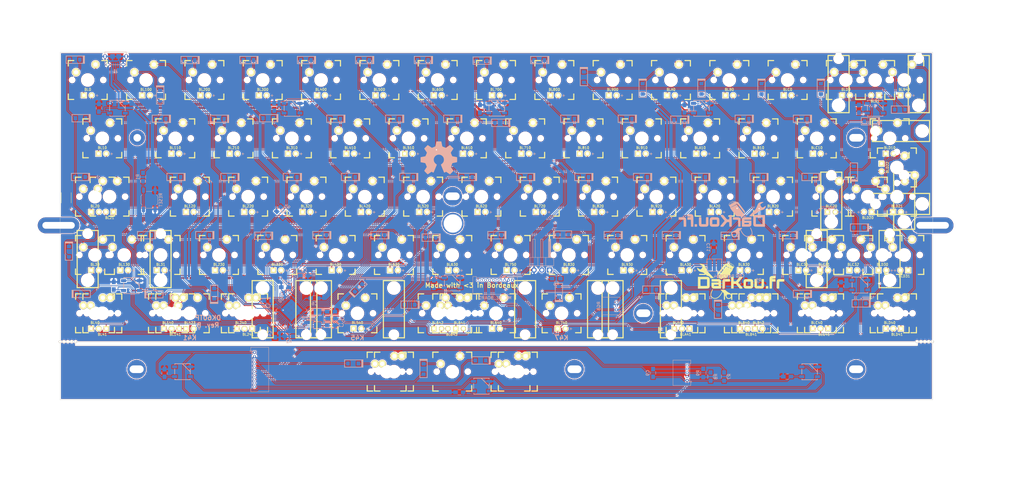
<source format=kicad_pcb>
(kicad_pcb (version 4) (host pcbnew 4.0.7+dfsg1-1)
  (title_block (title DK60TP) (date 2017-10-07) (rev B) (company DarKou))
  (layers (0 F.Cu signal) (31 B.Cu signal) (34 B.Paste user) (35 F.Paste user) (36 B.SilkS user hide) (37 F.SilkS user hide) (38 B.Mask user) (39 F.Mask user) (44 Edge.Cuts user))
  (net 0 "")
  (net 1 LED_CATH)
  (net 2 LED_AN)
  (net 3 XTAL1)
  (net 4 GND)
  (net 5 XTAL2)
  (net 6 VCC)
  (net 7 "Net-(C8-Pad1)")
  (net 8 "Net-(C9-Pad1)")
  (net 9 Col0)
  (net 10 "Net-(DK0-Pad1)")
  (net 11 "Net-(DK1-Pad1)")
  (net 12 "Net-(DK2-Pad1)")
  (net 13 "Net-(DK3-Pad1)")
  (net 14 "Net-(DK4-Pad1)")
  (net 15 Col6)
  (net 16 "Net-(DK6-Pad1)")
  (net 17 Col1)
  (net 18 "Net-(DK10-Pad1)")
  (net 19 "Net-(DK11-Pad1)")
  (net 20 "Net-(DK12-Pad1)")
  (net 21 "Net-(DK13-Pad1)")
  (net 22 "Net-(DK14-Pad1)")
  (net 23 Col2)
  (net 24 "Net-(DK20-Pad1)")
  (net 25 "Net-(DK21-Pad1)")
  (net 26 "Net-(DK22-Pad1)")
  (net 27 "Net-(DK23-Pad1)")
  (net 28 "Net-(DK24-Pad1)")
  (net 29 Col3)
  (net 30 "Net-(DK30-Pad1)")
  (net 31 "Net-(DK31-Pad1)")
  (net 32 "Net-(DK32-Pad1)")
  (net 33 "Net-(DK33-Pad1)")
  (net 34 /TRACKPOINT/Col3)
  (net 35 "Net-(DK34-Pad1)")
  (net 36 Col4)
  (net 37 "Net-(DK40-Pad1)")
  (net 38 "Net-(DK41-Pad1)")
  (net 39 "Net-(DK42-Pad1)")
  (net 40 "Net-(DK43-Pad1)")
  (net 41 /TRACKPOINT/Col4)
  (net 42 "Net-(DK44-Pad1)")
  (net 43 Col5)
  (net 44 "Net-(DK50-Pad1)")
  (net 45 "Net-(DK51-Pad1)")
  (net 46 "Net-(DK52-Pad1)")
  (net 47 "Net-(DK53-Pad1)")
  (net 48 "Net-(DK54-Pad1)")
  (net 49 "Net-(DK61-Pad1)")
  (net 50 "Net-(DK62-Pad1)")
  (net 51 "Net-(DK63-Pad1)")
  (net 52 "Net-(DK64-Pad1)")
  (net 53 Col7)
  (net 54 "Net-(DK70-Pad1)")
  (net 55 "Net-(DK71-Pad1)")
  (net 56 "Net-(DK72-Pad1)")
  (net 57 "Net-(DK73-Pad1)")
  (net 58 Col8)
  (net 59 "Net-(DK80-Pad1)")
  (net 60 "Net-(DK81-Pad1)")
  (net 61 "Net-(DK82-Pad1)")
  (net 62 "Net-(DK83-Pad1)")
  (net 63 Col9)
  (net 64 "Net-(DK90-Pad1)")
  (net 65 "Net-(DK91-Pad1)")
  (net 66 "Net-(DK92-Pad1)")
  (net 67 "Net-(DK93-Pad1)")
  (net 68 "Net-(DK94-Pad1)")
  (net 69 ColA)
  (net 70 "Net-(DKA0-Pad1)")
  (net 71 "Net-(DKA1-Pad1)")
  (net 72 "Net-(DKA2-Pad1)")
  (net 73 "Net-(DKA3-Pad1)")
  (net 74 "Net-(DKA4-Pad1)")
  (net 75 ColB)
  (net 76 "Net-(DKB0-Pad1)")
  (net 77 "Net-(DKB1-Pad1)")
  (net 78 "Net-(DKB2-Pad1)")
  (net 79 "Net-(DKB3-Pad1)")
  (net 80 "Net-(DKB4-Pad1)")
  (net 81 ColC)
  (net 82 "Net-(DKC1-Pad1)")
  (net 83 "Net-(DKC2-Pad1)")
  (net 84 "Net-(DKC3-Pad1)")
  (net 85 "Net-(DKC4-Pad1)")
  (net 86 ColD)
  (net 87 "Net-(DKD0-Pad1)")
  (net 88 "Net-(DKD1-Pad1)")
  (net 89 "Net-(DKD2-Pad1)")
  (net 90 "Net-(DKD3-Pad1)")
  (net 91 "Net-(DKD4-Pad1)")
  (net 92 "Net-(J1-Pad2)")
  (net 93 "Net-(J1-Pad3)")
  (net 94 DOUT)
  (net 95 Row0)
  (net 96 Row4)
  (net 97 Row1)
  (net 98 Row2)
  (net 99 Row3)
  (net 100 /TRACKPOINT/Row4)
  (net 101 "Net-(KC0-Pad1)")
  (net 102 "Net-(L1-Pad1)")
  (net 103 "Net-(J3-Pad2)")
  (net 104 D5)
  (net 105 D2)
  (net 106 /TRACKPOINT/D5)
  (net 107 /TRACKPOINT/D2)
  (net 108 /TRACKPOINT/RGB)
  (net 109 RESET)
  (net 110 "Net-(R2-Pad2)")
  (net 111 "Net-(R3-Pad1)")
  (net 112 CAPS_LED)
  (net 113 "Net-(J3-Pad1)")
  (net 114 RGB)
  (net 115 "Net-(RGB0-Pad2)")
  (net 116 "Net-(RGB1-Pad2)")
  (net 117 "Net-(RGB2-Pad2)")
  (net 118 "Net-(RGB3-Pad2)")
  (net 119 "Net-(RGB4-Pad2)")
  (net 120 "Net-(RGB5-Pad2)")
  (net 121 "Net-(RGB6-Pad2)")
  (net 122 "Net-(RGB8-Pad2)")
  (net 123 "Net-(RGB10-Pad4)")
  (net 124 BACKLIT)
  (net 125 "Net-(R4-Pad1)")
  (net 126 "Net-(DK74-Pad1)")
  (net 127 /TRACKPOINT/Col8)
  (net 128 "Net-(DK84-Pad1)")
  (module Footprint:Mx_100 (layer F.Cu) (at 192.00125 125.18125)
    (fp_text reference K643 hide)
    (fp_text value K46 hide)
    (pad HOLE np_thru_hole circle (at 0 0) (size 3.9878 3.9878) (drill 3.9878) (layers *.Cu))
    (pad HOLE np_thru_hole circle (at -5.08 0) (size 1.7018 1.7018) (drill 1.7018) (layers *.Cu))
    (pad HOLE np_thru_hole circle (at 5.08 0) (size 1.7018 1.7018) (drill 1.7018) (layers *.Cu))
    (pad 1 thru_hole circle (at -3.81 -2.54 330.95) (size 2.5 2.5) (drill 1.5) (layers *.Cu *.Mask F.SilkS) (net 96 Row4))
    (pad 2 thru_hole circle (at 2.54 -5.08 356.1) (size 2.5 2.5) (drill 1.5) (layers *.Cu *.Mask F.SilkS) (net 52 "Net-(DK64-Pad1)"))
  )
  (module Footprint:Mx_100 (layer F.Cu) (at 211.0425 144.23125)
    (fp_text reference K840 hide)
    (fp_text value RMB hide)
    (pad HOLE np_thru_hole circle (at 0 0) (size 3.9878 3.9878) (drill 3.9878) (layers *.Cu))
    (pad HOLE np_thru_hole circle (at -5.08 0) (size 1.7018 1.7018) (drill 1.7018) (layers *.Cu))
    (pad HOLE np_thru_hole circle (at 5.08 0) (size 1.7018 1.7018) (drill 1.7018) (layers *.Cu))
    (pad 1 thru_hole circle (at -3.81 -2.54 330.95) (size 2.5 2.5) (drill 1.5) (layers *.Cu *.Mask F.SilkS) (net 128 "Net-(DK84-Pad1)"))
    (pad 2 thru_hole circle (at 2.54 -5.08 356.1) (size 2.5 2.5) (drill 1.5) (layers *.Cu *.Mask F.SilkS) (net 100 /TRACKPOINT/Row4))
  )
  (module Footprint:Mx_100 (layer F.Cu) (at 339.65625 106.13125)
    (fp_text reference KD30 hide)
    (fp_text value K3D hide)
    (pad HOLE np_thru_hole circle (at 0 0) (size 3.9878 3.9878) (drill 3.9878) (layers *.Cu))
    (pad HOLE np_thru_hole circle (at -5.08 0) (size 1.7018 1.7018) (drill 1.7018) (layers *.Cu))
    (pad HOLE np_thru_hole circle (at 5.08 0) (size 1.7018 1.7018) (drill 1.7018) (layers *.Cu))
    (pad 1 thru_hole circle (at -3.81 -2.54 330.95) (size 2.5 2.5) (drill 1.5) (layers *.Cu *.Mask F.SilkS) (net 99 Row3))
    (pad 2 thru_hole circle (at 2.54 -5.08 356.1) (size 2.5 2.5) (drill 1.5) (layers *.Cu *.Mask F.SilkS) (net 90 "Net-(DKD3-Pad1)"))
  )
  (module Footprint:Mx_100 (layer F.Cu) (at 320.58 48.98125)
    (fp_text reference KD0 hide)
    (fp_text value K0D hide)
    (pad HOLE np_thru_hole circle (at 0 0) (size 3.9878 3.9878) (drill 3.9878) (layers *.Cu))
    (pad HOLE np_thru_hole circle (at -5.08 0) (size 1.7018 1.7018) (drill 1.7018) (layers *.Cu))
    (pad HOLE np_thru_hole circle (at 5.08 0) (size 1.7018 1.7018) (drill 1.7018) (layers *.Cu))
    (pad 1 thru_hole circle (at -3.81 -2.54 330.95) (size 2.5 2.5) (drill 1.5) (layers *.Cu *.Mask F.SilkS) (net 87 "Net-(DKD0-Pad1)"))
    (pad 2 thru_hole circle (at 2.54 -5.08 356.1) (size 2.5 2.5) (drill 1.5) (layers *.Cu *.Mask F.SilkS) (net 95 Row0))
  )
  (module Footprint:Mx_100 (layer F.Cu) (at 311.08125 125.18125)
    (fp_text reference KC40 hide)
    (fp_text value K4C hide)
    (pad HOLE np_thru_hole circle (at 0 0) (size 3.9878 3.9878) (drill 3.9878) (layers *.Cu))
    (pad HOLE np_thru_hole circle (at -5.08 0) (size 1.7018 1.7018) (drill 1.7018) (layers *.Cu))
    (pad HOLE np_thru_hole circle (at 5.08 0) (size 1.7018 1.7018) (drill 1.7018) (layers *.Cu))
    (pad 1 thru_hole circle (at -3.81 -2.54 330.95) (size 2.5 2.5) (drill 1.5) (layers *.Cu *.Mask F.SilkS) (net 85 "Net-(DKC4-Pad1)"))
    (pad 2 thru_hole circle (at 2.54 -5.08 356.1) (size 2.5 2.5) (drill 1.5) (layers *.Cu *.Mask F.SilkS) (net 96 Row4))
  )
  (module Footprint:Mx_100 (layer F.Cu) (at 306.31875 106.13125)
    (fp_text reference KC31 hide)
    (fp_text value K3C hide)
    (pad HOLE np_thru_hole circle (at 0 0) (size 3.9878 3.9878) (drill 3.9878) (layers *.Cu))
    (pad HOLE np_thru_hole circle (at -5.08 0) (size 1.7018 1.7018) (drill 1.7018) (layers *.Cu))
    (pad HOLE np_thru_hole circle (at 5.08 0) (size 1.7018 1.7018) (drill 1.7018) (layers *.Cu))
    (pad 1 thru_hole circle (at -3.81 -2.54 330.95) (size 2.5 2.5) (drill 1.5) (layers *.Cu *.Mask F.SilkS) (net 84 "Net-(DKC3-Pad1)"))
    (pad 2 thru_hole circle (at 2.54 -5.08 356.1) (size 2.5 2.5) (drill 1.5) (layers *.Cu *.Mask F.SilkS) (net 99 Row3))
  )
  (module Footprint:Mx_100 (layer F.Cu) (at 315.84375 87.08125)
    (fp_text reference KC20 hide)
    (fp_text value K2C hide)
    (pad HOLE np_thru_hole circle (at 0 0) (size 3.9878 3.9878) (drill 3.9878) (layers *.Cu))
    (pad HOLE np_thru_hole circle (at -5.08 0) (size 1.7018 1.7018) (drill 1.7018) (layers *.Cu))
    (pad HOLE np_thru_hole circle (at 5.08 0) (size 1.7018 1.7018) (drill 1.7018) (layers *.Cu))
    (pad 1 thru_hole circle (at -3.81 -2.54 330.95) (size 2.5 2.5) (drill 1.5) (layers *.Cu *.Mask F.SilkS) (net 83 "Net-(DKC2-Pad1)"))
    (pad 2 thru_hole circle (at 2.54 -5.08 356.1) (size 2.5 2.5) (drill 1.5) (layers *.Cu *.Mask F.SilkS) (net 98 Row2))
  )
  (module Footprint:Mx_100 (layer F.Cu) (at 311.08125 68.03125)
    (fp_text reference KC10 hide)
    (fp_text value K1C hide)
    (pad HOLE np_thru_hole circle (at 0 0) (size 3.9878 3.9878) (drill 3.9878) (layers *.Cu))
    (pad HOLE np_thru_hole circle (at -5.08 0) (size 1.7018 1.7018) (drill 1.7018) (layers *.Cu))
    (pad HOLE np_thru_hole circle (at 5.08 0) (size 1.7018 1.7018) (drill 1.7018) (layers *.Cu))
    (pad 1 thru_hole circle (at -3.81 -2.54 330.95) (size 2.5 2.5) (drill 1.5) (layers *.Cu *.Mask F.SilkS) (net 82 "Net-(DKC1-Pad1)"))
    (pad 2 thru_hole circle (at 2.54 -5.08 356.1) (size 2.5 2.5) (drill 1.5) (layers *.Cu *.Mask F.SilkS) (net 97 Row1))
  )
  (module Footprint:Mx_100 (layer F.Cu) (at 301.55625 48.98125)
    (fp_text reference KC0 hide)
    (fp_text value K0C hide)
    (pad HOLE np_thru_hole circle (at 0 0) (size 3.9878 3.9878) (drill 3.9878) (layers *.Cu))
    (pad HOLE np_thru_hole circle (at -5.08 0) (size 1.7018 1.7018) (drill 1.7018) (layers *.Cu))
    (pad HOLE np_thru_hole circle (at 5.08 0) (size 1.7018 1.7018) (drill 1.7018) (layers *.Cu))
    (pad 1 thru_hole circle (at -3.81 -2.54 330.95) (size 2.5 2.5) (drill 1.5) (layers *.Cu *.Mask F.SilkS) (net 101 "Net-(KC0-Pad1)"))
    (pad 2 thru_hole circle (at 2.54 -5.08 356.1) (size 2.5 2.5) (drill 1.5) (layers *.Cu *.Mask F.SilkS) (net 95 Row0))
  )
  (module Footprint:Mx_100 (layer F.Cu) (at 292.03125 125.18125)
    (fp_text reference KB40 hide)
    (fp_text value K4B hide)
    (pad HOLE np_thru_hole circle (at 0 0) (size 3.9878 3.9878) (drill 3.9878) (layers *.Cu))
    (pad HOLE np_thru_hole circle (at -5.08 0) (size 1.7018 1.7018) (drill 1.7018) (layers *.Cu))
    (pad HOLE np_thru_hole circle (at 5.08 0) (size 1.7018 1.7018) (drill 1.7018) (layers *.Cu))
    (pad 1 thru_hole circle (at -3.81 -2.54 330.95) (size 2.5 2.5) (drill 1.5) (layers *.Cu *.Mask F.SilkS) (net 80 "Net-(DKB4-Pad1)"))
    (pad 2 thru_hole circle (at 2.54 -5.08 356.1) (size 2.5 2.5) (drill 1.5) (layers *.Cu *.Mask F.SilkS) (net 96 Row4))
  )
  (module Footprint:Mx_100 (layer F.Cu) (at 287.26875 106.13125)
    (fp_text reference KB30 hide)
    (fp_text value K3B hide)
    (pad HOLE np_thru_hole circle (at 0 0) (size 3.9878 3.9878) (drill 3.9878) (layers *.Cu))
    (pad HOLE np_thru_hole circle (at -5.08 0) (size 1.7018 1.7018) (drill 1.7018) (layers *.Cu))
    (pad HOLE np_thru_hole circle (at 5.08 0) (size 1.7018 1.7018) (drill 1.7018) (layers *.Cu))
    (pad 1 thru_hole circle (at -3.81 -2.54 330.95) (size 2.5 2.5) (drill 1.5) (layers *.Cu *.Mask F.SilkS) (net 79 "Net-(DKB3-Pad1)"))
    (pad 2 thru_hole circle (at 2.54 -5.08 356.1) (size 2.5 2.5) (drill 1.5) (layers *.Cu *.Mask F.SilkS) (net 99 Row3))
  )
  (module Footprint:Mx_100 (layer F.Cu) (at 296.79375 87.08125)
    (fp_text reference KB20 hide)
    (fp_text value K2B hide)
    (pad HOLE np_thru_hole circle (at 0 0) (size 3.9878 3.9878) (drill 3.9878) (layers *.Cu))
    (pad HOLE np_thru_hole circle (at -5.08 0) (size 1.7018 1.7018) (drill 1.7018) (layers *.Cu))
    (pad HOLE np_thru_hole circle (at 5.08 0) (size 1.7018 1.7018) (drill 1.7018) (layers *.Cu))
    (pad 1 thru_hole circle (at -3.81 -2.54 330.95) (size 2.5 2.5) (drill 1.5) (layers *.Cu *.Mask F.SilkS) (net 78 "Net-(DKB2-Pad1)"))
    (pad 2 thru_hole circle (at 2.54 -5.08 356.1) (size 2.5 2.5) (drill 1.5) (layers *.Cu *.Mask F.SilkS) (net 98 Row2))
  )
  (module Footprint:Mx_100 (layer F.Cu) (at 292.03125 68.03125)
    (fp_text reference KB10 hide)
    (fp_text value K1B hide)
    (pad HOLE np_thru_hole circle (at 0 0) (size 3.9878 3.9878) (drill 3.9878) (layers *.Cu))
    (pad HOLE np_thru_hole circle (at -5.08 0) (size 1.7018 1.7018) (drill 1.7018) (layers *.Cu))
    (pad HOLE np_thru_hole circle (at 5.08 0) (size 1.7018 1.7018) (drill 1.7018) (layers *.Cu))
    (pad 1 thru_hole circle (at -3.81 -2.54 330.95) (size 2.5 2.5) (drill 1.5) (layers *.Cu *.Mask F.SilkS) (net 77 "Net-(DKB1-Pad1)"))
    (pad 2 thru_hole circle (at 2.54 -5.08 356.1) (size 2.5 2.5) (drill 1.5) (layers *.Cu *.Mask F.SilkS) (net 97 Row1))
  )
  (module Footprint:Mx_100 (layer F.Cu) (at 282.50625 48.98125)
    (fp_text reference KB0 hide)
    (fp_text value K0B hide)
    (pad HOLE np_thru_hole circle (at 0 0) (size 3.9878 3.9878) (drill 3.9878) (layers *.Cu))
    (pad HOLE np_thru_hole circle (at -5.08 0) (size 1.7018 1.7018) (drill 1.7018) (layers *.Cu))
    (pad HOLE np_thru_hole circle (at 5.08 0) (size 1.7018 1.7018) (drill 1.7018) (layers *.Cu))
    (pad 1 thru_hole circle (at -3.81 -2.54 330.95) (size 2.5 2.5) (drill 1.5) (layers *.Cu *.Mask F.SilkS) (net 76 "Net-(DKB0-Pad1)"))
    (pad 2 thru_hole circle (at 2.54 -5.08 356.1) (size 2.5 2.5) (drill 1.5) (layers *.Cu *.Mask F.SilkS) (net 95 Row0))
  )
  (module Footprint:Mx_100 (layer F.Cu) (at 268.21875 106.13125)
    (fp_text reference KA30 hide)
    (fp_text value K3A hide)
    (pad HOLE np_thru_hole circle (at 0 0) (size 3.9878 3.9878) (drill 3.9878) (layers *.Cu))
    (pad HOLE np_thru_hole circle (at -5.08 0) (size 1.7018 1.7018) (drill 1.7018) (layers *.Cu))
    (pad HOLE np_thru_hole circle (at 5.08 0) (size 1.7018 1.7018) (drill 1.7018) (layers *.Cu))
    (pad 1 thru_hole circle (at -3.81 -2.54 330.95) (size 2.5 2.5) (drill 1.5) (layers *.Cu *.Mask F.SilkS) (net 73 "Net-(DKA3-Pad1)"))
    (pad 2 thru_hole circle (at 2.54 -5.08 356.1) (size 2.5 2.5) (drill 1.5) (layers *.Cu *.Mask F.SilkS) (net 99 Row3))
  )
  (module Footprint:Mx_100 (layer F.Cu) (at 277.74375 87.08125)
    (fp_text reference KA20 hide)
    (fp_text value K2A hide)
    (pad HOLE np_thru_hole circle (at 0 0) (size 3.9878 3.9878) (drill 3.9878) (layers *.Cu))
    (pad HOLE np_thru_hole circle (at -5.08 0) (size 1.7018 1.7018) (drill 1.7018) (layers *.Cu))
    (pad HOLE np_thru_hole circle (at 5.08 0) (size 1.7018 1.7018) (drill 1.7018) (layers *.Cu))
    (pad 1 thru_hole circle (at -3.81 -2.54 330.95) (size 2.5 2.5) (drill 1.5) (layers *.Cu *.Mask F.SilkS) (net 72 "Net-(DKA2-Pad1)"))
    (pad 2 thru_hole circle (at 2.54 -5.08 356.1) (size 2.5 2.5) (drill 1.5) (layers *.Cu *.Mask F.SilkS) (net 98 Row2))
  )
  (module Footprint:Mx_100 (layer F.Cu) (at 272.98125 68.03125)
    (fp_text reference KA10 hide)
    (fp_text value K1A hide)
    (pad HOLE np_thru_hole circle (at 0 0) (size 3.9878 3.9878) (drill 3.9878) (layers *.Cu))
    (pad HOLE np_thru_hole circle (at -5.08 0) (size 1.7018 1.7018) (drill 1.7018) (layers *.Cu))
    (pad HOLE np_thru_hole circle (at 5.08 0) (size 1.7018 1.7018) (drill 1.7018) (layers *.Cu))
    (pad 1 thru_hole circle (at -3.81 -2.54 330.95) (size 2.5 2.5) (drill 1.5) (layers *.Cu *.Mask F.SilkS) (net 71 "Net-(DKA1-Pad1)"))
    (pad 2 thru_hole circle (at 2.54 -5.08 356.1) (size 2.5 2.5) (drill 1.5) (layers *.Cu *.Mask F.SilkS) (net 97 Row1))
  )
  (module Footprint:Mx_100 (layer F.Cu) (at 263.45625 48.98125)
    (fp_text reference KA0 hide)
    (fp_text value K0A hide)
    (pad HOLE np_thru_hole circle (at 0 0) (size 3.9878 3.9878) (drill 3.9878) (layers *.Cu))
    (pad HOLE np_thru_hole circle (at -5.08 0) (size 1.7018 1.7018) (drill 1.7018) (layers *.Cu))
    (pad HOLE np_thru_hole circle (at 5.08 0) (size 1.7018 1.7018) (drill 1.7018) (layers *.Cu))
    (pad 1 thru_hole circle (at -3.81 -2.54 330.95) (size 2.5 2.5) (drill 1.5) (layers *.Cu *.Mask F.SilkS) (net 70 "Net-(DKA0-Pad1)"))
    (pad 2 thru_hole circle (at 2.54 -5.08 356.1) (size 2.5 2.5) (drill 1.5) (layers *.Cu *.Mask F.SilkS) (net 95 Row0))
  )
  (module Footprint:Mx_100 (layer F.Cu) (at 339.65625 48.98125)
    (fp_text reference K940 hide)
    (fp_text value K49 hide)
    (pad HOLE np_thru_hole circle (at 0 0) (size 3.9878 3.9878) (drill 3.9878) (layers *.Cu))
    (pad HOLE np_thru_hole circle (at -5.08 0) (size 1.7018 1.7018) (drill 1.7018) (layers *.Cu))
    (pad HOLE np_thru_hole circle (at 5.08 0) (size 1.7018 1.7018) (drill 1.7018) (layers *.Cu))
    (pad 1 thru_hole circle (at -3.81 -2.54 330.95) (size 2.5 2.5) (drill 1.5) (layers *.Cu *.Mask F.SilkS) (net 68 "Net-(DK94-Pad1)"))
    (pad 2 thru_hole circle (at 2.54 -5.08 356.1) (size 2.5 2.5) (drill 1.5) (layers *.Cu *.Mask F.SilkS) (net 96 Row4))
  )
  (module Footprint:Mx_100 (layer F.Cu) (at 249.16875 106.13125)
    (fp_text reference K930 hide)
    (fp_text value K39 hide)
    (pad HOLE np_thru_hole circle (at 0 0) (size 3.9878 3.9878) (drill 3.9878) (layers *.Cu))
    (pad HOLE np_thru_hole circle (at -5.08 0) (size 1.7018 1.7018) (drill 1.7018) (layers *.Cu))
    (pad HOLE np_thru_hole circle (at 5.08 0) (size 1.7018 1.7018) (drill 1.7018) (layers *.Cu))
    (pad 1 thru_hole circle (at -3.81 -2.54 330.95) (size 2.5 2.5) (drill 1.5) (layers *.Cu *.Mask F.SilkS) (net 67 "Net-(DK93-Pad1)"))
    (pad 2 thru_hole circle (at 2.54 -5.08 356.1) (size 2.5 2.5) (drill 1.5) (layers *.Cu *.Mask F.SilkS) (net 99 Row3))
  )
  (module Footprint:Mx_100 (layer F.Cu) (at 258.69375 87.08125)
    (fp_text reference K920 hide)
    (fp_text value K29 hide)
    (pad HOLE np_thru_hole circle (at 0 0) (size 3.9878 3.9878) (drill 3.9878) (layers *.Cu))
    (pad HOLE np_thru_hole circle (at -5.08 0) (size 1.7018 1.7018) (drill 1.7018) (layers *.Cu))
    (pad HOLE np_thru_hole circle (at 5.08 0) (size 1.7018 1.7018) (drill 1.7018) (layers *.Cu))
    (pad 1 thru_hole circle (at -3.81 -2.54 330.95) (size 2.5 2.5) (drill 1.5) (layers *.Cu *.Mask F.SilkS) (net 66 "Net-(DK92-Pad1)"))
    (pad 2 thru_hole circle (at 2.54 -5.08 356.1) (size 2.5 2.5) (drill 1.5) (layers *.Cu *.Mask F.SilkS) (net 98 Row2))
  )
  (module Footprint:Mx_100 (layer F.Cu) (at 253.93125 68.03125)
    (fp_text reference K910 hide)
    (fp_text value K19 hide)
    (pad HOLE np_thru_hole circle (at 0 0) (size 3.9878 3.9878) (drill 3.9878) (layers *.Cu))
    (pad HOLE np_thru_hole circle (at -5.08 0) (size 1.7018 1.7018) (drill 1.7018) (layers *.Cu))
    (pad HOLE np_thru_hole circle (at 5.08 0) (size 1.7018 1.7018) (drill 1.7018) (layers *.Cu))
    (pad 1 thru_hole circle (at -3.81 -2.54 330.95) (size 2.5 2.5) (drill 1.5) (layers *.Cu *.Mask F.SilkS) (net 65 "Net-(DK91-Pad1)"))
    (pad 2 thru_hole circle (at 2.54 -5.08 356.1) (size 2.5 2.5) (drill 1.5) (layers *.Cu *.Mask F.SilkS) (net 97 Row1))
  )
  (module Footprint:Mx_100 (layer F.Cu) (at 244.40625 48.98125)
    (fp_text reference K900 hide)
    (fp_text value K09 hide)
    (pad HOLE np_thru_hole circle (at 0 0) (size 3.9878 3.9878) (drill 3.9878) (layers *.Cu))
    (pad HOLE np_thru_hole circle (at -5.08 0) (size 1.7018 1.7018) (drill 1.7018) (layers *.Cu))
    (pad HOLE np_thru_hole circle (at 5.08 0) (size 1.7018 1.7018) (drill 1.7018) (layers *.Cu))
    (pad 1 thru_hole circle (at -3.81 -2.54 330.95) (size 2.5 2.5) (drill 1.5) (layers *.Cu *.Mask F.SilkS) (net 64 "Net-(DK90-Pad1)"))
    (pad 2 thru_hole circle (at 2.54 -5.08 356.1) (size 2.5 2.5) (drill 1.5) (layers *.Cu *.Mask F.SilkS) (net 95 Row0))
  )
  (module Footprint:Mx_100 (layer F.Cu) (at 230.11875 106.13125)
    (fp_text reference K830 hide)
    (fp_text value K38 hide)
    (pad HOLE np_thru_hole circle (at 0 0) (size 3.9878 3.9878) (drill 3.9878) (layers *.Cu))
    (pad HOLE np_thru_hole circle (at -5.08 0) (size 1.7018 1.7018) (drill 1.7018) (layers *.Cu))
    (pad HOLE np_thru_hole circle (at 5.08 0) (size 1.7018 1.7018) (drill 1.7018) (layers *.Cu))
    (pad 1 thru_hole circle (at -3.81 -2.54 330.95) (size 2.5 2.5) (drill 1.5) (layers *.Cu *.Mask F.SilkS) (net 62 "Net-(DK83-Pad1)"))
    (pad 2 thru_hole circle (at 2.54 -5.08 356.1) (size 2.5 2.5) (drill 1.5) (layers *.Cu *.Mask F.SilkS) (net 99 Row3))
  )
  (module Footprint:Mx_100 (layer F.Cu) (at 239.64375 87.08125)
    (fp_text reference K820 hide)
    (fp_text value K28 hide)
    (pad HOLE np_thru_hole circle (at 0 0) (size 3.9878 3.9878) (drill 3.9878) (layers *.Cu))
    (pad HOLE np_thru_hole circle (at -5.08 0) (size 1.7018 1.7018) (drill 1.7018) (layers *.Cu))
    (pad HOLE np_thru_hole circle (at 5.08 0) (size 1.7018 1.7018) (drill 1.7018) (layers *.Cu))
    (pad 1 thru_hole circle (at -3.81 -2.54 330.95) (size 2.5 2.5) (drill 1.5) (layers *.Cu *.Mask F.SilkS) (net 61 "Net-(DK82-Pad1)"))
    (pad 2 thru_hole circle (at 2.54 -5.08 356.1) (size 2.5 2.5) (drill 1.5) (layers *.Cu *.Mask F.SilkS) (net 98 Row2))
  )
  (module Footprint:Mx_100 (layer F.Cu) (at 234.88125 68.03125)
    (fp_text reference K810 hide)
    (fp_text value K18 hide)
    (pad HOLE np_thru_hole circle (at 0 0) (size 3.9878 3.9878) (drill 3.9878) (layers *.Cu))
    (pad HOLE np_thru_hole circle (at -5.08 0) (size 1.7018 1.7018) (drill 1.7018) (layers *.Cu))
    (pad HOLE np_thru_hole circle (at 5.08 0) (size 1.7018 1.7018) (drill 1.7018) (layers *.Cu))
    (pad 1 thru_hole circle (at -3.81 -2.54 330.95) (size 2.5 2.5) (drill 1.5) (layers *.Cu *.Mask F.SilkS) (net 60 "Net-(DK81-Pad1)"))
    (pad 2 thru_hole circle (at 2.54 -5.08 356.1) (size 2.5 2.5) (drill 1.5) (layers *.Cu *.Mask F.SilkS) (net 97 Row1))
  )
  (module Footprint:Mx_100 (layer F.Cu) (at 225.35625 48.98125)
    (fp_text reference K800 hide)
    (fp_text value K08 hide)
    (pad HOLE np_thru_hole circle (at 0 0) (size 3.9878 3.9878) (drill 3.9878) (layers *.Cu))
    (pad HOLE np_thru_hole circle (at -5.08 0) (size 1.7018 1.7018) (drill 1.7018) (layers *.Cu))
    (pad HOLE np_thru_hole circle (at 5.08 0) (size 1.7018 1.7018) (drill 1.7018) (layers *.Cu))
    (pad 1 thru_hole circle (at -3.81 -2.54 330.95) (size 2.5 2.5) (drill 1.5) (layers *.Cu *.Mask F.SilkS) (net 59 "Net-(DK80-Pad1)"))
    (pad 2 thru_hole circle (at 2.54 -5.08 356.1) (size 2.5 2.5) (drill 1.5) (layers *.Cu *.Mask F.SilkS) (net 95 Row0))
  )
  (module Footprint:Mx_100 (layer F.Cu) (at 211.06875 106.13125)
    (fp_text reference K730 hide)
    (fp_text value K37 hide)
    (pad HOLE np_thru_hole circle (at 0 0) (size 3.9878 3.9878) (drill 3.9878) (layers *.Cu))
    (pad HOLE np_thru_hole circle (at -5.08 0) (size 1.7018 1.7018) (drill 1.7018) (layers *.Cu))
    (pad HOLE np_thru_hole circle (at 5.08 0) (size 1.7018 1.7018) (drill 1.7018) (layers *.Cu))
    (pad 1 thru_hole circle (at -3.81 -2.54 330.95) (size 2.5 2.5) (drill 1.5) (layers *.Cu *.Mask F.SilkS) (net 57 "Net-(DK73-Pad1)"))
    (pad 2 thru_hole circle (at 2.54 -5.08 356.1) (size 2.5 2.5) (drill 1.5) (layers *.Cu *.Mask F.SilkS) (net 99 Row3))
  )
  (module Footprint:Mx_100 (layer F.Cu) (at 220.59375 87.08125)
    (fp_text reference K720 hide)
    (fp_text value K27 hide)
    (pad HOLE np_thru_hole circle (at 0 0) (size 3.9878 3.9878) (drill 3.9878) (layers *.Cu))
    (pad HOLE np_thru_hole circle (at -5.08 0) (size 1.7018 1.7018) (drill 1.7018) (layers *.Cu))
    (pad HOLE np_thru_hole circle (at 5.08 0) (size 1.7018 1.7018) (drill 1.7018) (layers *.Cu))
    (pad 1 thru_hole circle (at -3.81 -2.54 330.95) (size 2.5 2.5) (drill 1.5) (layers *.Cu *.Mask F.SilkS) (net 56 "Net-(DK72-Pad1)"))
    (pad 2 thru_hole circle (at 2.54 -5.08 356.1) (size 2.5 2.5) (drill 1.5) (layers *.Cu *.Mask F.SilkS) (net 98 Row2))
  )
  (module Footprint:Mx_100 (layer F.Cu) (at 215.83125 68.03125)
    (fp_text reference K710 hide)
    (fp_text value K17 hide)
    (pad HOLE np_thru_hole circle (at 0 0) (size 3.9878 3.9878) (drill 3.9878) (layers *.Cu))
    (pad HOLE np_thru_hole circle (at -5.08 0) (size 1.7018 1.7018) (drill 1.7018) (layers *.Cu))
    (pad HOLE np_thru_hole circle (at 5.08 0) (size 1.7018 1.7018) (drill 1.7018) (layers *.Cu))
    (pad 1 thru_hole circle (at -3.81 -2.54 330.95) (size 2.5 2.5) (drill 1.5) (layers *.Cu *.Mask F.SilkS) (net 55 "Net-(DK71-Pad1)"))
    (pad 2 thru_hole circle (at 2.54 -5.08 356.1) (size 2.5 2.5) (drill 1.5) (layers *.Cu *.Mask F.SilkS) (net 97 Row1))
  )
  (module Footprint:Mx_100 (layer F.Cu) (at 206.30625 48.98125)
    (fp_text reference K700 hide)
    (fp_text value K07 hide)
    (pad HOLE np_thru_hole circle (at 0 0) (size 3.9878 3.9878) (drill 3.9878) (layers *.Cu))
    (pad HOLE np_thru_hole circle (at -5.08 0) (size 1.7018 1.7018) (drill 1.7018) (layers *.Cu))
    (pad HOLE np_thru_hole circle (at 5.08 0) (size 1.7018 1.7018) (drill 1.7018) (layers *.Cu))
    (pad 1 thru_hole circle (at -3.81 -2.54 330.95) (size 2.5 2.5) (drill 1.5) (layers *.Cu *.Mask F.SilkS) (net 54 "Net-(DK70-Pad1)"))
    (pad 2 thru_hole circle (at 2.54 -5.08 356.1) (size 2.5 2.5) (drill 1.5) (layers *.Cu *.Mask F.SilkS) (net 95 Row0))
  )
  (module Footprint:Mx_100 (layer F.Cu) (at 192.01875 106.13125)
    (fp_text reference K630 hide)
    (fp_text value K36 hide)
    (pad HOLE np_thru_hole circle (at 0 0) (size 3.9878 3.9878) (drill 3.9878) (layers *.Cu))
    (pad HOLE np_thru_hole circle (at -5.08 0) (size 1.7018 1.7018) (drill 1.7018) (layers *.Cu))
    (pad HOLE np_thru_hole circle (at 5.08 0) (size 1.7018 1.7018) (drill 1.7018) (layers *.Cu))
    (pad 1 thru_hole circle (at -3.81 -2.54 330.95) (size 2.5 2.5) (drill 1.5) (layers *.Cu *.Mask F.SilkS) (net 51 "Net-(DK63-Pad1)"))
    (pad 2 thru_hole circle (at 2.54 -5.08 356.1) (size 2.5 2.5) (drill 1.5) (layers *.Cu *.Mask F.SilkS) (net 99 Row3))
  )
  (module Footprint:Mx_100 (layer F.Cu) (at 201.54375 87.08125)
    (fp_text reference K620 hide)
    (fp_text value K26 hide)
    (pad HOLE np_thru_hole circle (at 0 0) (size 3.9878 3.9878) (drill 3.9878) (layers *.Cu))
    (pad HOLE np_thru_hole circle (at -5.08 0) (size 1.7018 1.7018) (drill 1.7018) (layers *.Cu))
    (pad HOLE np_thru_hole circle (at 5.08 0) (size 1.7018 1.7018) (drill 1.7018) (layers *.Cu))
    (pad 1 thru_hole circle (at -3.81 -2.54 330.95) (size 2.5 2.5) (drill 1.5) (layers *.Cu *.Mask F.SilkS) (net 50 "Net-(DK62-Pad1)"))
    (pad 2 thru_hole circle (at 2.54 -5.08 356.1) (size 2.5 2.5) (drill 1.5) (layers *.Cu *.Mask F.SilkS) (net 98 Row2))
  )
  (module Footprint:Mx_100 (layer F.Cu) (at 196.78125 68.03125)
    (fp_text reference K610 hide)
    (fp_text value K16 hide)
    (pad HOLE np_thru_hole circle (at 0 0) (size 3.9878 3.9878) (drill 3.9878) (layers *.Cu))
    (pad HOLE np_thru_hole circle (at -5.08 0) (size 1.7018 1.7018) (drill 1.7018) (layers *.Cu))
    (pad HOLE np_thru_hole circle (at 5.08 0) (size 1.7018 1.7018) (drill 1.7018) (layers *.Cu))
    (pad 1 thru_hole circle (at -3.81 -2.54 330.95) (size 2.5 2.5) (drill 1.5) (layers *.Cu *.Mask F.SilkS) (net 49 "Net-(DK61-Pad1)"))
    (pad 2 thru_hole circle (at 2.54 -5.08 356.1) (size 2.5 2.5) (drill 1.5) (layers *.Cu *.Mask F.SilkS) (net 97 Row1))
  )
  (module Footprint:Mx_100 (layer F.Cu) (at 187.25625 48.98125)
    (fp_text reference K600 hide)
    (fp_text value K06 hide)
    (pad HOLE np_thru_hole circle (at 0 0) (size 3.9878 3.9878) (drill 3.9878) (layers *.Cu))
    (pad HOLE np_thru_hole circle (at -5.08 0) (size 1.7018 1.7018) (drill 1.7018) (layers *.Cu))
    (pad HOLE np_thru_hole circle (at 5.08 0) (size 1.7018 1.7018) (drill 1.7018) (layers *.Cu))
    (pad 1 thru_hole circle (at -3.81 -2.54 330.95) (size 2.5 2.5) (drill 1.5) (layers *.Cu *.Mask F.SilkS) (net 16 "Net-(DK6-Pad1)"))
    (pad 2 thru_hole circle (at 2.54 -5.08 356.1) (size 2.5 2.5) (drill 1.5) (layers *.Cu *.Mask F.SilkS) (net 95 Row0))
  )
  (module Footprint:Mx_100 (layer F.Cu) (at 172.96875 106.13125)
    (fp_text reference K530 hide)
    (fp_text value K35 hide)
    (pad HOLE np_thru_hole circle (at 0 0) (size 3.9878 3.9878) (drill 3.9878) (layers *.Cu))
    (pad HOLE np_thru_hole circle (at -5.08 0) (size 1.7018 1.7018) (drill 1.7018) (layers *.Cu))
    (pad HOLE np_thru_hole circle (at 5.08 0) (size 1.7018 1.7018) (drill 1.7018) (layers *.Cu))
    (pad 1 thru_hole circle (at -3.81 -2.54 330.95) (size 2.5 2.5) (drill 1.5) (layers *.Cu *.Mask F.SilkS) (net 47 "Net-(DK53-Pad1)"))
    (pad 2 thru_hole circle (at 2.54 -5.08 356.1) (size 2.5 2.5) (drill 1.5) (layers *.Cu *.Mask F.SilkS) (net 99 Row3))
  )
  (module Footprint:Mx_100 (layer F.Cu) (at 182.49375 87.08125)
    (fp_text reference K520 hide)
    (fp_text value K25 hide)
    (pad HOLE np_thru_hole circle (at 0 0) (size 3.9878 3.9878) (drill 3.9878) (layers *.Cu))
    (pad HOLE np_thru_hole circle (at -5.08 0) (size 1.7018 1.7018) (drill 1.7018) (layers *.Cu))
    (pad HOLE np_thru_hole circle (at 5.08 0) (size 1.7018 1.7018) (drill 1.7018) (layers *.Cu))
    (pad 1 thru_hole circle (at -3.81 -2.54 330.95) (size 2.5 2.5) (drill 1.5) (layers *.Cu *.Mask F.SilkS) (net 46 "Net-(DK52-Pad1)"))
    (pad 2 thru_hole circle (at 2.54 -5.08 356.1) (size 2.5 2.5) (drill 1.5) (layers *.Cu *.Mask F.SilkS) (net 98 Row2))
  )
  (module Footprint:Mx_100 (layer F.Cu) (at 177.73125 68.03125)
    (fp_text reference K510 hide)
    (fp_text value K15 hide)
    (pad HOLE np_thru_hole circle (at 0 0) (size 3.9878 3.9878) (drill 3.9878) (layers *.Cu))
    (pad HOLE np_thru_hole circle (at -5.08 0) (size 1.7018 1.7018) (drill 1.7018) (layers *.Cu))
    (pad HOLE np_thru_hole circle (at 5.08 0) (size 1.7018 1.7018) (drill 1.7018) (layers *.Cu))
    (pad 1 thru_hole circle (at -3.81 -2.54 330.95) (size 2.5 2.5) (drill 1.5) (layers *.Cu *.Mask F.SilkS) (net 45 "Net-(DK51-Pad1)"))
    (pad 2 thru_hole circle (at 2.54 -5.08 356.1) (size 2.5 2.5) (drill 1.5) (layers *.Cu *.Mask F.SilkS) (net 97 Row1))
  )
  (module Footprint:Mx_100 (layer F.Cu) (at 168.20625 48.98125)
    (fp_text reference K500 hide)
    (fp_text value K05 hide)
    (pad HOLE np_thru_hole circle (at 0 0) (size 3.9878 3.9878) (drill 3.9878) (layers *.Cu))
    (pad HOLE np_thru_hole circle (at -5.08 0) (size 1.7018 1.7018) (drill 1.7018) (layers *.Cu))
    (pad HOLE np_thru_hole circle (at 5.08 0) (size 1.7018 1.7018) (drill 1.7018) (layers *.Cu))
    (pad 1 thru_hole circle (at -3.81 -2.54 330.95) (size 2.5 2.5) (drill 1.5) (layers *.Cu *.Mask F.SilkS) (net 44 "Net-(DK50-Pad1)"))
    (pad 2 thru_hole circle (at 2.54 -5.08 356.1) (size 2.5 2.5) (drill 1.5) (layers *.Cu *.Mask F.SilkS) (net 95 Row0))
  )
  (module Footprint:Mx_100 (layer F.Cu) (at 192.01875 144.23125)
    (fp_text reference K440 hide)
    (fp_text value MMB hide)
    (pad HOLE np_thru_hole circle (at 0 0) (size 3.9878 3.9878) (drill 3.9878) (layers *.Cu))
    (pad HOLE np_thru_hole circle (at -5.08 0) (size 1.7018 1.7018) (drill 1.7018) (layers *.Cu))
    (pad HOLE np_thru_hole circle (at 5.08 0) (size 1.7018 1.7018) (drill 1.7018) (layers *.Cu))
    (pad 1 thru_hole circle (at -3.81 -2.54 330.95) (size 2.5 2.5) (drill 1.5) (layers *.Cu *.Mask F.SilkS) (net 42 "Net-(DK44-Pad1)"))
    (pad 2 thru_hole circle (at 2.54 -5.08 356.1) (size 2.5 2.5) (drill 1.5) (layers *.Cu *.Mask F.SilkS) (net 100 /TRACKPOINT/Row4))
  )
  (module Footprint:Mx_100 (layer F.Cu) (at 153.91875 106.13125)
    (fp_text reference K430 hide)
    (fp_text value K34 hide)
    (pad HOLE np_thru_hole circle (at 0 0) (size 3.9878 3.9878) (drill 3.9878) (layers *.Cu))
    (pad HOLE np_thru_hole circle (at -5.08 0) (size 1.7018 1.7018) (drill 1.7018) (layers *.Cu))
    (pad HOLE np_thru_hole circle (at 5.08 0) (size 1.7018 1.7018) (drill 1.7018) (layers *.Cu))
    (pad 1 thru_hole circle (at -3.81 -2.54 330.95) (size 2.5 2.5) (drill 1.5) (layers *.Cu *.Mask F.SilkS) (net 40 "Net-(DK43-Pad1)"))
    (pad 2 thru_hole circle (at 2.54 -5.08 356.1) (size 2.5 2.5) (drill 1.5) (layers *.Cu *.Mask F.SilkS) (net 99 Row3))
  )
  (module Footprint:Mx_100 (layer F.Cu) (at 163.44375 87.08125)
    (fp_text reference K420 hide)
    (fp_text value K24 hide)
    (pad HOLE np_thru_hole circle (at 0 0) (size 3.9878 3.9878) (drill 3.9878) (layers *.Cu))
    (pad HOLE np_thru_hole circle (at -5.08 0) (size 1.7018 1.7018) (drill 1.7018) (layers *.Cu))
    (pad HOLE np_thru_hole circle (at 5.08 0) (size 1.7018 1.7018) (drill 1.7018) (layers *.Cu))
    (pad 1 thru_hole circle (at -3.81 -2.54 330.95) (size 2.5 2.5) (drill 1.5) (layers *.Cu *.Mask F.SilkS) (net 39 "Net-(DK42-Pad1)"))
    (pad 2 thru_hole circle (at 2.54 -5.08 356.1) (size 2.5 2.5) (drill 1.5) (layers *.Cu *.Mask F.SilkS) (net 98 Row2))
  )
  (module Footprint:Mx_100 (layer F.Cu) (at 158.68125 68.03125)
    (fp_text reference K410 hide)
    (fp_text value K14 hide)
    (pad HOLE np_thru_hole circle (at 0 0) (size 3.9878 3.9878) (drill 3.9878) (layers *.Cu))
    (pad HOLE np_thru_hole circle (at -5.08 0) (size 1.7018 1.7018) (drill 1.7018) (layers *.Cu))
    (pad HOLE np_thru_hole circle (at 5.08 0) (size 1.7018 1.7018) (drill 1.7018) (layers *.Cu))
    (pad 1 thru_hole circle (at -3.81 -2.54 330.95) (size 2.5 2.5) (drill 1.5) (layers *.Cu *.Mask F.SilkS) (net 38 "Net-(DK41-Pad1)"))
    (pad 2 thru_hole circle (at 2.54 -5.08 356.1) (size 2.5 2.5) (drill 1.5) (layers *.Cu *.Mask F.SilkS) (net 97 Row1))
  )
  (module Footprint:Mx_100 (layer F.Cu) (at 149.15625 48.98125)
    (fp_text reference K400 hide)
    (fp_text value K04 hide)
    (pad HOLE np_thru_hole circle (at 0 0) (size 3.9878 3.9878) (drill 3.9878) (layers *.Cu))
    (pad HOLE np_thru_hole circle (at -5.08 0) (size 1.7018 1.7018) (drill 1.7018) (layers *.Cu))
    (pad HOLE np_thru_hole circle (at 5.08 0) (size 1.7018 1.7018) (drill 1.7018) (layers *.Cu))
    (pad 1 thru_hole circle (at -3.81 -2.54 330.95) (size 2.5 2.5) (drill 1.5) (layers *.Cu *.Mask F.SilkS) (net 37 "Net-(DK40-Pad1)"))
    (pad 2 thru_hole circle (at 2.54 -5.08 356.1) (size 2.5 2.5) (drill 1.5) (layers *.Cu *.Mask F.SilkS) (net 95 Row0))
  )
  (module Footprint:Mx_100 (layer F.Cu) (at 172.96875 144.23125)
    (fp_text reference K340 hide)
    (fp_text value LMB hide)
    (pad HOLE np_thru_hole circle (at 0 0) (size 3.9878 3.9878) (drill 3.9878) (layers *.Cu))
    (pad HOLE np_thru_hole circle (at -5.08 0) (size 1.7018 1.7018) (drill 1.7018) (layers *.Cu))
    (pad HOLE np_thru_hole circle (at 5.08 0) (size 1.7018 1.7018) (drill 1.7018) (layers *.Cu))
    (pad 1 thru_hole circle (at -3.81 -2.54 330.95) (size 2.5 2.5) (drill 1.5) (layers *.Cu *.Mask F.SilkS) (net 35 "Net-(DK34-Pad1)"))
    (pad 2 thru_hole circle (at 2.54 -5.08 356.1) (size 2.5 2.5) (drill 1.5) (layers *.Cu *.Mask F.SilkS) (net 100 /TRACKPOINT/Row4))
  )
  (module Footprint:Mx_100 (layer F.Cu) (at 134.86875 106.13125)
    (fp_text reference K330 hide)
    (fp_text value K33 hide)
    (pad HOLE np_thru_hole circle (at 0 0) (size 3.9878 3.9878) (drill 3.9878) (layers *.Cu))
    (pad HOLE np_thru_hole circle (at -5.08 0) (size 1.7018 1.7018) (drill 1.7018) (layers *.Cu))
    (pad HOLE np_thru_hole circle (at 5.08 0) (size 1.7018 1.7018) (drill 1.7018) (layers *.Cu))
    (pad 1 thru_hole circle (at -3.81 -2.54 330.95) (size 2.5 2.5) (drill 1.5) (layers *.Cu *.Mask F.SilkS) (net 33 "Net-(DK33-Pad1)"))
    (pad 2 thru_hole circle (at 2.54 -5.08 356.1) (size 2.5 2.5) (drill 1.5) (layers *.Cu *.Mask F.SilkS) (net 99 Row3))
  )
  (module Footprint:Mx_100 (layer F.Cu) (at 144.39375 87.08125)
    (fp_text reference K320 hide)
    (fp_text value K23 hide)
    (pad HOLE np_thru_hole circle (at 0 0) (size 3.9878 3.9878) (drill 3.9878) (layers *.Cu))
    (pad HOLE np_thru_hole circle (at -5.08 0) (size 1.7018 1.7018) (drill 1.7018) (layers *.Cu))
    (pad HOLE np_thru_hole circle (at 5.08 0) (size 1.7018 1.7018) (drill 1.7018) (layers *.Cu))
    (pad 1 thru_hole circle (at -3.81 -2.54 330.95) (size 2.5 2.5) (drill 1.5) (layers *.Cu *.Mask F.SilkS) (net 32 "Net-(DK32-Pad1)"))
    (pad 2 thru_hole circle (at 2.54 -5.08 356.1) (size 2.5 2.5) (drill 1.5) (layers *.Cu *.Mask F.SilkS) (net 98 Row2))
  )
  (module Footprint:Mx_100 (layer F.Cu) (at 139.63125 68.03125)
    (fp_text reference K310 hide)
    (fp_text value K13 hide)
    (pad HOLE np_thru_hole circle (at 0 0) (size 3.9878 3.9878) (drill 3.9878) (layers *.Cu))
    (pad HOLE np_thru_hole circle (at -5.08 0) (size 1.7018 1.7018) (drill 1.7018) (layers *.Cu))
    (pad HOLE np_thru_hole circle (at 5.08 0) (size 1.7018 1.7018) (drill 1.7018) (layers *.Cu))
    (pad 1 thru_hole circle (at -3.81 -2.54 330.95) (size 2.5 2.5) (drill 1.5) (layers *.Cu *.Mask F.SilkS) (net 31 "Net-(DK31-Pad1)"))
    (pad 2 thru_hole circle (at 2.54 -5.08 356.1) (size 2.5 2.5) (drill 1.5) (layers *.Cu *.Mask F.SilkS) (net 97 Row1))
  )
  (module Footprint:Mx_100 (layer F.Cu) (at 130.10625 48.98125)
    (fp_text reference K300 hide)
    (fp_text value K03 hide)
    (pad HOLE np_thru_hole circle (at 0 0) (size 3.9878 3.9878) (drill 3.9878) (layers *.Cu))
    (pad HOLE np_thru_hole circle (at -5.08 0) (size 1.7018 1.7018) (drill 1.7018) (layers *.Cu))
    (pad HOLE np_thru_hole circle (at 5.08 0) (size 1.7018 1.7018) (drill 1.7018) (layers *.Cu))
    (pad 1 thru_hole circle (at -3.81 -2.54 330.95) (size 2.5 2.5) (drill 1.5) (layers *.Cu *.Mask F.SilkS) (net 30 "Net-(DK30-Pad1)"))
    (pad 2 thru_hole circle (at 2.54 -5.08 356.1) (size 2.5 2.5) (drill 1.5) (layers *.Cu *.Mask F.SilkS) (net 95 Row0))
  )
  (module Footprint:Mx_100 (layer F.Cu) (at 115.81875 106.13125)
    (fp_text reference K230 hide)
    (fp_text value K32 hide)
    (pad HOLE np_thru_hole circle (at 0 0) (size 3.9878 3.9878) (drill 3.9878) (layers *.Cu))
    (pad HOLE np_thru_hole circle (at -5.08 0) (size 1.7018 1.7018) (drill 1.7018) (layers *.Cu))
    (pad HOLE np_thru_hole circle (at 5.08 0) (size 1.7018 1.7018) (drill 1.7018) (layers *.Cu))
    (pad 1 thru_hole circle (at -3.81 -2.54 330.95) (size 2.5 2.5) (drill 1.5) (layers *.Cu *.Mask F.SilkS) (net 27 "Net-(DK23-Pad1)"))
    (pad 2 thru_hole circle (at 2.54 -5.08 356.1) (size 2.5 2.5) (drill 1.5) (layers *.Cu *.Mask F.SilkS) (net 99 Row3))
  )
  (module Footprint:Mx_100 (layer F.Cu) (at 125.34375 87.08125)
    (fp_text reference K220 hide)
    (fp_text value K22 hide)
    (pad HOLE np_thru_hole circle (at 0 0) (size 3.9878 3.9878) (drill 3.9878) (layers *.Cu))
    (pad HOLE np_thru_hole circle (at -5.08 0) (size 1.7018 1.7018) (drill 1.7018) (layers *.Cu))
    (pad HOLE np_thru_hole circle (at 5.08 0) (size 1.7018 1.7018) (drill 1.7018) (layers *.Cu))
    (pad 1 thru_hole circle (at -3.81 -2.54 330.95) (size 2.5 2.5) (drill 1.5) (layers *.Cu *.Mask F.SilkS) (net 26 "Net-(DK22-Pad1)"))
    (pad 2 thru_hole circle (at 2.54 -5.08 356.1) (size 2.5 2.5) (drill 1.5) (layers *.Cu *.Mask F.SilkS) (net 98 Row2))
  )
  (module Footprint:Mx_100 (layer F.Cu) (at 120.58125 68.03125)
    (fp_text reference K210 hide)
    (fp_text value K12 hide)
    (pad HOLE np_thru_hole circle (at 0 0) (size 3.9878 3.9878) (drill 3.9878) (layers *.Cu))
    (pad HOLE np_thru_hole circle (at -5.08 0) (size 1.7018 1.7018) (drill 1.7018) (layers *.Cu))
    (pad HOLE np_thru_hole circle (at 5.08 0) (size 1.7018 1.7018) (drill 1.7018) (layers *.Cu))
    (pad 1 thru_hole circle (at -3.81 -2.54 330.95) (size 2.5 2.5) (drill 1.5) (layers *.Cu *.Mask F.SilkS) (net 25 "Net-(DK21-Pad1)"))
    (pad 2 thru_hole circle (at 2.54 -5.08 356.1) (size 2.5 2.5) (drill 1.5) (layers *.Cu *.Mask F.SilkS) (net 97 Row1))
  )
  (module Footprint:Mx_100 (layer F.Cu) (at 111.05625 48.98125)
    (fp_text reference K200 hide)
    (fp_text value K02 hide)
    (pad HOLE np_thru_hole circle (at 0 0) (size 3.9878 3.9878) (drill 3.9878) (layers *.Cu))
    (pad HOLE np_thru_hole circle (at -5.08 0) (size 1.7018 1.7018) (drill 1.7018) (layers *.Cu))
    (pad HOLE np_thru_hole circle (at 5.08 0) (size 1.7018 1.7018) (drill 1.7018) (layers *.Cu))
    (pad 1 thru_hole circle (at -3.81 -2.54 330.95) (size 2.5 2.5) (drill 1.5) (layers *.Cu *.Mask F.SilkS) (net 24 "Net-(DK20-Pad1)"))
    (pad 2 thru_hole circle (at 2.54 -5.08 356.1) (size 2.5 2.5) (drill 1.5) (layers *.Cu *.Mask F.SilkS) (net 95 Row0))
  )
  (module Footprint:Mx_100 (layer F.Cu) (at 101.53125 125.18125)
    (fp_text reference K141 hide)
    (fp_text value K41 hide)
    (pad HOLE np_thru_hole circle (at 0 0) (size 3.9878 3.9878) (drill 3.9878) (layers *.Cu))
    (pad HOLE np_thru_hole circle (at -5.08 0) (size 1.7018 1.7018) (drill 1.7018) (layers *.Cu))
    (pad HOLE np_thru_hole circle (at 5.08 0) (size 1.7018 1.7018) (drill 1.7018) (layers *.Cu))
    (pad 1 thru_hole circle (at -3.81 -2.54 330.95) (size 2.5 2.5) (drill 1.5) (layers *.Cu *.Mask F.SilkS) (net 22 "Net-(DK14-Pad1)"))
    (pad 2 thru_hole circle (at 2.54 -5.08 356.1) (size 2.5 2.5) (drill 1.5) (layers *.Cu *.Mask F.SilkS) (net 96 Row4))
  )
  (module Footprint:Mx_100 (layer F.Cu) (at 96.76875 106.13125)
    (fp_text reference K130 hide)
    (fp_text value K31 hide)
    (pad HOLE np_thru_hole circle (at 0 0) (size 3.9878 3.9878) (drill 3.9878) (layers *.Cu))
    (pad HOLE np_thru_hole circle (at -5.08 0) (size 1.7018 1.7018) (drill 1.7018) (layers *.Cu))
    (pad HOLE np_thru_hole circle (at 5.08 0) (size 1.7018 1.7018) (drill 1.7018) (layers *.Cu))
    (pad 1 thru_hole circle (at -3.81 -2.54 330.95) (size 2.5 2.5) (drill 1.5) (layers *.Cu *.Mask F.SilkS) (net 21 "Net-(DK13-Pad1)"))
    (pad 2 thru_hole circle (at 2.54 -5.08 356.1) (size 2.5 2.5) (drill 1.5) (layers *.Cu *.Mask F.SilkS) (net 99 Row3))
  )
  (module Footprint:Mx_100 (layer F.Cu) (at 106.29375 87.08125)
    (fp_text reference K120 hide)
    (fp_text value K21 hide)
    (pad HOLE np_thru_hole circle (at 0 0) (size 3.9878 3.9878) (drill 3.9878) (layers *.Cu))
    (pad HOLE np_thru_hole circle (at -5.08 0) (size 1.7018 1.7018) (drill 1.7018) (layers *.Cu))
    (pad HOLE np_thru_hole circle (at 5.08 0) (size 1.7018 1.7018) (drill 1.7018) (layers *.Cu))
    (pad 1 thru_hole circle (at -3.81 -2.54 330.95) (size 2.5 2.5) (drill 1.5) (layers *.Cu *.Mask F.SilkS) (net 20 "Net-(DK12-Pad1)"))
    (pad 2 thru_hole circle (at 2.54 -5.08 356.1) (size 2.5 2.5) (drill 1.5) (layers *.Cu *.Mask F.SilkS) (net 98 Row2))
  )
  (module Footprint:Mx_100 (layer F.Cu) (at 101.53125 68.03125)
    (fp_text reference K110 hide)
    (fp_text value K11 hide)
    (pad HOLE np_thru_hole circle (at 0 0) (size 3.9878 3.9878) (drill 3.9878) (layers *.Cu))
    (pad HOLE np_thru_hole circle (at -5.08 0) (size 1.7018 1.7018) (drill 1.7018) (layers *.Cu))
    (pad HOLE np_thru_hole circle (at 5.08 0) (size 1.7018 1.7018) (drill 1.7018) (layers *.Cu))
    (pad 1 thru_hole circle (at -3.81 -2.54 330.95) (size 2.5 2.5) (drill 1.5) (layers *.Cu *.Mask F.SilkS) (net 19 "Net-(DK11-Pad1)"))
    (pad 2 thru_hole circle (at 2.54 -5.08 356.1) (size 2.5 2.5) (drill 1.5) (layers *.Cu *.Mask F.SilkS) (net 97 Row1))
  )
  (module Footprint:Mx_100 (layer F.Cu) (at 92.00625 48.98125)
    (fp_text reference K100 hide)
    (fp_text value K01 hide)
    (pad HOLE np_thru_hole circle (at 0 0) (size 3.9878 3.9878) (drill 3.9878) (layers *.Cu))
    (pad HOLE np_thru_hole circle (at -5.08 0) (size 1.7018 1.7018) (drill 1.7018) (layers *.Cu))
    (pad HOLE np_thru_hole circle (at 5.08 0) (size 1.7018 1.7018) (drill 1.7018) (layers *.Cu))
    (pad 1 thru_hole circle (at -3.81 -2.54 330.95) (size 2.5 2.5) (drill 1.5) (layers *.Cu *.Mask F.SilkS) (net 18 "Net-(DK10-Pad1)"))
    (pad 2 thru_hole circle (at 2.54 -5.08 356.1) (size 2.5 2.5) (drill 1.5) (layers *.Cu *.Mask F.SilkS) (net 95 Row0))
  )
  (module Footprint:Mx_100 (layer F.Cu) (at 72.94875 48.98125)
    (fp_text reference K0 hide)
    (fp_text value K00 hide)
    (pad HOLE np_thru_hole circle (at 0 0) (size 3.9878 3.9878) (drill 3.9878) (layers *.Cu))
    (pad HOLE np_thru_hole circle (at -5.08 0) (size 1.7018 1.7018) (drill 1.7018) (layers *.Cu))
    (pad HOLE np_thru_hole circle (at 5.08 0) (size 1.7018 1.7018) (drill 1.7018) (layers *.Cu))
    (pad 1 thru_hole circle (at -3.81 -2.54 330.95) (size 2.5 2.5) (drill 1.5) (layers *.Cu *.Mask F.SilkS) (net 10 "Net-(DK0-Pad1)"))
    (pad 2 thru_hole circle (at 2.54 -5.08 356.1) (size 2.5 2.5) (drill 1.5) (layers *.Cu *.Mask F.SilkS) (net 95 Row0))
  )
  (module Connectors_Molex:Molex_PicoBlade_53048-0310_03x1.25mm_Angled (layer B.Cu) (at 245.61375 124.05625 90)
    (fp_text reference J2 hide)
    (fp_text value RGB (at 1.25 -5.75 90) (layer B.SilkS) (effects (justify mirror)))
    (pad 1 thru_hole rect (at 0 0 90) (size 0.85 0.85) (drill 0.5) (layers *.Cu *.Mask) (net 6 VCC))
    (pad 2 thru_hole circle (at 1.25 0 90) (size 0.85 0.85) (drill 0.5) (layers *.Cu *.Mask) (net 4 GND))
    (pad 3 thru_hole circle (at 2.5 0 90) (size 0.85 0.85) (drill 0.5) (layers *.Cu *.Mask) (net 94 DOUT))
  )
  (module Housings_DFN_QFN:QFN-44-1EP_7x7mm_Pitch0.5mm (layer B.Cu) (at 139.505 124.15625 225)
    (fp_text reference U0 (at 0 4.75 225) (layer B.SilkS) (effects (justify mirror)))
    (fp_text value ATMEGA32U4-MU)
    (pad 1 smd rect (at -3.4 2.5 225) (size 0.7 0.25) (layers B.Cu B.Paste B.Mask) (net 112 CAPS_LED))
    (pad 2 smd rect (at -3.4 2 225) (size 0.7 0.25) (layers B.Cu B.Paste B.Mask) (net 6 VCC))
    (pad 3 smd rect (at -3.4 1.5 225) (size 0.7 0.25) (layers B.Cu B.Paste B.Mask) (net 111 "Net-(R3-Pad1)"))
    (pad 4 smd rect (at -3.4 1 225) (size 0.7 0.25) (layers B.Cu B.Paste B.Mask) (net 125 "Net-(R4-Pad1)"))
    (pad 5 smd rect (at -3.4 0.5 225) (size 0.7 0.25) (layers B.Cu B.Paste B.Mask) (net 4 GND))
    (pad 6 smd rect (at -3.4 0 225) (size 0.7 0.25) (layers B.Cu B.Paste B.Mask) (net 7 "Net-(C8-Pad1)"))
    (pad 7 smd rect (at -3.4 -0.5 225) (size 0.7 0.25) (layers B.Cu B.Paste B.Mask) (net 6 VCC))
    (pad 8 smd rect (at -3.4 -1 225) (size 0.7 0.25) (layers B.Cu B.Paste B.Mask) (net 43 Col5))
    (pad 9 smd rect (at -3.4 -1.5 225) (size 0.7 0.25) (layers B.Cu B.Paste B.Mask) (net 99 Row3))
    (pad 10 smd rect (at -3.4 -2 225) (size 0.7 0.25) (layers B.Cu B.Paste B.Mask) (net 15 Col6))
    (pad 11 smd rect (at -3.4 -2.5 225) (size 0.7 0.25) (layers B.Cu B.Paste B.Mask) (net 53 Col7))
    (pad 12 smd rect (at -2.5 -3.4 135) (size 0.7 0.25) (layers B.Cu B.Paste B.Mask) (net 124 BACKLIT))
    (pad 13 smd rect (at -2 -3.4 135) (size 0.7 0.25) (layers B.Cu B.Paste B.Mask) (net 109 RESET))
    (pad 14 smd rect (at -1.5 -3.4 135) (size 0.7 0.25) (layers B.Cu B.Paste B.Mask) (net 6 VCC))
    (pad 15 smd rect (at -1 -3.4 135) (size 0.7 0.25) (layers B.Cu B.Paste B.Mask) (net 4 GND))
    (pad 16 smd rect (at -0.5 -3.4 135) (size 0.7 0.25) (layers B.Cu B.Paste B.Mask) (net 3 XTAL1))
    (pad 17 smd rect (at 0 -3.4 135) (size 0.7 0.25) (layers B.Cu B.Paste B.Mask) (net 5 XTAL2))
    (pad 18 smd rect (at 0.5 -3.4 135) (size 0.7 0.25) (layers B.Cu B.Paste B.Mask) (net 81 ColC))
    (pad 19 smd rect (at 1 -3.4 135) (size 0.7 0.25) (layers B.Cu B.Paste B.Mask) (net 75 ColB))
    (pad 20 smd rect (at 1.5 -3.4 135) (size 0.7 0.25) (layers B.Cu B.Paste B.Mask) (net 105 D2))
    (pad 21 smd rect (at 2 -3.4 135) (size 0.7 0.25) (layers B.Cu B.Paste B.Mask) (net 69 ColA))
    (pad 22 smd rect (at 2.5 -3.4 135) (size 0.7 0.25) (layers B.Cu B.Paste B.Mask) (net 104 D5))
    (pad 23 smd rect (at 3.4 -2.5 225) (size 0.7 0.25) (layers B.Cu B.Paste B.Mask) (net 4 GND))
    (pad 24 smd rect (at 3.4 -2 225) (size 0.7 0.25) (layers B.Cu B.Paste B.Mask) (net 6 VCC))
    (pad 25 smd rect (at 3.4 -1.5 225) (size 0.7 0.25) (layers B.Cu B.Paste B.Mask) (net 86 ColD))
    (pad 26 smd rect (at 3.4 -1 225) (size 0.7 0.25) (layers B.Cu B.Paste B.Mask) (net 96 Row4))
    (pad 27 smd rect (at 3.4 -0.5 225) (size 0.7 0.25) (layers B.Cu B.Paste B.Mask) (net 114 RGB))
    (pad 28 smd rect (at 3.4 0 225) (size 0.7 0.25) (layers B.Cu B.Paste B.Mask) (net 9 Col0))
    (pad 29 smd rect (at 3.4 0.5 225) (size 0.7 0.25) (layers B.Cu B.Paste B.Mask) (net 17 Col1))
    (pad 30 smd rect (at 3.4 1 225) (size 0.7 0.25) (layers B.Cu B.Paste B.Mask) (net 98 Row2))
    (pad 31 smd rect (at 3.4 1.5 225) (size 0.7 0.25) (layers B.Cu B.Paste B.Mask) (net 23 Col2))
    (pad 32 smd rect (at 3.4 2 225) (size 0.7 0.25) (layers B.Cu B.Paste B.Mask) (net 95 Row0))
    (pad 33 smd rect (at 3.4 2.5 225) (size 0.7 0.25) (layers B.Cu B.Paste B.Mask) (net 110 "Net-(R2-Pad2)"))
    (pad 34 smd rect (at 2.5 3.4 135) (size 0.7 0.25) (layers B.Cu B.Paste B.Mask) (net 6 VCC))
    (pad 35 smd rect (at 2 3.4 135) (size 0.7 0.25) (layers B.Cu B.Paste B.Mask) (net 4 GND))
    (pad 36 smd rect (at 1.5 3.4 135) (size 0.7 0.25) (layers B.Cu B.Paste B.Mask) (net 29 Col3))
    (pad 37 smd rect (at 1 3.4 135) (size 0.7 0.25) (layers B.Cu B.Paste B.Mask) (net 36 Col4))
    (pad 38 smd rect (at 0.5 3.4 135) (size 0.7 0.25) (layers B.Cu B.Paste B.Mask) (net 97 Row1))
    (pad 39 smd rect (at 0 3.4 135) (size 0.7 0.25) (layers B.Cu B.Paste B.Mask) (net 58 Col8))
    (pad 40 smd rect (at -0.5 3.4 135) (size 0.7 0.25) (layers B.Cu B.Paste B.Mask) (net 63 Col9))
    (pad 41 smd rect (at -1 3.4 135) (size 0.7 0.25) (layers B.Cu B.Paste B.Mask))
    (pad 42 smd rect (at -1.5 3.4 135) (size 0.7 0.25) (layers B.Cu B.Paste B.Mask))
    (pad 43 smd rect (at -2 3.4 135) (size 0.7 0.25) (layers B.Cu B.Paste B.Mask) (net 4 GND))
    (pad 44 smd rect (at -2.5 3.4 135) (size 0.7 0.25) (layers B.Cu B.Paste B.Mask) (net 6 VCC))
    (pad 45 smd rect (at 1.93125 -1.93125 225) (size 1.2875 1.2875) (layers B.Cu B.Paste B.Mask) (net 4 GND))
    (pad 45 smd rect (at 1.93125 -0.64375 225) (size 1.2875 1.2875) (layers B.Cu B.Paste B.Mask) (net 4 GND))
    (pad 45 smd rect (at 1.93125 0.64375 225) (size 1.2875 1.2875) (layers B.Cu B.Paste B.Mask) (net 4 GND))
    (pad 45 smd rect (at 1.93125 1.93125 225) (size 1.2875 1.2875) (layers B.Cu B.Paste B.Mask) (net 4 GND))
    (pad 45 smd rect (at 0.64375 -1.93125 225) (size 1.2875 1.2875) (layers B.Cu B.Paste B.Mask) (net 4 GND))
    (pad 45 smd rect (at 0.64375 -0.64375 225) (size 1.2875 1.2875) (layers B.Cu B.Paste B.Mask) (net 4 GND))
    (pad 45 smd rect (at 0.64375 0.64375 225) (size 1.2875 1.2875) (layers B.Cu B.Paste B.Mask) (net 4 GND))
    (pad 45 smd rect (at 0.64375 1.93125 225) (size 1.2875 1.2875) (layers B.Cu B.Paste B.Mask) (net 4 GND))
    (pad 45 smd rect (at -0.64375 -1.93125 225) (size 1.2875 1.2875) (layers B.Cu B.Paste B.Mask) (net 4 GND))
    (pad 45 smd rect (at -0.64375 -0.64375 225) (size 1.2875 1.2875) (layers B.Cu B.Paste B.Mask) (net 4 GND))
    (pad 45 smd rect (at -0.64375 0.64375 225) (size 1.2875 1.2875) (layers B.Cu B.Paste B.Mask) (net 4 GND))
    (pad 45 smd rect (at -0.64375 1.93125 225) (size 1.2875 1.2875) (layers B.Cu B.Paste B.Mask) (net 4 GND))
    (pad 45 smd rect (at -1.93125 -1.93125 225) (size 1.2875 1.2875) (layers B.Cu B.Paste B.Mask) (net 4 GND))
    (pad 45 smd rect (at -1.93125 -0.64375 225) (size 1.2875 1.2875) (layers B.Cu B.Paste B.Mask) (net 4 GND))
    (pad 45 smd rect (at -1.93125 0.64375 225) (size 1.2875 1.2875) (layers B.Cu B.Paste B.Mask) (net 4 GND))
    (pad 45 smd rect (at -1.93125 1.93125 225) (size 1.2875 1.2875) (layers B.Cu B.Paste B.Mask) (net 4 GND))
  )
  (module Footprint:MXST (layer F.Cu) (at 144.3675 125.18125 180)
    (fp_text reference 6.25U_0 hide)
    (fp_text value 6.25U hide)
    (pad "" np_thru_hole circle (at 0 -6.985 180) (size 3.048 3.048) (drill 3.048) (layers *.Cu *.Mask))
    (pad "" np_thru_hole circle (at 0 8.255 180) (size 3.9802 3.9802) (drill 3.9802) (layers *.Cu *.Mask))
  )
  (module Footprint:Mx_125 (layer F.Cu) (at 75.3375 125.18125)
    (fp_text reference K40 hide)
    (fp_text value K40 hide)
    (pad HOLE np_thru_hole circle (at 0 0) (size 3.9878 3.9878) (drill 3.9878) (layers *.Cu))
    (pad HOLE np_thru_hole circle (at -5.08 0) (size 1.7018 1.7018) (drill 1.7018) (layers *.Cu))
    (pad HOLE np_thru_hole circle (at 5.08 0) (size 1.7018 1.7018) (drill 1.7018) (layers *.Cu))
    (pad 1 thru_hole circle (at -3.81 -2.54 330.95) (size 2.5 2.5) (drill 1.5) (layers *.Cu *.Mask F.SilkS) (net 14 "Net-(DK4-Pad1)"))
    (pad 2 thru_hole circle (at 2.54 -5.08 356.1) (size 2.5 2.5) (drill 1.5) (layers *.Cu *.Mask F.SilkS) (net 96 Row4))
  )
  (module Capacitors_SMD:C_0805_HandSoldering (layer B.Cu) (at 152.41375 124.65625)
    (fp_text reference C1 (at 3.25 0) (layer B.SilkS) (effects (justify mirror)))
    (fp_text value 22p)
    (pad 1 smd rect (at -1.25 0) (size 1.5 1.25) (layers B.Cu B.Paste B.Mask) (net 3 XTAL1))
    (pad 2 smd rect (at 1.25 0) (size 1.5 1.25) (layers B.Cu B.Paste B.Mask) (net 4 GND))
  )
  (module Capacitors_SMD:C_0805_HandSoldering (layer B.Cu) (at 152.41375 129.05625)
    (fp_text reference C2 (at 3.25 0) (layer B.SilkS) (effects (justify mirror)))
    (fp_text value 22p)
    (pad 1 smd rect (at -1.25 0) (size 1.5 1.25) (layers B.Cu B.Paste B.Mask) (net 5 XTAL2))
    (pad 2 smd rect (at 1.25 0) (size 1.5 1.25) (layers B.Cu B.Paste B.Mask) (net 4 GND))
  )
  (module Capacitors_SMD:C_0805_HandSoldering (layer B.Cu) (at 137.41375 116.65625 180)
    (fp_text reference C3 (at 0 1.75 180) (layer B.SilkS) (effects (justify mirror)))
    (fp_text value 0.1u)
    (pad 1 smd rect (at -1.25 0 180) (size 1.5 1.25) (layers B.Cu B.Paste B.Mask) (net 6 VCC))
    (pad 2 smd rect (at 1.25 0 180) (size 1.5 1.25) (layers B.Cu B.Paste B.Mask) (net 4 GND))
  )
  (module Capacitors_SMD:C_0805_HandSoldering (layer B.Cu) (at 134.145 131.78125 270)
    (fp_text reference C4 (at 0 1.75 270) (layer B.SilkS) (effects (justify mirror)))
    (fp_text value 0.1u)
    (pad 1 smd rect (at -1.25 0 270) (size 1.5 1.25) (layers B.Cu B.Paste B.Mask) (net 6 VCC))
    (pad 2 smd rect (at 1.25 0 270) (size 1.5 1.25) (layers B.Cu B.Paste B.Mask) (net 4 GND))
  )
  (module Capacitors_SMD:C_0805_HandSoldering (layer B.Cu) (at 152.61375 126.85625 180)
    (fp_text reference C5 (at -3.25 0 180) (layer B.SilkS) (effects (justify mirror)))
    (fp_text value 0.1u)
    (pad 1 smd rect (at -1.25 0 180) (size 1.5 1.25) (layers B.Cu B.Paste B.Mask) (net 6 VCC))
    (pad 2 smd rect (at 1.25 0 180) (size 1.5 1.25) (layers B.Cu B.Paste B.Mask) (net 4 GND))
  )
  (module Capacitors_SMD:C_0805_HandSoldering (layer B.Cu) (at 147.01375 120.25625)
    (fp_text reference C6 (at 0 1.75) (layer B.SilkS) (effects (justify mirror)))
    (fp_text value 0.1u)
    (pad 1 smd rect (at -1.25 0) (size 1.5 1.25) (layers B.Cu B.Paste B.Mask) (net 6 VCC))
    (pad 2 smd rect (at 1.25 0) (size 1.5 1.25) (layers B.Cu B.Paste B.Mask) (net 4 GND))
  )
  (module Capacitors_SMD:C_0805_HandSoldering (layer B.Cu) (at 131.745 121.08125)
    (fp_text reference C7 (at 0 1.75) (layer B.SilkS) (effects (justify mirror)))
    (fp_text value 4.7u)
    (pad 1 smd rect (at -1.25 0) (size 1.5 1.25) (layers B.Cu B.Paste B.Mask) (net 6 VCC))
    (pad 2 smd rect (at 1.25 0) (size 1.5 1.25) (layers B.Cu B.Paste B.Mask) (net 4 GND))
  )
  (module Capacitors_SMD:C_0805_HandSoldering (layer B.Cu) (at 143.61375 112.85625)
    (fp_text reference C8 (at 0 -1.75) (layer B.SilkS) (effects (justify mirror)))
    (fp_text value 1u)
    (pad 1 smd rect (at -1.25 0) (size 1.5 1.25) (layers B.Cu B.Paste B.Mask) (net 7 "Net-(C8-Pad1)"))
    (pad 2 smd rect (at 1.25 0) (size 1.5 1.25) (layers B.Cu B.Paste B.Mask) (net 4 GND))
  )
  (module Capacitors_SMD:C_0805_HandSoldering (layer B.Cu) (at 257.605 144.65625 270)
    (fp_text reference C9 (at 0 1.75 270) (layer B.SilkS) (effects (justify mirror)))
    (fp_text value 2.2u)
    (pad 1 smd rect (at -1.25 0 270) (size 1.5 1.25) (layers B.Cu B.Paste B.Mask) (net 8 "Net-(C9-Pad1)"))
    (pad 2 smd rect (at 1.25 0 270) (size 1.5 1.25) (layers B.Cu B.Paste B.Mask) (net 6 VCC))
  )
  (module Capacitors_SMD:C_0805_HandSoldering (layer B.Cu) (at 286.01375 114.65625 180)
    (fp_text reference C10 (at 0 1.75 180) (layer B.SilkS) (effects (justify mirror)))
    (fp_text value 10uF)
    (pad 1 smd rect (at -1.25 0 180) (size 1.5 1.25) (layers B.Cu B.Paste B.Mask) (net 4 GND))
    (pad 2 smd rect (at 1.25 0 180) (size 1.5 1.25) (layers B.Cu B.Paste B.Mask) (net 6 VCC))
  )
  (module Capacitors_SMD:C_0805_HandSoldering (layer B.Cu) (at 277.41375 103.65625 270)
    (fp_text reference C11 (at 0 1.75 270) (layer B.SilkS) (effects (justify mirror)))
    (fp_text value 10uF)
    (pad 1 smd rect (at -1.25 0 270) (size 1.5 1.25) (layers B.Cu B.Paste B.Mask) (net 4 GND))
    (pad 2 smd rect (at 1.25 0 270) (size 1.5 1.25) (layers B.Cu B.Paste B.Mask) (net 2 LED_AN))
  )
  (module Capacitors_SMD:C_0805_HandSoldering (layer B.Cu) (at 186.005 115.65625 90)
    (fp_text reference CRGB0 hide)
    (fp_text value 0.1u hide)
    (pad 1 smd rect (at -1.25 0 90) (size 1.5 1.25) (layers B.Cu B.Paste B.Mask) (net 6 VCC))
    (pad 2 smd rect (at 1.25 0 90) (size 1.5 1.25) (layers B.Cu B.Paste B.Mask) (net 4 GND))
  )
  (module Capacitors_SMD:C_0805_HandSoldering (layer B.Cu) (at 81.445 116.18125 90)
    (fp_text reference CRGB1 hide)
    (fp_text value 0.1u hide)
    (pad 1 smd rect (at -1.25 0 90) (size 1.5 1.25) (layers B.Cu B.Paste B.Mask) (net 6 VCC))
    (pad 2 smd rect (at 1.25 0 90) (size 1.5 1.25) (layers B.Cu B.Paste B.Mask) (net 4 GND))
  )
  (module Capacitors_SMD:C_0805_HandSoldering (layer B.Cu) (at 76.605 58.05625 90)
    (fp_text reference CRGB2 hide)
    (fp_text value 0.1u hide)
    (pad 1 smd rect (at -1.25 0 90) (size 1.5 1.25) (layers B.Cu B.Paste B.Mask) (net 6 VCC))
    (pad 2 smd rect (at 1.25 0 90) (size 1.5 1.25) (layers B.Cu B.Paste B.Mask) (net 4 GND))
  )
  (module Capacitors_SMD:C_0805_HandSoldering (layer B.Cu) (at 133.845 57.78125 90)
    (fp_text reference CRGB3 hide)
    (fp_text value 0.1u hide)
    (pad 1 smd rect (at -1.25 0 90) (size 1.5 1.25) (layers B.Cu B.Paste B.Mask) (net 6 VCC))
    (pad 2 smd rect (at 1.25 0 90) (size 1.5 1.25) (layers B.Cu B.Paste B.Mask) (net 4 GND))
  )
  (module Capacitors_SMD:C_0805_HandSoldering (layer B.Cu) (at 201.045 58.38125 90)
    (fp_text reference CRGB4 hide)
    (fp_text value 0.1u hide)
    (pad 1 smd rect (at -1.25 0 90) (size 1.5 1.25) (layers B.Cu B.Paste B.Mask) (net 6 VCC))
    (pad 2 smd rect (at 1.25 0 90) (size 1.5 1.25) (layers B.Cu B.Paste B.Mask) (net 4 GND))
  )
  (module Capacitors_SMD:C_0805_HandSoldering (layer B.Cu) (at 267.845 58.38125 90)
    (fp_text reference CRGB5 hide)
    (fp_text value 0.1u hide)
    (pad 1 smd rect (at -1.25 0 90) (size 1.5 1.25) (layers B.Cu B.Paste B.Mask) (net 6 VCC))
    (pad 2 smd rect (at 1.25 0 90) (size 1.5 1.25) (layers B.Cu B.Paste B.Mask) (net 4 GND))
  )
  (module Capacitors_SMD:C_0805_HandSoldering (layer B.Cu) (at 324.845 58.38125 90)
    (fp_text reference CRGB6 hide)
    (fp_text value 0.1u hide)
    (pad 1 smd rect (at -1.25 0 90) (size 1.5 1.25) (layers B.Cu B.Paste B.Mask) (net 6 VCC))
    (pad 2 smd rect (at 1.25 0 90) (size 1.5 1.25) (layers B.Cu B.Paste B.Mask) (net 4 GND))
  )
  (module Capacitors_SMD:C_0805_HandSoldering (layer B.Cu) (at 319.005 116.25625 90)
    (fp_text reference CRGB7 hide)
    (fp_text value 0.1u hide)
    (pad 1 smd rect (at -1.25 0 90) (size 1.5 1.25) (layers B.Cu B.Paste B.Mask) (net 6 VCC))
    (pad 2 smd rect (at 1.25 0 90) (size 1.5 1.25) (layers B.Cu B.Paste B.Mask) (net 4 GND))
  )
  (module Capacitors_SMD:C_0805_HandSoldering (layer B.Cu) (at 301.405 145.85625 180)
    (fp_text reference CRGB8 hide)
    (fp_text value 0.1u hide)
    (pad 1 smd rect (at -1.25 0 180) (size 1.5 1.25) (layers B.Cu B.Paste B.Mask) (net 6 VCC))
    (pad 2 smd rect (at 1.25 0 180) (size 1.5 1.25) (layers B.Cu B.Paste B.Mask) (net 4 GND))
  )
  (module Capacitors_SMD:C_0805_HandSoldering (layer B.Cu) (at 194.345 150.98125 180)
    (fp_text reference CRGB9 hide)
    (fp_text value 0.1u hide)
    (pad 1 smd rect (at -1.25 0 180) (size 1.5 1.25) (layers B.Cu B.Paste B.Mask) (net 6 VCC))
    (pad 2 smd rect (at 1.25 0 180) (size 1.5 1.25) (layers B.Cu B.Paste B.Mask) (net 4 GND))
  )
  (module Capacitors_SMD:C_0805_HandSoldering (layer B.Cu) (at 98.03 144.68125 90)
    (fp_text reference CRGB10 hide)
    (fp_text value 0.1u hide)
    (pad 1 smd rect (at -1.25 0 90) (size 1.5 1.25) (layers B.Cu B.Paste B.Mask) (net 6 VCC))
    (pad 2 smd rect (at 1.25 0 90) (size 1.5 1.25) (layers B.Cu B.Paste B.Mask) (net 4 GND))
  )
  (module Footprint:D_SOD123 (layer B.Cu) (at 68.69375 42.3375 180)
    (fp_text reference DK0 hide)
    (fp_text value D00 hide)
    (pad 2 smd rect (at 1.7 0 180) (size 1.2 1.4) (layers B.Cu B.Paste B.Mask) (net 9 Col0))
    (pad 1 smd rect (at -1.7 0 180) (size 1.2 1.4) (layers B.Cu B.Paste B.Mask) (net 10 "Net-(DK0-Pad1)"))
  )
  (module Footprint:D_SOD123 (layer B.Cu) (at 70.61375 61.45625 180)
    (fp_text reference DK1 hide)
    (fp_text value D10 hide)
    (pad 2 smd rect (at 1.7 0 180) (size 1.2 1.4) (layers B.Cu B.Paste B.Mask) (net 9 Col0))
    (pad 1 smd rect (at -1.7 0 180) (size 1.2 1.4) (layers B.Cu B.Paste B.Mask) (net 11 "Net-(DK1-Pad1)"))
  )
  (module Footprint:D_SOD123 (layer B.Cu) (at 70.405 80.65625 180)
    (fp_text reference DK2 hide)
    (fp_text value D20 hide)
    (pad 2 smd rect (at 1.7 0 180) (size 1.2 1.4) (layers B.Cu B.Paste B.Mask) (net 9 Col0))
    (pad 1 smd rect (at -1.7 0 180) (size 1.2 1.4) (layers B.Cu B.Paste B.Mask) (net 12 "Net-(DK2-Pad1)"))
  )
  (module Footprint:D_SOD123 (layer B.Cu) (at 66.805 105.05625 270)
    (fp_text reference DK3 hide)
    (fp_text value D30 hide)
    (pad 2 smd rect (at 1.7 0 270) (size 1.2 1.4) (layers B.Cu B.Paste B.Mask) (net 9 Col0))
    (pad 1 smd rect (at -1.7 0 270) (size 1.2 1.4) (layers B.Cu B.Paste B.Mask) (net 13 "Net-(DK3-Pad1)"))
  )
  (module Footprint:D_SOD123 (layer B.Cu) (at 71.005 118.85625)
    (fp_text reference DK4 hide)
    (fp_text value D40 hide)
    (pad 2 smd rect (at 1.7 0) (size 1.2 1.4) (layers B.Cu B.Paste B.Mask) (net 9 Col0))
    (pad 1 smd rect (at -1.7 0) (size 1.2 1.4) (layers B.Cu B.Paste B.Mask) (net 14 "Net-(DK4-Pad1)"))
  )
  (module Footprint:D_SOD123 (layer B.Cu) (at 182.405 42.45625 180)
    (fp_text reference DK6 hide)
    (fp_text value D60 hide)
    (pad 2 smd rect (at 1.7 0 180) (size 1.2 1.4) (layers B.Cu B.Paste B.Mask) (net 15 Col6))
    (pad 1 smd rect (at -1.7 0 180) (size 1.2 1.4) (layers B.Cu B.Paste B.Mask) (net 16 "Net-(DK6-Pad1)"))
  )
  (module Footprint:D_SOD123 (layer B.Cu) (at 96.61375 54.05625 270)
    (fp_text reference DK10 hide)
    (fp_text value D01 hide)
    (pad 2 smd rect (at 1.7 0 270) (size 1.2 1.4) (layers B.Cu B.Paste B.Mask) (net 17 Col1))
    (pad 1 smd rect (at -1.7 0 270) (size 1.2 1.4) (layers B.Cu B.Paste B.Mask) (net 18 "Net-(DK10-Pad1)"))
  )
  (module Footprint:D_SOD123 (layer B.Cu) (at 96.805 61.65625 180)
    (fp_text reference DK11 hide)
    (fp_text value D11 hide)
    (pad 2 smd rect (at 1.7 0 180) (size 1.2 1.4) (layers B.Cu B.Paste B.Mask) (net 17 Col1))
    (pad 1 smd rect (at -1.7 0 180) (size 1.2 1.4) (layers B.Cu B.Paste B.Mask) (net 19 "Net-(DK11-Pad1)"))
  )
  (module Footprint:D_SOD123 (layer B.Cu) (at 101.605 80.65625 180)
    (fp_text reference DK12 hide)
    (fp_text value D21 hide)
    (pad 2 smd rect (at 1.7 0 180) (size 1.2 1.4) (layers B.Cu B.Paste B.Mask) (net 17 Col1))
    (pad 1 smd rect (at -1.7 0 180) (size 1.2 1.4) (layers B.Cu B.Paste B.Mask) (net 20 "Net-(DK12-Pad1)"))
  )
  (module Footprint:D_SOD123 (layer B.Cu) (at 92.005 99.65625 180)
    (fp_text reference DK13 hide)
    (fp_text value D31 hide)
    (pad 2 smd rect (at 1.7 0 180) (size 1.2 1.4) (layers B.Cu B.Paste B.Mask) (net 17 Col1))
    (pad 1 smd rect (at -1.7 0 180) (size 1.2 1.4) (layers B.Cu B.Paste B.Mask) (net 21 "Net-(DK13-Pad1)"))
  )
  (module Footprint:D_SOD123 (layer B.Cu) (at 94.745 118.98125)
    (fp_text reference DK14 hide)
    (fp_text value D41 hide)
    (pad 2 smd rect (at 1.7 0) (size 1.2 1.4) (layers B.Cu B.Paste B.Mask) (net 17 Col1))
    (pad 1 smd rect (at -1.7 0) (size 1.2 1.4) (layers B.Cu B.Paste B.Mask) (net 22 "Net-(DK14-Pad1)"))
  )
  (module Footprint:D_SOD123 (layer B.Cu) (at 106.205 42.45625 180)
    (fp_text reference DK20 hide)
    (fp_text value D02 hide)
    (pad 2 smd rect (at 1.7 0 180) (size 1.2 1.4) (layers B.Cu B.Paste B.Mask) (net 23 Col2))
    (pad 1 smd rect (at -1.7 0 180) (size 1.2 1.4) (layers B.Cu B.Paste B.Mask) (net 24 "Net-(DK20-Pad1)"))
  )
  (module Footprint:D_SOD123 (layer B.Cu) (at 115.805 61.65625 180)
    (fp_text reference DK21 hide)
    (fp_text value D12 hide)
    (pad 2 smd rect (at 1.7 0 180) (size 1.2 1.4) (layers B.Cu B.Paste B.Mask) (net 23 Col2))
    (pad 1 smd rect (at -1.7 0 180) (size 1.2 1.4) (layers B.Cu B.Paste B.Mask) (net 25 "Net-(DK21-Pad1)"))
  )
  (module Footprint:D_SOD123 (layer B.Cu) (at 119.21375 80.65625 180)
    (fp_text reference DK22 hide)
    (fp_text value D22 hide)
    (pad 2 smd rect (at 1.7 0 180) (size 1.2 1.4) (layers B.Cu B.Paste B.Mask) (net 23 Col2))
    (pad 1 smd rect (at -1.7 0 180) (size 1.2 1.4) (layers B.Cu B.Paste B.Mask) (net 26 "Net-(DK22-Pad1)"))
  )
  (module Footprint:D_SOD123 (layer B.Cu) (at 111.005 99.65625 180)
    (fp_text reference DK23 hide)
    (fp_text value D32 hide)
    (pad 2 smd rect (at 1.7 0 180) (size 1.2 1.4) (layers B.Cu B.Paste B.Mask) (net 23 Col2))
    (pad 1 smd rect (at -1.7 0 180) (size 1.2 1.4) (layers B.Cu B.Paste B.Mask) (net 27 "Net-(DK23-Pad1)"))
  )
  (module Footprint:D_SOD123 (layer B.Cu) (at 114.245 118.78125 90)
    (fp_text reference DK24 hide)
    (fp_text value D42 hide)
    (pad 2 smd rect (at 1.7 0 90) (size 1.2 1.4) (layers B.Cu B.Paste B.Mask) (net 23 Col2))
    (pad 1 smd rect (at -1.7 0 90) (size 1.2 1.4) (layers B.Cu B.Paste B.Mask) (net 28 "Net-(DK24-Pad1)"))
  )
  (module Footprint:D_SOD123 (layer B.Cu) (at 125.405 42.45625 180)
    (fp_text reference DK30 hide)
    (fp_text value D03 hide)
    (pad 2 smd rect (at 1.7 0 180) (size 1.2 1.4) (layers B.Cu B.Paste B.Mask) (net 29 Col3))
    (pad 1 smd rect (at -1.7 0 180) (size 1.2 1.4) (layers B.Cu B.Paste B.Mask) (net 30 "Net-(DK30-Pad1)"))
  )
  (module Footprint:D_SOD123 (layer B.Cu) (at 131.905 61.45625 180)
    (fp_text reference DK31 hide)
    (fp_text value D13 hide)
    (pad 2 smd rect (at 1.7 0 180) (size 1.2 1.4) (layers B.Cu B.Paste B.Mask) (net 29 Col3))
    (pad 1 smd rect (at -1.7 0 180) (size 1.2 1.4) (layers B.Cu B.Paste B.Mask) (net 31 "Net-(DK31-Pad1)"))
  )
  (module Footprint:D_SOD123 (layer B.Cu) (at 139.605 80.65625 180)
    (fp_text reference DK32 hide)
    (fp_text value D23 hide)
    (pad 2 smd rect (at 1.7 0 180) (size 1.2 1.4) (layers B.Cu B.Paste B.Mask) (net 29 Col3))
    (pad 1 smd rect (at -1.7 0 180) (size 1.2 1.4) (layers B.Cu B.Paste B.Mask) (net 32 "Net-(DK32-Pad1)"))
  )
  (module Footprint:D_SOD123 (layer B.Cu) (at 130.205 99.85625 180)
    (fp_text reference DK33 hide)
    (fp_text value D33 hide)
    (pad 2 smd rect (at 1.7 0 180) (size 1.2 1.4) (layers B.Cu B.Paste B.Mask) (net 29 Col3))
    (pad 1 smd rect (at -1.7 0 180) (size 1.2 1.4) (layers B.Cu B.Paste B.Mask) (net 33 "Net-(DK33-Pad1)"))
  )
  (module Footprint:D_SOD123 (layer B.Cu) (at 159.645 141.58125 180)
    (fp_text reference DK34 hide)
    (fp_text value D43 hide)
    (pad 2 smd rect (at 1.7 0 180) (size 1.2 1.4) (layers B.Cu B.Paste B.Mask) (net 34 /TRACKPOINT/Col3))
    (pad 1 smd rect (at -1.7 0 180) (size 1.2 1.4) (layers B.Cu B.Paste B.Mask) (net 35 "Net-(DK34-Pad1)"))
  )
  (module Footprint:D_SOD123 (layer B.Cu) (at 144.205 42.45625 180)
    (fp_text reference DK40 hide)
    (fp_text value D04 hide)
    (pad 2 smd rect (at 1.7 0 180) (size 1.2 1.4) (layers B.Cu B.Paste B.Mask) (net 36 Col4))
    (pad 1 smd rect (at -1.7 0 180) (size 1.2 1.4) (layers B.Cu B.Paste B.Mask) (net 37 "Net-(DK40-Pad1)"))
  )
  (module Footprint:D_SOD123 (layer B.Cu) (at 153.805 61.65625 180)
    (fp_text reference DK41 hide)
    (fp_text value D14 hide)
    (pad 2 smd rect (at 1.7 0 180) (size 1.2 1.4) (layers B.Cu B.Paste B.Mask) (net 36 Col4))
    (pad 1 smd rect (at -1.7 0 180) (size 1.2 1.4) (layers B.Cu B.Paste B.Mask) (net 38 "Net-(DK41-Pad1)"))
  )
  (module Footprint:D_SOD123 (layer B.Cu) (at 158.605 80.65625 180)
    (fp_text reference DK42 hide)
    (fp_text value D24 hide)
    (pad 2 smd rect (at 1.7 0 180) (size 1.2 1.4) (layers B.Cu B.Paste B.Mask) (net 36 Col4))
    (pad 1 smd rect (at -1.7 0 180) (size 1.2 1.4) (layers B.Cu B.Paste B.Mask) (net 39 "Net-(DK42-Pad1)"))
  )
  (module Footprint:D_SOD123 (layer B.Cu) (at 149.205 99.65625 180)
    (fp_text reference DK43 hide)
    (fp_text value D34 hide)
    (pad 2 smd rect (at 1.7 0 180) (size 1.2 1.4) (layers B.Cu B.Paste B.Mask) (net 36 Col4))
    (pad 1 smd rect (at -1.7 0 180) (size 1.2 1.4) (layers B.Cu B.Paste B.Mask) (net 40 "Net-(DK43-Pad1)"))
  )
  (module Footprint:D_SOD123 (layer B.Cu) (at 182.645 143.38125 270)
    (fp_text reference DK44 hide)
    (fp_text value D44 hide)
    (pad 2 smd rect (at 1.7 0 270) (size 1.2 1.4) (layers B.Cu B.Paste B.Mask) (net 41 /TRACKPOINT/Col4))
    (pad 1 smd rect (at -1.7 0 270) (size 1.2 1.4) (layers B.Cu B.Paste B.Mask) (net 42 "Net-(DK44-Pad1)"))
  )
  (module Footprint:D_SOD123 (layer B.Cu) (at 163.205 42.45625 180)
    (fp_text reference DK50 hide)
    (fp_text value D05 hide)
    (pad 2 smd rect (at 1.7 0 180) (size 1.2 1.4) (layers B.Cu B.Paste B.Mask) (net 43 Col5))
    (pad 1 smd rect (at -1.7 0 180) (size 1.2 1.4) (layers B.Cu B.Paste B.Mask) (net 44 "Net-(DK50-Pad1)"))
  )
  (module Footprint:D_SOD123 (layer B.Cu) (at 173.005 61.65625 180)
    (fp_text reference DK51 hide)
    (fp_text value D15 hide)
    (pad 2 smd rect (at 1.7 0 180) (size 1.2 1.4) (layers B.Cu B.Paste B.Mask) (net 43 Col5))
    (pad 1 smd rect (at -1.7 0 180) (size 1.2 1.4) (layers B.Cu B.Paste B.Mask) (net 45 "Net-(DK51-Pad1)"))
  )
  (module Footprint:D_SOD123 (layer B.Cu) (at 177.605 80.65625 180)
    (fp_text reference DK52 hide)
    (fp_text value D25 hide)
    (pad 2 smd rect (at 1.7 0 180) (size 1.2 1.4) (layers B.Cu B.Paste B.Mask) (net 43 Col5))
    (pad 1 smd rect (at -1.7 0 180) (size 1.2 1.4) (layers B.Cu B.Paste B.Mask) (net 46 "Net-(DK52-Pad1)"))
  )
  (module Footprint:D_SOD123 (layer B.Cu) (at 168.205 99.65625 180)
    (fp_text reference DK53 hide)
    (fp_text value D35 hide)
    (pad 2 smd rect (at 1.7 0 180) (size 1.2 1.4) (layers B.Cu B.Paste B.Mask) (net 43 Col5))
    (pad 1 smd rect (at -1.7 0 180) (size 1.2 1.4) (layers B.Cu B.Paste B.Mask) (net 47 "Net-(DK53-Pad1)"))
  )
  (module Footprint:D_SOD123 (layer B.Cu) (at 161.41375 116.85625 45)
    (fp_text reference DK54 hide)
    (fp_text value D45 hide)
    (pad 2 smd rect (at 1.7 0 45) (size 1.2 1.4) (layers B.Cu B.Paste B.Mask) (net 43 Col5))
    (pad 1 smd rect (at -1.7 0 45) (size 1.2 1.4) (layers B.Cu B.Paste B.Mask) (net 48 "Net-(DK54-Pad1)"))
  )
  (module Footprint:D_SOD123 (layer B.Cu) (at 192.005 61.65625 180)
    (fp_text reference DK61 hide)
    (fp_text value D16 hide)
    (pad 2 smd rect (at 1.7 0 180) (size 1.2 1.4) (layers B.Cu B.Paste B.Mask) (net 15 Col6))
    (pad 1 smd rect (at -1.7 0 180) (size 1.2 1.4) (layers B.Cu B.Paste B.Mask) (net 49 "Net-(DK61-Pad1)"))
  )
  (module Footprint:D_SOD123 (layer B.Cu) (at 196.805 80.65625 180)
    (fp_text reference DK62 hide)
    (fp_text value D26 hide)
    (pad 2 smd rect (at 1.7 0 180) (size 1.2 1.4) (layers B.Cu B.Paste B.Mask) (net 15 Col6))
    (pad 1 smd rect (at -1.7 0 180) (size 1.2 1.4) (layers B.Cu B.Paste B.Mask) (net 50 "Net-(DK62-Pad1)"))
  )
  (module Footprint:D_SOD123 (layer B.Cu) (at 184.93 100.45625 180)
    (fp_text reference DK63 hide)
    (fp_text value D36 hide)
    (pad 2 smd rect (at 1.7 0 180) (size 1.2 1.4) (layers B.Cu B.Paste B.Mask) (net 15 Col6))
    (pad 1 smd rect (at -1.7 0 180) (size 1.2 1.4) (layers B.Cu B.Paste B.Mask) (net 51 "Net-(DK63-Pad1)"))
  )
  (module Footprint:D_SOD123 (layer B.Cu) (at 178.045 122.38125 180)
    (fp_text reference DK64 hide)
    (fp_text value D46 hide)
    (pad 2 smd rect (at 1.7 0 180) (size 1.2 1.4) (layers B.Cu B.Paste B.Mask) (net 15 Col6))
    (pad 1 smd rect (at -1.7 0 180) (size 1.2 1.4) (layers B.Cu B.Paste B.Mask) (net 52 "Net-(DK64-Pad1)"))
  )
  (module Footprint:D_SOD123 (layer B.Cu) (at 201.605 42.65625 180)
    (fp_text reference DK70 hide)
    (fp_text value D07 hide)
    (pad 2 smd rect (at 1.7 0 180) (size 1.2 1.4) (layers B.Cu B.Paste B.Mask) (net 53 Col7))
    (pad 1 smd rect (at -1.7 0 180) (size 1.2 1.4) (layers B.Cu B.Paste B.Mask) (net 54 "Net-(DK70-Pad1)"))
  )
  (module Footprint:D_SOD123 (layer B.Cu) (at 207.655 62.95625 180)
    (fp_text reference DK71 hide)
    (fp_text value D17 hide)
    (pad 2 smd rect (at 1.7 0 180) (size 1.2 1.4) (layers B.Cu B.Paste B.Mask) (net 53 Col7))
    (pad 1 smd rect (at -1.7 0 180) (size 1.2 1.4) (layers B.Cu B.Paste B.Mask) (net 55 "Net-(DK71-Pad1)"))
  )
  (module Footprint:D_SOD123 (layer B.Cu) (at 215.805 80.65625 180)
    (fp_text reference DK72 hide)
    (fp_text value D27 hide)
    (pad 2 smd rect (at 1.7 0 180) (size 1.2 1.4) (layers B.Cu B.Paste B.Mask) (net 53 Col7))
    (pad 1 smd rect (at -1.7 0 180) (size 1.2 1.4) (layers B.Cu B.Paste B.Mask) (net 56 "Net-(DK72-Pad1)"))
  )
  (module Footprint:D_SOD123 (layer B.Cu) (at 206.405 99.65625 180)
    (fp_text reference DK73 hide)
    (fp_text value D37 hide)
    (pad 2 smd rect (at 1.7 0 180) (size 1.2 1.4) (layers B.Cu B.Paste B.Mask) (net 53 Col7))
    (pad 1 smd rect (at -1.7 0 180) (size 1.2 1.4) (layers B.Cu B.Paste B.Mask) (net 57 "Net-(DK73-Pad1)"))
  )
  (module Footprint:D_SOD123 (layer B.Cu) (at 220.405 42.45625 180)
    (fp_text reference DK80 hide)
    (fp_text value D08 hide)
    (pad 2 smd rect (at 1.7 0 180) (size 1.2 1.4) (layers B.Cu B.Paste B.Mask) (net 58 Col8))
    (pad 1 smd rect (at -1.7 0 180) (size 1.2 1.4) (layers B.Cu B.Paste B.Mask) (net 59 "Net-(DK80-Pad1)"))
  )
  (module Footprint:D_SOD123 (layer B.Cu) (at 230.205 61.65625 180)
    (fp_text reference DK81 hide)
    (fp_text value D18 hide)
    (pad 2 smd rect (at 1.7 0 180) (size 1.2 1.4) (layers B.Cu B.Paste B.Mask) (net 58 Col8))
    (pad 1 smd rect (at -1.7 0 180) (size 1.2 1.4) (layers B.Cu B.Paste B.Mask) (net 60 "Net-(DK81-Pad1)"))
  )
  (module Footprint:D_SOD123 (layer B.Cu) (at 234.805 80.65625 180)
    (fp_text reference DK82 hide)
    (fp_text value D28 hide)
    (pad 2 smd rect (at 1.7 0 180) (size 1.2 1.4) (layers B.Cu B.Paste B.Mask) (net 58 Col8))
    (pad 1 smd rect (at -1.7 0 180) (size 1.2 1.4) (layers B.Cu B.Paste B.Mask) (net 61 "Net-(DK82-Pad1)"))
  )
  (module Footprint:D_SOD123 (layer B.Cu) (at 228.21375 99.45625)
    (fp_text reference DK83 hide)
    (fp_text value D38 hide)
    (pad 2 smd rect (at 1.7 0) (size 1.2 1.4) (layers B.Cu B.Paste B.Mask) (net 58 Col8))
    (pad 1 smd rect (at -1.7 0) (size 1.2 1.4) (layers B.Cu B.Paste B.Mask) (net 62 "Net-(DK83-Pad1)"))
  )
  (module Footprint:D_SOD123 (layer B.Cu) (at 235.005 48.05625 270)
    (fp_text reference DK90 hide)
    (fp_text value D09 hide)
    (pad 2 smd rect (at 1.7 0 270) (size 1.2 1.4) (layers B.Cu B.Paste B.Mask) (net 63 Col9))
    (pad 1 smd rect (at -1.7 0 270) (size 1.2 1.4) (layers B.Cu B.Paste B.Mask) (net 64 "Net-(DK90-Pad1)"))
  )
  (module Footprint:D_SOD123 (layer B.Cu) (at 249.005 61.65625 180)
    (fp_text reference DK91 hide)
    (fp_text value D19 hide)
    (pad 2 smd rect (at 1.7 0 180) (size 1.2 1.4) (layers B.Cu B.Paste B.Mask) (net 63 Col9))
    (pad 1 smd rect (at -1.7 0 180) (size 1.2 1.4) (layers B.Cu B.Paste B.Mask) (net 65 "Net-(DK91-Pad1)"))
  )
  (module Footprint:D_SOD123 (layer B.Cu) (at 254.005 80.65625 180)
    (fp_text reference DK92 hide)
    (fp_text value D29 hide)
    (pad 2 smd rect (at 1.7 0 180) (size 1.2 1.4) (layers B.Cu B.Paste B.Mask) (net 63 Col9))
    (pad 1 smd rect (at -1.7 0 180) (size 1.2 1.4) (layers B.Cu B.Paste B.Mask) (net 66 "Net-(DK92-Pad1)"))
  )
  (module Footprint:D_SOD123 (layer B.Cu) (at 244.405 99.65625 180)
    (fp_text reference DK93 hide)
    (fp_text value D39 hide)
    (pad 2 smd rect (at 1.7 0 180) (size 1.2 1.4) (layers B.Cu B.Paste B.Mask) (net 63 Col9))
    (pad 1 smd rect (at -1.7 0 180) (size 1.2 1.4) (layers B.Cu B.Paste B.Mask) (net 67 "Net-(DK93-Pad1)"))
  )
  (module Footprint:D_SOD123 (layer B.Cu) (at 338.205 58.65625 180)
    (fp_text reference DK94 hide)
    (fp_text value D49 hide)
    (pad 2 smd rect (at 1.7 0 180) (size 1.2 1.4) (layers B.Cu B.Paste B.Mask) (net 63 Col9))
    (pad 1 smd rect (at -1.7 0 180) (size 1.2 1.4) (layers B.Cu B.Paste B.Mask) (net 68 "Net-(DK94-Pad1)"))
  )
  (module Footprint:D_SOD123 (layer B.Cu) (at 254.205 51.85625 270)
    (fp_text reference DKA0 hide)
    (fp_text value D0A hide)
    (pad 2 smd rect (at 1.7 0 270) (size 1.2 1.4) (layers B.Cu B.Paste B.Mask) (net 69 ColA))
    (pad 1 smd rect (at -1.7 0 270) (size 1.2 1.4) (layers B.Cu B.Paste B.Mask) (net 70 "Net-(DKA0-Pad1)"))
  )
  (module Footprint:D_SOD123 (layer B.Cu) (at 266.155 61.95625 180)
    (fp_text reference DKA1 hide)
    (fp_text value DA1 hide)
    (pad 2 smd rect (at 1.7 0 180) (size 1.2 1.4) (layers B.Cu B.Paste B.Mask) (net 69 ColA))
    (pad 1 smd rect (at -1.7 0 180) (size 1.2 1.4) (layers B.Cu B.Paste B.Mask) (net 71 "Net-(DKA1-Pad1)"))
  )
  (module Footprint:D_SOD123 (layer B.Cu) (at 273.005 80.65625 180)
    (fp_text reference DKA2 hide)
    (fp_text value D2A hide)
    (pad 2 smd rect (at 1.7 0 180) (size 1.2 1.4) (layers B.Cu B.Paste B.Mask) (net 69 ColA))
    (pad 1 smd rect (at -1.7 0 180) (size 1.2 1.4) (layers B.Cu B.Paste B.Mask) (net 72 "Net-(DKA2-Pad1)"))
  )
  (module Footprint:D_SOD123 (layer B.Cu) (at 263.405 99.65625 180)
    (fp_text reference DKA3 hide)
    (fp_text value D3A hide)
    (pad 2 smd rect (at 1.7 0 180) (size 1.2 1.4) (layers B.Cu B.Paste B.Mask) (net 69 ColA))
    (pad 1 smd rect (at -1.7 0 180) (size 1.2 1.4) (layers B.Cu B.Paste B.Mask) (net 73 "Net-(DKA3-Pad1)"))
  )
  (module Footprint:D_SOD123 (layer B.Cu) (at 257.005 117.45625 180)
    (fp_text reference DKA4 hide)
    (fp_text value D4A hide)
    (pad 2 smd rect (at 1.7 0 180) (size 1.2 1.4) (layers B.Cu B.Paste B.Mask) (net 69 ColA))
    (pad 1 smd rect (at -1.7 0 180) (size 1.2 1.4) (layers B.Cu B.Paste B.Mask) (net 74 "Net-(DKA4-Pad1)"))
  )
  (module Footprint:D_SOD123 (layer B.Cu) (at 273.405 51.85625 270)
    (fp_text reference DKB0 hide)
    (fp_text value D0B hide)
    (pad 2 smd rect (at 1.7 0 270) (size 1.2 1.4) (layers B.Cu B.Paste B.Mask) (net 75 ColB))
    (pad 1 smd rect (at -1.7 0 270) (size 1.2 1.4) (layers B.Cu B.Paste B.Mask) (net 76 "Net-(DKB0-Pad1)"))
  )
  (module Footprint:D_SOD123 (layer B.Cu) (at 287.205 61.65625 180)
    (fp_text reference DKB1 hide)
    (fp_text value D1B hide)
    (pad 2 smd rect (at 1.7 0 180) (size 1.2 1.4) (layers B.Cu B.Paste B.Mask) (net 75 ColB))
    (pad 1 smd rect (at -1.7 0 180) (size 1.2 1.4) (layers B.Cu B.Paste B.Mask) (net 77 "Net-(DKB1-Pad1)"))
  )
  (module Footprint:D_SOD123 (layer B.Cu) (at 292.005 80.65625 180)
    (fp_text reference DKB2 hide)
    (fp_text value D2B hide)
    (pad 2 smd rect (at 1.7 0 180) (size 1.2 1.4) (layers B.Cu B.Paste B.Mask) (net 75 ColB))
    (pad 1 smd rect (at -1.7 0 180) (size 1.2 1.4) (layers B.Cu B.Paste B.Mask) (net 78 "Net-(DKB2-Pad1)"))
  )
  (module Footprint:D_SOD123 (layer B.Cu) (at 282.605 99.85625 180)
    (fp_text reference DKB3 hide)
    (fp_text value D3B hide)
    (pad 2 smd rect (at 1.7 0 180) (size 1.2 1.4) (layers B.Cu B.Paste B.Mask) (net 75 ColB))
    (pad 1 smd rect (at -1.7 0 180) (size 1.2 1.4) (layers B.Cu B.Paste B.Mask) (net 79 "Net-(DKB3-Pad1)"))
  )
  (module Footprint:D_SOD123 (layer B.Cu) (at 278.81375 124.05625 270)
    (fp_text reference DKB4 hide)
    (fp_text value D4B hide)
    (pad 2 smd rect (at 1.7 0 270) (size 1.2 1.4) (layers B.Cu B.Paste B.Mask) (net 75 ColB))
    (pad 1 smd rect (at -1.7 0 270) (size 1.2 1.4) (layers B.Cu B.Paste B.Mask) (net 80 "Net-(DKB4-Pad1)"))
  )
  (module Footprint:D_SOD123 (layer B.Cu) (at 306.205 61.65625 180)
    (fp_text reference DKC1 hide)
    (fp_text value D1C hide)
    (pad 2 smd rect (at 1.7 0 180) (size 1.2 1.4) (layers B.Cu B.Paste B.Mask) (net 81 ColC))
    (pad 1 smd rect (at -1.7 0 180) (size 1.2 1.4) (layers B.Cu B.Paste B.Mask) (net 82 "Net-(DKC1-Pad1)"))
  )
  (module Footprint:D_SOD123 (layer B.Cu) (at 309.01375 80.65625 180)
    (fp_text reference DKC2 hide)
    (fp_text value D2C hide)
    (pad 2 smd rect (at 1.7 0 180) (size 1.2 1.4) (layers B.Cu B.Paste B.Mask) (net 81 ColC))
    (pad 1 smd rect (at -1.7 0 180) (size 1.2 1.4) (layers B.Cu B.Paste B.Mask) (net 83 "Net-(DKC2-Pad1)"))
  )
  (module Footprint:D_SOD123 (layer B.Cu) (at 301.605 99.65625 180)
    (fp_text reference DKC3 hide)
    (fp_text value D3C hide)
    (pad 2 smd rect (at 1.7 0 180) (size 1.2 1.4) (layers B.Cu B.Paste B.Mask) (net 81 ColC))
    (pad 1 smd rect (at -1.7 0 180) (size 1.2 1.4) (layers B.Cu B.Paste B.Mask) (net 84 "Net-(DKC3-Pad1)"))
  )
  (module Footprint:D_SOD123 (layer B.Cu) (at 306.205 118.85625 180)
    (fp_text reference DKC4 hide)
    (fp_text value D4C hide)
    (pad 2 smd rect (at 1.7 0 180) (size 1.2 1.4) (layers B.Cu B.Paste B.Mask) (net 81 ColC))
    (pad 1 smd rect (at -1.7 0 180) (size 1.2 1.4) (layers B.Cu B.Paste B.Mask) (net 85 "Net-(DKC4-Pad1)"))
  )
  (module Footprint:D_SOD123 (layer B.Cu) (at 312.41375 51.85625 270)
    (fp_text reference DKD0 hide)
    (fp_text value DKD0 hide)
    (pad 2 smd rect (at 1.7 0 270) (size 1.2 1.4) (layers B.Cu B.Paste B.Mask) (net 86 ColD))
    (pad 1 smd rect (at -1.7 0 270) (size 1.2 1.4) (layers B.Cu B.Paste B.Mask) (net 87 "Net-(DKD0-Pad1)"))
  )
  (module Footprint:D_SOD123 (layer B.Cu) (at 328.405 62.45625 180)
    (fp_text reference DKD1 hide)
    (fp_text value D1D hide)
    (pad 2 smd rect (at 1.7 0 180) (size 1.2 1.4) (layers B.Cu B.Paste B.Mask) (net 86 ColD))
    (pad 1 smd rect (at -1.7 0 180) (size 1.2 1.4) (layers B.Cu B.Paste B.Mask) (net 88 "Net-(DKD1-Pad1)"))
  )
  (module Footprint:D_SOD123 (layer B.Cu) (at 323.21375 78.85625 90)
    (fp_text reference DKD2 hide)
    (fp_text value D2D hide)
    (pad 2 smd rect (at 1.7 0 90) (size 1.2 1.4) (layers B.Cu B.Paste B.Mask) (net 86 ColD))
    (pad 1 smd rect (at -1.7 0 90) (size 1.2 1.4) (layers B.Cu B.Paste B.Mask) (net 89 "Net-(DKD2-Pad1)"))
  )
  (module Footprint:D_SOD123 (layer B.Cu) (at 324.845 97.18125 180)
    (fp_text reference DKD3 hide)
    (fp_text value D3D hide)
    (pad 2 smd rect (at 1.7 0 180) (size 1.2 1.4) (layers B.Cu B.Paste B.Mask) (net 86 ColD))
    (pad 1 smd rect (at -1.7 0 180) (size 1.2 1.4) (layers B.Cu B.Paste B.Mask) (net 90 "Net-(DKD3-Pad1)"))
  )
  (module Footprint:D_SOD123 (layer B.Cu) (at 325.405 121.95625 180)
    (fp_text reference DKD4 hide)
    (fp_text value D4D hide)
    (pad 2 smd rect (at 1.7 0 180) (size 1.2 1.4) (layers B.Cu B.Paste B.Mask) (net 86 ColD))
    (pad 1 smd rect (at -1.7 0 180) (size 1.2 1.4) (layers B.Cu B.Paste B.Mask) (net 91 "Net-(DKD4-Pad1)"))
  )
  (module Footprint:Mx_125 (layer F.Cu) (at 313.4625 125.18125)
    (fp_text reference K4C1 hide)
    (fp_text value K4C hide)
    (pad HOLE np_thru_hole circle (at 0 0) (size 3.9878 3.9878) (drill 3.9878) (layers *.Cu))
    (pad HOLE np_thru_hole circle (at -5.08 0) (size 1.7018 1.7018) (drill 1.7018) (layers *.Cu))
    (pad HOLE np_thru_hole circle (at 5.08 0) (size 1.7018 1.7018) (drill 1.7018) (layers *.Cu))
    (pad 1 thru_hole circle (at -3.81 -2.54 330.95) (size 2.5 2.5) (drill 1.5) (layers *.Cu *.Mask F.SilkS) (net 85 "Net-(DKC4-Pad1)"))
    (pad 2 thru_hole circle (at 2.54 -5.08 356.1) (size 2.5 2.5) (drill 1.5) (layers *.Cu *.Mask F.SilkS) (net 96 Row4))
  )
  (module Footprint:Mx_150 (layer F.Cu) (at 77.71875 68.03125)
    (fp_text reference K10 hide)
    (fp_text value K10 hide)
    (pad HOLE np_thru_hole circle (at 0 0) (size 3.9878 3.9878) (drill 3.9878) (layers *.Cu))
    (pad HOLE np_thru_hole circle (at -5.08 0) (size 1.7018 1.7018) (drill 1.7018) (layers *.Cu))
    (pad HOLE np_thru_hole circle (at 5.08 0) (size 1.7018 1.7018) (drill 1.7018) (layers *.Cu))
    (pad 1 thru_hole circle (at -3.81 -2.54 330.95) (size 2.5 2.5) (drill 1.5) (layers *.Cu *.Mask F.SilkS) (net 11 "Net-(DK1-Pad1)"))
    (pad 2 thru_hole circle (at 2.54 -5.08 356.1) (size 2.5 2.5) (drill 1.5) (layers *.Cu *.Mask F.SilkS) (net 97 Row1))
  )
  (module Footprint:Mx_175 (layer F.Cu) (at 80.07375 87.08125)
    (fp_text reference K20 hide)
    (fp_text value K20 hide)
    (pad HOLE np_thru_hole circle (at 0 0) (size 3.9878 3.9878) (drill 3.9878) (layers *.Cu))
    (pad HOLE np_thru_hole circle (at -5.08 0) (size 1.7018 1.7018) (drill 1.7018) (layers *.Cu))
    (pad HOLE np_thru_hole circle (at 5.08 0) (size 1.7018 1.7018) (drill 1.7018) (layers *.Cu))
    (pad 1 thru_hole circle (at -3.81 -2.54 330.95) (size 2.5 2.5) (drill 1.5) (layers *.Cu *.Mask F.SilkS) (net 12 "Net-(DK2-Pad1)"))
    (pad 2 thru_hole circle (at 2.54 -5.08 356.1) (size 2.5 2.5) (drill 1.5) (layers *.Cu *.Mask F.SilkS) (net 98 Row2))
  )
  (module Footprint:Mx_175_STEPPED (layer F.Cu) (at 75.31125 87.08125)
    (fp_text reference K21 hide)
    (fp_text value K20 hide)
    (pad HOLE np_thru_hole circle (at 0 0) (size 3.9878 3.9878) (drill 3.9878) (layers *.Cu))
    (pad HOLE np_thru_hole circle (at -5.08 0) (size 1.7018 1.7018) (drill 1.7018) (layers *.Cu))
    (pad HOLE np_thru_hole circle (at 5.08 0) (size 1.7018 1.7018) (drill 1.7018) (layers *.Cu))
    (pad 1 thru_hole circle (at -3.81 -2.54 330.95) (size 2.5 2.5) (drill 1.5) (layers *.Cu *.Mask F.SilkS) (net 98 Row2))
    (pad 2 thru_hole circle (at 2.54 -5.08 356.1) (size 2.5 2.5) (drill 1.5) (layers *.Cu *.Mask F.SilkS) (net 12 "Net-(DK2-Pad1)"))
  )
  (module Footprint:Mx_150 (layer F.Cu) (at 77.71875 125.18125)
    (fp_text reference K41 hide)
    (fp_text value K40 hide)
    (pad HOLE np_thru_hole circle (at 0 0) (size 3.9878 3.9878) (drill 3.9878) (layers *.Cu))
    (pad HOLE np_thru_hole circle (at -5.08 0) (size 1.7018 1.7018) (drill 1.7018) (layers *.Cu))
    (pad HOLE np_thru_hole circle (at 5.08 0) (size 1.7018 1.7018) (drill 1.7018) (layers *.Cu))
    (pad 1 thru_hole circle (at -3.81 -2.54 330.95) (size 2.5 2.5) (drill 1.5) (layers *.Cu *.Mask F.SilkS) (net 14 "Net-(DK4-Pad1)"))
    (pad 2 thru_hole circle (at 2.54 -5.08 356.1) (size 2.5 2.5) (drill 1.5) (layers *.Cu *.Mask F.SilkS) (net 96 Row4))
  )
  (module Footprint:Mx_125 (layer F.Cu) (at 99.15 125.18125)
    (fp_text reference K140 hide)
    (fp_text value K41 hide)
    (pad HOLE np_thru_hole circle (at 0 0) (size 3.9878 3.9878) (drill 3.9878) (layers *.Cu))
    (pad HOLE np_thru_hole circle (at -5.08 0) (size 1.7018 1.7018) (drill 1.7018) (layers *.Cu))
    (pad HOLE np_thru_hole circle (at 5.08 0) (size 1.7018 1.7018) (drill 1.7018) (layers *.Cu))
    (pad 1 thru_hole circle (at -3.81 -2.54 330.95) (size 2.5 2.5) (drill 1.5) (layers *.Cu *.Mask F.SilkS) (net 22 "Net-(DK14-Pad1)"))
    (pad 2 thru_hole circle (at 2.54 -5.08 356.1) (size 2.5 2.5) (drill 1.5) (layers *.Cu *.Mask F.SilkS) (net 96 Row4))
  )
  (module Footprint:Mx_125 (layer F.Cu) (at 122.9625 125.18125)
    (fp_text reference K240 hide)
    (fp_text value K42 hide)
    (pad HOLE np_thru_hole circle (at 0 0) (size 3.9878 3.9878) (drill 3.9878) (layers *.Cu))
    (pad HOLE np_thru_hole circle (at -5.08 0) (size 1.7018 1.7018) (drill 1.7018) (layers *.Cu))
    (pad HOLE np_thru_hole circle (at 5.08 0) (size 1.7018 1.7018) (drill 1.7018) (layers *.Cu))
    (pad 1 thru_hole circle (at -3.81 -2.54 330.95) (size 2.5 2.5) (drill 1.5) (layers *.Cu *.Mask F.SilkS) (net 28 "Net-(DK24-Pad1)"))
    (pad 2 thru_hole circle (at 2.54 -5.08 356.1) (size 2.5 2.5) (drill 1.5) (layers *.Cu *.Mask F.SilkS) (net 96 Row4))
  )
  (module Footprint:Mx_150 (layer F.Cu) (at 125.34375 125.18125)
    (fp_text reference K241 hide)
    (fp_text value K42 hide)
    (pad HOLE np_thru_hole circle (at 0 0) (size 3.9878 3.9878) (drill 3.9878) (layers *.Cu))
    (pad HOLE np_thru_hole circle (at -5.08 0) (size 1.7018 1.7018) (drill 1.7018) (layers *.Cu))
    (pad HOLE np_thru_hole circle (at 5.08 0) (size 1.7018 1.7018) (drill 1.7018) (layers *.Cu))
    (pad 1 thru_hole circle (at -3.81 -2.54 330.95) (size 2.5 2.5) (drill 1.5) (layers *.Cu *.Mask F.SilkS) (net 28 "Net-(DK24-Pad1)"))
    (pad 2 thru_hole circle (at 2.54 -5.08 356.1) (size 2.5 2.5) (drill 1.5) (layers *.Cu *.Mask F.SilkS) (net 96 Row4))
  )
  (module Footprint:Mx_125 (layer F.Cu) (at 170.5875 144.23125)
    (fp_text reference K341 hide)
    (fp_text value LMB hide)
    (pad HOLE np_thru_hole circle (at 0 0) (size 3.9878 3.9878) (drill 3.9878) (layers *.Cu))
    (pad HOLE np_thru_hole circle (at -5.08 0) (size 1.7018 1.7018) (drill 1.7018) (layers *.Cu))
    (pad HOLE np_thru_hole circle (at 5.08 0) (size 1.7018 1.7018) (drill 1.7018) (layers *.Cu))
    (pad 1 thru_hole circle (at -3.81 -2.54 330.95) (size 2.5 2.5) (drill 1.5) (layers *.Cu *.Mask F.SilkS) (net 35 "Net-(DK34-Pad1)"))
    (pad 2 thru_hole circle (at 2.54 -5.08 356.1) (size 2.5 2.5) (drill 1.5) (layers *.Cu *.Mask F.SilkS) (net 100 /TRACKPOINT/Row4))
  )
  (module Footprint:Mx_125 (layer F.Cu) (at 265.8375 125.18125)
    (fp_text reference KA40 hide)
    (fp_text value K4A hide)
    (pad HOLE np_thru_hole circle (at 0 0) (size 3.9878 3.9878) (drill 3.9878) (layers *.Cu))
    (pad HOLE np_thru_hole circle (at -5.08 0) (size 1.7018 1.7018) (drill 1.7018) (layers *.Cu))
    (pad HOLE np_thru_hole circle (at 5.08 0) (size 1.7018 1.7018) (drill 1.7018) (layers *.Cu))
    (pad 1 thru_hole circle (at -3.81 -2.54 330.95) (size 2.5 2.5) (drill 1.5) (layers *.Cu *.Mask F.SilkS) (net 74 "Net-(DKA4-Pad1)"))
    (pad 2 thru_hole circle (at 2.54 -5.08 356.1) (size 2.5 2.5) (drill 1.5) (layers *.Cu *.Mask F.SilkS) (net 96 Row4))
  )
  (module Footprint:Mx_150 (layer F.Cu) (at 268.21875 125.18125)
    (fp_text reference KA41 hide)
    (fp_text value K4A hide)
    (pad HOLE np_thru_hole circle (at 0 0) (size 3.9878 3.9878) (drill 3.9878) (layers *.Cu))
    (pad HOLE np_thru_hole circle (at -5.08 0) (size 1.7018 1.7018) (drill 1.7018) (layers *.Cu))
    (pad HOLE np_thru_hole circle (at 5.08 0) (size 1.7018 1.7018) (drill 1.7018) (layers *.Cu))
    (pad 1 thru_hole circle (at -3.81 -2.54 330.95) (size 2.5 2.5) (drill 1.5) (layers *.Cu *.Mask F.SilkS) (net 74 "Net-(DKA4-Pad1)"))
    (pad 2 thru_hole circle (at 2.54 -5.08 356.1) (size 2.5 2.5) (drill 1.5) (layers *.Cu *.Mask F.SilkS) (net 96 Row4))
  )
  (module Footprint:Mx_125 (layer F.Cu) (at 289.65 125.18125)
    (fp_text reference KB41 hide)
    (fp_text value K4B hide)
    (pad HOLE np_thru_hole circle (at 0 0) (size 3.9878 3.9878) (drill 3.9878) (layers *.Cu))
    (pad HOLE np_thru_hole circle (at -5.08 0) (size 1.7018 1.7018) (drill 1.7018) (layers *.Cu))
    (pad HOLE np_thru_hole circle (at 5.08 0) (size 1.7018 1.7018) (drill 1.7018) (layers *.Cu))
    (pad 1 thru_hole circle (at -3.81 -2.54 330.95) (size 2.5 2.5) (drill 1.5) (layers *.Cu *.Mask F.SilkS) (net 80 "Net-(DKB4-Pad1)"))
    (pad 2 thru_hole circle (at 2.54 -5.08 356.1) (size 2.5 2.5) (drill 1.5) (layers *.Cu *.Mask F.SilkS) (net 96 Row4))
  )
  (module Footprint:Mx_150 (layer F.Cu) (at 287.26875 125.18125)
    (fp_text reference KB42 hide)
    (fp_text value K4B hide)
    (pad HOLE np_thru_hole circle (at 0 0) (size 3.9878 3.9878) (drill 3.9878) (layers *.Cu))
    (pad HOLE np_thru_hole circle (at -5.08 0) (size 1.7018 1.7018) (drill 1.7018) (layers *.Cu))
    (pad HOLE np_thru_hole circle (at 5.08 0) (size 1.7018 1.7018) (drill 1.7018) (layers *.Cu))
    (pad 1 thru_hole circle (at -3.81 -2.54 330.95) (size 2.5 2.5) (drill 1.5) (layers *.Cu *.Mask F.SilkS) (net 80 "Net-(DKB4-Pad1)"))
    (pad 2 thru_hole circle (at 2.54 -5.08 356.1) (size 2.5 2.5) (drill 1.5) (layers *.Cu *.Mask F.SilkS) (net 96 Row4))
  )
  (module Footprint:Mx_150 (layer F.Cu) (at 334.89375 68.03125)
    (fp_text reference KD10 hide)
    (fp_text value K1D hide)
    (pad HOLE np_thru_hole circle (at 0 0) (size 3.9878 3.9878) (drill 3.9878) (layers *.Cu))
    (pad HOLE np_thru_hole circle (at -5.08 0) (size 1.7018 1.7018) (drill 1.7018) (layers *.Cu))
    (pad HOLE np_thru_hole circle (at 5.08 0) (size 1.7018 1.7018) (drill 1.7018) (layers *.Cu))
    (pad 1 thru_hole circle (at -3.81 -2.54 330.95) (size 2.5 2.5) (drill 1.5) (layers *.Cu *.Mask F.SilkS) (net 88 "Net-(DKD1-Pad1)"))
    (pad 2 thru_hole circle (at 2.54 -5.08 356.1) (size 2.5 2.5) (drill 1.5) (layers *.Cu *.Mask F.SilkS) (net 97 Row1))
  )
  (module Footprint:Mx_125 (layer F.Cu) (at 337.275 87.08125)
    (fp_text reference KD20 hide)
    (fp_text value K2D hide)
    (pad HOLE np_thru_hole circle (at 0 0) (size 3.9878 3.9878) (drill 3.9878) (layers *.Cu))
    (pad HOLE np_thru_hole circle (at -5.08 0) (size 1.7018 1.7018) (drill 1.7018) (layers *.Cu))
    (pad HOLE np_thru_hole circle (at 5.08 0) (size 1.7018 1.7018) (drill 1.7018) (layers *.Cu))
    (pad 1 thru_hole circle (at -3.81 -2.54 330.95) (size 2.5 2.5) (drill 1.5) (layers *.Cu *.Mask F.SilkS) (net 89 "Net-(DKD2-Pad1)"))
    (pad 2 thru_hole circle (at 2.54 -5.08 356.1) (size 2.5 2.5) (drill 1.5) (layers *.Cu *.Mask F.SilkS) (net 98 Row2))
  )
  (module Footprint:Mx_200 (layer F.Cu) (at 337.24875 77.55625 270)
    (fp_text reference KD22 hide)
    (fp_text value K2D hide)
    (pad HOLE np_thru_hole circle (at 0 0 270) (size 3.9878 3.9878) (drill 3.9878) (layers *.Cu))
    (pad HOLE np_thru_hole circle (at -5.08 0 270) (size 1.7018 1.7018) (drill 1.7018) (layers *.Cu))
    (pad HOLE np_thru_hole circle (at 5.08 0 270) (size 1.7018 1.7018) (drill 1.7018) (layers *.Cu))
    (pad 1 thru_hole circle (at -3.81 -2.54 240.95) (size 2.5 2.5) (drill 1.5) (layers *.Cu *.Mask F.SilkS) (net 89 "Net-(DKD2-Pad1)"))
    (pad 2 thru_hole circle (at 2.54 -5.81 266.1) (size 2.5 2.5) (drill 1.5) (layers *.Cu *.Mask F.SilkS) (net 98 Row2))
  )
  (module Footprint:Mx_175 (layer F.Cu) (at 332.5125 106.13125)
    (fp_text reference KD31 hide)
    (fp_text value K3D hide)
    (pad HOLE np_thru_hole circle (at 0 0) (size 3.9878 3.9878) (drill 3.9878) (layers *.Cu))
    (pad HOLE np_thru_hole circle (at -5.08 0) (size 1.7018 1.7018) (drill 1.7018) (layers *.Cu))
    (pad HOLE np_thru_hole circle (at 5.08 0) (size 1.7018 1.7018) (drill 1.7018) (layers *.Cu))
    (pad 1 thru_hole circle (at -3.81 -2.54 330.95) (size 2.5 2.5) (drill 1.5) (layers *.Cu *.Mask F.SilkS) (net 90 "Net-(DKD3-Pad1)"))
    (pad 2 thru_hole circle (at 2.54 -5.08 356.1) (size 2.5 2.5) (drill 1.5) (layers *.Cu *.Mask F.SilkS) (net 99 Row3))
  )
  (module Footprint:Mx_125 (layer F.Cu) (at 337.275 125.18125)
    (fp_text reference KD40 hide)
    (fp_text value K4D hide)
    (pad HOLE np_thru_hole circle (at 0 0) (size 3.9878 3.9878) (drill 3.9878) (layers *.Cu))
    (pad HOLE np_thru_hole circle (at -5.08 0) (size 1.7018 1.7018) (drill 1.7018) (layers *.Cu))
    (pad HOLE np_thru_hole circle (at 5.08 0) (size 1.7018 1.7018) (drill 1.7018) (layers *.Cu))
    (pad 1 thru_hole circle (at -3.81 -2.54 330.95) (size 2.5 2.5) (drill 1.5) (layers *.Cu *.Mask F.SilkS) (net 91 "Net-(DKD4-Pad1)"))
    (pad 2 thru_hole circle (at 2.54 -5.08 356.1) (size 2.5 2.5) (drill 1.5) (layers *.Cu *.Mask F.SilkS) (net 96 Row4))
  )
  (module Footprint:Mx_150 (layer F.Cu) (at 334.89375 125.18125)
    (fp_text reference KD41 hide)
    (fp_text value K4D hide)
    (pad HOLE np_thru_hole circle (at 0 0) (size 3.9878 3.9878) (drill 3.9878) (layers *.Cu))
    (pad HOLE np_thru_hole circle (at -5.08 0) (size 1.7018 1.7018) (drill 1.7018) (layers *.Cu))
    (pad HOLE np_thru_hole circle (at 5.08 0) (size 1.7018 1.7018) (drill 1.7018) (layers *.Cu))
    (pad 1 thru_hole circle (at -3.81 -2.54 330.95) (size 2.5 2.5) (drill 1.5) (layers *.Cu *.Mask F.SilkS) (net 91 "Net-(DKD4-Pad1)"))
    (pad 2 thru_hole circle (at 2.54 -5.08 356.1) (size 2.5 2.5) (drill 1.5) (layers *.Cu *.Mask F.SilkS) (net 96 Row4))
  )
  (module Footprint:D_SOD123 (layer B.Cu) (at 293.01375 51.85625 270)
    (fp_text reference KDC0 hide)
    (fp_text value D0C hide)
    (pad 2 smd rect (at 1.7 0 270) (size 1.2 1.4) (layers B.Cu B.Paste B.Mask) (net 81 ColC))
    (pad 1 smd rect (at -1.7 0 270) (size 1.2 1.4) (layers B.Cu B.Paste B.Mask) (net 101 "Net-(KC0-Pad1)"))
  )
  (module Footprint:Inductor_Bourn_4mmx4mm (layer B.Cu) (at 277.61375 109.45625 180)
    (fp_text reference L1 hide)
    (fp_text value 4.7uH)
    (pad 1 smd rect (at -1.525 0 180) (size 1.5 3.6) (layers B.Cu B.Paste B.Mask) (net 102 "Net-(L1-Pad1)"))
    (pad 2 smd rect (at 1.525 0 180) (size 1.5 3.6) (layers B.Cu B.Paste B.Mask) (net 2 LED_AN))
  )
  (module LEDs:LED_PLCC_2835 (layer F.Cu) (at 65.93 87.95625 270)
    (fp_text reference LD1 hide)
    (fp_text value CAPS_LED)
    (pad 1 smd rect (at -1.13 0 90) (size 2.2 2.1) (layers F.Cu F.Paste F.Mask) (net 4 GND))
    (pad 2 smd rect (at 1.13 0 90) (size 1.3 2.1) (layers F.Cu F.Paste F.Mask) (net 103 "Net-(J3-Pad2)"))
  )
  (module Footprint:Poker_side_edge_long (layer F.Cu) (at 63.43125 96.45625)
    (fp_text reference MH1 hide)
    (fp_text value MIDDLE_LEFT hide)
    (pad "" thru_hole oval (at 0 0) (size 13.6 5.2) (drill oval 10.6 2.2) (layers *.Cu *.Mask))
  )
  (module Mounting_Holes:MountingHole_2.5mm_Pad (layer F.Cu) (at 89.13125 67.85625)
    (fp_text reference MH2 hide)
    (fp_text value TOP_LEFT)
    (pad 1 thru_hole circle (at 0 0) (size 5 5) (drill 2.5) (layers *.Cu *.Mask))
  )
  (module Footprint:Poker_oval_hole (layer F.Cu) (at 192.13125 86.95625)
    (fp_text reference MH3 hide)
    (fp_text value CENTER hide)
    (pad "" thru_hole circle (at 0 0) (size 6.1 6.1) (drill oval 4.6 2.5) (layers *.Cu *.Mask))
  )
  (module Footprint:Poker_oval_hole (layer F.Cu) (at 254.43125 125.15625)
    (fp_text reference MH4 hide)
    (fp_text value BOTTOM_RIGHT hide)
    (pad "" thru_hole circle (at 0 0) (size 6.1 6.1) (drill oval 4.6 2.5) (layers *.Cu *.Mask))
  )
  (module Footprint:Poker_oval_hole (layer F.Cu) (at 323.98125 67.85625)
    (fp_text reference MH5 hide)
    (fp_text value TOP_RIGHT hide)
    (pad "" thru_hole circle (at 0 0) (size 6.1 6.1) (drill oval 4.6 2.5) (layers *.Cu *.Mask))
  )
  (module Footprint:Poker_side_edge_long (layer F.Cu) (at 348.93125 96.45625)
    (fp_text reference MH6 hide)
    (fp_text value MIDDLE_RIGHT hide)
    (pad "" thru_hole oval (at 0 0) (size 13.6 5.2) (drill oval 10.6 2.2) (layers *.Cu *.Mask))
  )
  (module Mounting_Holes:MountingHole_6mm (layer F.Cu) (at 192.21375 95.85625)
    (fp_text reference MH7 hide)
    (fp_text value TRACKPOINT)
    (pad "" np_thru_hole circle (at 0 0) (size 7 7) (drill 6) (layers *.Cu *.Mask))
  )
  (module Footprint:darkou (layer B.Cu) (at 280.205 94.45625 180)
    (fp_text reference MH8 hide)
    (fp_text value DARKOU-FRONT hide)
  )
  (module Footprint:darkou (layer F.Cu) (at 286.21375 114.65625)
    (fp_text reference MH9 hide)
    (fp_text value DARKOU-BACK hide)
  )
  (module Footprint:OPEN-HARDWARE (layer B.Cu) (at 187.67 74.49625 180)
    (fp_text reference MH10 hide)
    (fp_text value OpenHardware hide)
  )
  (module Footprint:Poker_oval_hole (layer F.Cu) (at 88.93125 143.45625)
    (fp_text reference MH11 hide)
    (fp_text value MB_LEFT hide)
    (pad "" thru_hole circle (at 0 0) (size 6.1 6.1) (drill oval 4.6 2.5) (layers *.Cu *.Mask))
  )
  (module Footprint:Poker_oval_hole (layer F.Cu) (at 231.93125 143.45625)
    (fp_text reference MH12 hide)
    (fp_text value MB_CENTER hide)
    (pad "" thru_hole circle (at 0 0) (size 6.1 6.1) (drill oval 4.6 2.5) (layers *.Cu *.Mask))
  )
  (module Footprint:Poker_oval_hole (layer F.Cu) (at 323.93125 143.45625)
    (fp_text reference MH13 hide)
    (fp_text value MB_RIGHT hide)
    (pad "" thru_hole circle (at 0 0) (size 6.1 6.1) (drill oval 4.6 2.5) (layers *.Cu *.Mask))
  )
  (module Connectors_Molex:Molex_PicoBlade_53048-1010_10x1.25mm_Angled (layer B.Cu) (at 211.645 114.38125 180)
    (fp_text reference P1 hide)
    (fp_text value MOUSE_BOARD (at 5.625 -5.75 180) (layer B.SilkS) (effects (justify mirror)))
    (pad 1 thru_hole rect (at 0 0 180) (size 0.85 0.85) (drill 0.5) (layers *.Cu *.Mask) (net 6 VCC))
    (pad 2 thru_hole circle (at 1.25 0 180) (size 0.85 0.85) (drill 0.5) (layers *.Cu *.Mask) (net 4 GND))
    (pad 3 thru_hole circle (at 2.5 0 180) (size 0.85 0.85) (drill 0.5) (layers *.Cu *.Mask) (net 29 Col3))
    (pad 4 thru_hole circle (at 3.75 0 180) (size 0.85 0.85) (drill 0.5) (layers *.Cu *.Mask) (net 36 Col4))
    (pad 5 thru_hole circle (at 5 0 180) (size 0.85 0.85) (drill 0.5) (layers *.Cu *.Mask) (net 58 Col8))
    (pad 6 thru_hole circle (at 6.25 0 180) (size 0.85 0.85) (drill 0.5) (layers *.Cu *.Mask) (net 104 D5))
    (pad 7 thru_hole circle (at 7.5 0 180) (size 0.85 0.85) (drill 0.5) (layers *.Cu *.Mask) (net 105 D2))
    (pad 8 thru_hole circle (at 8.75 0 180) (size 0.85 0.85) (drill 0.5) (layers *.Cu *.Mask) (net 96 Row4))
    (pad 9 thru_hole circle (at 10 0 180) (size 0.85 0.85) (drill 0.5) (layers *.Cu *.Mask))
    (pad 10 thru_hole circle (at 11.25 0 180) (size 0.85 0.85) (drill 0.5) (layers *.Cu *.Mask) (net 94 DOUT))
  )
  (module Connectors_Molex:Molex_PicoBlade_53048-1010_10x1.25mm_Angled (layer B.Cu) (at 127.43125 137.95625 270)
    (fp_text reference P2 hide)
    (fp_text value MAIN_BOARD)
    (pad 1 thru_hole rect (at 0 0 270) (size 0.85 0.85) (drill 0.5) (layers *.Cu *.Mask) (net 6 VCC))
    (pad 2 thru_hole circle (at 1.25 0 270) (size 0.85 0.85) (drill 0.5) (layers *.Cu *.Mask) (net 4 GND))
    (pad 3 thru_hole circle (at 2.5 0 270) (size 0.85 0.85) (drill 0.5) (layers *.Cu *.Mask) (net 34 /TRACKPOINT/Col3))
    (pad 4 thru_hole circle (at 3.75 0 270) (size 0.85 0.85) (drill 0.5) (layers *.Cu *.Mask) (net 41 /TRACKPOINT/Col4))
    (pad 5 thru_hole circle (at 5 0 270) (size 0.85 0.85) (drill 0.5) (layers *.Cu *.Mask) (net 127 /TRACKPOINT/Col8))
    (pad 6 thru_hole circle (at 6.25 0 270) (size 0.85 0.85) (drill 0.5) (layers *.Cu *.Mask) (net 106 /TRACKPOINT/D5))
    (pad 7 thru_hole circle (at 7.5 0 270) (size 0.85 0.85) (drill 0.5) (layers *.Cu *.Mask) (net 107 /TRACKPOINT/D2))
    (pad 8 thru_hole circle (at 8.75 0 270) (size 0.85 0.85) (drill 0.5) (layers *.Cu *.Mask) (net 100 /TRACKPOINT/Row4))
    (pad 9 thru_hole circle (at 10 0 270) (size 0.85 0.85) (drill 0.5) (layers *.Cu *.Mask))
    (pad 10 thru_hole circle (at 11.25 0 270) (size 0.85 0.85) (drill 0.5) (layers *.Cu *.Mask) (net 108 /TRACKPOINT/RGB))
  )
  (module Connectors_Molex:Molex_PicoBlade_53048-0510_05x1.25mm_Angled (layer B.Cu) (at 268.71875 147.1125 90)
    (fp_text reference P3 hide)
    (fp_text value TRACKPOINT)
    (pad 1 thru_hole rect (at 0 0 90) (size 0.85 0.85) (drill 0.5) (layers *.Cu *.Mask) (net 6 VCC))
    (pad 2 thru_hole circle (at 1.25 0 90) (size 0.85 0.85) (drill 0.5) (layers *.Cu *.Mask) (net 4 GND))
    (pad 3 thru_hole circle (at 2.5 0 90) (size 0.85 0.85) (drill 0.5) (layers *.Cu *.Mask) (net 107 /TRACKPOINT/D2))
    (pad 4 thru_hole circle (at 3.75 0 90) (size 0.85 0.85) (drill 0.5) (layers *.Cu *.Mask) (net 8 "Net-(C9-Pad1)"))
    (pad 5 thru_hole circle (at 5 0 90) (size 0.85 0.85) (drill 0.5) (layers *.Cu *.Mask) (net 106 /TRACKPOINT/D5))
  )
  (module Resistors_SMD:R_0805_HandSoldering (layer B.Cu) (at 91.005 80.65625 270)
    (fp_text reference R1 (at 0 1.7 270) (layer B.SilkS) (effects (justify mirror)))
    (fp_text value 10K)
    (pad 1 smd rect (at -1.35 0 270) (size 1.5 1.3) (layers B.Cu B.Paste B.Mask) (net 6 VCC))
    (pad 2 smd rect (at 1.35 0 270) (size 1.5 1.3) (layers B.Cu B.Paste B.Mask) (net 109 RESET))
  )
  (module Resistors_SMD:R_0805_HandSoldering (layer B.Cu) (at 138.645 132.68125)
    (fp_text reference R2 (at 0 1.7) (layer B.SilkS) (effects (justify mirror)))
    (fp_text value 10K)
    (pad 1 smd rect (at -1.35 0) (size 1.5 1.3) (layers B.Cu B.Paste B.Mask) (net 4 GND))
    (pad 2 smd rect (at 1.35 0) (size 1.5 1.3) (layers B.Cu B.Paste B.Mask) (net 110 "Net-(R2-Pad2)"))
  )
  (module Resistors_SMD:R_0805_HandSoldering (layer B.Cu) (at 135.61375 92.85625 135)
    (fp_text reference R3 (at 0 1.7 135) (layer B.SilkS) (effects (justify mirror)))
    (fp_text value 22)
    (pad 1 smd rect (at -1.35 0 135) (size 1.5 1.3) (layers B.Cu B.Paste B.Mask) (net 111 "Net-(R3-Pad1)"))
    (pad 2 smd rect (at 1.35 0 135) (size 1.5 1.3) (layers B.Cu B.Paste B.Mask) (net 92 "Net-(J1-Pad2)"))
  )
  (module Resistors_SMD:R_0805_HandSoldering (layer B.Cu) (at 137.005 91.45625 135)
    (fp_text reference R4 (at 0 1.7 135) (layer B.SilkS) (effects (justify mirror)))
    (fp_text value 22)
    (pad 1 smd rect (at -1.35 0 135) (size 1.5 1.3) (layers B.Cu B.Paste B.Mask) (net 125 "Net-(R4-Pad1)"))
    (pad 2 smd rect (at 1.35 0 135) (size 1.5 1.3) (layers B.Cu B.Paste B.Mask) (net 93 "Net-(J1-Pad3)"))
  )
  (module Resistors_SMD:R_0805_HandSoldering (layer B.Cu) (at 292.01375 116.05625 180)
    (fp_text reference R5 (at 0 1.7 180) (layer B.SilkS) (effects (justify mirror)))
    (fp_text value 0.5)
    (pad 1 smd rect (at -1.35 0 180) (size 1.5 1.3) (layers B.Cu B.Paste B.Mask) (net 4 GND))
    (pad 2 smd rect (at 1.35 0 180) (size 1.5 1.3) (layers B.Cu B.Paste B.Mask) (net 1 LED_CATH))
  )
  (module Resistors_SMD:R_0805_HandSoldering (layer B.Cu) (at 226.005 113.85625)
    (fp_text reference R6 (at 0 1.7) (layer B.SilkS) (effects (justify mirror)))
    (fp_text value R)
    (pad 1 smd rect (at -1.35 0) (size 1.5 1.3) (layers B.Cu B.Paste B.Mask) (net 112 CAPS_LED))
    (pad 2 smd rect (at 1.35 0) (size 1.5 1.3) (layers B.Cu B.Paste B.Mask) (net 113 "Net-(J3-Pad1)"))
  )
  (module Resistors_SMD:R_0805_HandSoldering (layer B.Cu) (at 280.805 145.85625 90)
    (fp_text reference R7 (at 0 1.7 90) (layer B.SilkS) (effects (justify mirror)))
    (fp_text value 4.7K)
    (pad 1 smd rect (at -1.35 0 90) (size 1.5 1.3) (layers B.Cu B.Paste B.Mask) (net 6 VCC))
    (pad 2 smd rect (at 1.35 0 90) (size 1.5 1.3) (layers B.Cu B.Paste B.Mask) (net 106 /TRACKPOINT/D5))
  )
  (module Resistors_SMD:R_0805_HandSoldering (layer B.Cu) (at 276.405 145.85625 90)
    (fp_text reference R8 (at 0 1.7 90) (layer B.SilkS) (effects (justify mirror)))
    (fp_text value 4.7K)
    (pad 1 smd rect (at -1.35 0 90) (size 1.5 1.3) (layers B.Cu B.Paste B.Mask) (net 6 VCC))
    (pad 2 smd rect (at 1.35 0 90) (size 1.5 1.3) (layers B.Cu B.Paste B.Mask) (net 107 /TRACKPOINT/D2))
  )
  (module Resistors_SMD:R_0805_HandSoldering (layer B.Cu) (at 274.005 144.65625 270)
    (fp_text reference R9 (at 0 1.7 270) (layer B.SilkS) (effects (justify mirror)))
    (fp_text value 100K)
    (pad 1 smd rect (at -1.35 0 270) (size 1.5 1.3) (layers B.Cu B.Paste B.Mask) (net 8 "Net-(C9-Pad1)"))
    (pad 2 smd rect (at 1.35 0 270) (size 1.5 1.3) (layers B.Cu B.Paste B.Mask) (net 4 GND))
  )
  (module Footprint:WS2812B (layer B.Cu) (at 192.005 115.25625)
    (fp_text reference RGB0 hide)
    (fp_text value WS2812B hide)
    (pad 1 smd rect (at -2.577 1.6) (size 1.651 1) (layers B.Cu B.Paste B.Mask) (net 6 VCC))
    (pad 4 smd rect (at 2.577 1.6) (size 1.651 1) (layers B.Cu B.Paste B.Mask) (net 114 RGB))
    (pad 3 smd rect (at 2.577 -1.6) (size 1.651 1) (layers B.Cu B.Paste B.Mask) (net 4 GND))
    (pad 2 smd rect (at -2.577 -1.6) (size 1.651 1) (layers B.Cu B.Paste B.Mask) (net 115 "Net-(RGB0-Pad2)"))
  )
  (module Footprint:WS2812B (layer B.Cu) (at 87.24375 116.13125)
    (fp_text reference RGB1 hide)
    (fp_text value WS2812B hide)
    (pad 1 smd rect (at -2.577 1.6) (size 1.651 1) (layers B.Cu B.Paste B.Mask) (net 6 VCC))
    (pad 4 smd rect (at 2.577 1.6) (size 1.651 1) (layers B.Cu B.Paste B.Mask) (net 115 "Net-(RGB0-Pad2)"))
    (pad 3 smd rect (at 2.577 -1.6) (size 1.651 1) (layers B.Cu B.Paste B.Mask) (net 4 GND))
    (pad 2 smd rect (at -2.577 -1.6) (size 1.651 1) (layers B.Cu B.Paste B.Mask) (net 116 "Net-(RGB1-Pad2)"))
  )
  (module Footprint:WS2812B (layer B.Cu) (at 82.655 58.20625)
    (fp_text reference RGB2 hide)
    (fp_text value WS2812B hide)
    (pad 1 smd rect (at -2.577 1.6) (size 1.651 1) (layers B.Cu B.Paste B.Mask) (net 6 VCC))
    (pad 4 smd rect (at 2.577 1.6) (size 1.651 1) (layers B.Cu B.Paste B.Mask) (net 116 "Net-(RGB1-Pad2)"))
    (pad 3 smd rect (at 2.577 -1.6) (size 1.651 1) (layers B.Cu B.Paste B.Mask) (net 4 GND))
    (pad 2 smd rect (at -2.577 -1.6) (size 1.651 1) (layers B.Cu B.Paste B.Mask) (net 117 "Net-(RGB2-Pad2)"))
  )
  (module Footprint:WS2812B (layer B.Cu) (at 139.655 58.20625)
    (fp_text reference RGB3 hide)
    (fp_text value WS2812B hide)
    (pad 1 smd rect (at -2.577 1.6) (size 1.651 1) (layers B.Cu B.Paste B.Mask) (net 6 VCC))
    (pad 4 smd rect (at 2.577 1.6) (size 1.651 1) (layers B.Cu B.Paste B.Mask) (net 117 "Net-(RGB2-Pad2)"))
    (pad 3 smd rect (at 2.577 -1.6) (size 1.651 1) (layers B.Cu B.Paste B.Mask) (net 4 GND))
    (pad 2 smd rect (at -2.577 -1.6) (size 1.651 1) (layers B.Cu B.Paste B.Mask) (net 118 "Net-(RGB3-Pad2)"))
  )
  (module Footprint:WS2812B (layer B.Cu) (at 206.555 58.15625)
    (fp_text reference RGB4 hide)
    (fp_text value WS2812B hide)
    (pad 1 smd rect (at -2.577 1.6) (size 1.651 1) (layers B.Cu B.Paste B.Mask) (net 6 VCC))
    (pad 4 smd rect (at 2.577 1.6) (size 1.651 1) (layers B.Cu B.Paste B.Mask) (net 118 "Net-(RGB3-Pad2)"))
    (pad 3 smd rect (at 2.577 -1.6) (size 1.651 1) (layers B.Cu B.Paste B.Mask) (net 4 GND))
    (pad 2 smd rect (at -2.577 -1.6) (size 1.651 1) (layers B.Cu B.Paste B.Mask) (net 119 "Net-(RGB4-Pad2)"))
  )
  (module Footprint:WS2812B (layer B.Cu) (at 273.405 58.20625)
    (fp_text reference RGB5 hide)
    (fp_text value WS2812B)
    (pad 1 smd rect (at -2.577 1.6) (size 1.651 1) (layers B.Cu B.Paste B.Mask) (net 6 VCC))
    (pad 4 smd rect (at 2.577 1.6) (size 1.651 1) (layers B.Cu B.Paste B.Mask) (net 119 "Net-(RGB4-Pad2)"))
    (pad 3 smd rect (at 2.577 -1.6) (size 1.651 1) (layers B.Cu B.Paste B.Mask) (net 4 GND))
    (pad 2 smd rect (at -2.577 -1.6) (size 1.651 1) (layers B.Cu B.Paste B.Mask) (net 120 "Net-(RGB5-Pad2)"))
  )
  (module Footprint:WS2812B (layer B.Cu) (at 330.155 58.20625)
    (fp_text reference RGB6 hide)
    (fp_text value WS2812B)
    (pad 1 smd rect (at -2.577 1.6) (size 1.651 1) (layers B.Cu B.Paste B.Mask) (net 6 VCC))
    (pad 4 smd rect (at 2.577 1.6) (size 1.651 1) (layers B.Cu B.Paste B.Mask) (net 120 "Net-(RGB5-Pad2)"))
    (pad 3 smd rect (at 2.577 -1.6) (size 1.651 1) (layers B.Cu B.Paste B.Mask) (net 4 GND))
    (pad 2 smd rect (at -2.577 -1.6) (size 1.651 1) (layers B.Cu B.Paste B.Mask) (net 121 "Net-(RGB6-Pad2)"))
  )
  (module Footprint:WS2812B (layer B.Cu) (at 325.155 115.95625)
    (fp_text reference RGB7 hide)
    (fp_text value WS2812B hide)
    (pad 1 smd rect (at -2.577 1.6) (size 1.651 1) (layers B.Cu B.Paste B.Mask) (net 6 VCC))
    (pad 4 smd rect (at 2.577 1.6) (size 1.651 1) (layers B.Cu B.Paste B.Mask) (net 121 "Net-(RGB6-Pad2)"))
    (pad 3 smd rect (at 2.577 -1.6) (size 1.651 1) (layers B.Cu B.Paste B.Mask) (net 4 GND))
    (pad 2 smd rect (at -2.577 -1.6) (size 1.651 1) (layers B.Cu B.Paste B.Mask) (net 94 DOUT))
  )
  (module Footprint:WS2812B (layer B.Cu) (at 308.73 144.28125)
    (fp_text reference RGB8 hide)
    (fp_text value WS2812B hide)
    (pad 1 smd rect (at -2.577 1.6) (size 1.651 1) (layers B.Cu B.Paste B.Mask) (net 6 VCC))
    (pad 4 smd rect (at 2.577 1.6) (size 1.651 1) (layers B.Cu B.Paste B.Mask) (net 108 /TRACKPOINT/RGB))
    (pad 3 smd rect (at 2.577 -1.6) (size 1.651 1) (layers B.Cu B.Paste B.Mask) (net 4 GND))
    (pad 2 smd rect (at -2.577 -1.6) (size 1.651 1) (layers B.Cu B.Paste B.Mask) (net 122 "Net-(RGB8-Pad2)"))
  )
  (module Footprint:WS2812B (layer B.Cu) (at 201.54375 148.99375)
    (fp_text reference RGB9 hide)
    (fp_text value WS2812B hide)
    (pad 1 smd rect (at -2.577 1.6) (size 1.651 1) (layers B.Cu B.Paste B.Mask) (net 6 VCC))
    (pad 4 smd rect (at 2.577 1.6) (size 1.651 1) (layers B.Cu B.Paste B.Mask) (net 122 "Net-(RGB8-Pad2)"))
    (pad 3 smd rect (at 2.577 -1.6) (size 1.651 1) (layers B.Cu B.Paste B.Mask) (net 4 GND))
    (pad 2 smd rect (at -2.577 -1.6) (size 1.651 1) (layers B.Cu B.Paste B.Mask) (net 123 "Net-(RGB10-Pad4)"))
  )
  (module Footprint:WS2812B (layer B.Cu) (at 103.905 144.25625)
    (fp_text reference RGB10 hide)
    (fp_text value WS2812B hide)
    (pad 1 smd rect (at -2.577 1.6) (size 1.651 1) (layers B.Cu B.Paste B.Mask) (net 6 VCC))
    (pad 4 smd rect (at 2.577 1.6) (size 1.651 1) (layers B.Cu B.Paste B.Mask) (net 123 "Net-(RGB10-Pad4)"))
    (pad 3 smd rect (at 2.577 -1.6) (size 1.651 1) (layers B.Cu B.Paste B.Mask) (net 4 GND))
    (pad 2 smd rect (at -2.577 -1.6) (size 1.651 1) (layers B.Cu B.Paste B.Mask))
  )
  (module Buttons_Switches_SMD:SW_SPST_TL3342 (layer B.Cu) (at 93.05625 88.13125 90)
    (fp_text reference SW1 hide)
    (fp_text value RESET (at 0 3.75 90) (layer B.SilkS) (effects (justify mirror)))
    (pad 1 smd rect (at -3.15 1.9 90) (size 1.7 1) (layers B.Cu B.Paste B.Mask) (net 4 GND))
    (pad 1 smd rect (at 3.15 1.9 90) (size 1.7 1) (layers B.Cu B.Paste B.Mask) (net 4 GND))
    (pad 2 smd rect (at -3.15 -1.9 90) (size 1.7 1) (layers B.Cu B.Paste B.Mask) (net 109 RESET))
    (pad 2 smd rect (at 3.15 -1.9 90) (size 1.7 1) (layers B.Cu B.Paste B.Mask) (net 109 RESET))
  )
  (module Footprint:SOT-23-5 (layer B.Cu) (at 280.81375 115.45625)
    (fp_text reference U1 hide)
    (fp_text value PAM2804 (at -0.05 -2.35) (layer B.SilkS) (effects (justify mirror)))
    (pad 1 smd rect (at -1.1 0.95) (size 1.06 0.65) (layers B.Cu B.Paste B.Mask) (net 124 BACKLIT))
    (pad 2 smd rect (at -1.1 0) (size 1.06 0.65) (layers B.Cu B.Paste B.Mask) (net 4 GND))
    (pad 3 smd rect (at -1.1 -0.95) (size 1.06 0.65) (layers B.Cu B.Paste B.Mask) (net 102 "Net-(L1-Pad1)"))
    (pad 4 smd rect (at 1.1 -0.95) (size 1.06 0.65) (layers B.Cu B.Paste B.Mask) (net 6 VCC))
    (pad 5 smd rect (at 1.1 0.95) (size 1.06 0.65) (layers B.Cu B.Paste B.Mask) (net 1 LED_CATH))
  )
  (module Footprint:Mx_175 (layer F.Cu) (at 313.4625 106.13125)
    (fp_text reference KC32 hide)
    (fp_text value K3C hide)
    (pad HOLE np_thru_hole circle (at 0 0) (size 3.9878 3.9878) (drill 3.9878) (layers *.Cu))
    (pad HOLE np_thru_hole circle (at -5.08 0) (size 1.7018 1.7018) (drill 1.7018) (layers *.Cu))
    (pad HOLE np_thru_hole circle (at 5.08 0) (size 1.7018 1.7018) (drill 1.7018) (layers *.Cu))
    (pad 1 thru_hole circle (at -3.81 -2.54 330.95) (size 2.5 2.5) (drill 1.5) (layers *.Cu *.Mask F.SilkS) (net 84 "Net-(DKC3-Pad1)"))
    (pad 2 thru_hole circle (at 2.54 -5.08 356.1) (size 2.5 2.5) (drill 1.5) (layers *.Cu *.Mask F.SilkS) (net 99 Row3))
  )
  (module Pin_Headers:Pin_Header_Angled_1x03_Pitch2.54mm (layer B.Cu) (at 223.805 111.05625 90)
    (fp_text reference J3 hide)
    (fp_text value CAPS_LOCK)
    (pad 1 thru_hole rect (at 0 0 90) (size 1.7 1.7) (drill 1) (layers *.Cu *.Mask) (net 113 "Net-(J3-Pad1)"))
    (pad 2 thru_hole oval (at 0 -2.54 90) (size 1.7 1.7) (drill 1) (layers *.Cu *.Mask) (net 103 "Net-(J3-Pad2)"))
    (pad 3 thru_hole oval (at 0 -5.08 90) (size 1.7 1.7) (drill 1) (layers *.Cu *.Mask) (net 4 GND))
  )
  (module Footprint:Mx_200 (layer F.Cu) (at 330.13125 48.98125)
    (fp_text reference KD1 hide)
    (fp_text value K0D hide)
    (pad HOLE np_thru_hole circle (at 0 0) (size 3.9878 3.9878) (drill 3.9878) (layers *.Cu))
    (pad HOLE np_thru_hole circle (at -5.08 0) (size 1.7018 1.7018) (drill 1.7018) (layers *.Cu))
    (pad HOLE np_thru_hole circle (at 5.08 0) (size 1.7018 1.7018) (drill 1.7018) (layers *.Cu))
    (pad 1 thru_hole circle (at -3.81 -2.54 330.95) (size 2.5 2.5) (drill 1.5) (layers *.Cu *.Mask F.SilkS) (net 87 "Net-(DKD0-Pad1)"))
    (pad 2 thru_hole circle (at 2.54 -5.08 356.1) (size 2.5 2.5) (drill 1.5) (layers *.Cu *.Mask F.SilkS) (net 95 Row0))
  )
  (module Footprint:Mx_225 (layer F.Cu) (at 327.75 87.08125)
    (fp_text reference KD21 hide)
    (fp_text value K2D hide)
    (pad HOLE np_thru_hole circle (at 0 0) (size 3.9878 3.9878) (drill 3.9878) (layers *.Cu))
    (pad HOLE np_thru_hole circle (at -5.08 0) (size 1.7018 1.7018) (drill 1.7018) (layers *.Cu))
    (pad HOLE np_thru_hole circle (at 5.08 0) (size 1.7018 1.7018) (drill 1.7018) (layers *.Cu))
    (pad 1 thru_hole circle (at -3.81 -2.54 330.95) (size 2.5 2.5) (drill 1.5) (layers *.Cu *.Mask F.SilkS) (net 89 "Net-(DKD2-Pad1)"))
    (pad 2 thru_hole circle (at 2.54 -5.08 356.1) (size 2.5 2.5) (drill 1.5) (layers *.Cu *.Mask F.SilkS) (net 98 Row2))
  )
  (module Footprint:Mx_275 (layer F.Cu) (at 322.9875 106.13125)
    (fp_text reference KC30 hide)
    (fp_text value K3C hide)
    (pad HOLE np_thru_hole circle (at 0 0) (size 3.9878 3.9878) (drill 3.9878) (layers *.Cu))
    (pad HOLE np_thru_hole circle (at -5.08 0) (size 1.7018 1.7018) (drill 1.7018) (layers *.Cu))
    (pad HOLE np_thru_hole circle (at 5.08 0) (size 1.7018 1.7018) (drill 1.7018) (layers *.Cu))
    (pad 1 thru_hole circle (at -3.81 -2.54 330.95) (size 2.5 2.5) (drill 1.5) (layers *.Cu *.Mask F.SilkS) (net 84 "Net-(DKC3-Pad1)"))
    (pad 2 thru_hole circle (at 2.54 -5.08 356.1) (size 2.5 2.5) (drill 1.5) (layers *.Cu *.Mask F.SilkS) (net 99 Row3))
  )
  (module Footprint:Mx_600 (layer F.Cu) (at 187.25625 125.18125)
    (fp_text reference K640 hide)
    (fp_text value K46 hide)
    (pad HOLE np_thru_hole circle (at 0 0) (size 3.9878 3.9878) (drill 3.9878) (layers *.Cu))
    (pad HOLE np_thru_hole circle (at -5.08 0) (size 1.7018 1.7018) (drill 1.7018) (layers *.Cu))
    (pad HOLE np_thru_hole circle (at 5.08 0) (size 1.7018 1.7018) (drill 1.7018) (layers *.Cu))
    (pad 1 thru_hole circle (at -3.81 -2.54 330.95) (size 2.5 2.5) (drill 1.5) (layers *.Cu *.Mask F.SilkS) (net 52 "Net-(DK64-Pad1)"))
    (pad 2 thru_hole circle (at 2.54 -5.08 356.1) (size 2.5 2.5) (drill 1.5) (layers *.Cu *.Mask F.SilkS) (net 96 Row4))
  )
  (module Footprint:Mx_625 (layer F.Cu) (at 194.4 125.18125)
    (fp_text reference K641 hide)
    (fp_text value K46 hide)
    (pad HOLE np_thru_hole circle (at 0 0) (size 3.9878 3.9878) (drill 3.9878) (layers *.Cu))
    (pad HOLE np_thru_hole circle (at -5.08 0) (size 1.7018 1.7018) (drill 1.7018) (layers *.Cu))
    (pad HOLE np_thru_hole circle (at 5.08 0) (size 1.7018 1.7018) (drill 1.7018) (layers *.Cu))
    (pad 1 thru_hole circle (at -3.81 -2.54 330.95) (size 2.5 2.5) (drill 1.5) (layers *.Cu *.Mask F.SilkS) (net 96 Row4))
    (pad 2 thru_hole circle (at 2.54 -5.08 356.1) (size 2.5 2.5) (drill 1.5) (layers *.Cu *.Mask F.SilkS) (net 52 "Net-(DK64-Pad1)"))
  )
  (module Footprint:Mx_700 (layer F.Cu) (at 206.30625 125.18125)
    (fp_text reference K642 hide)
    (fp_text value K46 hide)
    (pad HOLE np_thru_hole circle (at 0 0) (size 3.9878 3.9878) (drill 3.9878) (layers *.Cu))
    (pad HOLE np_thru_hole circle (at -5.08 0) (size 1.7018 1.7018) (drill 1.7018) (layers *.Cu))
    (pad HOLE np_thru_hole circle (at 5.08 0) (size 1.7018 1.7018) (drill 1.7018) (layers *.Cu))
    (pad 1 thru_hole circle (at -3.81 -2.54 330.95) (size 2.5 2.5) (drill 1.5) (layers *.Cu *.Mask F.SilkS) (net 96 Row4))
    (pad 2 thru_hole circle (at 2.54 -5.08 356.1) (size 2.5 2.5) (drill 1.5) (layers *.Cu *.Mask F.SilkS) (net 52 "Net-(DK64-Pad1)"))
  )
  (module Footprint:Mx_225 (layer F.Cu) (at 84.83625 106.13125)
    (fp_text reference K30 hide)
    (fp_text value K30 hide)
    (pad HOLE np_thru_hole circle (at 0 0) (size 3.9878 3.9878) (drill 3.9878) (layers *.Cu))
    (pad HOLE np_thru_hole circle (at -5.08 0) (size 1.7018 1.7018) (drill 1.7018) (layers *.Cu))
    (pad HOLE np_thru_hole circle (at 5.08 0) (size 1.7018 1.7018) (drill 1.7018) (layers *.Cu))
    (pad 1 thru_hole circle (at -3.81 -2.54 330.95) (size 2.5 2.5) (drill 1.5) (layers *.Cu *.Mask F.SilkS) (net 13 "Net-(DK3-Pad1)"))
    (pad 2 thru_hole circle (at 2.54 -5.08 356.1) (size 2.5 2.5) (drill 1.5) (layers *.Cu *.Mask F.SilkS) (net 99 Row3))
  )
  (module Footprint:Mx_125 (layer F.Cu) (at 75.31125 106.13125)
    (fp_text reference K31 hide)
    (fp_text value K30 hide)
    (pad HOLE np_thru_hole circle (at 0 0) (size 3.9878 3.9878) (drill 3.9878) (layers *.Cu))
    (pad HOLE np_thru_hole circle (at -5.08 0) (size 1.7018 1.7018) (drill 1.7018) (layers *.Cu))
    (pad HOLE np_thru_hole circle (at 5.08 0) (size 1.7018 1.7018) (drill 1.7018) (layers *.Cu))
    (pad 1 thru_hole circle (at -3.81 -2.54 330.95) (size 2.5 2.5) (drill 1.5) (layers *.Cu *.Mask F.SilkS) (net 13 "Net-(DK3-Pad1)"))
    (pad 2 thru_hole circle (at 2.54 -5.08 356.1) (size 2.5 2.5) (drill 1.5) (layers *.Cu *.Mask F.SilkS) (net 99 Row3))
  )
  (module Footprint:MXST (layer F.Cu) (at 318.19875 48.98125)
    (fp_text reference BACKSPACE_0 hide)
    (fp_text value BACKSPACE hide)
    (pad "" np_thru_hole circle (at 0 -6.985) (size 3.048 3.048) (drill 3.048) (layers *.Cu *.Mask))
    (pad "" np_thru_hole circle (at 0 8.255) (size 3.9802 3.9802) (drill 3.9802) (layers *.Cu *.Mask))
  )
  (module Footprint:MXST (layer F.Cu) (at 344.3925 48.98125)
    (fp_text reference BACKSPACE_1 hide)
    (fp_text value BACKSPACE hide)
    (pad "" np_thru_hole circle (at 0 -6.985) (size 3.048 3.048) (drill 3.048) (layers *.Cu *.Mask))
    (pad "" np_thru_hole circle (at 0 8.255) (size 3.9802 3.9802) (drill 3.9802) (layers *.Cu *.Mask))
  )
  (module Footprint:MXST (layer F.Cu) (at 315.8175 87.08125)
    (fp_text reference ENTER_ANSI_0 hide)
    (fp_text value ENTER_ANSI hide)
    (pad "" np_thru_hole circle (at 0 -6.985) (size 3.048 3.048) (drill 3.048) (layers *.Cu *.Mask))
    (pad "" np_thru_hole circle (at 0 8.255) (size 3.9802 3.9802) (drill 3.9802) (layers *.Cu *.Mask))
  )
  (module Footprint:MXST (layer F.Cu) (at 339.63 87.08125)
    (fp_text reference ENTER_ANSI_1 hide)
    (fp_text value ENTER_ANSI hide)
    (pad "" np_thru_hole circle (at 0 -6.985) (size 3.048 3.048) (drill 3.048) (layers *.Cu *.Mask))
    (pad "" np_thru_hole circle (at 0 8.255) (size 3.9802 3.9802) (drill 3.9802) (layers *.Cu *.Mask))
  )
  (module Footprint:MXST (layer F.Cu) (at 337.24875 65.65 90)
    (fp_text reference ENTER_ISO_0 hide)
    (fp_text value ENTER_ISO hide)
    (pad "" np_thru_hole circle (at 0 -6.985 90) (size 3.048 3.048) (drill 3.048) (layers *.Cu *.Mask))
    (pad "" np_thru_hole circle (at 0 8.255 90) (size 3.9802 3.9802) (drill 3.9802) (layers *.Cu *.Mask))
  )
  (module Footprint:MXST (layer F.Cu) (at 337.24875 89.4625 90)
    (fp_text reference ENTER_ISO_1 hide)
    (fp_text value ENTER_ISO hide)
    (pad "" np_thru_hole circle (at 0 -6.985 90) (size 3.048 3.048) (drill 3.048) (layers *.Cu *.Mask))
    (pad "" np_thru_hole circle (at 0 8.255 90) (size 3.9802 3.9802) (drill 3.9802) (layers *.Cu *.Mask))
  )
  (module Footprint:MXST (layer F.Cu) (at 72.93 106.13125)
    (fp_text reference L_SHIFT_0 hide)
    (fp_text value L_SHIFT hide)
    (pad "" np_thru_hole circle (at 0 -6.985) (size 3.048 3.048) (drill 3.048) (layers *.Cu *.Mask))
    (pad "" np_thru_hole circle (at 0 8.255) (size 3.9802 3.9802) (drill 3.9802) (layers *.Cu *.Mask))
  )
  (module Footprint:MXST (layer F.Cu) (at 96.7425 106.13125)
    (fp_text reference L_SHIFT_1 hide)
    (fp_text value L_SHIFT hide)
    (pad "" np_thru_hole circle (at 0 -6.985) (size 3.048 3.048) (drill 3.048) (layers *.Cu *.Mask))
    (pad "" np_thru_hole circle (at 0 8.255) (size 3.9802 3.9802) (drill 3.9802) (layers *.Cu *.Mask))
  )
  (module Footprint:MXST (layer F.Cu) (at 311.055 106.13125)
    (fp_text reference R_SHIFT_0 hide)
    (fp_text value R_SHIFT hide)
    (pad "" np_thru_hole circle (at 0 -6.985) (size 3.048 3.048) (drill 3.048) (layers *.Cu *.Mask))
    (pad "" np_thru_hole circle (at 0 8.255) (size 3.9802 3.9802) (drill 3.9802) (layers *.Cu *.Mask))
  )
  (module Footprint:MXST (layer F.Cu) (at 334.8675 106.13125)
    (fp_text reference R_SHIFT_1 hide)
    (fp_text value R_SHIFT hide)
    (pad "" np_thru_hole circle (at 0 -6.985) (size 3.048 3.048) (drill 3.048) (layers *.Cu *.Mask))
    (pad "" np_thru_hole circle (at 0 8.255) (size 3.9802 3.9802) (drill 3.9802) (layers *.Cu *.Mask))
  )
  (module Footprint:MXST (layer F.Cu) (at 244.38 125.18125 180)
    (fp_text reference 6-6.25U_0 hide)
    (fp_text value 6U/6.25U hide)
    (pad "" np_thru_hole circle (at 0 -6.985 180) (size 3.048 3.048) (drill 3.048) (layers *.Cu *.Mask))
    (pad "" np_thru_hole circle (at 0 8.255 180) (size 3.9802 3.9802) (drill 3.9802) (layers *.Cu *.Mask))
  )
  (module Footprint:MXST (layer F.Cu) (at 149.13 125.18125 180)
    (fp_text reference 6-7U_0 hide)
    (fp_text value 6U/7U hide)
    (pad "" np_thru_hole circle (at 0 -6.985 180) (size 3.048 3.048) (drill 3.048) (layers *.Cu *.Mask))
    (pad "" np_thru_hole circle (at 0 8.255 180) (size 3.9802 3.9802) (drill 3.9802) (layers *.Cu *.Mask))
  )
  (module Footprint:MXST (layer F.Cu) (at 263.43 125.18125 180)
    (fp_text reference 7U_0 hide)
    (fp_text value 7U hide)
    (pad "" np_thru_hole circle (at 0 -6.985 180) (size 3.048 3.048) (drill 3.048) (layers *.Cu *.Mask))
    (pad "" np_thru_hole circle (at 0 8.255 180) (size 3.9802 3.9802) (drill 3.9802) (layers *.Cu *.Mask))
  )
  (module Footprint:D_SOD123 (layer B.Cu) (at 226.845 118.18125 90)
    (fp_text reference DK74 hide)
    (fp_text value D47 hide)
    (pad 2 smd rect (at 1.7 0 90) (size 1.2 1.4) (layers B.Cu B.Paste B.Mask) (net 53 Col7))
    (pad 1 smd rect (at -1.7 0 90) (size 1.2 1.4) (layers B.Cu B.Paste B.Mask) (net 126 "Net-(DK74-Pad1)"))
  )
  (module Footprint:D_SOD123 (layer B.Cu) (at 201.245 140.58125 180)
    (fp_text reference DK84 hide)
    (fp_text value D48 hide)
    (pad 2 smd rect (at 1.7 0 180) (size 1.2 1.4) (layers B.Cu B.Paste B.Mask) (net 127 /TRACKPOINT/Col8))
    (pad 1 smd rect (at -1.7 0 180) (size 1.2 1.4) (layers B.Cu B.Paste B.Mask) (net 128 "Net-(DK84-Pad1)"))
  )
  (module Footprint:Mx_125 (layer F.Cu) (at 213.42375 144.23125)
    (fp_text reference K841 hide)
    (fp_text value RMB hide)
    (pad HOLE np_thru_hole circle (at 0 0) (size 3.9878 3.9878) (drill 3.9878) (layers *.Cu))
    (pad HOLE np_thru_hole circle (at -5.08 0) (size 1.7018 1.7018) (drill 1.7018) (layers *.Cu))
    (pad HOLE np_thru_hole circle (at 5.08 0) (size 1.7018 1.7018) (drill 1.7018) (layers *.Cu))
    (pad 1 thru_hole circle (at -3.81 -2.54 330.95) (size 2.5 2.5) (drill 1.5) (layers *.Cu *.Mask F.SilkS) (net 128 "Net-(DK84-Pad1)"))
    (pad 2 thru_hole circle (at 2.54 -5.08 356.1) (size 2.5 2.5) (drill 1.5) (layers *.Cu *.Mask F.SilkS) (net 100 /TRACKPOINT/Row4))
  )
  (module Footprint:MXST (layer F.Cu) (at 215.81375 125.18125 180)
    (fp_text reference SPC_R_SPLIT_0 hide)
    (fp_text value SPC_275_0 hide)
    (pad "" np_thru_hole circle (at 0 -6.985 180) (size 3.048 3.048) (drill 3.048) (layers *.Cu *.Mask))
    (pad "" np_thru_hole circle (at 0 8.255 180) (size 3.9802 3.9802) (drill 3.9802) (layers *.Cu *.Mask))
  )
  (module Footprint:MXST (layer F.Cu) (at 172.95125 125.18125 180)
    (fp_text reference SPC_275_0 hide)
    (fp_text value SPC_275_0 hide)
    (pad "" np_thru_hole circle (at 0 -6.985 180) (size 3.048 3.048) (drill 3.048) (layers *.Cu *.Mask))
    (pad "" np_thru_hole circle (at 0 8.255 180) (size 3.9802 3.9802) (drill 3.9802) (layers *.Cu *.Mask))
  )
  (module Crystals:Crystal_SMD_0603-2pin_6.0x3.5mm (layer B.Cu) (at 148.01375 126.85625 270)
    (fp_text reference Y1 (at 0 2.95 270) (layer B.SilkS) (effects (justify mirror)))
    (fp_text value Crystal hide)
    (pad 1 smd rect (at -2.2 0 270) (size 1.9 2.5) (layers B.Cu B.Paste B.Mask) (net 3 XTAL1))
    (pad 2 smd rect (at 2.2 0 270) (size 1.9 2.5) (layers B.Cu B.Paste B.Mask) (net 5 XTAL2))
  )
  (module Footprint:Mx_225 (layer F.Cu) (at 161.045 125.18125)
    (fp_text reference K540 hide)
    (fp_text value K45 (at 0 8) (layer B.SilkS) (effects (font (thickness 0.3048)) (justify mirror)))
    (pad HOLE np_thru_hole circle (at 0 0) (size 3.9878 3.9878) (drill 3.9878) (layers *.Cu))
    (pad HOLE np_thru_hole circle (at -5.08 0) (size 1.7018 1.7018) (drill 1.7018) (layers *.Cu))
    (pad HOLE np_thru_hole circle (at 5.08 0) (size 1.7018 1.7018) (drill 1.7018) (layers *.Cu))
    (pad 1 thru_hole circle (at -3.81 -2.54 330.95) (size 2.5 2.5) (drill 1.5) (layers *.Cu *.Mask F.SilkS) (net 48 "Net-(DK54-Pad1)"))
    (pad 2 thru_hole circle (at 2.54 -5.08 356.1) (size 2.5 2.5) (drill 1.5) (layers *.Cu *.Mask F.SilkS) (net 96 Row4))
  )
  (module Footprint:Mx_275 (layer F.Cu) (at 227.72 125.18125)
    (fp_text reference K740 hide)
    (fp_text value K47 (at 0 8) (layer B.SilkS) (effects (font (thickness 0.3048)) (justify mirror)))
    (pad HOLE np_thru_hole circle (at 0 0) (size 3.9878 3.9878) (drill 3.9878) (layers *.Cu))
    (pad HOLE np_thru_hole circle (at -5.08 0) (size 1.7018 1.7018) (drill 1.7018) (layers *.Cu))
    (pad HOLE np_thru_hole circle (at 5.08 0) (size 1.7018 1.7018) (drill 1.7018) (layers *.Cu))
    (pad 1 thru_hole circle (at -3.81 -2.54 330.95) (size 2.5 2.5) (drill 1.5) (layers *.Cu *.Mask F.SilkS) (net 126 "Net-(DK74-Pad1)"))
    (pad 2 thru_hole circle (at 2.54 -5.08 356.1) (size 2.5 2.5) (drill 1.5) (layers *.Cu *.Mask F.SilkS) (net 96 Row4))
  )
  (module Footprint:MXST (layer F.Cu) (at 239.62625 125.18125 180)
    (fp_text reference SPC_R_SPLIT_1 hide)
    (fp_text value SPC_275_1 hide)
    (pad "" np_thru_hole circle (at 0 -6.985 180) (size 3.048 3.048) (drill 3.048) (layers *.Cu *.Mask))
    (pad "" np_thru_hole circle (at 0 8.255 180) (size 3.9802 3.9802) (drill 3.9802) (layers *.Cu *.Mask))
  )
  (module Footprint:Micro_USB_Hand (layer B.Cu) (at 82.045 43.98125 180)
    (fp_text reference J1 (at 0 -2.05 180) (layer B.SilkS) (effects (justify mirror)))
    (fp_text value USB_mini_micro_B)
    (pad 6 smd rect (at -1 2.7 180) (size 1.5 1.5) (layers B.Cu B.Paste B.Mask) (net 4 GND))
    (pad 6 thru_hole oval (at -3.45 2.7 180) (size 1 1.55) (drill oval 0.5 1.15) (layers *.Cu *.Mask) (net 4 GND))
    (pad 6 thru_hole oval (at -2.5 0.05 180) (size 1.25 0.95) (drill oval 0.85 0.55) (layers *.Cu *.Mask) (net 4 GND))
    (pad 3 smd rect (at 0 0 180) (size 0.4 1.35) (layers B.Cu B.Paste B.Mask) (net 93 "Net-(J1-Pad3)"))
    (pad 4 smd rect (at -0.65 0 180) (size 0.4 1.35) (layers B.Cu B.Paste B.Mask))
    (pad 5 smd rect (at -1.3 0 180) (size 0.4 1.35) (layers B.Cu B.Paste B.Mask) (net 4 GND))
    (pad 2 smd rect (at 0.65 0 180) (size 0.4 1.35) (layers B.Cu B.Paste B.Mask) (net 92 "Net-(J1-Pad2)"))
    (pad 1 smd rect (at 1.3 0 180) (size 0.4 1.35) (layers B.Cu B.Paste B.Mask) (net 6 VCC))
    (pad 6 thru_hole oval (at 2.5 0 180) (size 1.25 0.95) (drill oval 0.85 0.55) (layers *.Cu *.Mask) (net 4 GND))
    (pad 6 thru_hole oval (at 3.45 2.7 180) (size 1 1.55) (drill oval 0.5 1.15) (layers *.Cu *.Mask) (net 4 GND))
    (pad 6 smd rect (at 1 2.7 180) (size 1.5 1.5) (layers B.Cu B.Paste B.Mask) (net 4 GND))
  )
  (module Footprint:BreakHoles_small (layer F.Cu) (at 348.905 134.45625 270)
    (fp_text reference M2)
    (fp_text value MISC)
    (pad "" np_thru_hole circle (at 0 5.08 270) (size 0.8 0.8) (drill 0.7) (layers *.Cu *.Mask F.SilkS))
    (pad "" np_thru_hole circle (at 0 3.81 270) (size 0.8 0.8) (drill 0.7) (layers *.Cu *.Mask F.SilkS))
    (pad "" np_thru_hole circle (at 0 0 270) (size 0.8 0.8) (drill 0.7) (layers *.Cu *.Mask F.SilkS))
    (pad "" np_thru_hole circle (at 0 1.27 270) (size 0.8 0.8) (drill 0.7) (layers *.Cu *.Mask F.SilkS))
    (pad "" np_thru_hole circle (at 0 2.54 270) (size 0.8 0.8) (drill 0.7) (layers *.Cu *.Mask F.SilkS))
  )
  (module Footprint:BreakHoles_small (layer F.Cu) (at 63.905 134.45625 90)
    (fp_text reference M1)
    (fp_text value MISC)
    (pad "" np_thru_hole circle (at 0 5.08 90) (size 0.8 0.8) (drill 0.7) (layers *.Cu *.Mask F.SilkS))
    (pad "" np_thru_hole circle (at 0 3.81 90) (size 0.8 0.8) (drill 0.7) (layers *.Cu *.Mask F.SilkS))
    (pad "" np_thru_hole circle (at 0 0 90) (size 0.8 0.8) (drill 0.7) (layers *.Cu *.Mask F.SilkS))
    (pad "" np_thru_hole circle (at 0 1.27 90) (size 0.8 0.8) (drill 0.7) (layers *.Cu *.Mask F.SilkS))
    (pad "" np_thru_hole circle (at 0 2.54 90) (size 0.8 0.8) (drill 0.7) (layers *.Cu *.Mask F.SilkS))
  )
  (module Footprint:LED_TH_BIVAR (layer F.Cu) (at 158.68125 73.03125)
    (fp_text reference BL410 (at 0 -1.9) (layer F.SilkS) (effects (font (size 0.8 0.8))))
    (fp_text value LED hide)
    (fp_text user + (at 3.048 0) (layer B.SilkS) (effects (justify mirror)))
    (pad 1 thru_hole rect (at -1.27 0) (size 1.7 1.7) (drill 1) (layers *.Cu *.Mask F.SilkS) (net 1 LED_CATH))
    (pad 2 thru_hole circle (at 1.27 0) (size 1.7 1.7) (drill 1) (layers *.Cu *.Mask F.SilkS) (net 2 LED_AN))
  )
  (module Footprint:LED_TH_BIVAR (layer F.Cu) (at 191.845 130.18125 180)
    (fp_text reference BL643 (at 0 -1.9 180) (layer F.SilkS) (effects (font (size 0.8 0.8))))
    (fp_text value LED hide)
    (fp_text user + (at 3.048 0 180) (layer B.SilkS) (effects (justify mirror)))
    (pad 1 thru_hole rect (at -1.27 0 180) (size 1.7 1.7) (drill 1) (layers *.Cu *.Mask F.SilkS) (net 1 LED_CATH))
    (pad 2 thru_hole circle (at 1.27 0 180) (size 1.7 1.7) (drill 1) (layers *.Cu *.Mask F.SilkS) (net 2 LED_AN))
  )
  (module Footprint:LED_TH_BIVAR (layer F.Cu) (at 227.72 130.18125)
    (fp_text reference BL740 (at 0 -1.9) (layer F.SilkS) (effects (font (size 0.8 0.8))))
    (fp_text value LED hide)
    (fp_text user + (at 3.048 0) (layer B.SilkS) (effects (justify mirror)))
    (pad 1 thru_hole rect (at -1.27 0) (size 1.7 1.7) (drill 1) (layers *.Cu *.Mask F.SilkS) (net 1 LED_CATH))
    (pad 2 thru_hole circle (at 1.27 0) (size 1.7 1.7) (drill 1) (layers *.Cu *.Mask F.SilkS) (net 2 LED_AN))
  )
  (module Footprint:LED_TH_BIVAR (layer F.Cu) (at 161.045 130.18125)
    (fp_text reference BL540 (at 0 -1.9) (layer F.SilkS) (effects (font (size 0.8 0.8))))
    (fp_text value LED hide)
    (fp_text user + (at 3.048 0) (layer B.SilkS) (effects (justify mirror)))
    (pad 1 thru_hole rect (at -1.27 0) (size 1.7 1.7) (drill 1) (layers *.Cu *.Mask F.SilkS) (net 1 LED_CATH))
    (pad 2 thru_hole circle (at 1.27 0) (size 1.7 1.7) (drill 1) (layers *.Cu *.Mask F.SilkS) (net 2 LED_AN))
  )
  (module Footprint:LED_TH_BIVAR (layer F.Cu) (at 337.275 130.18125 180)
    (fp_text reference BLD41 (at 0 -1.9 180) (layer F.SilkS) (effects (font (size 0.8 0.8))))
    (fp_text value LED hide)
    (fp_text user + (at 3.048 0 180) (layer B.SilkS) (effects (justify mirror)))
    (pad 1 thru_hole rect (at -1.27 0 180) (size 1.7 1.7) (drill 1) (layers *.Cu *.Mask F.SilkS) (net 1 LED_CATH))
    (pad 2 thru_hole circle (at 1.27 0 180) (size 1.7 1.7) (drill 1) (layers *.Cu *.Mask F.SilkS) (net 2 LED_AN))
  )
  (module Footprint:LED_TH_BIVAR (layer F.Cu) (at 334.89375 130.18125)
    (fp_text reference BLD40 (at 0 -1.9) (layer F.SilkS) (effects (font (size 0.8 0.8))))
    (fp_text value LED hide)
    (fp_text user + (at 3.048 0) (layer B.SilkS) (effects (justify mirror)))
    (pad 1 thru_hole rect (at -1.27 0) (size 1.7 1.7) (drill 1) (layers *.Cu *.Mask F.SilkS) (net 1 LED_CATH))
    (pad 2 thru_hole circle (at 1.27 0) (size 1.7 1.7) (drill 1) (layers *.Cu *.Mask F.SilkS) (net 2 LED_AN))
  )
  (module Footprint:LED_TH_BIVAR (layer F.Cu) (at 339.65625 111.13125 180)
    (fp_text reference BLD31 (at 0 -1.9 180) (layer F.SilkS) (effects (font (size 0.8 0.8))))
    (fp_text value LED hide)
    (fp_text user + (at 3.048 0 180) (layer B.SilkS) (effects (justify mirror)))
    (pad 1 thru_hole rect (at -1.27 0 180) (size 1.7 1.7) (drill 1) (layers *.Cu *.Mask F.SilkS) (net 1 LED_CATH))
    (pad 2 thru_hole circle (at 1.27 0 180) (size 1.7 1.7) (drill 1) (layers *.Cu *.Mask F.SilkS) (net 2 LED_AN))
  )
  (module Footprint:LED_TH_BIVAR (layer F.Cu) (at 332.5125 111.13125)
    (fp_text reference BLD30 (at 0 -1.9) (layer F.SilkS) (effects (font (size 0.8 0.8))))
    (fp_text value LED hide)
    (fp_text user + (at 3.048 0) (layer B.SilkS) (effects (justify mirror)))
    (pad 1 thru_hole rect (at -1.27 0) (size 1.7 1.7) (drill 1) (layers *.Cu *.Mask F.SilkS) (net 1 LED_CATH))
    (pad 2 thru_hole circle (at 1.27 0) (size 1.7 1.7) (drill 1) (layers *.Cu *.Mask F.SilkS) (net 2 LED_AN))
  )
  (module Footprint:LED_TH_BIVAR (layer F.Cu) (at 332.24875 77.55625 270)
    (fp_text reference BLD22 (at 0 -1.9 270) (layer F.SilkS) (effects (font (size 0.8 0.8))))
    (fp_text value LED hide)
    (fp_text user + (at 3.048 0 270) (layer B.SilkS) (effects (justify mirror)))
    (pad 1 thru_hole rect (at -1.27 0 270) (size 1.7 1.7) (drill 1) (layers *.Cu *.Mask F.SilkS) (net 1 LED_CATH))
    (pad 2 thru_hole circle (at 1.27 0 270) (size 1.7 1.7) (drill 1) (layers *.Cu *.Mask F.SilkS) (net 2 LED_AN))
  )
  (module Footprint:LED_TH_BIVAR (layer F.Cu) (at 337.275 92.08125)
    (fp_text reference BLD21 (at 0 -1.9) (layer F.SilkS) (effects (font (size 0.8 0.8))))
    (fp_text value LED hide)
    (fp_text user + (at 3.048 0) (layer B.SilkS) (effects (justify mirror)))
    (pad 1 thru_hole rect (at -1.27 0) (size 1.7 1.7) (drill 1) (layers *.Cu *.Mask F.SilkS) (net 1 LED_CATH))
    (pad 2 thru_hole circle (at 1.27 0) (size 1.7 1.7) (drill 1) (layers *.Cu *.Mask F.SilkS) (net 2 LED_AN))
  )
  (module Footprint:LED_TH_BIVAR (layer F.Cu) (at 327.75 92.08125 180)
    (fp_text reference BLD20 (at 0 -1.9 180) (layer F.SilkS) (effects (font (size 0.8 0.8))))
    (fp_text value LED hide)
    (fp_text user + (at 3.048 0 180) (layer B.SilkS) (effects (justify mirror)))
    (pad 1 thru_hole rect (at -1.27 0 180) (size 1.7 1.7) (drill 1) (layers *.Cu *.Mask F.SilkS) (net 1 LED_CATH))
    (pad 2 thru_hole circle (at 1.27 0 180) (size 1.7 1.7) (drill 1) (layers *.Cu *.Mask F.SilkS) (net 2 LED_AN))
  )
  (module Footprint:LED_TH_BIVAR (layer F.Cu) (at 334.89375 73.03125)
    (fp_text reference BLD10 (at 0 -1.9) (layer F.SilkS) (effects (font (size 0.8 0.8))))
    (fp_text value LED hide)
    (fp_text user + (at 3.048 0) (layer B.SilkS) (effects (justify mirror)))
    (pad 1 thru_hole rect (at -1.27 0) (size 1.7 1.7) (drill 1) (layers *.Cu *.Mask F.SilkS) (net 1 LED_CATH))
    (pad 2 thru_hole circle (at 1.27 0) (size 1.7 1.7) (drill 1) (layers *.Cu *.Mask F.SilkS) (net 2 LED_AN))
  )
  (module Footprint:LED_TH_BIVAR (layer F.Cu) (at 330.13125 53.98125 180)
    (fp_text reference BLD1 (at 0 -1.9 180) (layer F.SilkS) (effects (font (size 0.8 0.8))))
    (fp_text value LED hide)
    (fp_text user + (at 3.048 0 180) (layer B.SilkS) (effects (justify mirror)))
    (pad 1 thru_hole rect (at -1.27 0 180) (size 1.7 1.7) (drill 1) (layers *.Cu *.Mask F.SilkS) (net 1 LED_CATH))
    (pad 2 thru_hole circle (at 1.27 0 180) (size 1.7 1.7) (drill 1) (layers *.Cu *.Mask F.SilkS) (net 2 LED_AN))
  )
  (module Footprint:LED_TH_BIVAR (layer F.Cu) (at 320.60625 53.98125)
    (fp_text reference BLD0 (at 0 -1.9) (layer F.SilkS) (effects (font (size 0.8 0.8))))
    (fp_text value LED hide)
    (fp_text user + (at 3.048 0) (layer B.SilkS) (effects (justify mirror)))
    (pad 1 thru_hole rect (at -1.27 0) (size 1.7 1.7) (drill 1) (layers *.Cu *.Mask F.SilkS) (net 1 LED_CATH))
    (pad 2 thru_hole circle (at 1.27 0) (size 1.7 1.7) (drill 1) (layers *.Cu *.Mask F.SilkS) (net 2 LED_AN))
  )
  (module Footprint:LED_TH_BIVAR (layer F.Cu) (at 313.4625 130.18125 180)
    (fp_text reference BLC41 (at 0 -1.9 180) (layer F.SilkS) (effects (font (size 0.8 0.8))))
    (fp_text value LED hide)
    (fp_text user + (at 3.048 0 180) (layer B.SilkS) (effects (justify mirror)))
    (pad 1 thru_hole rect (at -1.27 0 180) (size 1.7 1.7) (drill 1) (layers *.Cu *.Mask F.SilkS) (net 1 LED_CATH))
    (pad 2 thru_hole circle (at 1.27 0 180) (size 1.7 1.7) (drill 1) (layers *.Cu *.Mask F.SilkS) (net 2 LED_AN))
  )
  (module Footprint:LED_TH_BIVAR (layer F.Cu) (at 311.08125 130.18125)
    (fp_text reference BLC40 (at 0 -1.9) (layer F.SilkS) (effects (font (size 0.8 0.8))))
    (fp_text value LED hide)
    (fp_text user + (at 3.048 0) (layer B.SilkS) (effects (justify mirror)))
    (pad 1 thru_hole rect (at -1.27 0) (size 1.7 1.7) (drill 1) (layers *.Cu *.Mask F.SilkS) (net 1 LED_CATH))
    (pad 2 thru_hole circle (at 1.27 0) (size 1.7 1.7) (drill 1) (layers *.Cu *.Mask F.SilkS) (net 2 LED_AN))
  )
  (module Footprint:LED_TH_BIVAR (layer F.Cu) (at 322.9875 111.13125)
    (fp_text reference BLC32 (at 0 -1.9) (layer F.SilkS) (effects (font (size 0.8 0.8))))
    (fp_text value LED hide)
    (fp_text user + (at 3.048 0) (layer B.SilkS) (effects (justify mirror)))
    (pad 1 thru_hole rect (at -1.27 0) (size 1.7 1.7) (drill 1) (layers *.Cu *.Mask F.SilkS) (net 1 LED_CATH))
    (pad 2 thru_hole circle (at 1.27 0) (size 1.7 1.7) (drill 1) (layers *.Cu *.Mask F.SilkS) (net 2 LED_AN))
  )
  (module Footprint:LED_TH_BIVAR (layer F.Cu) (at 313.4625 111.13125)
    (fp_text reference BLC31 (at 0 -1.9) (layer F.SilkS) (effects (font (size 0.8 0.8))))
    (fp_text value LED hide)
    (fp_text user + (at 3.048 0) (layer B.SilkS) (effects (justify mirror)))
    (pad 1 thru_hole rect (at -1.27 0) (size 1.7 1.7) (drill 1) (layers *.Cu *.Mask F.SilkS) (net 1 LED_CATH))
    (pad 2 thru_hole circle (at 1.27 0) (size 1.7 1.7) (drill 1) (layers *.Cu *.Mask F.SilkS) (net 2 LED_AN))
  )
  (module Footprint:LED_TH_BIVAR (layer F.Cu) (at 306.31875 111.13125)
    (fp_text reference BLC30 (at 0 -1.9) (layer F.SilkS) (effects (font (size 0.8 0.8))))
    (fp_text value LED hide)
    (fp_text user + (at 3.048 0) (layer B.SilkS) (effects (justify mirror)))
    (pad 1 thru_hole rect (at -1.27 0) (size 1.7 1.7) (drill 1) (layers *.Cu *.Mask F.SilkS) (net 1 LED_CATH))
    (pad 2 thru_hole circle (at 1.27 0) (size 1.7 1.7) (drill 1) (layers *.Cu *.Mask F.SilkS) (net 2 LED_AN))
  )
  (module Footprint:LED_TH_BIVAR (layer F.Cu) (at 315.84375 92.08125)
    (fp_text reference BLC20 (at 0 -1.9) (layer F.SilkS) (effects (font (size 0.8 0.8))))
    (fp_text value LED hide)
    (fp_text user + (at 3.048 0) (layer B.SilkS) (effects (justify mirror)))
    (pad 1 thru_hole rect (at -1.27 0) (size 1.7 1.7) (drill 1) (layers *.Cu *.Mask F.SilkS) (net 1 LED_CATH))
    (pad 2 thru_hole circle (at 1.27 0) (size 1.7 1.7) (drill 1) (layers *.Cu *.Mask F.SilkS) (net 2 LED_AN))
  )
  (module Footprint:LED_TH_BIVAR (layer F.Cu) (at 311.08125 73.03125)
    (fp_text reference BLC10 (at 0 -1.9) (layer F.SilkS) (effects (font (size 0.8 0.8))))
    (fp_text value LED hide)
    (fp_text user + (at 3.048 0) (layer B.SilkS) (effects (justify mirror)))
    (pad 1 thru_hole rect (at -1.27 0) (size 1.7 1.7) (drill 1) (layers *.Cu *.Mask F.SilkS) (net 1 LED_CATH))
    (pad 2 thru_hole circle (at 1.27 0) (size 1.7 1.7) (drill 1) (layers *.Cu *.Mask F.SilkS) (net 2 LED_AN))
  )
  (module Footprint:LED_TH_BIVAR (layer F.Cu) (at 301.55625 53.98125)
    (fp_text reference BLC0 (at 0 -1.9) (layer F.SilkS) (effects (font (size 0.8 0.8))))
    (fp_text value LED hide)
    (fp_text user + (at 3.048 0) (layer B.SilkS) (effects (justify mirror)))
    (pad 1 thru_hole rect (at -1.27 0) (size 1.7 1.7) (drill 1) (layers *.Cu *.Mask F.SilkS) (net 1 LED_CATH))
    (pad 2 thru_hole circle (at 1.27 0) (size 1.7 1.7) (drill 1) (layers *.Cu *.Mask F.SilkS) (net 2 LED_AN))
  )
  (module Footprint:LED_TH_BIVAR (layer F.Cu) (at 292.03125 130.18125)
    (fp_text reference BLB42 (at 0 -1.9) (layer F.SilkS) (effects (font (size 0.8 0.8))))
    (fp_text value LED hide)
    (fp_text user + (at 3.048 0) (layer B.SilkS) (effects (justify mirror)))
    (pad 1 thru_hole rect (at -1.27 0) (size 1.7 1.7) (drill 1) (layers *.Cu *.Mask F.SilkS) (net 1 LED_CATH))
    (pad 2 thru_hole circle (at 1.27 0) (size 1.7 1.7) (drill 1) (layers *.Cu *.Mask F.SilkS) (net 2 LED_AN))
  )
  (module Footprint:LED_TH_BIVAR (layer F.Cu) (at 289.65 130.18125 180)
    (fp_text reference BLB41 (at 0 -1.9 180) (layer F.SilkS) (effects (font (size 0.8 0.8))))
    (fp_text value LED hide)
    (fp_text user + (at 3.048 0 180) (layer B.SilkS) (effects (justify mirror)))
    (pad 1 thru_hole rect (at -1.27 0 180) (size 1.7 1.7) (drill 1) (layers *.Cu *.Mask F.SilkS) (net 1 LED_CATH))
    (pad 2 thru_hole circle (at 1.27 0 180) (size 1.7 1.7) (drill 1) (layers *.Cu *.Mask F.SilkS) (net 2 LED_AN))
  )
  (module Footprint:LED_TH_BIVAR (layer F.Cu) (at 287.26875 130.18125)
    (fp_text reference BLB40 (at 0 -1.9) (layer F.SilkS) (effects (font (size 0.8 0.8))))
    (fp_text value LED hide)
    (fp_text user + (at 3.048 0) (layer B.SilkS) (effects (justify mirror)))
    (pad 1 thru_hole rect (at -1.27 0) (size 1.7 1.7) (drill 1) (layers *.Cu *.Mask F.SilkS) (net 1 LED_CATH))
    (pad 2 thru_hole circle (at 1.27 0) (size 1.7 1.7) (drill 1) (layers *.Cu *.Mask F.SilkS) (net 2 LED_AN))
  )
  (module Footprint:LED_TH_BIVAR (layer F.Cu) (at 287.26875 111.13125)
    (fp_text reference BLB30 (at 0 -1.9) (layer F.SilkS) (effects (font (size 0.8 0.8))))
    (fp_text value LED hide)
    (fp_text user + (at 3.048 0) (layer B.SilkS) (effects (justify mirror)))
    (pad 1 thru_hole rect (at -1.27 0) (size 1.7 1.7) (drill 1) (layers *.Cu *.Mask F.SilkS) (net 1 LED_CATH))
    (pad 2 thru_hole circle (at 1.27 0) (size 1.7 1.7) (drill 1) (layers *.Cu *.Mask F.SilkS) (net 2 LED_AN))
  )
  (module Footprint:LED_TH_BIVAR (layer F.Cu) (at 296.79375 92.08125)
    (fp_text reference BLB20 (at 0 -1.9) (layer F.SilkS) (effects (font (size 0.8 0.8))))
    (fp_text value LED hide)
    (fp_text user + (at 3.048 0) (layer B.SilkS) (effects (justify mirror)))
    (pad 1 thru_hole rect (at -1.27 0) (size 1.7 1.7) (drill 1) (layers *.Cu *.Mask F.SilkS) (net 1 LED_CATH))
    (pad 2 thru_hole circle (at 1.27 0) (size 1.7 1.7) (drill 1) (layers *.Cu *.Mask F.SilkS) (net 2 LED_AN))
  )
  (module Footprint:LED_TH_BIVAR (layer F.Cu) (at 292.03125 73.03125)
    (fp_text reference BLB10 (at 0 -1.9) (layer F.SilkS) (effects (font (size 0.8 0.8))))
    (fp_text value LED hide)
    (fp_text user + (at 3.048 0) (layer B.SilkS) (effects (justify mirror)))
    (pad 1 thru_hole rect (at -1.27 0) (size 1.7 1.7) (drill 1) (layers *.Cu *.Mask F.SilkS) (net 1 LED_CATH))
    (pad 2 thru_hole circle (at 1.27 0) (size 1.7 1.7) (drill 1) (layers *.Cu *.Mask F.SilkS) (net 2 LED_AN))
  )
  (module Footprint:LED_TH_BIVAR (layer F.Cu) (at 282.50625 53.98125)
    (fp_text reference BLB0 (at 0 -1.9) (layer F.SilkS) (effects (font (size 0.8 0.8))))
    (fp_text value LED hide)
    (fp_text user + (at 3.048 0) (layer B.SilkS) (effects (justify mirror)))
    (pad 1 thru_hole rect (at -1.27 0) (size 1.7 1.7) (drill 1) (layers *.Cu *.Mask F.SilkS) (net 1 LED_CATH))
    (pad 2 thru_hole circle (at 1.27 0) (size 1.7 1.7) (drill 1) (layers *.Cu *.Mask F.SilkS) (net 2 LED_AN))
  )
  (module Footprint:LED_TH_BIVAR (layer F.Cu) (at 268.21875 130.18125 180)
    (fp_text reference BLA41 (at 0 -1.9 180) (layer F.SilkS) (effects (font (size 0.8 0.8))))
    (fp_text value LED hide)
    (fp_text user + (at 3.048 0 180) (layer B.SilkS) (effects (justify mirror)))
    (pad 1 thru_hole rect (at -1.27 0 180) (size 1.7 1.7) (drill 1) (layers *.Cu *.Mask F.SilkS) (net 1 LED_CATH))
    (pad 2 thru_hole circle (at 1.27 0 180) (size 1.7 1.7) (drill 1) (layers *.Cu *.Mask F.SilkS) (net 2 LED_AN))
  )
  (module Footprint:LED_TH_BIVAR (layer F.Cu) (at 265.8375 130.18125)
    (fp_text reference BLA40 (at 0 -1.9) (layer F.SilkS) (effects (font (size 0.8 0.8))))
    (fp_text value LED hide)
    (fp_text user + (at 3.048 0) (layer B.SilkS) (effects (justify mirror)))
    (pad 1 thru_hole rect (at -1.27 0) (size 1.7 1.7) (drill 1) (layers *.Cu *.Mask F.SilkS) (net 1 LED_CATH))
    (pad 2 thru_hole circle (at 1.27 0) (size 1.7 1.7) (drill 1) (layers *.Cu *.Mask F.SilkS) (net 2 LED_AN))
  )
  (module Footprint:LED_TH_BIVAR (layer F.Cu) (at 268.21875 111.13125)
    (fp_text reference BLA30 (at 0 -1.9) (layer F.SilkS) (effects (font (size 0.8 0.8))))
    (fp_text value LED hide)
    (fp_text user + (at 3.048 0) (layer B.SilkS) (effects (justify mirror)))
    (pad 1 thru_hole rect (at -1.27 0) (size 1.7 1.7) (drill 1) (layers *.Cu *.Mask F.SilkS) (net 1 LED_CATH))
    (pad 2 thru_hole circle (at 1.27 0) (size 1.7 1.7) (drill 1) (layers *.Cu *.Mask F.SilkS) (net 2 LED_AN))
  )
  (module Footprint:LED_TH_BIVAR (layer F.Cu) (at 277.74375 92.08125)
    (fp_text reference BLA20 (at 0 -1.9) (layer F.SilkS) (effects (font (size 0.8 0.8))))
    (fp_text value LED hide)
    (fp_text user + (at 3.048 0) (layer B.SilkS) (effects (justify mirror)))
    (pad 1 thru_hole rect (at -1.27 0) (size 1.7 1.7) (drill 1) (layers *.Cu *.Mask F.SilkS) (net 1 LED_CATH))
    (pad 2 thru_hole circle (at 1.27 0) (size 1.7 1.7) (drill 1) (layers *.Cu *.Mask F.SilkS) (net 2 LED_AN))
  )
  (module Footprint:LED_TH_BIVAR (layer F.Cu) (at 272.98125 73.03125)
    (fp_text reference BLA10 (at 0 -1.9) (layer F.SilkS) (effects (font (size 0.8 0.8))))
    (fp_text value LED hide)
    (fp_text user + (at 3.048 0) (layer B.SilkS) (effects (justify mirror)))
    (pad 1 thru_hole rect (at -1.27 0) (size 1.7 1.7) (drill 1) (layers *.Cu *.Mask F.SilkS) (net 1 LED_CATH))
    (pad 2 thru_hole circle (at 1.27 0) (size 1.7 1.7) (drill 1) (layers *.Cu *.Mask F.SilkS) (net 2 LED_AN))
  )
  (module Footprint:LED_TH_BIVAR (layer F.Cu) (at 263.45625 53.98125)
    (fp_text reference BLA0 (at 0 -1.9) (layer F.SilkS) (effects (font (size 0.8 0.8))))
    (fp_text value LED hide)
    (fp_text user + (at 3.048 0) (layer B.SilkS) (effects (justify mirror)))
    (pad 1 thru_hole rect (at -1.27 0) (size 1.7 1.7) (drill 1) (layers *.Cu *.Mask F.SilkS) (net 1 LED_CATH))
    (pad 2 thru_hole circle (at 1.27 0) (size 1.7 1.7) (drill 1) (layers *.Cu *.Mask F.SilkS) (net 2 LED_AN))
  )
  (module Footprint:LED_TH_BIVAR (layer F.Cu) (at 339.65625 53.98125)
    (fp_text reference BL940 (at 0 -1.9) (layer F.SilkS) (effects (font (size 0.8 0.8))))
    (fp_text value LED hide)
    (fp_text user + (at 3.048 0) (layer B.SilkS) (effects (justify mirror)))
    (pad 1 thru_hole rect (at -1.27 0) (size 1.7 1.7) (drill 1) (layers *.Cu *.Mask F.SilkS) (net 1 LED_CATH))
    (pad 2 thru_hole circle (at 1.27 0) (size 1.7 1.7) (drill 1) (layers *.Cu *.Mask F.SilkS) (net 2 LED_AN))
  )
  (module Footprint:LED_TH_BIVAR (layer F.Cu) (at 249.16875 111.13125)
    (fp_text reference BL930 (at 0 -1.9) (layer F.SilkS) (effects (font (size 0.8 0.8))))
    (fp_text value LED hide)
    (fp_text user + (at 3.048 0) (layer B.SilkS) (effects (justify mirror)))
    (pad 1 thru_hole rect (at -1.27 0) (size 1.7 1.7) (drill 1) (layers *.Cu *.Mask F.SilkS) (net 1 LED_CATH))
    (pad 2 thru_hole circle (at 1.27 0) (size 1.7 1.7) (drill 1) (layers *.Cu *.Mask F.SilkS) (net 2 LED_AN))
  )
  (module Footprint:LED_TH_BIVAR (layer F.Cu) (at 258.69375 92.08125)
    (fp_text reference BL920 (at 0 -1.9) (layer F.SilkS) (effects (font (size 0.8 0.8))))
    (fp_text value LED hide)
    (fp_text user + (at 3.048 0) (layer B.SilkS) (effects (justify mirror)))
    (pad 1 thru_hole rect (at -1.27 0) (size 1.7 1.7) (drill 1) (layers *.Cu *.Mask F.SilkS) (net 1 LED_CATH))
    (pad 2 thru_hole circle (at 1.27 0) (size 1.7 1.7) (drill 1) (layers *.Cu *.Mask F.SilkS) (net 2 LED_AN))
  )
  (module Footprint:LED_TH_BIVAR (layer F.Cu) (at 253.93125 73.03125)
    (fp_text reference BL910 (at 0 -1.9) (layer F.SilkS) (effects (font (size 0.8 0.8))))
    (fp_text value LED hide)
    (fp_text user + (at 3.048 0) (layer B.SilkS) (effects (justify mirror)))
    (pad 1 thru_hole rect (at -1.27 0) (size 1.7 1.7) (drill 1) (layers *.Cu *.Mask F.SilkS) (net 1 LED_CATH))
    (pad 2 thru_hole circle (at 1.27 0) (size 1.7 1.7) (drill 1) (layers *.Cu *.Mask F.SilkS) (net 2 LED_AN))
  )
  (module Footprint:LED_TH_BIVAR (layer F.Cu) (at 244.40625 53.98125)
    (fp_text reference BL900 (at 0 -1.9) (layer F.SilkS) (effects (font (size 0.8 0.8))))
    (fp_text value LED hide)
    (fp_text user + (at 3.048 0) (layer B.SilkS) (effects (justify mirror)))
    (pad 1 thru_hole rect (at -1.27 0) (size 1.7 1.7) (drill 1) (layers *.Cu *.Mask F.SilkS) (net 1 LED_CATH))
    (pad 2 thru_hole circle (at 1.27 0) (size 1.7 1.7) (drill 1) (layers *.Cu *.Mask F.SilkS) (net 2 LED_AN))
  )
  (module Footprint:LED_TH_BIVAR (layer F.Cu) (at 230.11875 111.13125)
    (fp_text reference BL830 (at 0 -1.9) (layer F.SilkS) (effects (font (size 0.8 0.8))))
    (fp_text value LED hide)
    (fp_text user + (at 3.048 0) (layer B.SilkS) (effects (justify mirror)))
    (pad 1 thru_hole rect (at -1.27 0) (size 1.7 1.7) (drill 1) (layers *.Cu *.Mask F.SilkS) (net 1 LED_CATH))
    (pad 2 thru_hole circle (at 1.27 0) (size 1.7 1.7) (drill 1) (layers *.Cu *.Mask F.SilkS) (net 2 LED_AN))
  )
  (module Footprint:LED_TH_BIVAR (layer F.Cu) (at 239.64375 92.08125)
    (fp_text reference BL820 (at 0 -1.9) (layer F.SilkS) (effects (font (size 0.8 0.8))))
    (fp_text value LED hide)
    (fp_text user + (at 3.048 0) (layer B.SilkS) (effects (justify mirror)))
    (pad 1 thru_hole rect (at -1.27 0) (size 1.7 1.7) (drill 1) (layers *.Cu *.Mask F.SilkS) (net 1 LED_CATH))
    (pad 2 thru_hole circle (at 1.27 0) (size 1.7 1.7) (drill 1) (layers *.Cu *.Mask F.SilkS) (net 2 LED_AN))
  )
  (module Footprint:LED_TH_BIVAR (layer F.Cu) (at 234.88125 73.03125)
    (fp_text reference BL810 (at 0 -1.9) (layer F.SilkS) (effects (font (size 0.8 0.8))))
    (fp_text value LED hide)
    (fp_text user + (at 3.048 0) (layer B.SilkS) (effects (justify mirror)))
    (pad 1 thru_hole rect (at -1.27 0) (size 1.7 1.7) (drill 1) (layers *.Cu *.Mask F.SilkS) (net 1 LED_CATH))
    (pad 2 thru_hole circle (at 1.27 0) (size 1.7 1.7) (drill 1) (layers *.Cu *.Mask F.SilkS) (net 2 LED_AN))
  )
  (module Footprint:LED_TH_BIVAR (layer F.Cu) (at 225.35625 53.98125)
    (fp_text reference BL800 (at 0 -1.9) (layer F.SilkS) (effects (font (size 0.8 0.8))))
    (fp_text value LED hide)
    (fp_text user + (at 3.048 0) (layer B.SilkS) (effects (justify mirror)))
    (pad 1 thru_hole rect (at -1.27 0) (size 1.7 1.7) (drill 1) (layers *.Cu *.Mask F.SilkS) (net 1 LED_CATH))
    (pad 2 thru_hole circle (at 1.27 0) (size 1.7 1.7) (drill 1) (layers *.Cu *.Mask F.SilkS) (net 2 LED_AN))
  )
  (module Footprint:LED_TH_BIVAR (layer F.Cu) (at 211.06875 111.13125)
    (fp_text reference BL750 (at 0 -1.9) (layer F.SilkS) (effects (font (size 0.8 0.8))))
    (fp_text value LED hide)
    (fp_text user + (at 3.048 0) (layer B.SilkS) (effects (justify mirror)))
    (pad 1 thru_hole rect (at -1.27 0) (size 1.7 1.7) (drill 1) (layers *.Cu *.Mask F.SilkS) (net 1 LED_CATH))
    (pad 2 thru_hole circle (at 1.27 0) (size 1.7 1.7) (drill 1) (layers *.Cu *.Mask F.SilkS) (net 2 LED_AN))
  )
  (module Footprint:LED_TH_BIVAR (layer F.Cu) (at 220.59375 92.08125)
    (fp_text reference BL720 (at 0 -1.9) (layer F.SilkS) (effects (font (size 0.8 0.8))))
    (fp_text value LED hide)
    (fp_text user + (at 3.048 0) (layer B.SilkS) (effects (justify mirror)))
    (pad 1 thru_hole rect (at -1.27 0) (size 1.7 1.7) (drill 1) (layers *.Cu *.Mask F.SilkS) (net 1 LED_CATH))
    (pad 2 thru_hole circle (at 1.27 0) (size 1.7 1.7) (drill 1) (layers *.Cu *.Mask F.SilkS) (net 2 LED_AN))
  )
  (module Footprint:LED_TH_BIVAR (layer F.Cu) (at 215.83125 73.03125)
    (fp_text reference BL710 (at 0 -1.9) (layer F.SilkS) (effects (font (size 0.8 0.8))))
    (fp_text value LED hide)
    (fp_text user + (at 3.048 0) (layer B.SilkS) (effects (justify mirror)))
    (pad 1 thru_hole rect (at -1.27 0) (size 1.7 1.7) (drill 1) (layers *.Cu *.Mask F.SilkS) (net 1 LED_CATH))
    (pad 2 thru_hole circle (at 1.27 0) (size 1.7 1.7) (drill 1) (layers *.Cu *.Mask F.SilkS) (net 2 LED_AN))
  )
  (module Footprint:LED_TH_BIVAR (layer F.Cu) (at 206.30625 53.98125)
    (fp_text reference BL700 (at 0 -1.9) (layer F.SilkS) (effects (font (size 0.8 0.8))))
    (fp_text value LED hide)
    (fp_text user + (at 3.048 0) (layer B.SilkS) (effects (justify mirror)))
    (pad 1 thru_hole rect (at -1.27 0) (size 1.7 1.7) (drill 1) (layers *.Cu *.Mask F.SilkS) (net 1 LED_CATH))
    (pad 2 thru_hole circle (at 1.27 0) (size 1.7 1.7) (drill 1) (layers *.Cu *.Mask F.SilkS) (net 2 LED_AN))
  )
  (module Footprint:LED_TH_BIVAR (layer F.Cu) (at 187.25625 130.18125)
    (fp_text reference BL642 (at 0 -1.9) (layer F.SilkS) (effects (font (size 0.8 0.8))))
    (fp_text value LED hide)
    (fp_text user + (at 3.048 0) (layer B.SilkS) (effects (justify mirror)))
    (pad 1 thru_hole rect (at -1.27 0) (size 1.7 1.7) (drill 1) (layers *.Cu *.Mask F.SilkS) (net 1 LED_CATH))
    (pad 2 thru_hole circle (at 1.27 0) (size 1.7 1.7) (drill 1) (layers *.Cu *.Mask F.SilkS) (net 2 LED_AN))
  )
  (module Footprint:LED_TH_BIVAR (layer F.Cu) (at 194.4 130.18125)
    (fp_text reference BL641 (at 0 -1.9) (layer F.SilkS) (effects (font (size 0.8 0.8))))
    (fp_text value LED hide)
    (fp_text user + (at 3.048 0) (layer B.SilkS) (effects (justify mirror)))
    (pad 1 thru_hole rect (at -1.27 0) (size 1.7 1.7) (drill 1) (layers *.Cu *.Mask F.SilkS) (net 1 LED_CATH))
    (pad 2 thru_hole circle (at 1.27 0) (size 1.7 1.7) (drill 1) (layers *.Cu *.Mask F.SilkS) (net 2 LED_AN))
  )
  (module Footprint:LED_TH_BIVAR (layer F.Cu) (at 206.30625 130.18125)
    (fp_text reference BL640 (at 0 -1.9) (layer F.SilkS) (effects (font (size 0.8 0.8))))
    (fp_text value LED hide)
    (fp_text user + (at 3.048 0) (layer B.SilkS) (effects (justify mirror)))
    (pad 1 thru_hole rect (at -1.27 0) (size 1.7 1.7) (drill 1) (layers *.Cu *.Mask F.SilkS) (net 1 LED_CATH))
    (pad 2 thru_hole circle (at 1.27 0) (size 1.7 1.7) (drill 1) (layers *.Cu *.Mask F.SilkS) (net 2 LED_AN))
  )
  (module Footprint:LED_TH_BIVAR (layer F.Cu) (at 192.01875 111.13125)
    (fp_text reference BL630 (at 0 -1.9) (layer F.SilkS) (effects (font (size 0.8 0.8))))
    (fp_text value LED hide)
    (fp_text user + (at 3.048 0) (layer B.SilkS) (effects (justify mirror)))
    (pad 1 thru_hole rect (at -1.27 0) (size 1.7 1.7) (drill 1) (layers *.Cu *.Mask F.SilkS) (net 1 LED_CATH))
    (pad 2 thru_hole circle (at 1.27 0) (size 1.7 1.7) (drill 1) (layers *.Cu *.Mask F.SilkS) (net 2 LED_AN))
  )
  (module Footprint:LED_TH_BIVAR (layer F.Cu) (at 201.54375 92.08125)
    (fp_text reference BL620 (at 0 -1.9) (layer F.SilkS) (effects (font (size 0.8 0.8))))
    (fp_text value LED hide)
    (fp_text user + (at 3.048 0) (layer B.SilkS) (effects (justify mirror)))
    (pad 1 thru_hole rect (at -1.27 0) (size 1.7 1.7) (drill 1) (layers *.Cu *.Mask F.SilkS) (net 1 LED_CATH))
    (pad 2 thru_hole circle (at 1.27 0) (size 1.7 1.7) (drill 1) (layers *.Cu *.Mask F.SilkS) (net 2 LED_AN))
  )
  (module Footprint:LED_TH_BIVAR (layer F.Cu) (at 196.78125 73.03125)
    (fp_text reference BL610 (at 0 -1.9) (layer F.SilkS) (effects (font (size 0.8 0.8))))
    (fp_text value LED hide)
    (fp_text user + (at 3.048 0) (layer B.SilkS) (effects (justify mirror)))
    (pad 1 thru_hole rect (at -1.27 0) (size 1.7 1.7) (drill 1) (layers *.Cu *.Mask F.SilkS) (net 1 LED_CATH))
    (pad 2 thru_hole circle (at 1.27 0) (size 1.7 1.7) (drill 1) (layers *.Cu *.Mask F.SilkS) (net 2 LED_AN))
  )
  (module Footprint:LED_TH_BIVAR (layer F.Cu) (at 187.25625 53.98125)
    (fp_text reference BL600 (at 0 -1.9) (layer F.SilkS) (effects (font (size 0.8 0.8))))
    (fp_text value LED hide)
    (fp_text user + (at 3.048 0) (layer B.SilkS) (effects (justify mirror)))
    (pad 1 thru_hole rect (at -1.27 0) (size 1.7 1.7) (drill 1) (layers *.Cu *.Mask F.SilkS) (net 1 LED_CATH))
    (pad 2 thru_hole circle (at 1.27 0) (size 1.7 1.7) (drill 1) (layers *.Cu *.Mask F.SilkS) (net 2 LED_AN))
  )
  (module Footprint:LED_TH_BIVAR (layer F.Cu) (at 172.96875 111.13125)
    (fp_text reference BL530 (at 0 -1.9) (layer F.SilkS) (effects (font (size 0.8 0.8))))
    (fp_text value LED hide)
    (fp_text user + (at 3.048 0) (layer B.SilkS) (effects (justify mirror)))
    (pad 1 thru_hole rect (at -1.27 0) (size 1.7 1.7) (drill 1) (layers *.Cu *.Mask F.SilkS) (net 1 LED_CATH))
    (pad 2 thru_hole circle (at 1.27 0) (size 1.7 1.7) (drill 1) (layers *.Cu *.Mask F.SilkS) (net 2 LED_AN))
  )
  (module Footprint:LED_TH_BIVAR (layer F.Cu) (at 182.49375 92.08125)
    (fp_text reference BL520 (at 0 -1.9) (layer F.SilkS) (effects (font (size 0.8 0.8))))
    (fp_text value LED hide)
    (fp_text user + (at 3.048 0) (layer B.SilkS) (effects (justify mirror)))
    (pad 1 thru_hole rect (at -1.27 0) (size 1.7 1.7) (drill 1) (layers *.Cu *.Mask F.SilkS) (net 1 LED_CATH))
    (pad 2 thru_hole circle (at 1.27 0) (size 1.7 1.7) (drill 1) (layers *.Cu *.Mask F.SilkS) (net 2 LED_AN))
  )
  (module Footprint:LED_TH_BIVAR (layer F.Cu) (at 177.73125 73.03125)
    (fp_text reference BL510 (at 0 -1.9) (layer F.SilkS) (effects (font (size 0.8 0.8))))
    (fp_text value LED hide)
    (fp_text user + (at 3.048 0) (layer B.SilkS) (effects (justify mirror)))
    (pad 1 thru_hole rect (at -1.27 0) (size 1.7 1.7) (drill 1) (layers *.Cu *.Mask F.SilkS) (net 1 LED_CATH))
    (pad 2 thru_hole circle (at 1.27 0) (size 1.7 1.7) (drill 1) (layers *.Cu *.Mask F.SilkS) (net 2 LED_AN))
  )
  (module Footprint:LED_TH_BIVAR (layer F.Cu) (at 168.20625 53.98125)
    (fp_text reference BL500 (at 0 -1.9) (layer F.SilkS) (effects (font (size 0.8 0.8))))
    (fp_text value LED hide)
    (fp_text user + (at 3.048 0) (layer B.SilkS) (effects (justify mirror)))
    (pad 1 thru_hole rect (at -1.27 0) (size 1.7 1.7) (drill 1) (layers *.Cu *.Mask F.SilkS) (net 1 LED_CATH))
    (pad 2 thru_hole circle (at 1.27 0) (size 1.7 1.7) (drill 1) (layers *.Cu *.Mask F.SilkS) (net 2 LED_AN))
  )
  (module Footprint:LED_TH_BIVAR (layer F.Cu) (at 153.91875 111.13125)
    (fp_text reference BL430 (at 0 -1.9) (layer F.SilkS) (effects (font (size 0.8 0.8))))
    (fp_text value LED hide)
    (fp_text user + (at 3.048 0) (layer B.SilkS) (effects (justify mirror)))
    (pad 1 thru_hole rect (at -1.27 0) (size 1.7 1.7) (drill 1) (layers *.Cu *.Mask F.SilkS) (net 1 LED_CATH))
    (pad 2 thru_hole circle (at 1.27 0) (size 1.7 1.7) (drill 1) (layers *.Cu *.Mask F.SilkS) (net 2 LED_AN))
  )
  (module Footprint:LED_TH_BIVAR (layer F.Cu) (at 163.44375 92.08125)
    (fp_text reference BL420 (at 0 -1.9) (layer F.SilkS) (effects (font (size 0.8 0.8))))
    (fp_text value LED hide)
    (fp_text user + (at 3.048 0) (layer B.SilkS) (effects (justify mirror)))
    (pad 1 thru_hole rect (at -1.27 0) (size 1.7 1.7) (drill 1) (layers *.Cu *.Mask F.SilkS) (net 1 LED_CATH))
    (pad 2 thru_hole circle (at 1.27 0) (size 1.7 1.7) (drill 1) (layers *.Cu *.Mask F.SilkS) (net 2 LED_AN))
  )
  (module Footprint:LED_TH_BIVAR (layer F.Cu) (at 149.15625 53.98125)
    (fp_text reference BL400 (at 0 -1.9) (layer F.SilkS) (effects (font (size 0.8 0.8))))
    (fp_text value LED hide)
    (fp_text user + (at 3.048 0) (layer B.SilkS) (effects (justify mirror)))
    (pad 1 thru_hole rect (at -1.27 0) (size 1.7 1.7) (drill 1) (layers *.Cu *.Mask F.SilkS) (net 1 LED_CATH))
    (pad 2 thru_hole circle (at 1.27 0) (size 1.7 1.7) (drill 1) (layers *.Cu *.Mask F.SilkS) (net 2 LED_AN))
  )
  (module Footprint:LED_TH_BIVAR (layer F.Cu) (at 134.86875 111.13125)
    (fp_text reference BL330 (at 0 -1.9) (layer F.SilkS) (effects (font (size 0.8 0.8))))
    (fp_text value LED hide)
    (fp_text user + (at 3.048 0) (layer B.SilkS) (effects (justify mirror)))
    (pad 1 thru_hole rect (at -1.27 0) (size 1.7 1.7) (drill 1) (layers *.Cu *.Mask F.SilkS) (net 1 LED_CATH))
    (pad 2 thru_hole circle (at 1.27 0) (size 1.7 1.7) (drill 1) (layers *.Cu *.Mask F.SilkS) (net 2 LED_AN))
  )
  (module Footprint:LED_TH_BIVAR (layer F.Cu) (at 144.39375 92.08125)
    (fp_text reference BL320 (at 0 -1.9) (layer F.SilkS) (effects (font (size 0.8 0.8))))
    (fp_text value LED hide)
    (fp_text user + (at 3.048 0) (layer B.SilkS) (effects (justify mirror)))
    (pad 1 thru_hole rect (at -1.27 0) (size 1.7 1.7) (drill 1) (layers *.Cu *.Mask F.SilkS) (net 1 LED_CATH))
    (pad 2 thru_hole circle (at 1.27 0) (size 1.7 1.7) (drill 1) (layers *.Cu *.Mask F.SilkS) (net 2 LED_AN))
  )
  (module Footprint:LED_TH_BIVAR (layer F.Cu) (at 139.63125 73.03125)
    (fp_text reference BL310 (at 0 -1.9) (layer F.SilkS) (effects (font (size 0.8 0.8))))
    (fp_text value LED hide)
    (fp_text user + (at 3.048 0) (layer B.SilkS) (effects (justify mirror)))
    (pad 1 thru_hole rect (at -1.27 0) (size 1.7 1.7) (drill 1) (layers *.Cu *.Mask F.SilkS) (net 1 LED_CATH))
    (pad 2 thru_hole circle (at 1.27 0) (size 1.7 1.7) (drill 1) (layers *.Cu *.Mask F.SilkS) (net 2 LED_AN))
  )
  (module Footprint:LED_TH_BIVAR (layer F.Cu) (at 130.10625 53.98125)
    (fp_text reference BL300 (at 0 -1.9) (layer F.SilkS) (effects (font (size 0.8 0.8))))
    (fp_text value LED hide)
    (fp_text user + (at 3.048 0) (layer B.SilkS) (effects (justify mirror)))
    (pad 1 thru_hole rect (at -1.27 0) (size 1.7 1.7) (drill 1) (layers *.Cu *.Mask F.SilkS) (net 1 LED_CATH))
    (pad 2 thru_hole circle (at 1.27 0) (size 1.7 1.7) (drill 1) (layers *.Cu *.Mask F.SilkS) (net 2 LED_AN))
  )
  (module Footprint:LED_TH_BIVAR (layer F.Cu) (at 125.34375 130.18125 180)
    (fp_text reference BL241 (at 0 -1.9 180) (layer F.SilkS) (effects (font (size 0.8 0.8))))
    (fp_text value LED hide)
    (fp_text user + (at 3.048 0 180) (layer B.SilkS) (effects (justify mirror)))
    (pad 1 thru_hole rect (at -1.27 0 180) (size 1.7 1.7) (drill 1) (layers *.Cu *.Mask F.SilkS) (net 1 LED_CATH))
    (pad 2 thru_hole circle (at 1.27 0 180) (size 1.7 1.7) (drill 1) (layers *.Cu *.Mask F.SilkS) (net 2 LED_AN))
  )
  (module Footprint:LED_TH_BIVAR (layer F.Cu) (at 122.9625 130.18125)
    (fp_text reference BL240 (at 0 -1.9) (layer F.SilkS) (effects (font (size 0.8 0.8))))
    (fp_text value LED hide)
    (fp_text user + (at 3.048 0) (layer B.SilkS) (effects (justify mirror)))
    (pad 1 thru_hole rect (at -1.27 0) (size 1.7 1.7) (drill 1) (layers *.Cu *.Mask F.SilkS) (net 1 LED_CATH))
    (pad 2 thru_hole circle (at 1.27 0) (size 1.7 1.7) (drill 1) (layers *.Cu *.Mask F.SilkS) (net 2 LED_AN))
  )
  (module Footprint:LED_TH_BIVAR (layer F.Cu) (at 115.81875 111.13125)
    (fp_text reference BL230 (at 0 -1.9) (layer F.SilkS) (effects (font (size 0.8 0.8))))
    (fp_text value LED hide)
    (fp_text user + (at 3.048 0) (layer B.SilkS) (effects (justify mirror)))
    (pad 1 thru_hole rect (at -1.27 0) (size 1.7 1.7) (drill 1) (layers *.Cu *.Mask F.SilkS) (net 1 LED_CATH))
    (pad 2 thru_hole circle (at 1.27 0) (size 1.7 1.7) (drill 1) (layers *.Cu *.Mask F.SilkS) (net 2 LED_AN))
  )
  (module Footprint:LED_TH_BIVAR (layer F.Cu) (at 125.34375 92.08125)
    (fp_text reference BL220 (at 0 -1.9) (layer F.SilkS) (effects (font (size 0.8 0.8))))
    (fp_text value LED hide)
    (fp_text user + (at 3.048 0) (layer B.SilkS) (effects (justify mirror)))
    (pad 1 thru_hole rect (at -1.27 0) (size 1.7 1.7) (drill 1) (layers *.Cu *.Mask F.SilkS) (net 1 LED_CATH))
    (pad 2 thru_hole circle (at 1.27 0) (size 1.7 1.7) (drill 1) (layers *.Cu *.Mask F.SilkS) (net 2 LED_AN))
  )
  (module Footprint:LED_TH_BIVAR (layer F.Cu) (at 120.58125 73.03125)
    (fp_text reference BL210 (at 0 -1.9) (layer F.SilkS) (effects (font (size 0.8 0.8))))
    (fp_text value LED hide)
    (fp_text user + (at 3.048 0) (layer B.SilkS) (effects (justify mirror)))
    (pad 1 thru_hole rect (at -1.27 0) (size 1.7 1.7) (drill 1) (layers *.Cu *.Mask F.SilkS) (net 1 LED_CATH))
    (pad 2 thru_hole circle (at 1.27 0) (size 1.7 1.7) (drill 1) (layers *.Cu *.Mask F.SilkS) (net 2 LED_AN))
  )
  (module Footprint:LED_TH_BIVAR (layer F.Cu) (at 111.05625 53.98125)
    (fp_text reference BL200 (at 0 -1.9) (layer F.SilkS) (effects (font (size 0.8 0.8))))
    (fp_text value LED hide)
    (fp_text user + (at 3.048 0) (layer B.SilkS) (effects (justify mirror)))
    (pad 1 thru_hole rect (at -1.27 0) (size 1.7 1.7) (drill 1) (layers *.Cu *.Mask F.SilkS) (net 1 LED_CATH))
    (pad 2 thru_hole circle (at 1.27 0) (size 1.7 1.7) (drill 1) (layers *.Cu *.Mask F.SilkS) (net 2 LED_AN))
  )
  (module Footprint:LED_TH_BIVAR (layer F.Cu) (at 101.53125 130.18125 180)
    (fp_text reference BL141 (at 0 -1.9 180) (layer F.SilkS) (effects (font (size 0.8 0.8))))
    (fp_text value LED hide)
    (fp_text user + (at 3.048 0 180) (layer B.SilkS) (effects (justify mirror)))
    (pad 1 thru_hole rect (at -1.27 0 180) (size 1.7 1.7) (drill 1) (layers *.Cu *.Mask F.SilkS) (net 1 LED_CATH))
    (pad 2 thru_hole circle (at 1.27 0 180) (size 1.7 1.7) (drill 1) (layers *.Cu *.Mask F.SilkS) (net 2 LED_AN))
  )
  (module Footprint:LED_TH_BIVAR (layer F.Cu) (at 99.15 130.18125)
    (fp_text reference BL140 (at 0 -1.9) (layer F.SilkS) (effects (font (size 0.8 0.8))))
    (fp_text value LED hide)
    (fp_text user + (at 3.048 0) (layer B.SilkS) (effects (justify mirror)))
    (pad 1 thru_hole rect (at -1.27 0) (size 1.7 1.7) (drill 1) (layers *.Cu *.Mask F.SilkS) (net 1 LED_CATH))
    (pad 2 thru_hole circle (at 1.27 0) (size 1.7 1.7) (drill 1) (layers *.Cu *.Mask F.SilkS) (net 2 LED_AN))
  )
  (module Footprint:LED_TH_BIVAR (layer F.Cu) (at 84.8625 111.13125)
    (fp_text reference BL130 (at 0 -1.9) (layer F.SilkS) (effects (font (size 0.8 0.8))))
    (fp_text value LED hide)
    (fp_text user + (at 3.048 0) (layer B.SilkS) (effects (justify mirror)))
    (pad 1 thru_hole rect (at -1.27 0) (size 1.7 1.7) (drill 1) (layers *.Cu *.Mask F.SilkS) (net 1 LED_CATH))
    (pad 2 thru_hole circle (at 1.27 0) (size 1.7 1.7) (drill 1) (layers *.Cu *.Mask F.SilkS) (net 2 LED_AN))
  )
  (module Footprint:LED_TH_BIVAR (layer F.Cu) (at 106.29375 92.08125)
    (fp_text reference BL120 (at 0 -1.9) (layer F.SilkS) (effects (font (size 0.8 0.8))))
    (fp_text value LED hide)
    (fp_text user + (at 3.048 0) (layer B.SilkS) (effects (justify mirror)))
    (pad 1 thru_hole rect (at -1.27 0) (size 1.7 1.7) (drill 1) (layers *.Cu *.Mask F.SilkS) (net 1 LED_CATH))
    (pad 2 thru_hole circle (at 1.27 0) (size 1.7 1.7) (drill 1) (layers *.Cu *.Mask F.SilkS) (net 2 LED_AN))
  )
  (module Footprint:LED_TH_BIVAR (layer F.Cu) (at 101.53125 73.03125)
    (fp_text reference BL110 (at 0 -1.9) (layer F.SilkS) (effects (font (size 0.8 0.8))))
    (fp_text value LED hide)
    (fp_text user + (at 3.048 0) (layer B.SilkS) (effects (justify mirror)))
    (pad 1 thru_hole rect (at -1.27 0) (size 1.7 1.7) (drill 1) (layers *.Cu *.Mask F.SilkS) (net 1 LED_CATH))
    (pad 2 thru_hole circle (at 1.27 0) (size 1.7 1.7) (drill 1) (layers *.Cu *.Mask F.SilkS) (net 2 LED_AN))
  )
  (module Footprint:LED_TH_BIVAR (layer F.Cu) (at 92.00625 53.98125)
    (fp_text reference BL100 (at 0 -1.9) (layer F.SilkS) (effects (font (size 0.8 0.8))))
    (fp_text value LED hide)
    (fp_text user + (at 3.048 0) (layer B.SilkS) (effects (justify mirror)))
    (pad 1 thru_hole rect (at -1.27 0) (size 1.7 1.7) (drill 1) (layers *.Cu *.Mask F.SilkS) (net 1 LED_CATH))
    (pad 2 thru_hole circle (at 1.27 0) (size 1.7 1.7) (drill 1) (layers *.Cu *.Mask F.SilkS) (net 2 LED_AN))
  )
  (module Footprint:LED_TH_BIVAR (layer F.Cu) (at 77.71875 130.18125 180)
    (fp_text reference BL41 (at 0 -1.9 180) (layer F.SilkS) (effects (font (size 0.8 0.8))))
    (fp_text value LED hide)
    (fp_text user + (at 3.048 0 180) (layer B.SilkS) (effects (justify mirror)))
    (pad 1 thru_hole rect (at -1.27 0 180) (size 1.7 1.7) (drill 1) (layers *.Cu *.Mask F.SilkS) (net 1 LED_CATH))
    (pad 2 thru_hole circle (at 1.27 0 180) (size 1.7 1.7) (drill 1) (layers *.Cu *.Mask F.SilkS) (net 2 LED_AN))
  )
  (module Footprint:LED_TH_BIVAR (layer F.Cu) (at 75.3375 130.18125)
    (fp_text reference BL40 (at 0 -1.9) (layer F.SilkS) (effects (font (size 0.8 0.8))))
    (fp_text value LED hide)
    (fp_text user + (at 3.048 0) (layer B.SilkS) (effects (justify mirror)))
    (pad 1 thru_hole rect (at -1.27 0) (size 1.7 1.7) (drill 1) (layers *.Cu *.Mask F.SilkS) (net 1 LED_CATH))
    (pad 2 thru_hole circle (at 1.27 0) (size 1.7 1.7) (drill 1) (layers *.Cu *.Mask F.SilkS) (net 2 LED_AN))
  )
  (module Footprint:LED_TH_BIVAR (layer F.Cu) (at 96.76875 111.13125)
    (fp_text reference BL31 (at 0 -1.9) (layer F.SilkS) (effects (font (size 0.8 0.8))))
    (fp_text value LED hide)
    (fp_text user + (at 3.048 0) (layer B.SilkS) (effects (justify mirror)))
    (pad 1 thru_hole rect (at -1.27 0) (size 1.7 1.7) (drill 1) (layers *.Cu *.Mask F.SilkS) (net 1 LED_CATH))
    (pad 2 thru_hole circle (at 1.27 0) (size 1.7 1.7) (drill 1) (layers *.Cu *.Mask F.SilkS) (net 2 LED_AN))
  )
  (module Footprint:LED_TH_BIVAR (layer F.Cu) (at 75.3375 111.13125)
    (fp_text reference BL30 (at 0 -1.9) (layer F.SilkS) (effects (font (size 0.8 0.8))))
    (fp_text value LED hide)
    (fp_text user + (at 3.048 0) (layer B.SilkS) (effects (justify mirror)))
    (pad 1 thru_hole rect (at -1.27 0) (size 1.7 1.7) (drill 1) (layers *.Cu *.Mask F.SilkS) (net 1 LED_CATH))
    (pad 2 thru_hole circle (at 1.27 0) (size 1.7 1.7) (drill 1) (layers *.Cu *.Mask F.SilkS) (net 2 LED_AN))
  )
  (module Footprint:LED_TH_BIVAR (layer F.Cu) (at 80.1 92.08125 180)
    (fp_text reference BL21 (at 0 -1.9 180) (layer F.SilkS) (effects (font (size 0.8 0.8))))
    (fp_text value LED hide)
    (fp_text user + (at 3.048 0 180) (layer B.SilkS) (effects (justify mirror)))
    (pad 1 thru_hole rect (at -1.27 0 180) (size 1.7 1.7) (drill 1) (layers *.Cu *.Mask F.SilkS) (net 1 LED_CATH))
    (pad 2 thru_hole circle (at 1.27 0 180) (size 1.7 1.7) (drill 1) (layers *.Cu *.Mask F.SilkS) (net 2 LED_AN))
  )
  (module Footprint:LED_TH_BIVAR (layer F.Cu) (at 75.3375 92.08125)
    (fp_text reference BL20 (at 0 -1.9) (layer F.SilkS) (effects (font (size 0.8 0.8))))
    (fp_text value LED hide)
    (fp_text user + (at 3.048 0) (layer B.SilkS) (effects (justify mirror)))
    (pad 1 thru_hole rect (at -1.27 0) (size 1.7 1.7) (drill 1) (layers *.Cu *.Mask F.SilkS) (net 1 LED_CATH))
    (pad 2 thru_hole circle (at 1.27 0) (size 1.7 1.7) (drill 1) (layers *.Cu *.Mask F.SilkS) (net 2 LED_AN))
  )
  (module Footprint:LED_TH_BIVAR (layer F.Cu) (at 77.71875 73.03125)
    (fp_text reference BL10 (at 0 -1.9) (layer F.SilkS) (effects (font (size 0.8 0.8))))
    (fp_text value LED hide)
    (fp_text user + (at 3.048 0) (layer B.SilkS) (effects (justify mirror)))
    (pad 1 thru_hole rect (at -1.27 0) (size 1.7 1.7) (drill 1) (layers *.Cu *.Mask F.SilkS) (net 1 LED_CATH))
    (pad 2 thru_hole circle (at 1.27 0) (size 1.7 1.7) (drill 1) (layers *.Cu *.Mask F.SilkS) (net 2 LED_AN))
  )
  (module Footprint:LED_TH_BIVAR (layer F.Cu) (at 72.95625 53.98125)
    (fp_text reference BL0 (at 0 -1.9) (layer F.SilkS) (effects (font (size 0.8 0.8))))
    (fp_text value LED hide)
    (fp_text user + (at 3.048 0) (layer B.SilkS) (effects (justify mirror)))
    (pad 1 thru_hole rect (at -1.27 0) (size 1.7 1.7) (drill 1) (layers *.Cu *.Mask F.SilkS) (net 1 LED_CATH))
    (pad 2 thru_hole circle (at 1.27 0) (size 1.7 1.7) (drill 1) (layers *.Cu *.Mask F.SilkS) (net 2 LED_AN))
  )
  (module Footprint:Mx_150 (layer F.Cu) (at 106.27625 125.18125)
    (fp_text reference K142 hide)
    (fp_text value K41 (at 0 8) (layer B.SilkS) (effects (font (thickness 0.3048)) (justify mirror)))
    (pad HOLE np_thru_hole circle (at 0 0) (size 3.9878 3.9878) (drill 3.9878) (layers *.Cu))
    (pad HOLE np_thru_hole circle (at -5.08 0) (size 1.7018 1.7018) (drill 1.7018) (layers *.Cu))
    (pad HOLE np_thru_hole circle (at 5.08 0) (size 1.7018 1.7018) (drill 1.7018) (layers *.Cu))
    (pad 1 thru_hole circle (at -3.81 -2.54 330.95) (size 2.5 2.5) (drill 1.5) (layers *.Cu *.Mask F.SilkS) (net 96 Row4))
    (pad 2 thru_hole circle (at 2.54 -5.08 356.1) (size 2.5 2.5) (drill 1.5) (layers *.Cu *.Mask F.SilkS) (net 22 "Net-(DK14-Pad1)"))
  )
  (module Footprint:MXST (layer F.Cu) (at 130.08875 125.18125 180)
    (fp_text reference 7U_LEFT_0 hide)
    (fp_text value 7U_LEFT_0 hide)
    (pad "" np_thru_hole circle (at 0 -6.985 180) (size 3.048 3.048) (drill 3.048) (layers *.Cu *.Mask))
    (pad "" np_thru_hole circle (at 0 8.255 180) (size 3.9802 3.9802) (drill 3.9802) (layers *.Cu *.Mask))
  )
  (module Footprint:LED_TH_BIVAR (layer F.Cu) (at 106.295 130.18125)
    (fp_text reference BL423 (at 0 -1.9) (layer F.SilkS) (effects (font (size 0.8 0.8))))
    (fp_text value LED hide)
    (fp_text user + (at 3.048 0) (layer B.SilkS) (effects (justify mirror)))
    (pad 1 thru_hole rect (at -1.27 0) (size 1.7 1.7) (drill 1) (layers *.Cu *.Mask F.SilkS) (net 1 LED_CATH))
    (pad 2 thru_hole circle (at 1.27 0) (size 1.7 1.7) (drill 1) (layers *.Cu *.Mask F.SilkS) (net 2 LED_AN))
  )
  (gr_line (start 69.045 134.58125) (end 343.845 134.58125) (angle 90) (layer Edge.Cuts) (width 0.1))
  (gr_line (start 69.045 135.58125) (end 69.045 134.58125) (angle 90) (layer Edge.Cuts) (width 0.1))
  (gr_line (start 343.845 135.58125) (end 69.045 135.58125) (angle 90) (layer Edge.Cuts) (width 0.1))
  (gr_line (start 343.845 134.58125) (end 343.845 135.58125) (angle 90) (layer Edge.Cuts) (width 0.1))
  (gr_line (start 63.925 153.46125) (end 63.925 39.94125) (angle 90) (layer Edge.Cuts) (width 0.1))
  (gr_line (start 348.935 153.46125) (end 63.925 153.46125) (angle 90) (layer Edge.Cuts) (width 0.1))
  (gr_line (start 348.935 39.94125) (end 348.935 153.46125) (angle 90) (layer Edge.Cuts) (width 0.1))
  (gr_line (start 63.925 39.94125) (end 348.935 39.94125) (angle 90) (layer Edge.Cuts) (width 0.1))
  (gr_text "DK60TP\nRev. B" (at 112.21375 127.85625) (layer B.SilkS) (effects (font (size 1.5 1.5) (thickness 0.3)) (justify mirror)))
  (gr_text "Made with <3 in Bordeaux" (at 198.41375 116.05625) (layer F.SilkS) (effects (font (size 1.5 1.5) (thickness 0.3))))
  (segment (start 123.345 113.65625) (end 123.345 113.78125) (width 0.25) (layer F.Cu) (net 0))
  (segment (start 123.345 113.78125) (end 123.345 113.65625) (width 0.25) (layer F.Cu) (net 0))
  (segment (start 102.80125 130.18125) (end 105.025 130.18125) (width 0.25) (layer F.Cu) (net 1))
  (segment (start 102.545 128.65625) (end 109.02 128.65625) (width 0.25) (layer F.Cu) (net 1))
  (segment (start 109.045 128.68125) (end 109.045 130.18125) (width 0.25) (layer F.Cu) (net 1))
  (segment (start 109.02 128.65625) (end 109.045 128.68125) (width 0.25) (layer F.Cu) (net 1))
  (segment (start 200.545 90.78125) (end 196.681398 90.78125) (width 0.25) (layer F.Cu) (net 1))
  (segment (start 196.531392 90.631244) (end 195.945 90.631244) (width 0.25) (layer F.Cu) (net 1))
  (segment (start 196.681398 90.78125) (end 196.531392 90.631244) (width 0.25) (layer F.Cu) (net 1))
  (segment (start 219.345 90.78125) (end 219.345 92.06) (width 0.25) (layer F.Cu) (net 1))
  (segment (start 219.345 92.06) (end 219.32375 92.08125) (width 0.25) (layer F.Cu) (net 1))
  (segment (start 238.345 90.78125) (end 238.345 92.0525) (width 0.25) (layer F.Cu) (net 1))
  (segment (start 238.345 92.0525) (end 238.37375 92.08125) (width 0.25) (layer F.Cu) (net 1))
  (segment (start 257.445 90.78125) (end 257.445 92.06) (width 0.25) (layer F.Cu) (net 1))
  (segment (start 257.445 92.06) (end 257.42375 92.08125) (width 0.25) (layer F.Cu) (net 1))
  (segment (start 276.445 90.78125) (end 276.445 92.0525) (width 0.25) (layer F.Cu) (net 1))
  (segment (start 276.445 92.0525) (end 276.47375 92.08125) (width 0.25) (layer F.Cu) (net 1))
  (segment (start 285.045 89.68125) (end 285.045 90.88125) (width 0.25) (layer B.Cu) (net 1))
  (segment (start 284.945 90.78125) (end 284.845 90.78125) (width 0.25) (layer F.Cu) (net 1))
  (segment (start 285.045 90.88125) (end 284.945 90.78125) (width 0.25) (layer F.Cu) (net 1))
  (via (at 285.045 90.88125) (size 0.6) (drill 0.4) (layers F.Cu B.Cu) (net 1))
  (segment (start 285.045 89.38125) (end 285.045 89.68125) (width 0.25) (layer B.Cu) (net 1))
  (segment (start 295.445 90.78125) (end 295.445 92.0025) (width 0.25) (layer F.Cu) (net 1))
  (segment (start 295.445 92.0025) (end 295.52375 92.08125) (width 0.25) (layer F.Cu) (net 1))
  (segment (start 292.245 92.28125) (end 292.245 90.98125) (width 0.25) (layer B.Cu) (net 1))
  (segment (start 292.445 90.78125) (end 293.245 90.78125) (width 0.25) (layer F.Cu) (net 1))
  (segment (start 292.245 90.98125) (end 292.445 90.78125) (width 0.25) (layer F.Cu) (net 1))
  (via (at 292.245 90.98125) (size 0.6) (drill 0.4) (layers F.Cu B.Cu) (net 1))
  (segment (start 326.645 90.78125) (end 327.72 90.78125) (width 0.25) (layer F.Cu) (net 1))
  (segment (start 327.72 90.78125) (end 329.02 92.08125) (width 0.25) (layer F.Cu) (net 1))
  (segment (start 314.345 90.78125) (end 326.645 90.78125) (width 0.25) (layer F.Cu) (net 1))
  (segment (start 327.72 90.78125) (end 329.02 92.08125) (width 0.25) (layer F.Cu) (net 1))
  (segment (start 200.245 90.78125) (end 200.545 90.78125) (width 0.25) (layer F.Cu) (net 1))
  (segment (start 200.545 90.78125) (end 219.345 90.78125) (width 0.25) (layer F.Cu) (net 1))
  (segment (start 219.345 90.78125) (end 238.345 90.78125) (width 0.25) (layer F.Cu) (net 1))
  (segment (start 238.345 90.78125) (end 257.445 90.78125) (width 0.25) (layer F.Cu) (net 1))
  (segment (start 257.445 90.78125) (end 276.445 90.78125) (width 0.25) (layer F.Cu) (net 1))
  (segment (start 276.445 90.78125) (end 284.845 90.78125) (width 0.25) (layer F.Cu) (net 1))
  (segment (start 284.845 90.78125) (end 286.045 90.78125) (width 0.25) (layer F.Cu) (net 1))
  (segment (start 286.045 90.78125) (end 293.245 90.78125) (width 0.25) (layer F.Cu) (net 1))
  (segment (start 293.245 90.78125) (end 295.445 90.78125) (width 0.25) (layer F.Cu) (net 1))
  (segment (start 295.445 90.78125) (end 314.345 90.78125) (width 0.25) (layer F.Cu) (net 1))
  (segment (start 314.345 90.78125) (end 314.57375 90.78125) (width 0.25) (layer F.Cu) (net 1))
  (segment (start 314.57375 90.78125) (end 314.545 90.78125) (width 0.25) (layer F.Cu) (net 1))
  (segment (start 314.545 90.78125) (end 314.57375 90.78125) (width 0.25) (layer F.Cu) (net 1))
  (segment (start 184.945 90.631244) (end 181.395006 90.631244) (width 0.25) (layer F.Cu) (net 1))
  (segment (start 190.945 90.631244) (end 195.945 90.631244) (width 0.25) (layer F.Cu) (net 1))
  (segment (start 190.945 90.631244) (end 184.945 90.631244) (width 0.25) (layer F.Cu) (net 1))
  (segment (start 181.395006 90.631244) (end 181.245 90.78125) (width 0.25) (layer F.Cu) (net 1))
  (segment (start 105.045 90.78125) (end 105.045 92.06) (width 0.25) (layer F.Cu) (net 1))
  (segment (start 105.045 92.06) (end 105.02375 92.08125) (width 0.25) (layer F.Cu) (net 1))
  (segment (start 124.045 90.78125) (end 124.045 92.0525) (width 0.25) (layer F.Cu) (net 1))
  (segment (start 124.045 92.0525) (end 124.07375 92.08125) (width 0.25) (layer F.Cu) (net 1))
  (segment (start 143.145 90.78125) (end 143.145 92.06) (width 0.25) (layer F.Cu) (net 1))
  (segment (start 143.145 92.06) (end 143.12375 92.08125) (width 0.25) (layer F.Cu) (net 1))
  (segment (start 162.145 90.78125) (end 162.145 92.0525) (width 0.25) (layer F.Cu) (net 1))
  (segment (start 162.145 92.0525) (end 162.17375 92.08125) (width 0.25) (layer F.Cu) (net 1))
  (segment (start 181.245 90.78125) (end 181.245 92.06) (width 0.25) (layer F.Cu) (net 1))
  (segment (start 181.245 92.06) (end 181.22375 92.08125) (width 0.25) (layer F.Cu) (net 1))
  (segment (start 80.445 90.78125) (end 105.045 90.78125) (width 0.25) (layer F.Cu) (net 1))
  (segment (start 105.045 90.78125) (end 124.045 90.78125) (width 0.25) (layer F.Cu) (net 1))
  (segment (start 124.045 90.78125) (end 143.145 90.78125) (width 0.25) (layer F.Cu) (net 1))
  (segment (start 143.145 90.78125) (end 162.145 90.78125) (width 0.25) (layer F.Cu) (net 1))
  (segment (start 162.145 90.78125) (end 181.245 90.78125) (width 0.25) (layer F.Cu) (net 1))
  (segment (start 74.0675 90.78125) (end 80.445 90.78125) (width 0.25) (layer F.Cu) (net 1))
  (segment (start 80.445 90.78125) (end 81.345 90.78125) (width 0.25) (layer F.Cu) (net 1))
  (segment (start 100.245 71.78125) (end 100.245 73.015) (width 0.25) (layer F.Cu) (net 1))
  (segment (start 100.245 73.015) (end 100.26125 73.03125) (width 0.25) (layer F.Cu) (net 1))
  (segment (start 119.445 71.78125) (end 119.445 72.8975) (width 0.25) (layer F.Cu) (net 1))
  (segment (start 119.445 72.8975) (end 119.31125 73.03125) (width 0.25) (layer F.Cu) (net 1))
  (segment (start 138.445 71.78125) (end 138.445 72.9475) (width 0.25) (layer F.Cu) (net 1))
  (segment (start 138.445 72.9475) (end 138.36125 73.03125) (width 0.25) (layer F.Cu) (net 1))
  (segment (start 157.445 71.78125) (end 157.445 72.9975) (width 0.25) (layer F.Cu) (net 1))
  (segment (start 157.445 72.9975) (end 157.41125 73.03125) (width 0.25) (layer F.Cu) (net 1))
  (segment (start 176.445 71.78125) (end 176.445 73.015) (width 0.25) (layer F.Cu) (net 1))
  (segment (start 176.445 73.015) (end 176.46125 73.03125) (width 0.25) (layer F.Cu) (net 1))
  (segment (start 178.345 52.68125) (end 178.745 52.68125) (width 0.25) (layer B.Cu) (net 1))
  (segment (start 186.845 60.78125) (end 186.845 71.78125) (width 0.25) (layer B.Cu) (net 1))
  (segment (start 178.745 52.68125) (end 186.845 60.78125) (width 0.25) (layer B.Cu) (net 1))
  (segment (start 186.845 71.78125) (end 187.545 71.78125) (width 0.25) (layer F.Cu) (net 1))
  (via (at 186.845 71.78125) (size 0.6) (drill 0.4) (layers F.Cu B.Cu) (net 1))
  (segment (start 195.445 71.78125) (end 195.445 72.965) (width 0.25) (layer F.Cu) (net 1))
  (segment (start 195.445 72.965) (end 195.51125 73.03125) (width 0.25) (layer F.Cu) (net 1))
  (segment (start 214.545 71.78125) (end 214.545 73.015) (width 0.25) (layer F.Cu) (net 1))
  (segment (start 214.545 73.015) (end 214.56125 73.03125) (width 0.25) (layer F.Cu) (net 1))
  (segment (start 233.545 71.78125) (end 233.545 72.965) (width 0.25) (layer F.Cu) (net 1))
  (segment (start 233.545 72.965) (end 233.61125 73.03125) (width 0.25) (layer F.Cu) (net 1))
  (segment (start 252.645 71.78125) (end 252.645 73.015) (width 0.25) (layer F.Cu) (net 1))
  (segment (start 252.645 73.015) (end 252.66125 73.03125) (width 0.25) (layer F.Cu) (net 1))
  (segment (start 271.645 71.78125) (end 271.645 72.965) (width 0.25) (layer F.Cu) (net 1))
  (segment (start 271.645 72.965) (end 271.71125 73.03125) (width 0.25) (layer F.Cu) (net 1))
  (via (at 282.345 71.78125) (size 0.6) (drill 0.4) (layers F.Cu B.Cu) (net 1))
  (segment (start 285.045 74.78125) (end 285.045 74.48125) (width 0.25) (layer B.Cu) (net 1))
  (segment (start 285.045 74.48125) (end 282.345 71.78125) (width 0.25) (layer B.Cu) (net 1))
  (segment (start 290.745 71.78125) (end 290.745 73.015) (width 0.25) (layer F.Cu) (net 1))
  (segment (start 290.745 73.015) (end 290.76125 73.03125) (width 0.25) (layer F.Cu) (net 1))
  (segment (start 309.745 71.78125) (end 309.745 72.965) (width 0.25) (layer F.Cu) (net 1))
  (segment (start 309.745 72.965) (end 309.81125 73.03125) (width 0.25) (layer F.Cu) (net 1))
  (segment (start 333.62375 71.78125) (end 333.62375 73.03125) (width 0.25) (layer F.Cu) (net 1))
  (segment (start 76.44875 71.78125) (end 100.245 71.78125) (width 0.25) (layer F.Cu) (net 1))
  (segment (start 100.245 71.78125) (end 119.445 71.78125) (width 0.25) (layer F.Cu) (net 1))
  (segment (start 119.445 71.78125) (end 138.445 71.78125) (width 0.25) (layer F.Cu) (net 1))
  (segment (start 138.445 71.78125) (end 157.445 71.78125) (width 0.25) (layer F.Cu) (net 1))
  (segment (start 157.445 71.78125) (end 176.445 71.78125) (width 0.25) (layer F.Cu) (net 1))
  (segment (start 176.445 71.78125) (end 187.545 71.78125) (width 0.25) (layer F.Cu) (net 1))
  (segment (start 187.545 71.78125) (end 195.445 71.78125) (width 0.25) (layer F.Cu) (net 1))
  (segment (start 195.445 71.78125) (end 214.545 71.78125) (width 0.25) (layer F.Cu) (net 1))
  (segment (start 214.545 71.78125) (end 233.545 71.78125) (width 0.25) (layer F.Cu) (net 1))
  (segment (start 233.545 71.78125) (end 252.645 71.78125) (width 0.25) (layer F.Cu) (net 1))
  (segment (start 252.645 71.78125) (end 271.645 71.78125) (width 0.25) (layer F.Cu) (net 1))
  (segment (start 271.645 71.78125) (end 282.345 71.78125) (width 0.25) (layer F.Cu) (net 1))
  (segment (start 282.345 71.78125) (end 290.745 71.78125) (width 0.25) (layer F.Cu) (net 1))
  (segment (start 290.745 71.78125) (end 309.745 71.78125) (width 0.25) (layer F.Cu) (net 1))
  (segment (start 309.745 71.78125) (end 333.62375 71.78125) (width 0.25) (layer F.Cu) (net 1))
  (segment (start 90.745 52.68125) (end 90.745 53.9725) (width 0.25) (layer F.Cu) (net 1))
  (segment (start 90.745 53.9725) (end 90.73625 53.98125) (width 0.25) (layer F.Cu) (net 1))
  (segment (start 109.745 52.68125) (end 109.745 53.94) (width 0.25) (layer F.Cu) (net 1))
  (segment (start 109.745 53.94) (end 109.78625 53.98125) (width 0.25) (layer F.Cu) (net 1))
  (segment (start 128.745 52.68125) (end 128.745 53.89) (width 0.25) (layer F.Cu) (net 1))
  (segment (start 128.745 53.89) (end 128.83625 53.98125) (width 0.25) (layer F.Cu) (net 1))
  (segment (start 147.845 52.68125) (end 147.845 53.94) (width 0.25) (layer F.Cu) (net 1))
  (segment (start 147.845 53.94) (end 147.88625 53.98125) (width 0.25) (layer F.Cu) (net 1))
  (segment (start 167.045 52.68125) (end 167.045 53.8725) (width 0.25) (layer F.Cu) (net 1))
  (segment (start 167.045 53.8725) (end 166.93625 53.98125) (width 0.25) (layer F.Cu) (net 1))
  (via (at 178.345 52.68125) (size 0.6) (drill 0.4) (layers F.Cu B.Cu) (net 1))
  (segment (start 185.945 52.68125) (end 185.945 53.94) (width 0.25) (layer F.Cu) (net 1))
  (segment (start 185.945 53.94) (end 185.98625 53.98125) (width 0.25) (layer F.Cu) (net 1))
  (segment (start 204.945 52.68125) (end 204.945 53.89) (width 0.25) (layer F.Cu) (net 1))
  (segment (start 204.945 53.89) (end 205.03625 53.98125) (width 0.25) (layer F.Cu) (net 1))
  (segment (start 224.145 52.68125) (end 224.145 53.9225) (width 0.25) (layer F.Cu) (net 1))
  (segment (start 224.145 53.9225) (end 224.08625 53.98125) (width 0.25) (layer F.Cu) (net 1))
  (segment (start 243.145 52.68125) (end 243.145 53.9725) (width 0.25) (layer F.Cu) (net 1))
  (segment (start 243.145 53.9725) (end 243.13625 53.98125) (width 0.25) (layer F.Cu) (net 1))
  (segment (start 262.245 52.68125) (end 262.245 53.9225) (width 0.25) (layer F.Cu) (net 1))
  (segment (start 262.245 53.9225) (end 262.18625 53.98125) (width 0.25) (layer F.Cu) (net 1))
  (segment (start 281.145 52.68125) (end 281.145 53.89) (width 0.25) (layer F.Cu) (net 1))
  (segment (start 281.145 53.89) (end 281.23625 53.98125) (width 0.25) (layer F.Cu) (net 1))
  (segment (start 300.245 52.68125) (end 300.245 53.94) (width 0.25) (layer F.Cu) (net 1))
  (segment (start 300.245 53.94) (end 300.28625 53.98125) (width 0.25) (layer F.Cu) (net 1))
  (segment (start 90.245 52.68125) (end 90.745 52.68125) (width 0.25) (layer F.Cu) (net 1))
  (segment (start 90.745 52.68125) (end 109.745 52.68125) (width 0.25) (layer F.Cu) (net 1))
  (segment (start 109.745 52.68125) (end 128.745 52.68125) (width 0.25) (layer F.Cu) (net 1))
  (segment (start 128.745 52.68125) (end 147.845 52.68125) (width 0.25) (layer F.Cu) (net 1))
  (segment (start 147.845 52.68125) (end 167.045 52.68125) (width 0.25) (layer F.Cu) (net 1))
  (segment (start 167.045 52.68125) (end 178.345 52.68125) (width 0.25) (layer F.Cu) (net 1))
  (segment (start 178.345 52.68125) (end 185.945 52.68125) (width 0.25) (layer F.Cu) (net 1))
  (segment (start 185.945 52.68125) (end 204.945 52.68125) (width 0.25) (layer F.Cu) (net 1))
  (segment (start 204.945 52.68125) (end 224.145 52.68125) (width 0.25) (layer F.Cu) (net 1))
  (segment (start 224.145 52.68125) (end 243.145 52.68125) (width 0.25) (layer F.Cu) (net 1))
  (segment (start 243.145 52.68125) (end 262.245 52.68125) (width 0.25) (layer F.Cu) (net 1))
  (segment (start 262.245 52.68125) (end 281.145 52.68125) (width 0.25) (layer F.Cu) (net 1))
  (segment (start 281.145 52.68125) (end 300.245 52.68125) (width 0.25) (layer F.Cu) (net 1))
  (segment (start 300.245 52.68125) (end 318.03625 52.68125) (width 0.25) (layer F.Cu) (net 1))
  (segment (start 318.03625 52.68125) (end 319.33625 53.98125) (width 0.25) (layer F.Cu) (net 1))
  (segment (start 71.61375 52.68125) (end 90.245 52.68125) (width 0.25) (layer F.Cu) (net 1))
  (segment (start 281.245 53.9725) (end 281.23625 53.98125) (width 0.25) (layer F.Cu) (net 1))
  (segment (start 262.145 53.94) (end 262.18625 53.98125) (width 0.25) (layer F.Cu) (net 1))
  (segment (start 243.145 53.9725) (end 243.13625 53.98125) (width 0.25) (layer F.Cu) (net 1))
  (segment (start 224.145 53.9225) (end 224.08625 53.98125) (width 0.25) (layer F.Cu) (net 1))
  (segment (start 204.945 53.89) (end 205.03625 53.98125) (width 0.25) (layer F.Cu) (net 1))
  (segment (start 185.945 53.94) (end 185.98625 53.98125) (width 0.25) (layer F.Cu) (net 1))
  (segment (start 332.545 109.65625) (end 340.72 109.65625) (width 0.25) (layer F.Cu) (net 1))
  (segment (start 340.92625 109.8625) (end 340.92625 111.13125) (width 0.25) (layer F.Cu) (net 1))
  (segment (start 340.72 109.65625) (end 340.92625 109.8625) (width 0.25) (layer F.Cu) (net 1))
  (segment (start 290.945 128.65625) (end 302.52 128.65625) (width 0.25) (layer F.Cu) (net 1))
  (segment (start 302.52 128.65625) (end 302.545 128.68125) (width 0.25) (layer F.Cu) (net 1))
  (segment (start 297.345 109.65625) (end 297.345 116.98125) (width 0.25) (layer B.Cu) (net 1))
  (segment (start 302.545 128.68125) (end 302.52 128.65625) (width 0.25) (layer F.Cu) (net 1))
  (via (at 302.545 128.68125) (size 0.6) (drill 0.4) (layers F.Cu B.Cu) (net 1))
  (segment (start 302.545 122.18125) (end 302.545 128.68125) (width 0.25) (layer B.Cu) (net 1))
  (segment (start 297.345 116.98125) (end 302.545 122.18125) (width 0.25) (layer B.Cu) (net 1))
  (segment (start 297.345 109.65625) (end 297.345 99.58125) (width 0.25) (layer B.Cu) (net 1))
  (segment (start 292.245 94.48125) (end 297.345 99.58125) (width 0.25) (layer B.Cu) (net 1))
  (segment (start 292.245 94.48125) (end 292.245 92.28125) (width 0.25) (layer B.Cu) (net 1))
  (via (at 297.345 109.65625) (size 0.6) (drill 0.4) (layers F.Cu B.Cu) (net 1))
  (segment (start 304.645 128.68125) (end 304.645 128.65625) (width 0.25) (layer F.Cu) (net 1))
  (segment (start 304.645 128.65625) (end 304.645 128.68125) (width 0.25) (layer F.Cu) (net 1))
  (segment (start 304.645 128.68125) (end 304.645 128.65625) (width 0.25) (layer F.Cu) (net 1))
  (segment (start 262.945 111.85625) (end 266.22375 111.85625) (width 0.25) (layer F.Cu) (net 1))
  (segment (start 266.22375 111.85625) (end 266.94875 111.13125) (width 0.25) (layer F.Cu) (net 1))
  (segment (start 121.645 128.88125) (end 126.61375 128.88125) (width 0.25) (layer F.Cu) (net 1))
  (segment (start 126.61375 128.88125) (end 126.545 128.88125) (width 0.25) (layer F.Cu) (net 1))
  (segment (start 126.545 128.88125) (end 126.61375 128.88125) (width 0.25) (layer F.Cu) (net 1))
  (segment (start 121.645 128.88125) (end 121.645 130.13375) (width 0.25) (layer F.Cu) (net 1))
  (segment (start 121.645 130.13375) (end 121.6925 130.18125) (width 0.25) (layer F.Cu) (net 1))
  (segment (start 102.745 128.65625) (end 102.745 130.125) (width 0.25) (layer F.Cu) (net 1))
  (segment (start 102.745 130.125) (end 102.80125 130.18125) (width 0.25) (layer F.Cu) (net 1))
  (segment (start 109.045 130.18125) (end 121.6925 130.18125) (width 0.25) (layer F.Cu) (net 1))
  (segment (start 102.745 128.65625) (end 102.545 128.65625) (width 0.25) (layer F.Cu) (net 1))
  (segment (start 102.545 128.65625) (end 97.97 128.65625) (width 0.25) (layer F.Cu) (net 1))
  (segment (start 97.88 128.74625) (end 97.88 130.18125) (width 0.25) (layer F.Cu) (net 1))
  (segment (start 97.97 128.65625) (end 97.88 128.74625) (width 0.25) (layer F.Cu) (net 1))
  (segment (start 78.98875 130.18125) (end 78.98875 130.225) (width 0.25) (layer B.Cu) (net 1))
  (segment (start 78.98875 130.225) (end 80.094998 131.331248) (width 0.25) (layer B.Cu) (net 1))
  (segment (start 80.094998 131.331248) (end 97.795002 131.331248) (width 0.25) (layer B.Cu) (net 1))
  (segment (start 97.795002 131.331248) (end 97.88 131.24625) (width 0.25) (layer B.Cu) (net 1))
  (segment (start 97.88 131.24625) (end 97.88 130.18125) (width 0.25) (layer B.Cu) (net 1))
  (segment (start 319.445 53.8725) (end 319.33625 53.98125) (width 0.25) (layer F.Cu) (net 1))
  (segment (start 331.40125 53.98125) (end 331.40125 55.425) (width 0.25) (layer B.Cu) (net 1))
  (segment (start 331.40125 53.98125) (end 338.38625 53.98125) (width 0.25) (layer F.Cu) (net 1))
  (segment (start 319.33625 53.98125) (end 319.33625 54.0725) (width 0.25) (layer B.Cu) (net 1))
  (segment (start 319.33625 54.0725) (end 320.745 55.48125) (width 0.25) (layer B.Cu) (net 1))
  (segment (start 331.345 55.48125) (end 331.40125 55.425) (width 0.25) (layer B.Cu) (net 1))
  (segment (start 320.745 55.48125) (end 331.345 55.48125) (width 0.25) (layer B.Cu) (net 1))
  (segment (start 285.045 74.78125) (end 285.045 88.98125) (width 0.25) (layer B.Cu) (net 1))
  (segment (start 285.045 88.98125) (end 285.045 89.38125) (width 0.25) (layer B.Cu) (net 1))
  (segment (start 333.62375 73.03125) (end 333.62375 74.91125) (width 0.25) (layer B.Cu) (net 1))
  (segment (start 333.62375 74.91125) (end 332.24875 76.28625) (width 0.25) (layer B.Cu) (net 1))
  (segment (start 162.145 92.0525) (end 162.17375 92.08125) (width 0.25) (layer F.Cu) (net 1))
  (segment (start 143.145 92.06) (end 143.12375 92.08125) (width 0.25) (layer F.Cu) (net 1))
  (segment (start 124.145 92.01) (end 124.07375 92.08125) (width 0.25) (layer F.Cu) (net 1))
  (segment (start 105.045 92.06) (end 105.02375 92.08125) (width 0.25) (layer F.Cu) (net 1))
  (segment (start 81.345 90.78125) (end 81.345 92.05625) (width 0.25) (layer F.Cu) (net 1))
  (segment (start 81.345 92.05625) (end 81.37 92.08125) (width 0.25) (layer F.Cu) (net 1))
  (segment (start 74.0675 90.78125) (end 74.0675 92.08125) (width 0.25) (layer F.Cu) (net 1))
  (segment (start 181.245 92.06) (end 181.22375 92.08125) (width 0.25) (layer F.Cu) (net 1))
  (segment (start 200.245 90.78125) (end 200.245 92.0525) (width 0.25) (layer F.Cu) (net 1))
  (segment (start 219.345 92.06) (end 219.32375 92.08125) (width 0.25) (layer F.Cu) (net 1))
  (segment (start 238.345 92.0525) (end 238.37375 92.08125) (width 0.25) (layer F.Cu) (net 1))
  (segment (start 257.445 92.06) (end 257.42375 92.08125) (width 0.25) (layer F.Cu) (net 1))
  (segment (start 276.445 92.0525) (end 276.47375 92.08125) (width 0.25) (layer F.Cu) (net 1))
  (segment (start 168.845 128.38125) (end 184.031396 128.38125) (width 0.25) (layer B.Cu) (net 1))
  (segment (start 184.031396 128.38125) (end 185.831396 130.18125) (width 0.25) (layer B.Cu) (net 1))
  (segment (start 185.831396 130.18125) (end 185.98625 130.18125) (width 0.25) (layer B.Cu) (net 1))
  (segment (start 249.045 128.78125) (end 228.245 128.78125) (width 0.25) (layer F.Cu) (net 1))
  (segment (start 228.245 128.78125) (end 226.845 130.18125) (width 0.25) (layer F.Cu) (net 1))
  (segment (start 226.845 130.18125) (end 226.45 130.18125) (width 0.25) (layer F.Cu) (net 1))
  (segment (start 226.45 130.18125) (end 226.45 129.57625) (width 0.25) (layer F.Cu) (net 1))
  (segment (start 249.045 128.78125) (end 250.645 130.38125) (width 0.25) (layer F.Cu) (net 1))
  (segment (start 267.21375 128.65625) (end 262.77 128.65625) (width 0.25) (layer F.Cu) (net 1))
  (segment (start 262.77 128.65625) (end 261.045 130.38125) (width 0.25) (layer F.Cu) (net 1))
  (segment (start 261.045 130.38125) (end 260.245 130.38125) (width 0.25) (layer F.Cu) (net 1))
  (via (at 260.245 130.38125) (size 0.6) (drill 0.4) (layers F.Cu B.Cu) (net 1))
  (segment (start 260.245 130.38125) (end 250.645 130.38125) (width 0.25) (layer B.Cu) (net 1))
  (via (at 250.645 130.38125) (size 0.6) (drill 0.4) (layers F.Cu B.Cu) (net 1))
  (segment (start 204.01375 128.65625) (end 218.756398 128.65625) (width 0.25) (layer F.Cu) (net 1))
  (segment (start 222.031396 131.931248) (end 226.45 131.931248) (width 0.25) (layer F.Cu) (net 1))
  (segment (start 218.756398 128.65625) (end 222.031396 131.931248) (width 0.25) (layer F.Cu) (net 1))
  (segment (start 193.205 128.65625) (end 193.205 130.10625) (width 0.25) (layer F.Cu) (net 1))
  (segment (start 254.21375 111.85625) (end 262.945 111.85625) (width 0.25) (layer F.Cu) (net 1))
  (segment (start 314.57375 92.08125) (end 314.57375 90.78125) (width 0.25) (layer F.Cu) (net 1))
  (segment (start 159.775 131.58125) (end 165.645 131.58125) (width 0.25) (layer B.Cu) (net 1))
  (segment (start 165.645 131.58125) (end 168.845 128.38125) (width 0.25) (layer B.Cu) (net 1))
  (segment (start 159.775 131.58125) (end 159.775 130.18125) (width 0.25) (layer B.Cu) (net 1))
  (segment (start 185.98625 130.18125) (end 185.445 130.18125) (width 0.25) (layer B.Cu) (net 1))
  (segment (start 226.45 130.18125) (end 226.45 131.931248) (width 0.25) (layer F.Cu) (net 1))
  (segment (start 269.81375 128.65625) (end 267.21375 128.65625) (width 0.25) (layer F.Cu) (net 1))
  (segment (start 267.21375 128.65625) (end 264.5675 128.65625) (width 0.25) (layer F.Cu) (net 1))
  (segment (start 287.61375 128.65625) (end 269.81375 128.65625) (width 0.25) (layer F.Cu) (net 1))
  (segment (start 269.81375 128.65625) (end 269.48875 128.65625) (width 0.25) (layer F.Cu) (net 1))
  (segment (start 291.61375 128.65625) (end 290.945 128.65625) (width 0.25) (layer F.Cu) (net 1))
  (segment (start 290.945 128.65625) (end 287.61375 128.65625) (width 0.25) (layer F.Cu) (net 1))
  (segment (start 287.61375 128.65625) (end 285.99875 128.65625) (width 0.25) (layer F.Cu) (net 1))
  (segment (start 309.81125 130.18125) (end 309.81125 128.65625) (width 0.25) (layer F.Cu) (net 1))
  (segment (start 309.81125 128.65625) (end 309.81375 128.65625) (width 0.25) (layer F.Cu) (net 1))
  (segment (start 315.61375 128.65625) (end 309.81375 128.65625) (width 0.25) (layer F.Cu) (net 1))
  (segment (start 309.81375 128.65625) (end 305.21375 128.65625) (width 0.25) (layer F.Cu) (net 1))
  (segment (start 305.21375 128.65625) (end 304.645 128.65625) (width 0.25) (layer F.Cu) (net 1))
  (segment (start 304.645 128.65625) (end 301.445 128.65625) (width 0.25) (layer F.Cu) (net 1))
  (segment (start 301.445 128.65625) (end 291.61375 128.65625) (width 0.25) (layer F.Cu) (net 1))
  (segment (start 291.61375 128.65625) (end 290.92 128.65625) (width 0.25) (layer F.Cu) (net 1))
  (segment (start 338.545 130.18125) (end 338.545 128.65625) (width 0.25) (layer F.Cu) (net 1))
  (segment (start 338.545 128.65625) (end 333.41375 128.65625) (width 0.25) (layer F.Cu) (net 1))
  (segment (start 333.62375 128.65625) (end 333.41375 128.65625) (width 0.25) (layer F.Cu) (net 1))
  (segment (start 333.41375 128.65625) (end 315.61375 128.65625) (width 0.25) (layer F.Cu) (net 1))
  (segment (start 315.61375 128.65625) (end 314.7325 128.65625) (width 0.25) (layer F.Cu) (net 1))
  (segment (start 74.0675 92.08125) (end 74.0675 92.0025) (width 0.25) (layer F.Cu) (net 1))
  (segment (start 126.61375 128.88125) (end 126.61375 130.18125) (width 0.25) (layer F.Cu) (net 1))
  (segment (start 78.98875 128.65625) (end 83.81375 128.65625) (width 0.25) (layer F.Cu) (net 1))
  (segment (start 83.81375 128.65625) (end 84.41375 128.65625) (width 0.25) (layer F.Cu) (net 1))
  (segment (start 84.41375 128.65625) (end 84.41375 123.492648) (width 0.25) (layer F.Cu) (net 1))
  (segment (start 74.0675 130.18125) (end 74.0675 128.71) (width 0.25) (layer F.Cu) (net 1))
  (segment (start 74.12125 128.65625) (end 78.98875 128.65625) (width 0.25) (layer F.Cu) (net 1))
  (segment (start 74.0675 128.71) (end 74.12125 128.65625) (width 0.25) (layer F.Cu) (net 1))
  (segment (start 74.0675 111.13125) (end 74.0675 111.31) (width 0.25) (layer F.Cu) (net 1))
  (segment (start 74.0675 111.31) (end 76.157498 113.399998) (width 0.25) (layer F.Cu) (net 1))
  (segment (start 76.157498 113.399998) (end 76.157498 118.276104) (width 0.25) (layer F.Cu) (net 1))
  (segment (start 76.157498 118.276104) (end 75.363748 119.069854) (width 0.25) (layer F.Cu) (net 1))
  (segment (start 75.363748 119.069854) (end 75.363748 121.242646) (width 0.25) (layer F.Cu) (net 1))
  (segment (start 75.363748 121.242646) (end 76.627354 122.506252) (width 0.25) (layer F.Cu) (net 1))
  (segment (start 76.627354 122.506252) (end 83.427354 122.506252) (width 0.25) (layer F.Cu) (net 1))
  (segment (start 83.427354 122.506252) (end 84.41375 123.492648) (width 0.25) (layer F.Cu) (net 1))
  (segment (start 331.2425 111.13125) (end 331.2425 109.65625) (width 0.25) (layer F.Cu) (net 1))
  (segment (start 331.2425 109.65625) (end 331.205 109.65625) (width 0.25) (layer F.Cu) (net 1))
  (segment (start 330.41375 109.65625) (end 332.545 109.65625) (width 0.25) (layer F.Cu) (net 1))
  (segment (start 332.545 109.65625) (end 332.81375 109.65625) (width 0.25) (layer F.Cu) (net 1))
  (segment (start 320.81375 109.65625) (end 330.41375 109.65625) (width 0.25) (layer F.Cu) (net 1))
  (segment (start 330.41375 109.65625) (end 331.205 109.65625) (width 0.25) (layer F.Cu) (net 1))
  (segment (start 311.81375 109.65625) (end 320.81375 109.65625) (width 0.25) (layer F.Cu) (net 1))
  (segment (start 320.81375 109.65625) (end 321.7175 109.65625) (width 0.25) (layer F.Cu) (net 1))
  (segment (start 305.04875 111.13125) (end 305.04875 109.65625) (width 0.25) (layer F.Cu) (net 1))
  (segment (start 305.04875 109.65625) (end 305.21375 109.65625) (width 0.25) (layer F.Cu) (net 1))
  (segment (start 299.21375 109.65625) (end 305.21375 109.65625) (width 0.25) (layer F.Cu) (net 1))
  (segment (start 305.21375 109.65625) (end 311.81375 109.65625) (width 0.25) (layer F.Cu) (net 1))
  (segment (start 311.81375 109.65625) (end 312.1925 109.65625) (width 0.25) (layer F.Cu) (net 1))
  (segment (start 293.805 109.65625) (end 297.345 109.65625) (width 0.25) (layer F.Cu) (net 1))
  (segment (start 297.345 109.65625) (end 299.21375 109.65625) (width 0.25) (layer F.Cu) (net 1))
  (segment (start 171.69875 111.13125) (end 171.69875 109.65625) (width 0.25) (layer F.Cu) (net 1))
  (segment (start 171.69875 109.65625) (end 171.61375 109.65625) (width 0.25) (layer F.Cu) (net 1))
  (segment (start 133.59875 111.13125) (end 133.59875 109.65625) (width 0.25) (layer F.Cu) (net 1))
  (segment (start 133.59875 109.65625) (end 133.61375 109.65625) (width 0.25) (layer F.Cu) (net 1))
  (segment (start 114.54875 111.13125) (end 114.54875 109.65625) (width 0.25) (layer F.Cu) (net 1))
  (segment (start 114.54875 109.65625) (end 114.61375 109.65625) (width 0.25) (layer F.Cu) (net 1))
  (segment (start 83.5925 111.13125) (end 83.5925 109.65625) (width 0.25) (layer F.Cu) (net 1))
  (segment (start 83.5925 109.65625) (end 83.61375 109.65625) (width 0.25) (layer F.Cu) (net 1))
  (segment (start 285.01375 109.65625) (end 293.805 109.65625) (width 0.25) (layer F.Cu) (net 1))
  (segment (start 266.94875 111.13125) (end 268.42375 109.65625) (width 0.25) (layer F.Cu) (net 1))
  (segment (start 268.42375 109.65625) (end 285.01375 109.65625) (width 0.25) (layer F.Cu) (net 1))
  (segment (start 285.01375 109.65625) (end 285.99875 109.65625) (width 0.25) (layer F.Cu) (net 1))
  (segment (start 245.61375 109.65625) (end 252.01375 109.65625) (width 0.25) (layer F.Cu) (net 1))
  (segment (start 252.01375 109.65625) (end 254.21375 111.85625) (width 0.25) (layer F.Cu) (net 1))
  (segment (start 227.81375 109.65625) (end 245.61375 109.65625) (width 0.25) (layer F.Cu) (net 1))
  (segment (start 245.61375 109.65625) (end 247.89875 109.65625) (width 0.25) (layer F.Cu) (net 1))
  (segment (start 206.81375 109.65625) (end 227.81375 109.65625) (width 0.25) (layer F.Cu) (net 1))
  (segment (start 227.81375 109.65625) (end 228.84875 109.65625) (width 0.25) (layer F.Cu) (net 1))
  (segment (start 188.21375 109.65625) (end 206.81375 109.65625) (width 0.25) (layer F.Cu) (net 1))
  (segment (start 206.81375 109.65625) (end 209.79875 109.65625) (width 0.25) (layer F.Cu) (net 1))
  (segment (start 151.01375 109.65625) (end 171.61375 109.65625) (width 0.25) (layer F.Cu) (net 1))
  (segment (start 171.61375 109.65625) (end 188.21375 109.65625) (width 0.25) (layer F.Cu) (net 1))
  (segment (start 188.21375 109.65625) (end 190.74875 109.65625) (width 0.25) (layer F.Cu) (net 1))
  (segment (start 114.61375 109.65625) (end 133.61375 109.65625) (width 0.25) (layer F.Cu) (net 1))
  (segment (start 133.61375 109.65625) (end 151.01375 109.65625) (width 0.25) (layer F.Cu) (net 1))
  (segment (start 151.01375 109.65625) (end 152.64875 109.65625) (width 0.25) (layer F.Cu) (net 1))
  (segment (start 94.01375 109.65625) (end 114.61375 109.65625) (width 0.25) (layer F.Cu) (net 1))
  (segment (start 74.12125 109.65625) (end 83.61375 109.65625) (width 0.25) (layer F.Cu) (net 1))
  (segment (start 83.61375 109.65625) (end 94.01375 109.65625) (width 0.25) (layer F.Cu) (net 1))
  (segment (start 94.01375 109.65625) (end 95.49875 109.65625) (width 0.25) (layer F.Cu) (net 1))
  (segment (start 74.0675 111.13125) (end 74.0675 109.71) (width 0.25) (layer F.Cu) (net 1))
  (segment (start 74.0675 109.71) (end 74.12125 109.65625) (width 0.25) (layer F.Cu) (net 1))
  (segment (start 71.61375 52.68125) (end 71.61375 53.90875) (width 0.25) (layer F.Cu) (net 1))
  (segment (start 71.61375 53.90875) (end 71.68625 53.98125) (width 0.25) (layer F.Cu) (net 1))
  (segment (start 281.91375 116.40625) (end 290.31375 116.40625) (width 0.5) (layer B.Cu) (net 1))
  (segment (start 290.31375 116.40625) (end 290.66375 116.05625) (width 0.5) (layer B.Cu) (net 1))
  (segment (start 285.99875 111.13125) (end 285.99875 115.64125) (width 0.5) (layer B.Cu) (net 1))
  (segment (start 285.23375 116.40625) (end 281.91375 116.40625) (width 0.5) (layer B.Cu) (net 1))
  (segment (start 285.99875 115.64125) (end 285.23375 116.40625) (width 0.5) (layer B.Cu) (net 1))
  (segment (start 329.02 92.08125) (end 336.005 92.08125) (width 0.25) (layer F.Cu) (net 1))
  (segment (start 193.205 130.10625) (end 193.13 130.18125) (width 0.25) (layer F.Cu) (net 1))
  (segment (start 185.98625 130.18125) (end 185.98625 129.275) (width 0.25) (layer F.Cu) (net 1))
  (segment (start 185.98625 129.275) (end 186.605 128.65625) (width 0.25) (layer F.Cu) (net 1))
  (segment (start 186.605 128.65625) (end 193.205 128.65625) (width 0.25) (layer F.Cu) (net 1))
  (segment (start 193.205 128.65625) (end 204.01375 128.65625) (width 0.25) (layer F.Cu) (net 1))
  (segment (start 204.01375 128.65625) (end 205.03625 128.65625) (width 0.25) (layer F.Cu) (net 1))
  (segment (start 331.205 109.65625) (end 332.81375 109.65625) (width 0.25) (layer F.Cu) (net 1))
  (segment (start 228.84875 111.13125) (end 228.84875 109.65625) (width 0.25) (layer F.Cu) (net 1))
  (segment (start 73.68 111.13125) (end 74.0675 111.13125) (width 0.5) (layer B.Cu) (net 1))
  (segment (start 314.7325 130.18125) (end 314.7325 128.65625) (width 0.25) (layer F.Cu) (net 1))
  (segment (start 290.92 130.18125) (end 290.92 128.65625) (width 0.25) (layer F.Cu) (net 1))
  (segment (start 285.99875 130.18125) (end 285.99875 128.65625) (width 0.25) (layer F.Cu) (net 1))
  (segment (start 269.48875 130.18125) (end 269.48875 128.65625) (width 0.25) (layer F.Cu) (net 1))
  (segment (start 264.5675 130.18125) (end 264.5675 128.65625) (width 0.25) (layer F.Cu) (net 1))
  (segment (start 205.03625 130.18125) (end 205.03625 128.65625) (width 0.25) (layer F.Cu) (net 1))
  (segment (start 78.98875 130.18125) (end 78.98875 128.65625) (width 0.25) (layer F.Cu) (net 1))
  (segment (start 185.98625 130.18125) (end 185.904998 130.18125) (width 0.5) (layer F.Cu) (net 1))
  (segment (start 333.62375 130.18125) (end 333.62375 128.65625) (width 0.25) (layer F.Cu) (net 1))
  (segment (start 95.49875 111.13125) (end 95.49875 109.65625) (width 0.25) (layer F.Cu) (net 1))
  (segment (start 152.64875 111.13125) (end 152.64875 109.65625) (width 0.25) (layer F.Cu) (net 1))
  (segment (start 190.74875 111.13125) (end 190.74875 109.65625) (width 0.25) (layer F.Cu) (net 1))
  (segment (start 209.79875 111.13125) (end 209.79875 109.65625) (width 0.25) (layer F.Cu) (net 1))
  (segment (start 247.89875 111.13125) (end 247.89875 109.65625) (width 0.25) (layer F.Cu) (net 1))
  (segment (start 285.99875 111.13125) (end 285.99875 109.65625) (width 0.25) (layer F.Cu) (net 1))
  (segment (start 312.1925 111.13125) (end 312.1925 109.65625) (width 0.25) (layer F.Cu) (net 1))
  (segment (start 321.7175 111.13125) (end 321.7175 109.65625) (width 0.25) (layer F.Cu) (net 1))
  (segment (start 333.62375 73.03125) (end 333.58 73.03125) (width 0.25) (layer F.Cu) (net 1))
  (segment (start 76.44875 73.03125) (end 76.44875 71.78125) (width 0.25) (layer F.Cu) (net 1))
  (segment (start 185.98625 130.18125) (end 185.98625 129.875) (width 0.25) (layer F.Cu) (net 1))
  (segment (start 74.0675 130.18125) (end 74.0675 129.79375) (width 0.25) (layer F.Cu) (net 1))
  (segment (start 76.44875 73.03125) (end 76.44875 72.2125) (width 0.25) (layer F.Cu) (net 1))
  (segment (start 100.295 131.78125) (end 100.295 130.215) (width 0.25) (layer B.Cu) (net 2))
  (segment (start 100.295 130.215) (end 100.26125 130.18125) (width 0.25) (layer B.Cu) (net 2))
  (segment (start 99.545 131.78125) (end 100.295 131.78125) (width 0.25) (layer B.Cu) (net 2))
  (segment (start 100.295 131.78125) (end 107.445 131.78125) (width 0.25) (layer B.Cu) (net 2))
  (segment (start 107.565 131.66125) (end 107.565 130.18125) (width 0.25) (layer B.Cu) (net 2))
  (segment (start 107.445 131.78125) (end 107.565 131.66125) (width 0.25) (layer B.Cu) (net 2))
  (segment (start 107.545 131.85625) (end 107.545 130.20125) (width 0.25) (layer F.Cu) (net 2))
  (segment (start 107.545 130.20125) (end 107.565 130.18125) (width 0.25) (layer F.Cu) (net 2))
  (segment (start 337.045 93.38125) (end 337.245 93.38125) (width 0.25) (layer F.Cu) (net 2))
  (segment (start 337.245 93.38125) (end 338.545 92.08125) (width 0.25) (layer F.Cu) (net 2))
  (segment (start 326.48 93.38125) (end 337.045 93.38125) (width 0.25) (layer F.Cu) (net 2))
  (segment (start 202.945 93.28125) (end 198.545 93.28125) (width 0.25) (layer F.Cu) (net 2))
  (segment (start 198.545 93.28125) (end 198.345 93.08125) (width 0.25) (layer F.Cu) (net 2))
  (segment (start 221.845 93.28125) (end 221.845 92.1) (width 0.25) (layer F.Cu) (net 2))
  (segment (start 221.845 92.1) (end 221.86375 92.08125) (width 0.25) (layer F.Cu) (net 2))
  (segment (start 240.845 93.28125) (end 240.845 92.15) (width 0.25) (layer F.Cu) (net 2))
  (segment (start 240.845 92.15) (end 240.91375 92.08125) (width 0.25) (layer F.Cu) (net 2))
  (segment (start 259.945 93.28125) (end 259.945 92.1) (width 0.25) (layer F.Cu) (net 2))
  (segment (start 259.945 92.1) (end 259.96375 92.08125) (width 0.25) (layer F.Cu) (net 2))
  (segment (start 279.045 93.28125) (end 279.045 92.1125) (width 0.25) (layer F.Cu) (net 2))
  (segment (start 279.045 92.1125) (end 279.01375 92.08125) (width 0.25) (layer F.Cu) (net 2))
  (segment (start 202.81375 93.28125) (end 202.945 93.28125) (width 0.25) (layer F.Cu) (net 2))
  (segment (start 202.945 93.28125) (end 221.845 93.28125) (width 0.25) (layer F.Cu) (net 2))
  (segment (start 221.845 93.28125) (end 240.845 93.28125) (width 0.25) (layer F.Cu) (net 2))
  (segment (start 240.845 93.28125) (end 259.945 93.28125) (width 0.25) (layer F.Cu) (net 2))
  (segment (start 259.945 93.28125) (end 279.045 93.28125) (width 0.25) (layer F.Cu) (net 2))
  (segment (start 279.045 93.28125) (end 298.06375 93.28125) (width 0.25) (layer F.Cu) (net 2))
  (segment (start 298.06375 93.28125) (end 298.045 93.28125) (width 0.25) (layer F.Cu) (net 2))
  (segment (start 298.045 93.28125) (end 298.06375 93.28125) (width 0.25) (layer F.Cu) (net 2))
  (segment (start 164.745 93.28125) (end 164.745 92.1125) (width 0.25) (layer F.Cu) (net 2))
  (segment (start 164.745 92.1125) (end 164.71375 92.08125) (width 0.25) (layer F.Cu) (net 2))
  (segment (start 145.645 93.28125) (end 145.645 92.1) (width 0.25) (layer F.Cu) (net 2))
  (segment (start 145.645 92.1) (end 145.66375 92.08125) (width 0.25) (layer F.Cu) (net 2))
  (segment (start 126.645 93.28125) (end 126.645 92.1125) (width 0.25) (layer F.Cu) (net 2))
  (segment (start 126.645 92.1125) (end 126.61375 92.08125) (width 0.25) (layer F.Cu) (net 2))
  (segment (start 126.61375 92.08125) (end 126.61375 98.6125) (width 0.25) (layer B.Cu) (net 2))
  (segment (start 124.01375 101.2125) (end 124.01375 112.45625) (width 0.25) (layer B.Cu) (net 2))
  (segment (start 126.61375 98.6125) (end 124.01375 101.2125) (width 0.25) (layer B.Cu) (net 2))
  (segment (start 107.545 93.28125) (end 107.545 92.1) (width 0.25) (layer F.Cu) (net 2))
  (segment (start 107.545 92.1) (end 107.56375 92.08125) (width 0.25) (layer F.Cu) (net 2))
  (segment (start 88.445 91.78125) (end 88.445 93.28125) (width 0.25) (layer B.Cu) (net 2))
  (via (at 88.445 93.28125) (size 0.6) (drill 0.4) (layers F.Cu B.Cu) (net 2))
  (segment (start 78.845 93.28125) (end 76.6075 93.28125) (width 0.25) (layer F.Cu) (net 2))
  (segment (start 76.6075 93.28125) (end 76.645 93.28125) (width 0.25) (layer F.Cu) (net 2))
  (segment (start 76.645 93.28125) (end 76.6075 93.28125) (width 0.25) (layer F.Cu) (net 2))
  (segment (start 78.845 92.09625) (end 78.845 93.28125) (width 0.25) (layer F.Cu) (net 2))
  (segment (start 78.845 93.28125) (end 88.445 93.28125) (width 0.25) (layer F.Cu) (net 2))
  (segment (start 88.445 93.28125) (end 107.545 93.28125) (width 0.25) (layer F.Cu) (net 2))
  (segment (start 107.545 93.28125) (end 126.645 93.28125) (width 0.25) (layer F.Cu) (net 2))
  (segment (start 126.645 93.28125) (end 145.645 93.28125) (width 0.25) (layer F.Cu) (net 2))
  (segment (start 145.645 93.28125) (end 164.745 93.28125) (width 0.25) (layer F.Cu) (net 2))
  (segment (start 164.745 93.28125) (end 183.76375 93.28125) (width 0.25) (layer F.Cu) (net 2))
  (segment (start 78.845 92.09625) (end 78.83 92.08125) (width 0.25) (layer F.Cu) (net 2))
  (segment (start 79.045 74.28125) (end 79.045 73.0875) (width 0.25) (layer F.Cu) (net 2))
  (segment (start 79.045 73.0875) (end 78.98875 73.03125) (width 0.25) (layer F.Cu) (net 2))
  (segment (start 88.445 74.28125) (end 88.445 91.78125) (width 0.25) (layer B.Cu) (net 2))
  (via (at 88.445 74.28125) (size 0.6) (drill 0.4) (layers F.Cu B.Cu) (net 2))
  (segment (start 102.845 74.28125) (end 102.845 73.075) (width 0.25) (layer F.Cu) (net 2))
  (segment (start 102.845 73.075) (end 102.80125 73.03125) (width 0.25) (layer F.Cu) (net 2))
  (segment (start 121.945 74.28125) (end 121.945 73.125) (width 0.25) (layer F.Cu) (net 2))
  (segment (start 121.945 73.125) (end 121.85125 73.03125) (width 0.25) (layer F.Cu) (net 2))
  (segment (start 140.845 74.28125) (end 140.845 73.0875) (width 0.25) (layer F.Cu) (net 2))
  (segment (start 140.845 73.0875) (end 140.90125 73.03125) (width 0.25) (layer F.Cu) (net 2))
  (segment (start 159.945 74.28125) (end 159.945 73.0375) (width 0.25) (layer F.Cu) (net 2))
  (segment (start 159.945 73.0375) (end 159.95125 73.03125) (width 0.25) (layer F.Cu) (net 2))
  (segment (start 178.945 74.28125) (end 178.945 73.0875) (width 0.25) (layer F.Cu) (net 2))
  (segment (start 178.945 73.0875) (end 179.00125 73.03125) (width 0.25) (layer F.Cu) (net 2))
  (segment (start 198.045 74.28125) (end 198.045 73.0375) (width 0.25) (layer F.Cu) (net 2))
  (segment (start 198.045 73.0375) (end 198.05125 73.03125) (width 0.25) (layer F.Cu) (net 2))
  (segment (start 217.045 74.28125) (end 217.045 73.0875) (width 0.25) (layer F.Cu) (net 2))
  (segment (start 217.045 73.0875) (end 217.10125 73.03125) (width 0.25) (layer F.Cu) (net 2))
  (segment (start 236.145 74.28125) (end 236.145 73.0375) (width 0.25) (layer F.Cu) (net 2))
  (segment (start 236.145 73.0375) (end 236.15125 73.03125) (width 0.25) (layer F.Cu) (net 2))
  (segment (start 255.245 74.28125) (end 255.245 73.075) (width 0.25) (layer F.Cu) (net 2))
  (segment (start 255.245 73.075) (end 255.20125 73.03125) (width 0.25) (layer F.Cu) (net 2))
  (segment (start 274.245 74.28125) (end 274.245 73.0375) (width 0.25) (layer F.Cu) (net 2))
  (segment (start 274.245 73.0375) (end 274.25125 73.03125) (width 0.25) (layer F.Cu) (net 2))
  (segment (start 293.245 74.28125) (end 293.245 73.0875) (width 0.25) (layer F.Cu) (net 2))
  (segment (start 293.245 73.0875) (end 293.30125 73.03125) (width 0.25) (layer F.Cu) (net 2))
  (segment (start 312.345 74.28125) (end 312.345 73.0375) (width 0.25) (layer F.Cu) (net 2))
  (segment (start 312.345 73.0375) (end 312.35125 73.03125) (width 0.25) (layer F.Cu) (net 2))
  (segment (start 78.445 74.28125) (end 79.045 74.28125) (width 0.25) (layer F.Cu) (net 2))
  (segment (start 79.045 74.28125) (end 88.445 74.28125) (width 0.25) (layer F.Cu) (net 2))
  (segment (start 88.445 74.28125) (end 102.845 74.28125) (width 0.25) (layer F.Cu) (net 2))
  (segment (start 102.845 74.28125) (end 121.945 74.28125) (width 0.25) (layer F.Cu) (net 2))
  (segment (start 121.945 74.28125) (end 140.845 74.28125) (width 0.25) (layer F.Cu) (net 2))
  (segment (start 140.845 74.28125) (end 159.945 74.28125) (width 0.25) (layer F.Cu) (net 2))
  (segment (start 159.945 74.28125) (end 178.945 74.28125) (width 0.25) (layer F.Cu) (net 2))
  (segment (start 178.945 74.28125) (end 198.045 74.28125) (width 0.25) (layer F.Cu) (net 2))
  (segment (start 198.045 74.28125) (end 217.045 74.28125) (width 0.25) (layer F.Cu) (net 2))
  (segment (start 217.045 74.28125) (end 236.145 74.28125) (width 0.25) (layer F.Cu) (net 2))
  (segment (start 236.145 74.28125) (end 255.245 74.28125) (width 0.25) (layer F.Cu) (net 2))
  (segment (start 255.245 74.28125) (end 274.245 74.28125) (width 0.25) (layer F.Cu) (net 2))
  (segment (start 274.245 74.28125) (end 293.245 74.28125) (width 0.25) (layer F.Cu) (net 2))
  (segment (start 293.245 74.28125) (end 312.345 74.28125) (width 0.25) (layer F.Cu) (net 2))
  (segment (start 312.345 74.28125) (end 330.145 74.28125) (width 0.25) (layer F.Cu) (net 2))
  (segment (start 330.145 74.28125) (end 330.745 74.88125) (width 0.25) (layer F.Cu) (net 2))
  (segment (start 78.445 74.28125) (end 72.645 74.28125) (width 0.25) (layer F.Cu) (net 2))
  (segment (start 74.445 55.18125) (end 73.945 55.18125) (width 0.25) (layer F.Cu) (net 2))
  (segment (start 70.745 72.38125) (end 72.645 74.28125) (width 0.25) (layer F.Cu) (net 2))
  (segment (start 70.745 58.38125) (end 70.745 72.38125) (width 0.25) (layer F.Cu) (net 2))
  (segment (start 73.945 55.18125) (end 70.745 58.38125) (width 0.25) (layer F.Cu) (net 2))
  (segment (start 93.345 55.18125) (end 93.345 54.05) (width 0.25) (layer F.Cu) (net 2))
  (segment (start 93.345 54.05) (end 93.27625 53.98125) (width 0.25) (layer F.Cu) (net 2))
  (segment (start 112.245 55.18125) (end 112.245 54.0625) (width 0.25) (layer F.Cu) (net 2))
  (segment (start 112.245 54.0625) (end 112.32625 53.98125) (width 0.25) (layer F.Cu) (net 2))
  (segment (start 131.345 55.18125) (end 131.345 54.0125) (width 0.25) (layer F.Cu) (net 2))
  (segment (start 131.345 54.0125) (end 131.37625 53.98125) (width 0.25) (layer F.Cu) (net 2))
  (segment (start 150.445 55.18125) (end 150.445 54) (width 0.25) (layer F.Cu) (net 2))
  (segment (start 150.445 54) (end 150.42625 53.98125) (width 0.25) (layer F.Cu) (net 2))
  (segment (start 169.445 55.18125) (end 169.445 54.0125) (width 0.25) (layer F.Cu) (net 2))
  (segment (start 169.445 54.0125) (end 169.47625 53.98125) (width 0.25) (layer F.Cu) (net 2))
  (segment (start 188.545 55.18125) (end 188.545 54) (width 0.25) (layer F.Cu) (net 2))
  (segment (start 188.545 54) (end 188.52625 53.98125) (width 0.25) (layer F.Cu) (net 2))
  (segment (start 207.545 55.18125) (end 207.545 54.0125) (width 0.25) (layer F.Cu) (net 2))
  (segment (start 207.545 54.0125) (end 207.57625 53.98125) (width 0.25) (layer F.Cu) (net 2))
  (segment (start 226.545 55.18125) (end 226.545 54.0625) (width 0.25) (layer F.Cu) (net 2))
  (segment (start 226.545 54.0625) (end 226.62625 53.98125) (width 0.25) (layer F.Cu) (net 2))
  (segment (start 245.645 55.18125) (end 245.645 54.0125) (width 0.25) (layer F.Cu) (net 2))
  (segment (start 245.645 54.0125) (end 245.67625 53.98125) (width 0.25) (layer F.Cu) (net 2))
  (segment (start 264.745 55.18125) (end 264.745 54) (width 0.25) (layer F.Cu) (net 2))
  (segment (start 264.745 54) (end 264.72625 53.98125) (width 0.25) (layer F.Cu) (net 2))
  (segment (start 283.745 55.18125) (end 283.745 54.0125) (width 0.25) (layer F.Cu) (net 2))
  (segment (start 283.745 54.0125) (end 283.77625 53.98125) (width 0.25) (layer F.Cu) (net 2))
  (segment (start 74.245 55.18125) (end 74.445 55.18125) (width 0.25) (layer F.Cu) (net 2))
  (segment (start 74.445 55.18125) (end 93.345 55.18125) (width 0.25) (layer F.Cu) (net 2))
  (segment (start 93.345 55.18125) (end 112.245 55.18125) (width 0.25) (layer F.Cu) (net 2))
  (segment (start 112.245 55.18125) (end 131.345 55.18125) (width 0.25) (layer F.Cu) (net 2))
  (segment (start 131.345 55.18125) (end 150.445 55.18125) (width 0.25) (layer F.Cu) (net 2))
  (segment (start 150.445 55.18125) (end 169.445 55.18125) (width 0.25) (layer F.Cu) (net 2))
  (segment (start 169.445 55.18125) (end 188.545 55.18125) (width 0.25) (layer F.Cu) (net 2))
  (segment (start 188.545 55.18125) (end 207.545 55.18125) (width 0.25) (layer F.Cu) (net 2))
  (segment (start 207.545 55.18125) (end 226.545 55.18125) (width 0.25) (layer F.Cu) (net 2))
  (segment (start 226.545 55.18125) (end 245.645 55.18125) (width 0.25) (layer F.Cu) (net 2))
  (segment (start 245.645 55.18125) (end 264.745 55.18125) (width 0.25) (layer F.Cu) (net 2))
  (segment (start 264.745 55.18125) (end 283.745 55.18125) (width 0.25) (layer F.Cu) (net 2))
  (segment (start 283.745 55.18125) (end 302.82625 55.18125) (width 0.25) (layer F.Cu) (net 2))
  (segment (start 302.82625 55.18125) (end 302.82625 53.98125) (width 0.25) (layer F.Cu) (net 2))
  (segment (start 302.82625 53.98125) (end 310.645 53.98125) (width 0.25) (layer F.Cu) (net 2))
  (segment (start 321.87625 57.15) (end 321.87625 53.98125) (width 0.25) (layer F.Cu) (net 2))
  (segment (start 319.245 59.78125) (end 321.87625 57.15) (width 0.25) (layer F.Cu) (net 2))
  (segment (start 316.445 59.78125) (end 319.245 59.78125) (width 0.25) (layer F.Cu) (net 2))
  (segment (start 310.645 53.98125) (end 316.445 59.78125) (width 0.25) (layer F.Cu) (net 2))
  (segment (start 79.045 73.0875) (end 78.98875 73.03125) (width 0.25) (layer F.Cu) (net 2))
  (segment (start 74.245 55.18125) (end 74.245 54) (width 0.25) (layer F.Cu) (net 2))
  (segment (start 74.245 54) (end 74.22625 53.98125) (width 0.25) (layer F.Cu) (net 2))
  (segment (start 333.7825 111.13125) (end 333.7825 110.668752) (width 0.25) (layer F.Cu) (net 2))
  (segment (start 333.7825 110.668752) (end 334.345 110.106252) (width 0.25) (layer F.Cu) (net 2))
  (segment (start 338.38625 110.147502) (end 338.38625 111.13125) (width 0.25) (layer F.Cu) (net 2))
  (segment (start 338.345 110.106252) (end 338.38625 110.147502) (width 0.25) (layer F.Cu) (net 2))
  (segment (start 334.345 110.106252) (end 338.345 110.106252) (width 0.25) (layer F.Cu) (net 2))
  (segment (start 331.61375 115.45625) (end 331.61375 112.65625) (width 0.25) (layer F.Cu) (net 2))
  (segment (start 331.645 112.68125) (end 331.645 112.65625) (width 0.25) (layer F.Cu) (net 2))
  (segment (start 331.63875 112.68125) (end 331.645 112.68125) (width 0.25) (layer F.Cu) (net 2))
  (segment (start 331.61375 112.65625) (end 331.63875 112.68125) (width 0.25) (layer F.Cu) (net 2))
  (segment (start 330.445 112.65625) (end 331.645 112.65625) (width 0.25) (layer F.Cu) (net 2))
  (segment (start 331.645 112.65625) (end 332.57 112.65625) (width 0.25) (layer F.Cu) (net 2))
  (segment (start 332.57 112.65625) (end 333.7825 111.44375) (width 0.25) (layer F.Cu) (net 2))
  (segment (start 333.7825 111.44375) (end 333.7825 111.13125) (width 0.25) (layer F.Cu) (net 2))
  (segment (start 100.445 130.20625) (end 100.42 130.18125) (width 0.25) (layer F.Cu) (net 2))
  (segment (start 107.545 131.85625) (end 124.21375 131.85625) (width 0.25) (layer F.Cu) (net 2))
  (segment (start 124.21375 131.85625) (end 124.2325 131.8375) (width 0.25) (layer F.Cu) (net 2))
  (segment (start 124.2325 131.8375) (end 124.2325 130.18125) (width 0.25) (layer F.Cu) (net 2))
  (segment (start 76.6075 128.68125) (end 84.91375 128.68125) (width 0.25) (layer B.Cu) (net 2))
  (segment (start 84.91375 128.68125) (end 85.61375 127.98125) (width 0.25) (layer B.Cu) (net 2))
  (segment (start 76.6075 130.18125) (end 76.6075 131.44375) (width 0.25) (layer B.Cu) (net 2))
  (segment (start 76.945 131.78125) (end 99.545 131.78125) (width 0.25) (layer B.Cu) (net 2))
  (segment (start 76.6075 131.44375) (end 76.945 131.78125) (width 0.25) (layer B.Cu) (net 2))
  (segment (start 85.61375 127.98125) (end 85.61375 126.2125) (width 0.25) (layer F.Cu) (net 2))
  (segment (start 83.61375 122.05625) (end 85.61375 124.05625) (width 0.25) (layer F.Cu) (net 2))
  (segment (start 76.81375 122.05625) (end 83.61375 122.05625) (width 0.25) (layer F.Cu) (net 2))
  (segment (start 75.81375 121.05625) (end 76.81375 122.05625) (width 0.25) (layer F.Cu) (net 2))
  (segment (start 75.81375 119.25625) (end 75.81375 121.05625) (width 0.25) (layer F.Cu) (net 2))
  (segment (start 76.6075 118.4625) (end 75.81375 119.25625) (width 0.25) (layer F.Cu) (net 2))
  (segment (start 76.6075 115.25) (end 76.6075 118.4625) (width 0.25) (layer F.Cu) (net 2))
  (segment (start 76.6075 111.13125) (end 76.6075 115.25) (width 0.25) (layer F.Cu) (net 2))
  (segment (start 85.61375 124.05625) (end 85.61375 126.2125) (width 0.25) (layer F.Cu) (net 2))
  (segment (start 85.61375 127.98125) (end 85.645 127.98125) (width 0.25) (layer F.Cu) (net 2))
  (via (at 85.61375 127.98125) (size 0.6) (drill 0.4) (layers F.Cu B.Cu) (net 2))
  (segment (start 76.6075 128.68125) (end 76.6075 130.18125) (width 0.25) (layer B.Cu) (net 2))
  (segment (start 326.745 55.031248) (end 328.745 55.031248) (width 0.25) (layer B.Cu) (net 2))
  (segment (start 328.745 55.031248) (end 328.86125 54.914998) (width 0.25) (layer B.Cu) (net 2))
  (segment (start 328.86125 54.914998) (end 328.86125 53.98125) (width 0.25) (layer B.Cu) (net 2))
  (segment (start 328.86125 53.98125) (end 328.86125 54.114998) (width 0.25) (layer B.Cu) (net 2))
  (segment (start 322.045 55.031248) (end 321.87625 54.862498) (width 0.25) (layer B.Cu) (net 2))
  (segment (start 326.745 55.031248) (end 322.045 55.031248) (width 0.25) (layer B.Cu) (net 2))
  (segment (start 321.87625 54.862498) (end 321.87625 53.98125) (width 0.25) (layer B.Cu) (net 2))
  (segment (start 328.86125 53.98125) (end 328.86125 52.665) (width 0.25) (layer F.Cu) (net 2))
  (segment (start 340.92625 52.5625) (end 340.92625 53.98125) (width 0.25) (layer F.Cu) (net 2))
  (segment (start 340.845 52.48125) (end 340.92625 52.5625) (width 0.25) (layer F.Cu) (net 2))
  (segment (start 329.045 52.48125) (end 340.845 52.48125) (width 0.25) (layer F.Cu) (net 2))
  (segment (start 328.86125 52.665) (end 329.045 52.48125) (width 0.25) (layer F.Cu) (net 2))
  (segment (start 321.87625 53.98125) (end 321.87625 54.3275) (width 0.25) (layer F.Cu) (net 2))
  (segment (start 222.645 129.48125) (end 208.27625 129.48125) (width 0.25) (layer B.Cu) (net 2))
  (segment (start 208.27625 129.48125) (end 207.57625 130.18125) (width 0.25) (layer B.Cu) (net 2))
  (segment (start 333.745 76.28125) (end 333.745 75.426398) (width 0.25) (layer B.Cu) (net 2))
  (segment (start 333.745 75.426398) (end 334.690148 74.48125) (width 0.25) (layer B.Cu) (net 2))
  (segment (start 334.690148 74.48125) (end 335.345 74.48125) (width 0.25) (layer B.Cu) (net 2))
  (segment (start 335.345 74.48125) (end 336.16375 73.6625) (width 0.25) (layer B.Cu) (net 2))
  (segment (start 336.16375 73.6625) (end 336.16375 73.03125) (width 0.25) (layer B.Cu) (net 2))
  (segment (start 332.24875 78.82625) (end 333.5 78.82625) (width 0.25) (layer B.Cu) (net 2))
  (segment (start 333.745 75.426398) (end 334.690148 74.48125) (width 0.25) (layer B.Cu) (net 2))
  (segment (start 333.745 78.58125) (end 333.745 76.28125) (width 0.25) (layer B.Cu) (net 2))
  (segment (start 333.5 78.82625) (end 333.745 78.58125) (width 0.25) (layer B.Cu) (net 2))
  (segment (start 330.745 74.88125) (end 330.745 78.48125) (width 0.25) (layer F.Cu) (net 2))
  (segment (start 331.09 78.82625) (end 332.24875 78.82625) (width 0.25) (layer F.Cu) (net 2))
  (segment (start 330.745 78.48125) (end 331.09 78.82625) (width 0.25) (layer F.Cu) (net 2))
  (segment (start 184.763754 91.081246) (end 183.76375 92.08125) (width 0.25) (layer F.Cu) (net 2))
  (segment (start 198.345 93.08125) (end 196.344996 91.081246) (width 0.25) (layer F.Cu) (net 2))
  (segment (start 196.344996 91.081246) (end 184.763754 91.081246) (width 0.25) (layer F.Cu) (net 2))
  (segment (start 86.1325 111.13125) (end 86.1325 113.08125) (width 0.25) (layer F.Cu) (net 2))
  (segment (start 86.1325 113.08125) (end 86.145 113.08125) (width 0.25) (layer F.Cu) (net 2))
  (segment (start 86.145 113.08125) (end 76.6075 113.08125) (width 0.25) (layer F.Cu) (net 2))
  (segment (start 76.6075 113.08125) (end 76.6075 113.05) (width 0.25) (layer F.Cu) (net 2))
  (segment (start 96.745 117.05625) (end 90.12 117.05625) (width 0.25) (layer F.Cu) (net 2))
  (segment (start 90.12 117.05625) (end 86.145 113.08125) (width 0.25) (layer F.Cu) (net 2))
  (segment (start 174.23875 111.13125) (end 174.23875 112.48125) (width 0.25) (layer F.Cu) (net 2))
  (segment (start 174.23875 112.48125) (end 174.245 112.48125) (width 0.25) (layer F.Cu) (net 2))
  (segment (start 174.545 112.48125) (end 175.145 112.48125) (width 0.25) (layer F.Cu) (net 2))
  (segment (start 175.145 112.48125) (end 175.445 112.18125) (width 0.25) (layer F.Cu) (net 2))
  (segment (start 155.18875 112.48125) (end 151.345 112.48125) (width 0.25) (layer F.Cu) (net 2))
  (segment (start 151.345 112.48125) (end 151.245 112.38125) (width 0.25) (layer F.Cu) (net 2))
  (segment (start 174.545 112.48125) (end 174.245 112.48125) (width 0.25) (layer F.Cu) (net 2))
  (segment (start 174.245 112.48125) (end 155.18875 112.48125) (width 0.25) (layer F.Cu) (net 2))
  (segment (start 155.145 112.38125) (end 155.18875 112.38125) (width 0.25) (layer F.Cu) (net 2))
  (segment (start 155.145 112.4375) (end 155.145 112.38125) (width 0.25) (layer F.Cu) (net 2))
  (segment (start 155.18875 112.48125) (end 155.145 112.4375) (width 0.25) (layer F.Cu) (net 2))
  (segment (start 225.045 131.38125) (end 225.445 131.78125) (width 0.25) (layer B.Cu) (net 2))
  (segment (start 228.045 131.78125) (end 225.445 131.78125) (width 0.25) (layer B.Cu) (net 2))
  (segment (start 228.99 130.83625) (end 228.045 131.78125) (width 0.25) (layer B.Cu) (net 2))
  (segment (start 222.645 129.48125) (end 224.545 129.48125) (width 0.25) (layer B.Cu) (net 2))
  (segment (start 224.545 129.48125) (end 225.045 129.98125) (width 0.25) (layer B.Cu) (net 2))
  (segment (start 225.045 129.98125) (end 225.045 131.38125) (width 0.25) (layer B.Cu) (net 2))
  (segment (start 163.445 129.331252) (end 167.04059 129.331252) (width 0.25) (layer F.Cu) (net 2))
  (segment (start 167.04059 129.331252) (end 169.990588 126.381254) (width 0.25) (layer F.Cu) (net 2))
  (segment (start 184.345 131.28125) (end 184.72 131.65625) (width 0.25) (layer F.Cu) (net 2))
  (segment (start 184.345 129.38125) (end 184.345 131.28125) (width 0.25) (layer F.Cu) (net 2))
  (segment (start 183.520004 128.556254) (end 184.345 129.38125) (width 0.25) (layer F.Cu) (net 2))
  (segment (start 178.620004 128.556254) (end 183.520004 128.556254) (width 0.25) (layer F.Cu) (net 2))
  (segment (start 176.445004 126.381254) (end 178.620004 128.556254) (width 0.25) (layer F.Cu) (net 2))
  (segment (start 169.990588 126.381254) (end 176.445004 126.381254) (width 0.25) (layer F.Cu) (net 2))
  (segment (start 184.72 131.65625) (end 188.52625 131.65625) (width 0.25) (layer F.Cu) (net 2))
  (segment (start 162.315 130.18125) (end 162.595002 130.18125) (width 0.25) (layer F.Cu) (net 2))
  (segment (start 162.595002 130.18125) (end 163.445 129.331252) (width 0.25) (layer F.Cu) (net 2))
  (segment (start 162.315 130.18125) (end 162.315 130.11125) (width 0.25) (layer F.Cu) (net 2))
  (segment (start 162.315 130.11125) (end 162.845 129.58125) (width 0.25) (layer F.Cu) (net 2))
  (segment (start 162.315 130.18125) (end 162.315 129.51125) (width 0.25) (layer F.Cu) (net 2))
  (segment (start 228.99 130.18125) (end 228.99 130.83625) (width 0.25) (layer B.Cu) (net 2))
  (segment (start 266.81375 128.65625) (end 261.206398 128.65625) (width 0.25) (layer B.Cu) (net 2))
  (segment (start 261.206398 128.65625) (end 260.731392 129.131256) (width 0.25) (layer B.Cu) (net 2))
  (segment (start 230.039994 129.131256) (end 228.99 130.18125) (width 0.25) (layer B.Cu) (net 2))
  (segment (start 260.731392 129.131256) (end 230.039994 129.131256) (width 0.25) (layer B.Cu) (net 2))
  (segment (start 229.59 129.58125) (end 228.99 130.18125) (width 0.25) (layer B.Cu) (net 2))
  (segment (start 150.645 110.78125) (end 144.245 110.78125) (width 0.25) (layer F.Cu) (net 2))
  (segment (start 143.269996 111.756254) (end 144.245 110.78125) (width 0.25) (layer F.Cu) (net 2))
  (segment (start 140.669996 111.756254) (end 143.269996 111.756254) (width 0.25) (layer F.Cu) (net 2))
  (segment (start 139.57 112.85625) (end 140.669996 111.756254) (width 0.25) (layer F.Cu) (net 2))
  (segment (start 136.21375 112.85625) (end 139.57 112.85625) (width 0.25) (layer F.Cu) (net 2))
  (segment (start 151.245 112.38125) (end 151.245 111.38125) (width 0.25) (layer F.Cu) (net 2))
  (segment (start 151.245 111.38125) (end 150.645 110.78125) (width 0.25) (layer F.Cu) (net 2))
  (segment (start 188.845 112.18125) (end 189.245 112.58125) (width 0.25) (layer F.Cu) (net 2))
  (segment (start 175.445 112.18125) (end 188.845 112.18125) (width 0.25) (layer F.Cu) (net 2))
  (segment (start 175.145 112.48125) (end 175.445 112.18125) (width 0.25) (layer F.Cu) (net 2))
  (segment (start 193.845 112.58125) (end 189.245 112.58125) (width 0.25) (layer F.Cu) (net 2))
  (segment (start 212.845 112.58125) (end 193.845 112.58125) (width 0.25) (layer F.Cu) (net 2))
  (segment (start 193.845 112.58125) (end 193.28875 112.58125) (width 0.25) (layer F.Cu) (net 2))
  (segment (start 231.445 112.58125) (end 212.845 112.58125) (width 0.25) (layer F.Cu) (net 2))
  (segment (start 212.845 112.58125) (end 212.33875 112.58125) (width 0.25) (layer F.Cu) (net 2))
  (segment (start 250.445 112.58125) (end 231.38875 112.58125) (width 0.25) (layer F.Cu) (net 2))
  (segment (start 231.38875 112.58125) (end 231.445 112.58125) (width 0.25) (layer F.Cu) (net 2))
  (segment (start 231.445 112.58125) (end 231.38875 112.58125) (width 0.25) (layer F.Cu) (net 2))
  (segment (start 269.445 112.58125) (end 265.445 112.58125) (width 0.25) (layer F.Cu) (net 2))
  (segment (start 251.795 111.13125) (end 250.43875 111.13125) (width 0.25) (layer F.Cu) (net 2))
  (segment (start 252.970002 112.306252) (end 251.795 111.13125) (width 0.25) (layer F.Cu) (net 2))
  (segment (start 265.170002 112.306252) (end 252.970002 112.306252) (width 0.25) (layer F.Cu) (net 2))
  (segment (start 265.445 112.58125) (end 265.170002 112.306252) (width 0.25) (layer F.Cu) (net 2))
  (segment (start 307.58875 111.13125) (end 307.58875 112.58125) (width 0.25) (layer F.Cu) (net 2))
  (segment (start 307.58875 112.58125) (end 307.445 112.58125) (width 0.25) (layer F.Cu) (net 2))
  (segment (start 288.245 112.58125) (end 307.445 112.58125) (width 0.25) (layer F.Cu) (net 2))
  (segment (start 307.445 112.58125) (end 307.58875 112.58125) (width 0.25) (layer F.Cu) (net 2))
  (segment (start 269.445 112.58125) (end 288.245 112.58125) (width 0.25) (layer F.Cu) (net 2))
  (segment (start 288.245 112.58125) (end 288.53875 112.58125) (width 0.25) (layer F.Cu) (net 2))
  (segment (start 269.48875 112.58125) (end 269.445 112.58125) (width 0.25) (layer F.Cu) (net 2))
  (segment (start 250.43875 112.58125) (end 250.445 112.58125) (width 0.25) (layer F.Cu) (net 2))
  (segment (start 250.445 112.58125) (end 250.43875 112.58125) (width 0.25) (layer F.Cu) (net 2))
  (segment (start 326.116398 120.18125) (end 328.845 120.18125) (width 0.25) (layer B.Cu) (net 2))
  (segment (start 331.61375 117.4125) (end 331.61375 115.45625) (width 0.25) (layer B.Cu) (net 2))
  (segment (start 328.845 120.18125) (end 331.61375 117.4125) (width 0.25) (layer B.Cu) (net 2))
  (via (at 331.61375 115.45625) (size 0.6) (drill 0.4) (layers F.Cu B.Cu) (net 2))
  (via (at 325.445 131.78125) (size 0.6) (drill 0.4) (layers F.Cu B.Cu) (net 2))
  (segment (start 325.445 131.78125) (end 325.445 120.852648) (width 0.25) (layer B.Cu) (net 2))
  (segment (start 326.116398 120.18125) (end 325.445 120.852648) (width 0.25) (layer B.Cu) (net 2))
  (segment (start 325.445 131.78125) (end 325.445 131.85625) (width 0.25) (layer F.Cu) (net 2))
  (segment (start 325.445 131.85625) (end 325.445 131.78125) (width 0.25) (layer F.Cu) (net 2))
  (segment (start 325.445 131.78125) (end 325.445 131.85625) (width 0.25) (layer F.Cu) (net 2))
  (segment (start 298.06375 92.08125) (end 298.06375 93.28125) (width 0.25) (layer F.Cu) (net 2))
  (segment (start 317.11375 92.08125) (end 326.48 92.08125) (width 0.25) (layer F.Cu) (net 2))
  (segment (start 298.06375 92.08125) (end 311.145 92.08125) (width 0.25) (layer F.Cu) (net 2))
  (segment (start 317.11375 90.85) (end 317.11375 92.08125) (width 0.25) (layer B.Cu) (net 2))
  (segment (start 316.845 90.58125) (end 317.11375 90.85) (width 0.25) (layer B.Cu) (net 2))
  (segment (start 312.845 90.58125) (end 316.845 90.58125) (width 0.25) (layer B.Cu) (net 2))
  (segment (start 311.245 92.18125) (end 312.845 90.58125) (width 0.25) (layer B.Cu) (net 2))
  (via (at 311.245 92.18125) (size 0.6) (drill 0.4) (layers F.Cu B.Cu) (net 2))
  (segment (start 311.145 92.08125) (end 311.245 92.18125) (width 0.25) (layer F.Cu) (net 2))
  (segment (start 190.575 130.18125) (end 190.575 131.65625) (width 0.25) (layer F.Cu) (net 2))
  (segment (start 190.645 131.58625) (end 190.645 131.65625) (width 0.25) (layer F.Cu) (net 2))
  (segment (start 190.575 131.65625) (end 190.645 131.58625) (width 0.25) (layer F.Cu) (net 2))
  (segment (start 188.52625 130.18125) (end 188.52625 131.65625) (width 0.25) (layer F.Cu) (net 2))
  (segment (start 188.52625 131.65625) (end 190.645 131.65625) (width 0.25) (layer F.Cu) (net 2))
  (segment (start 190.645 131.65625) (end 194.41375 131.65625) (width 0.25) (layer F.Cu) (net 2))
  (segment (start 162.645 130.18125) (end 162.315 130.18125) (width 0.25) (layer F.Cu) (net 2))
  (segment (start 162.715 129.78125) (end 162.315 130.18125) (width 0.25) (layer F.Cu) (net 2))
  (segment (start 266.81375 128.65625) (end 267.1075 128.95) (width 0.25) (layer B.Cu) (net 2))
  (segment (start 267.1075 128.95) (end 267.1075 130.18125) (width 0.25) (layer B.Cu) (net 2))
  (segment (start 312.01375 131.85625) (end 325.445 131.85625) (width 0.25) (layer F.Cu) (net 2))
  (segment (start 325.445 131.85625) (end 336.16375 131.85625) (width 0.25) (layer F.Cu) (net 2))
  (segment (start 292.21375 131.85625) (end 312.01375 131.85625) (width 0.25) (layer F.Cu) (net 2))
  (segment (start 312.01375 131.85625) (end 312.35125 131.85625) (width 0.25) (layer F.Cu) (net 2))
  (segment (start 288.01375 131.85625) (end 292.21375 131.85625) (width 0.25) (layer F.Cu) (net 2))
  (segment (start 292.21375 131.85625) (end 293.30125 131.85625) (width 0.25) (layer F.Cu) (net 2))
  (segment (start 267.1075 130.18125) (end 267.1075 131.35875) (width 0.25) (layer F.Cu) (net 2))
  (segment (start 267.1075 131.35875) (end 267.605 131.85625) (width 0.25) (layer F.Cu) (net 2))
  (segment (start 267.605 131.85625) (end 288.01375 131.85625) (width 0.25) (layer F.Cu) (net 2))
  (segment (start 288.01375 131.85625) (end 288.53875 131.85625) (width 0.25) (layer F.Cu) (net 2))
  (segment (start 194.41375 131.65625) (end 207.57625 131.65625) (width 0.25) (layer F.Cu) (net 2))
  (segment (start 194.41375 131.65625) (end 195.67 131.65625) (width 0.25) (layer F.Cu) (net 2))
  (segment (start 288.53875 111.13125) (end 288.53875 112.58125) (width 0.25) (layer F.Cu) (net 2))
  (segment (start 202.81375 92.08125) (end 202.81375 93.28125) (width 0.25) (layer F.Cu) (net 2))
  (segment (start 323.81375 112.65625) (end 330.445 112.65625) (width 0.25) (layer F.Cu) (net 2))
  (segment (start 314.7325 111.13125) (end 314.7325 112.575) (width 0.25) (layer F.Cu) (net 2))
  (segment (start 324.2575 112.65625) (end 324.2575 111.13125) (width 0.25) (layer F.Cu) (net 2))
  (segment (start 314.81375 112.65625) (end 323.81375 112.65625) (width 0.25) (layer F.Cu) (net 2))
  (segment (start 323.81375 112.65625) (end 324.2575 112.65625) (width 0.25) (layer F.Cu) (net 2))
  (segment (start 314.7325 112.575) (end 314.81375 112.65625) (width 0.25) (layer F.Cu) (net 2))
  (segment (start 307.58875 111.13125) (end 307.58875 110.48125) (width 0.25) (layer B.Cu) (net 2))
  (segment (start 307.58875 110.48125) (end 308.41375 109.65625) (width 0.25) (layer B.Cu) (net 2))
  (segment (start 314.7325 110.175) (end 314.7325 111.13125) (width 0.25) (layer B.Cu) (net 2))
  (segment (start 314.21375 109.65625) (end 314.7325 110.175) (width 0.25) (layer B.Cu) (net 2))
  (segment (start 308.41375 109.65625) (end 314.21375 109.65625) (width 0.25) (layer B.Cu) (net 2))
  (segment (start 269.48875 111.13125) (end 269.48875 112.58125) (width 0.25) (layer F.Cu) (net 2))
  (segment (start 250.43875 111.13125) (end 250.43875 112.58125) (width 0.25) (layer F.Cu) (net 2))
  (segment (start 231.38875 111.13125) (end 231.38875 112.58125) (width 0.25) (layer F.Cu) (net 2))
  (segment (start 212.33875 112.58125) (end 212.33875 111.13125) (width 0.25) (layer F.Cu) (net 2))
  (segment (start 193.28875 112.58125) (end 193.28875 111.13125) (width 0.25) (layer F.Cu) (net 2))
  (segment (start 136.13875 111.13125) (end 136.13875 112.85625) (width 0.25) (layer F.Cu) (net 2))
  (segment (start 136.13875 112.85625) (end 136.21375 112.85625) (width 0.25) (layer F.Cu) (net 2))
  (segment (start 123.61375 112.85625) (end 136.21375 112.85625) (width 0.25) (layer F.Cu) (net 2))
  (segment (start 155.18875 112.38125) (end 155.18875 111.13125) (width 0.25) (layer F.Cu) (net 2))
  (segment (start 116.01375 112.85625) (end 123.61375 112.85625) (width 0.25) (layer F.Cu) (net 2))
  (segment (start 123.61375 112.85625) (end 124.01375 112.45625) (width 0.25) (layer F.Cu) (net 2))
  (via (at 124.01375 112.45625) (size 0.6) (drill 0.4) (layers F.Cu B.Cu) (net 2))
  (segment (start 99.61375 112.85625) (end 116.01375 112.85625) (width 0.25) (layer F.Cu) (net 2))
  (segment (start 116.01375 112.85625) (end 117.21375 112.85625) (width 0.25) (layer F.Cu) (net 2))
  (segment (start 117.08875 112.73125) (end 117.08875 111.13125) (width 0.25) (layer F.Cu) (net 2))
  (segment (start 117.21375 112.85625) (end 117.08875 112.73125) (width 0.25) (layer F.Cu) (net 2))
  (segment (start 98.03875 111.13125) (end 98.03875 111.28125) (width 0.25) (layer F.Cu) (net 2))
  (segment (start 98.03875 111.28125) (end 99.61375 112.85625) (width 0.25) (layer F.Cu) (net 2))
  (segment (start 99.61375 112.85625) (end 99.61375 115.25625) (width 0.25) (layer F.Cu) (net 2))
  (segment (start 96.745 117.05625) (end 97.81375 117.05625) (width 0.25) (layer F.Cu) (net 2))
  (segment (start 97.81375 117.05625) (end 99.61375 115.25625) (width 0.25) (layer F.Cu) (net 2))
  (segment (start 76.6075 111.13125) (end 76.6075 112.25625) (width 0.25) (layer F.Cu) (net 2))
  (segment (start 76.6075 112.25625) (end 76.6075 113.05) (width 0.25) (layer F.Cu) (net 2))
  (segment (start 183.76375 93.28125) (end 183.76375 92.08125) (width 0.25) (layer F.Cu) (net 2))
  (segment (start 76.6075 92.08125) (end 76.6075 93.28125) (width 0.25) (layer F.Cu) (net 2))
  (segment (start 277.41375 104.90625) (end 277.66375 104.90625) (width 0.5) (layer B.Cu) (net 2))
  (segment (start 277.66375 104.90625) (end 276.08875 106.48125) (width 0.5) (layer B.Cu) (net 2))
  (segment (start 276.08875 106.48125) (end 276.08875 109.45625) (width 0.5) (layer B.Cu) (net 2))
  (segment (start 276.08875 109.45625) (end 271.16375 109.45625) (width 0.5) (layer B.Cu) (net 2))
  (segment (start 271.16375 109.45625) (end 269.48875 111.13125) (width 0.5) (layer B.Cu) (net 2))
  (segment (start 269.68875 111.33125) (end 269.48875 111.13125) (width 0.5) (layer B.Cu) (net 2))
  (segment (start 326.48 92.08125) (end 326.48 93.38125) (width 0.25) (layer F.Cu) (net 2))
  (segment (start 195.67 130.18125) (end 195.67 131.65625) (width 0.25) (layer F.Cu) (net 2))
  (segment (start 207.57625 130.18125) (end 207.57625 131.65625) (width 0.25) (layer F.Cu) (net 2))
  (segment (start 288.53875 130.18125) (end 288.53875 131.85625) (width 0.25) (layer F.Cu) (net 2))
  (segment (start 293.30125 130.18125) (end 293.30125 131.85625) (width 0.25) (layer F.Cu) (net 2))
  (segment (start 312.35125 130.18125) (end 312.35125 131.85625) (width 0.25) (layer F.Cu) (net 2))
  (segment (start 336.16375 130.18125) (end 336.16375 131.85625) (width 0.25) (layer F.Cu) (net 2))
  (segment (start 98.03875 111.13125) (end 98.28 111.13125) (width 0.25) (layer F.Cu) (net 2))
  (segment (start 317.11375 92.08125) (end 317.11375 92.165) (width 0.25) (layer F.Cu) (net 2))
  (segment (start 338.545 92.08125) (end 338.545 92.51625) (width 0.25) (layer F.Cu) (net 2))
  (segment (start 267.1075 129.35875) (end 267.1075 130.18125) (width 0.25) (layer B.Cu) (net 2))
  (segment (start 312.35125 73.2025) (end 312.35125 73.03125) (width 0.25) (layer F.Cu) (net 2))
  (segment (start 142.81375 126.806248) (end 147.020002 126.806248) (width 0.25) (layer B.Cu) (net 3))
  (segment (start 148.01375 125.8125) (end 148.01375 124.65625) (width 0.25) (layer B.Cu) (net 3))
  (segment (start 147.020002 126.806248) (end 148.01375 125.8125) (width 0.25) (layer B.Cu) (net 3))
  (segment (start 148.01375 124.65625) (end 151.16375 124.65625) (width 0.25) (layer B.Cu) (net 3))
  (segment (start 142.262716 126.20686) (end 142.262716 126.255214) (width 0.25) (layer B.Cu) (net 3))
  (segment (start 142.262716 126.255214) (end 142.81375 126.806248) (width 0.25) (layer B.Cu) (net 3))
  (segment (start 148.21375 124.65625) (end 149.21375 124.65625) (width 0.25) (layer B.Cu) (net 3))
  (segment (start 149.21375 125.45625) (end 149.21375 124.65625) (width 0.25) (layer B.Cu) (net 3))
  (segment (start 142.262716 126.20686) (end 142.262716 126.213966) (width 0.25) (layer B.Cu) (net 3))
  (segment (start 268.71875 145.8625) (end 273.86125 145.8625) (width 0.25) (layer B.Cu) (net 4))
  (segment (start 273.86125 145.8625) (end 274.005 146.00625) (width 0.25) (layer B.Cu) (net 4))
  (segment (start 136.16375 116.65625) (end 136.16375 117.40625) (width 0.25) (layer B.Cu) (net 4))
  (segment (start 136.16375 117.40625) (end 137.21375 118.45625) (width 0.25) (layer B.Cu) (net 4))
  (segment (start 137.21375 118.45625) (end 137.21375 119.036572) (width 0.25) (layer B.Cu) (net 4))
  (segment (start 137.21375 119.036572) (end 138.515051 120.337873) (width 0.25) (layer B.Cu) (net 4))
  (segment (start 84.295 43.98125) (end 84.345 43.93125) (width 0.25) (layer B.Cu) (net 4))
  (segment (start 135.686623 123.166301) (end 135.630051 123.166301) (width 0.25) (layer B.Cu) (net 4))
  (segment (start 135.630051 123.166301) (end 134.845 122.38125) (width 0.25) (layer B.Cu) (net 4))
  (segment (start 140.4154 122.33545) (end 140.618694 122.33545) (width 0.25) (layer B.Cu) (net 4))
  (segment (start 140.618694 122.33545) (end 141.55561 121.398534) (width 0.25) (layer B.Cu) (net 4))
  (segment (start 210.395 114.38125) (end 210.395 113.83125) (width 0.25) (layer B.Cu) (net 4))
  (segment (start 216.299996 113.481254) (end 218.725 111.05625) (width 0.25) (layer B.Cu) (net 4))
  (segment (start 210.744996 113.481254) (end 216.299996 113.481254) (width 0.25) (layer B.Cu) (net 4))
  (segment (start 210.395 113.83125) (end 210.744996 113.481254) (width 0.25) (layer B.Cu) (net 4))
  (segment (start 151.36375 126.85625) (end 151.46375 126.85625) (width 0.25) (layer B.Cu) (net 4))
  (segment (start 151.46375 126.85625) (end 153.66375 129.05625) (width 0.25) (layer B.Cu) (net 4))
  (segment (start 151.36375 126.85625) (end 151.41375 126.85625) (width 0.25) (layer B.Cu) (net 4))
  (segment (start 151.41375 126.85625) (end 153.61375 124.65625) (width 0.25) (layer B.Cu) (net 4))
  (segment (start 153.61375 124.65625) (end 153.66375 124.65625) (width 0.25) (layer B.Cu) (net 4))
  (segment (start 135.686623 123.166301) (end 135.723801 123.166301) (width 0.25) (layer B.Cu) (net 4))
  (segment (start 135.723801 123.166301) (end 136.71375 124.15625) (width 0.25) (layer B.Cu) (net 4))
  (segment (start 136.71375 124.15625) (end 136.7738 124.15625) (width 0.25) (layer B.Cu) (net 4))
  (via (at 136.7738 124.15625) (size 0.6) (drill 0.4) (layers F.Cu B.Cu) (net 4))
  (segment (start 136.7738 124.15625) (end 136.81375 124.1163) (width 0.25) (layer F.Cu) (net 4))
  (segment (start 136.81375 124.1163) (end 136.81375 124.05625) (width 0.25) (layer F.Cu) (net 4))
  (segment (start 144.86375 112.85625) (end 144.86375 111.90625) (width 0.25) (layer B.Cu) (net 4))
  (segment (start 144.86375 111.90625) (end 144.61375 111.65625) (width 0.25) (layer B.Cu) (net 4))
  (segment (start 144.61375 111.65625) (end 141.163748 111.65625) (width 0.25) (layer B.Cu) (net 4))
  (segment (start 145.555 113.25625) (end 145.555 112.7975) (width 0.25) (layer B.Cu) (net 4))
  (segment (start 141.163748 117.897054) (end 141.163748 111.65625) (width 0.25) (layer B.Cu) (net 4))
  (segment (start 89.82075 114.53125) (end 89.53875 114.53125) (width 0.25) (layer B.Cu) (net 4))
  (segment (start 135.686623 123.166301) (end 135.686623 123.095591) (width 0.25) (layer B.Cu) (net 4))
  (segment (start 135.686623 123.166301) (end 135.615915 123.166301) (width 0.25) (layer B.Cu) (net 4))
  (segment (start 141.163748 117.897054) (end 142.355006 119.088312) (width 0.25) (layer B.Cu) (net 4))
  (segment (start 141.55561 121.327824) (end 142.355006 120.528428) (width 0.25) (layer B.Cu) (net 4))
  (segment (start 142.355006 120.528428) (end 142.355006 119.088312) (width 0.25) (layer B.Cu) (net 4))
  (segment (start 142.61627 125.853306) (end 142.610806 125.853306) (width 0.25) (layer B.Cu) (net 4))
  (segment (start 142.610806 125.853306) (end 141.82415 125.06665) (width 0.25) (layer B.Cu) (net 4))
  (segment (start 141.82415 125.06665) (end 141.3258 125.06665) (width 0.25) (layer B.Cu) (net 4))
  (segment (start 148.46375 120.45625) (end 148.26375 120.25625) (width 0.25) (layer B.Cu) (net 4))
  (segment (start 148.81375 120.25625) (end 148.26375 120.25625) (width 0.25) (layer B.Cu) (net 4))
  (segment (start 141.55561 121.398534) (end 141.55561 121.327824) (width 0.25) (layer B.Cu) (net 4))
  (segment (start 218.725 111.05625) (end 214.61375 111.05625) (width 0.25) (layer F.Cu) (net 4))
  (via (at 214.61375 111.05625) (size 0.6) (drill 0.4) (layers F.Cu B.Cu) (net 4))
  (segment (start 214.61375 111.05625) (end 214.504996 111.05625) (width 0.25) (layer B.Cu) (net 4))
  (segment (start 214.504996 111.05625) (end 214.61375 111.05625) (width 0.25) (layer B.Cu) (net 4))
  (segment (start 214.61375 111.05625) (end 214.504996 111.05625) (width 0.25) (layer B.Cu) (net 4))
  (segment (start 293.41375 116.00625) (end 293.36375 116.05625) (width 0.5) (layer B.Cu) (net 4))
  (segment (start 66.01375 86.7425) (end 65.93 86.82625) (width 0.75) (layer F.Cu) (net 4))
  (segment (start 136.555 116.55625) (end 136.555 116.9975) (width 0.25) (layer B.Cu) (net 4))
  (segment (start 136.7738 124.15625) (end 139.505 126.88745) (width 0.25) (layer B.Cu) (net 4))
  (segment (start 142.61627 125.853306) (end 142.602056 125.853306) (width 0.25) (layer B.Cu) (net 4))
  (segment (start 142.61627 125.853306) (end 142.61627 125.86752) (width 0.25) (layer B.Cu) (net 4))
  (segment (start 142.61627 125.86752) (end 142.805 126.05625) (width 0.25) (layer B.Cu) (net 4))
  (segment (start 142.805 126.05625) (end 142.61627 125.853306) (width 0.25) (layer B.Cu) (net 4))
  (segment (start 136.555 116.55625) (end 136.405 116.55625) (width 0.25) (layer B.Cu) (net 4))
  (segment (start 138.868604 128.32818) (end 138.868604 128.292646) (width 0.25) (layer B.Cu) (net 4))
  (segment (start 138.868604 128.292646) (end 139.505 127.65625) (width 0.25) (layer B.Cu) (net 4))
  (segment (start 139.505 127.65625) (end 139.505 126.88745) (width 0.25) (layer B.Cu) (net 4))
  (segment (start 135.686623 123.166301) (end 135.715051 123.166301) (width 0.25) (layer B.Cu) (net 4))
  (segment (start 135.715051 123.166301) (end 136.705 124.15625) (width 0.25) (layer B.Cu) (net 4))
  (segment (start 136.705 124.15625) (end 136.7738 124.15625) (width 0.25) (layer B.Cu) (net 4))
  (segment (start 140.4154 122.33545) (end 140.4154 122.167514) (width 0.25) (layer B.Cu) (net 4))
  (segment (start 140.4154 122.167514) (end 138.550405 120.302519) (width 0.25) (layer B.Cu) (net 4))
  (segment (start 138.550405 120.302519) (end 138.515051 120.337873) (width 0.25) (layer B.Cu) (net 4))
  (segment (start 89.82075 114.53125) (end 89.82075 114.6405) (width 0.25) (layer B.Cu) (net 4))
  (segment (start 327.305 114.35625) (end 327.732 114.35625) (width 0.25) (layer B.Cu) (net 4))
  (segment (start 203.7925 147.39375) (end 204.12075 147.39375) (width 0.25) (layer B.Cu) (net 4))
  (segment (start 89.82075 114.53125) (end 89.82075 114.872) (width 0.25) (layer B.Cu) (net 4))
  (segment (start 268.8625 146.00625) (end 268.71875 145.8625) (width 0.25) (layer B.Cu) (net 4))
  (segment (start 274.155 145.85625) (end 274.005 146.00625) (width 0.25) (layer B.Cu) (net 4))
  (segment (start 300.14875 145.8625) (end 300.155 145.85625) (width 0.25) (layer B.Cu) (net 4))
  (segment (start 204.12075 147.39375) (end 203.8675 147.39375) (width 0.25) (layer B.Cu) (net 4))
  (segment (start 142.627354 127.25625) (end 147.12 127.25625) (width 0.25) (layer B.Cu) (net 5))
  (segment (start 147.12 127.25625) (end 148.01375 128.15) (width 0.25) (layer B.Cu) (net 5))
  (segment (start 148.01375 128.15) (end 148.01375 129.05625) (width 0.25) (layer B.Cu) (net 5))
  (segment (start 148.01375 129.05625) (end 151.16375 129.05625) (width 0.25) (layer B.Cu) (net 5))
  (segment (start 141.909163 126.560413) (end 141.931517 126.560413) (width 0.25) (layer B.Cu) (net 5))
  (segment (start 141.931517 126.560413) (end 142.627354 127.25625) (width 0.25) (layer B.Cu) (net 5))
  (segment (start 141.909163 126.560413) (end 141.917913 126.560413) (width 0.25) (layer B.Cu) (net 5))
  (segment (start 135.81375 113.65625) (end 119.87 113.65625) (width 0.5) (layer F.Cu) (net 6))
  (segment (start 119.87 113.65625) (end 119.845 113.68125) (width 0.5) (layer F.Cu) (net 6))
  (segment (start 125.645 121.899447) (end 123.999595 121.899447) (width 0.25) (layer B.Cu) (net 6))
  (segment (start 123.999595 121.899447) (end 119.845 117.744852) (width 0.25) (layer B.Cu) (net 6))
  (segment (start 119.845 117.744852) (end 119.845 113.68125) (width 0.25) (layer B.Cu) (net 6))
  (via (at 119.845 113.68125) (size 0.6) (drill 0.4) (layers F.Cu B.Cu) (net 6))
  (segment (start 119.845 113.68125) (end 119.845 113.65625) (width 0.25) (layer F.Cu) (net 6))
  (segment (start 119.845 113.65625) (end 119.845 113.68125) (width 0.25) (layer F.Cu) (net 6))
  (segment (start 119.845 113.68125) (end 119.845 113.65625) (width 0.25) (layer F.Cu) (net 6))
  (segment (start 126.345 121.899447) (end 125.645 121.899447) (width 0.25) (layer B.Cu) (net 6))
  (segment (start 123.999595 121.899447) (end 123.345 121.244852) (width 0.25) (layer B.Cu) (net 6))
  (segment (start 130.495 121.08125) (end 129.445 121.08125) (width 0.25) (layer B.Cu) (net 6))
  (segment (start 123.999595 121.899447) (end 123.345 121.244852) (width 0.25) (layer B.Cu) (net 6))
  (segment (start 128.626803 121.899447) (end 126.345 121.899447) (width 0.25) (layer B.Cu) (net 6))
  (segment (start 129.445 121.08125) (end 128.626803 121.899447) (width 0.25) (layer B.Cu) (net 6))
  (segment (start 130.495 121.08125) (end 130.517796 121.08125) (width 0.25) (layer B.Cu) (net 6))
  (segment (start 130.517796 121.08125) (end 132.492796 123.05625) (width 0.25) (layer B.Cu) (net 6))
  (segment (start 132.492796 123.05625) (end 134.81375 123.05625) (width 0.25) (layer B.Cu) (net 6))
  (segment (start 130.545 128.18125) (end 131.545 128.18125) (width 0.25) (layer B.Cu) (net 6))
  (segment (start 131.545 128.18125) (end 133.895 130.53125) (width 0.25) (layer B.Cu) (net 6))
  (segment (start 133.895 130.53125) (end 134.145 130.53125) (width 0.25) (layer B.Cu) (net 6))
  (segment (start 134.145 130.53125) (end 137.395 130.53125) (width 0.25) (layer B.Cu) (net 6))
  (segment (start 137.395 130.53125) (end 138.045 129.88125) (width 0.25) (layer B.Cu) (net 6))
  (segment (start 326.245 59.98125) (end 320.317796 59.98125) (width 0.25) (layer F.Cu) (net 6))
  (segment (start 320.317796 59.98125) (end 319.981398 60.317648) (width 0.25) (layer F.Cu) (net 6))
  (segment (start 138.045 129.88125) (end 138.21375 129.7125) (width 0.25) (layer B.Cu) (net 6))
  (segment (start 195.595 150.98125) (end 195.595 152.006248) (width 0.25) (layer B.Cu) (net 6))
  (segment (start 195.545 151.98125) (end 195.545 152.006248) (width 0.25) (layer B.Cu) (net 6))
  (segment (start 195.570002 151.98125) (end 195.545 151.98125) (width 0.25) (layer B.Cu) (net 6))
  (segment (start 195.595 152.006248) (end 195.570002 151.98125) (width 0.25) (layer B.Cu) (net 6))
  (segment (start 194.745 152.006248) (end 195.545 152.006248) (width 0.25) (layer B.Cu) (net 6))
  (segment (start 107.905 137.95625) (end 104.205 141.65625) (width 0.25) (layer B.Cu) (net 6))
  (segment (start 112.205 137.95625) (end 107.905 137.95625) (width 0.25) (layer B.Cu) (net 6))
  (segment (start 104.205 149.811102) (end 106.400146 152.006248) (width 0.25) (layer B.Cu) (net 6))
  (segment (start 106.400146 152.006248) (end 188.545 152.006248) (width 0.25) (layer B.Cu) (net 6))
  (segment (start 104.205 141.65625) (end 104.205 149.811102) (width 0.25) (layer B.Cu) (net 6))
  (segment (start 188.545 152.006248) (end 194.745 152.006248) (width 0.25) (layer B.Cu) (net 6))
  (segment (start 195.545 152.006248) (end 265.420002 152.006248) (width 0.25) (layer B.Cu) (net 6))
  (segment (start 265.445 151.98125) (end 268.71875 148.7075) (width 0.25) (layer F.Cu) (net 6))
  (via (at 265.445 151.98125) (size 0.6) (drill 0.4) (layers F.Cu B.Cu) (net 6))
  (segment (start 268.71875 148.7075) (end 268.71875 147.1125) (width 0.25) (layer F.Cu) (net 6))
  (segment (start 265.420002 152.006248) (end 265.445 151.98125) (width 0.25) (layer B.Cu) (net 6))
  (segment (start 198.96675 150.59375) (end 195.9825 150.59375) (width 0.25) (layer B.Cu) (net 6))
  (segment (start 195.9825 150.59375) (end 195.595 150.98125) (width 0.25) (layer B.Cu) (net 6))
  (segment (start 264.845 108.85625) (end 258.52 108.85625) (width 0.5) (layer F.Cu) (net 6))
  (segment (start 258.52 108.85625) (end 257.545 107.88125) (width 0.5) (layer F.Cu) (net 6))
  (segment (start 257.31375 108.1125) (end 257.31375 108.15625) (width 0.5) (layer B.Cu) (net 6))
  (segment (start 257.545 107.88125) (end 257.31375 108.1125) (width 0.5) (layer B.Cu) (net 6))
  (segment (start 258.205 107.265) (end 257.31375 108.15625) (width 0.75) (layer B.Cu) (net 6))
  (segment (start 258.205 98.665) (end 266.61375 90.25625) (width 0.75) (layer B.Cu) (net 6))
  (segment (start 266.61375 90.25625) (end 266.61375 79.45625) (width 0.75) (layer B.Cu) (net 6))
  (segment (start 258.205 107.265) (end 258.205 98.665) (width 0.75) (layer B.Cu) (net 6))
  (segment (start 250.81375 116.08125) (end 250.81375 114.6125) (width 0.5) (layer B.Cu) (net 6))
  (segment (start 246.37 124.05625) (end 250.81375 119.6125) (width 0.5) (layer B.Cu) (net 6))
  (segment (start 250.81375 119.6125) (end 250.81375 116.08125) (width 0.5) (layer B.Cu) (net 6))
  (segment (start 245.61375 124.05625) (end 246.37 124.05625) (width 0.5) (layer B.Cu) (net 6))
  (segment (start 250.81375 114.6125) (end 257.545 107.88125) (width 0.5) (layer B.Cu) (net 6))
  (segment (start 269.845 108.85625) (end 264.845 108.85625) (width 0.5) (layer F.Cu) (net 6))
  (segment (start 282.11375 108.85625) (end 282.21375 108.75625) (width 0.5) (layer F.Cu) (net 6))
  (segment (start 269.845 108.85625) (end 282.11375 108.85625) (width 0.5) (layer F.Cu) (net 6))
  (via (at 257.545 107.88125) (size 0.6) (drill 0.4) (layers F.Cu B.Cu) (net 6))
  (segment (start 319.005 117.50625) (end 305.77 117.50625) (width 0.25) (layer B.Cu) (net 6))
  (segment (start 302.41375 114.15) (end 302.41375 108.85625) (width 0.25) (layer B.Cu) (net 6))
  (segment (start 305.77 117.50625) (end 302.41375 114.15) (width 0.25) (layer B.Cu) (net 6))
  (segment (start 163.545 128.25625) (end 165.97 128.25625) (width 0.25) (layer B.Cu) (net 6))
  (segment (start 179.045 115.18125) (end 179.045 112.98125) (width 0.25) (layer B.Cu) (net 6))
  (segment (start 165.97 128.25625) (end 179.045 115.18125) (width 0.25) (layer B.Cu) (net 6))
  (segment (start 174.245 112.931252) (end 178.995002 112.931252) (width 0.25) (layer F.Cu) (net 6))
  (segment (start 174.245 112.931252) (end 151.158604 112.931252) (width 0.25) (layer F.Cu) (net 6))
  (segment (start 151.158604 112.931252) (end 150.794998 112.567646) (width 0.25) (layer F.Cu) (net 6))
  (segment (start 178.995002 112.931252) (end 179.045 112.98125) (width 0.25) (layer F.Cu) (net 6))
  (segment (start 150.794998 112.567646) (end 150.794998 112.08125) (width 0.25) (layer F.Cu) (net 6))
  (segment (start 245.61375 124.05625) (end 239.37 124.05625) (width 0.25) (layer B.Cu) (net 6))
  (segment (start 235.77 127.65625) (end 222.72 127.65625) (width 0.25) (layer B.Cu) (net 6))
  (segment (start 239.37 124.05625) (end 235.77 127.65625) (width 0.25) (layer B.Cu) (net 6))
  (segment (start 222.72 127.65625) (end 211.645 116.58125) (width 0.25) (layer B.Cu) (net 6))
  (segment (start 135.445 59.03125) (end 135.445 58.18125) (width 0.25) (layer B.Cu) (net 6))
  (via (at 135.445 58.18125) (size 0.6) (drill 0.4) (layers F.Cu B.Cu) (net 6))
  (segment (start 135.445 58.18125) (end 135.445 58.076226) (width 0.25) (layer F.Cu) (net 6))
  (segment (start 135.445 58.076226) (end 135.445 58.18125) (width 0.25) (layer F.Cu) (net 6))
  (segment (start 135.445 58.18125) (end 135.445 58.076226) (width 0.25) (layer F.Cu) (net 6))
  (segment (start 88.150024 58.076226) (end 83.139976 58.076226) (width 0.75) (layer B.Cu) (net 6))
  (segment (start 83.139976 58.076226) (end 83.045 57.98125) (width 0.75) (layer B.Cu) (net 6))
  (segment (start 88.150024 58.076226) (end 135.445 58.076226) (width 0.75) (layer F.Cu) (net 6))
  (segment (start 135.445 58.076226) (end 146.950024 58.076226) (width 0.75) (layer F.Cu) (net 6))
  (segment (start 146.950024 58.076226) (end 148.419996 56.606254) (width 0.75) (layer F.Cu) (net 6))
  (segment (start 92.845 62.771202) (end 88.150024 58.076226) (width 0.75) (layer B.Cu) (net 6))
  (segment (start 92.845 76.78125) (end 92.845 62.771202) (width 0.75) (layer B.Cu) (net 6))
  (segment (start 92.845 62.771202) (end 88.150024 58.076226) (width 0.75) (layer B.Cu) (net 6))
  (via (at 88.150024 58.076226) (size 0.6) (drill 0.4) (layers F.Cu B.Cu) (net 6))
  (segment (start 92.845 76.78125) (end 92.845 77.46625) (width 0.25) (layer B.Cu) (net 6))
  (segment (start 92.845 77.46625) (end 91.005 79.30625) (width 0.25) (layer B.Cu) (net 6))
  (via (at 92.845 76.78125) (size 0.6) (drill 0.4) (layers F.Cu B.Cu) (net 6))
  (segment (start 92.845 76.78125) (end 92.845 76.85625) (width 0.75) (layer F.Cu) (net 6))
  (segment (start 92.845 76.85625) (end 92.845 76.78125) (width 0.75) (layer F.Cu) (net 6))
  (segment (start 92.845 76.78125) (end 92.845 76.85625) (width 0.75) (layer F.Cu) (net 6))
  (segment (start 262.21375 62.15) (end 262.21375 75.05625) (width 0.75) (layer B.Cu) (net 6))
  (segment (start 262.21375 75.05625) (end 266.61375 79.45625) (width 0.75) (layer B.Cu) (net 6))
  (segment (start 269.245 58.78125) (end 274.245 58.78125) (width 0.25) (layer F.Cu) (net 6))
  (segment (start 319.617792 60.681254) (end 319.981398 60.317648) (width 0.25) (layer F.Cu) (net 6))
  (segment (start 311.747208 56.356254) (end 276.669996 56.356254) (width 0.25) (layer F.Cu) (net 6))
  (segment (start 316.072208 60.681254) (end 311.747208 56.356254) (width 0.25) (layer F.Cu) (net 6))
  (segment (start 319.617792 60.681254) (end 316.072208 60.681254) (width 0.25) (layer F.Cu) (net 6))
  (segment (start 274.245 58.78125) (end 276.669996 56.356254) (width 0.25) (layer F.Cu) (net 6))
  (via (at 269.245 58.78125) (size 0.6) (drill 0.4) (layers F.Cu B.Cu) (net 6))
  (segment (start 267.845 58.78125) (end 269.245 58.78125) (width 0.5) (layer F.Cu) (net 6))
  (segment (start 265.670004 56.606254) (end 267.845 58.78125) (width 0.5) (layer F.Cu) (net 6))
  (segment (start 269.245 58.78125) (end 269.245 59.63125) (width 0.25) (layer B.Cu) (net 6))
  (segment (start 256.670004 56.606254) (end 265.670004 56.606254) (width 0.5) (layer F.Cu) (net 6))
  (segment (start 202.445 59.63125) (end 202.445 58.78125) (width 0.25) (layer B.Cu) (net 6))
  (via (at 202.445 58.78125) (size 0.6) (drill 0.4) (layers F.Cu B.Cu) (net 6))
  (segment (start 210.819996 56.606254) (end 208.645 58.78125) (width 0.75) (layer F.Cu) (net 6))
  (segment (start 208.645 58.78125) (end 202.445 58.78125) (width 0.75) (layer F.Cu) (net 6))
  (segment (start 201.045 58.78125) (end 198.870004 56.606254) (width 0.75) (layer F.Cu) (net 6))
  (segment (start 202.445 58.78125) (end 201.045 58.78125) (width 0.75) (layer F.Cu) (net 6))
  (segment (start 148.419996 56.606254) (end 198.870004 56.606254) (width 0.75) (layer F.Cu) (net 6))
  (segment (start 83.045 57.98125) (end 78.445 57.98125) (width 0.25) (layer B.Cu) (net 6))
  (segment (start 78.445 57.98125) (end 78.445 59.30625) (width 0.25) (layer B.Cu) (net 6))
  (segment (start 78.445 57.98125) (end 78.445 59.30625) (width 0.25) (layer B.Cu) (net 6))
  (segment (start 83.045 57.98125) (end 83.045 52.971202) (width 0.75) (layer B.Cu) (net 6))
  (segment (start 81.045 50.98125) (end 80.694998 50.631248) (width 0.75) (layer B.Cu) (net 6))
  (segment (start 81.045 50.98125) (end 81.055048 50.98125) (width 0.75) (layer B.Cu) (net 6))
  (segment (start 80.694998 50.631248) (end 80.694998 45.38125) (width 0.75) (layer B.Cu) (net 6))
  (segment (start 80.694998 45.38125) (end 80.694998 44.831248) (width 0.5) (layer B.Cu) (net 6))
  (segment (start 80.694998 44.831248) (end 80.694998 44.031252) (width 0.25) (layer B.Cu) (net 6))
  (segment (start 83.045 52.971202) (end 81.055048 50.98125) (width 0.75) (layer B.Cu) (net 6))
  (segment (start 86.658604 116.631252) (end 82.994998 116.631252) (width 0.25) (layer B.Cu) (net 6))
  (segment (start 82.845 116.78125) (end 82.845 117.45625) (width 0.25) (layer B.Cu) (net 6))
  (segment (start 82.994998 116.631252) (end 82.845 116.78125) (width 0.25) (layer B.Cu) (net 6))
  (segment (start 87.394998 117.367646) (end 87.394998 118.10625) (width 0.25) (layer B.Cu) (net 6))
  (segment (start 86.658604 116.631252) (end 87.394998 117.367646) (width 0.25) (layer B.Cu) (net 6))
  (via (at 87.045 117.756252) (size 0.6) (drill 0.4) (layers F.Cu B.Cu) (net 6))
  (segment (start 87.394998 118.10625) (end 87.045 117.756252) (width 0.25) (layer B.Cu) (net 6))
  (segment (start 128.445 128.18125) (end 127.895 128.73125) (width 0.25) (layer B.Cu) (net 6))
  (segment (start 87.394998 118.10625) (end 87.394998 122.567646) (width 0.25) (layer B.Cu) (net 6))
  (segment (start 87.394998 122.567646) (end 93.558602 128.73125) (width 0.25) (layer B.Cu) (net 6))
  (segment (start 93.558602 128.73125) (end 127.895 128.73125) (width 0.25) (layer B.Cu) (net 6))
  (segment (start 128.445 128.18125) (end 129.445 128.18125) (width 0.25) (layer B.Cu) (net 6))
  (segment (start 98.09495 117.756252) (end 87.045 117.756252) (width 0.5) (layer F.Cu) (net 6))
  (segment (start 102.194952 113.65625) (end 98.09495 117.756252) (width 0.5) (layer F.Cu) (net 6))
  (segment (start 106.01375 113.65625) (end 102.194952 113.65625) (width 0.5) (layer F.Cu) (net 6))
  (segment (start 135.81375 113.65625) (end 139.406398 113.65625) (width 0.25) (layer F.Cu) (net 6))
  (segment (start 144.081398 111.58125) (end 146.845 111.58125) (width 0.25) (layer F.Cu) (net 6))
  (segment (start 143.456392 112.206256) (end 144.081398 111.58125) (width 0.25) (layer F.Cu) (net 6))
  (segment (start 140.856392 112.206256) (end 143.456392 112.206256) (width 0.25) (layer F.Cu) (net 6))
  (segment (start 139.406398 113.65625) (end 140.856392 112.206256) (width 0.25) (layer F.Cu) (net 6))
  (segment (start 150.645 111.58125) (end 146.845 111.58125) (width 0.25) (layer F.Cu) (net 6))
  (segment (start 150.794998 111.731248) (end 150.645 111.58125) (width 0.25) (layer F.Cu) (net 6))
  (segment (start 150.794998 112.567646) (end 150.794998 112.08125) (width 0.25) (layer F.Cu) (net 6))
  (segment (start 150.794998 112.08125) (end 150.794998 111.731248) (width 0.25) (layer F.Cu) (net 6))
  (via (at 146.845 111.58125) (size 0.6) (drill 0.4) (layers F.Cu B.Cu) (net 6))
  (segment (start 146.81375 111.6125) (end 146.845 111.58125) (width 0.25) (layer B.Cu) (net 6))
  (segment (start 179.045 112.98125) (end 184.045 112.98125) (width 0.25) (layer F.Cu) (net 6))
  (segment (start 184.645 115.78125) (end 187.645 115.78125) (width 0.25) (layer B.Cu) (net 6))
  (segment (start 184.045 115.18125) (end 184.645 115.78125) (width 0.25) (layer B.Cu) (net 6))
  (via (at 184.045 112.98125) (size 0.6) (drill 0.4) (layers F.Cu B.Cu) (net 6))
  (segment (start 184.045 112.98125) (end 184.045 115.18125) (width 0.25) (layer B.Cu) (net 6))
  (via (at 179.045 112.98125) (size 0.6) (drill 0.4) (layers F.Cu B.Cu) (net 6))
  (segment (start 146.81375 119.20625) (end 145.76375 120.25625) (width 0.25) (layer B.Cu) (net 6))
  (segment (start 146.81375 119.20625) (end 146.81375 111.6125) (width 0.25) (layer B.Cu) (net 6))
  (segment (start 157.01375 128.25625) (end 163.545 128.25625) (width 0.25) (layer B.Cu) (net 6))
  (segment (start 157.01375 128.25625) (end 155.21375 126.45625) (width 0.25) (layer B.Cu) (net 6))
  (segment (start 210.819996 56.606254) (end 256.670004 56.606254) (width 0.75) (layer F.Cu) (net 6))
  (segment (start 258.845 58.78125) (end 262.21375 62.15) (width 0.75) (layer B.Cu) (net 6))
  (via (at 258.845 58.78125) (size 0.6) (drill 0.4) (layers F.Cu B.Cu) (net 6))
  (segment (start 256.670004 56.606254) (end 258.845 58.78125) (width 0.75) (layer F.Cu) (net 6))
  (segment (start 326.245 59.63125) (end 326.245 59.98125) (width 0.25) (layer B.Cu) (net 6))
  (via (at 326.245 59.98125) (size 0.6) (drill 0.4) (layers F.Cu B.Cu) (net 6))
  (segment (start 80.694998 44.031252) (end 80.745 43.98125) (width 0.25) (layer B.Cu) (net 6))
  (segment (start 80.745 43.98125) (end 80.745 44.48125) (width 0.25) (layer B.Cu) (net 6))
  (segment (start 76.605 59.30625) (end 78.445 59.30625) (width 0.25) (layer B.Cu) (net 6))
  (segment (start 78.445 59.30625) (end 79.578 59.30625) (width 0.25) (layer B.Cu) (net 6))
  (segment (start 79.578 59.30625) (end 80.078 59.80625) (width 0.25) (layer B.Cu) (net 6))
  (segment (start 92.845 76.85625) (end 107.21375 76.85625) (width 0.75) (layer F.Cu) (net 6))
  (segment (start 134.81375 123.05625) (end 134.845 123.0875) (width 0.25) (layer B.Cu) (net 6))
  (segment (start 138.21375 129.7125) (end 138.21375 128.85625) (width 0.25) (layer B.Cu) (net 6))
  (segment (start 128.445 128.18125) (end 129.445 128.18125) (width 0.25) (layer B.Cu) (net 6))
  (segment (start 129.445 128.18125) (end 130.545 128.18125) (width 0.25) (layer B.Cu) (net 6))
  (segment (start 137.923589 128.566089) (end 138.515051 127.974627) (width 0.25) (layer B.Cu) (net 6))
  (segment (start 138.21375 128.85625) (end 137.923589 128.566089) (width 0.25) (layer B.Cu) (net 6))
  (segment (start 84.39175 117.45625) (end 82.845 117.45625) (width 0.25) (layer B.Cu) (net 6))
  (segment (start 82.845 117.45625) (end 81.47 117.45625) (width 0.25) (layer B.Cu) (net 6))
  (segment (start 81.47 117.45625) (end 81.445 117.43125) (width 0.25) (layer B.Cu) (net 6))
  (segment (start 187.645 115.78125) (end 187.645 116.90625) (width 0.25) (layer B.Cu) (net 6))
  (segment (start 187.645 115.78125) (end 187.645 116.90625) (width 0.25) (layer B.Cu) (net 6))
  (segment (start 186.005 116.90625) (end 187.645 116.90625) (width 0.25) (layer B.Cu) (net 6))
  (segment (start 187.645 116.90625) (end 189.378 116.90625) (width 0.25) (layer B.Cu) (net 6))
  (segment (start 189.378 116.90625) (end 189.428 116.85625) (width 0.25) (layer B.Cu) (net 6))
  (segment (start 324.845 59.63125) (end 326.245 59.63125) (width 0.25) (layer B.Cu) (net 6))
  (segment (start 326.245 59.63125) (end 327.403 59.63125) (width 0.25) (layer B.Cu) (net 6))
  (segment (start 327.403 59.63125) (end 327.578 59.80625) (width 0.25) (layer B.Cu) (net 6))
  (segment (start 267.845 59.63125) (end 269.245 59.63125) (width 0.25) (layer B.Cu) (net 6))
  (segment (start 269.245 59.63125) (end 270.653 59.63125) (width 0.25) (layer B.Cu) (net 6))
  (segment (start 270.653 59.63125) (end 270.828 59.80625) (width 0.25) (layer B.Cu) (net 6))
  (segment (start 79.853 59.58125) (end 80.078 59.80625) (width 0.25) (layer B.Cu) (net 6))
  (segment (start 76.88 59.58125) (end 76.605 59.30625) (width 0.25) (layer B.Cu) (net 6))
  (segment (start 133.845 59.03125) (end 135.445 59.03125) (width 0.25) (layer B.Cu) (net 6))
  (segment (start 135.445 59.03125) (end 136.303 59.03125) (width 0.25) (layer B.Cu) (net 6))
  (segment (start 136.303 59.03125) (end 137.078 59.80625) (width 0.25) (layer B.Cu) (net 6))
  (segment (start 201.045 59.63125) (end 202.445 59.63125) (width 0.25) (layer B.Cu) (net 6))
  (segment (start 202.445 59.63125) (end 203.853 59.63125) (width 0.25) (layer B.Cu) (net 6))
  (segment (start 203.853 59.63125) (end 203.978 59.75625) (width 0.25) (layer B.Cu) (net 6))
  (segment (start 154.81375 126.05625) (end 145.12 126.05625) (width 0.25) (layer F.Cu) (net 6))
  (segment (start 144.845 126.18125) (end 143.645 126.18125) (width 0.25) (layer B.Cu) (net 6))
  (segment (start 145.045 125.98125) (end 144.845 126.18125) (width 0.25) (layer B.Cu) (net 6))
  (via (at 145.045 125.98125) (size 0.6) (drill 0.4) (layers F.Cu B.Cu) (net 6))
  (segment (start 145.12 126.05625) (end 145.045 125.98125) (width 0.25) (layer F.Cu) (net 6))
  (segment (start 143.445 125.98125) (end 143.445 125.97493) (width 0.25) (layer B.Cu) (net 6))
  (segment (start 143.645 126.18125) (end 143.445 125.98125) (width 0.25) (layer B.Cu) (net 6))
  (segment (start 211.645 114.38125) (end 211.645 116.58125) (width 0.25) (layer B.Cu) (net 6))
  (segment (start 142.969823 125.499753) (end 143.445 125.97493) (width 0.25) (layer B.Cu) (net 6))
  (segment (start 154.81375 126.05625) (end 155.21375 126.45625) (width 0.25) (layer F.Cu) (net 6))
  (segment (start 154.81375 126.85625) (end 153.86375 126.85625) (width 0.25) (layer B.Cu) (net 6))
  (segment (start 155.21375 126.45625) (end 154.81375 126.85625) (width 0.25) (layer B.Cu) (net 6))
  (via (at 155.21375 126.45625) (size 0.6) (drill 0.4) (layers F.Cu B.Cu) (net 6))
  (segment (start 138.66375 116.65625) (end 138.66375 116.50625) (width 0.25) (layer B.Cu) (net 6))
  (segment (start 138.66375 116.50625) (end 135.81375 113.65625) (width 0.25) (layer B.Cu) (net 6))
  (via (at 135.81375 113.65625) (size 0.6) (drill 0.4) (layers F.Cu B.Cu) (net 6))
  (segment (start 113.21375 91.45625) (end 106.01375 98.65625) (width 0.75) (layer B.Cu) (net 6))
  (segment (start 113.21375 82.85625) (end 113.21375 91.45625) (width 0.75) (layer B.Cu) (net 6))
  (segment (start 110.41375 80.05625) (end 113.21375 82.85625) (width 0.75) (layer B.Cu) (net 6))
  (segment (start 106.01375 113.65625) (end 106.01375 98.65625) (width 0.75) (layer B.Cu) (net 6))
  (via (at 106.01375 113.65625) (size 0.6) (drill 0.4) (layers F.Cu B.Cu) (net 6))
  (segment (start 257.605 145.90625) (end 266.66375 145.90625) (width 0.25) (layer B.Cu) (net 6))
  (segment (start 266.66375 145.90625) (end 267.87 147.1125) (width 0.25) (layer B.Cu) (net 6))
  (segment (start 267.87 147.1125) (end 268.71875 147.1125) (width 0.25) (layer B.Cu) (net 6))
  (segment (start 107.21375 76.85625) (end 110.41375 80.05625) (width 0.75) (layer F.Cu) (net 6))
  (via (at 110.41375 80.05625) (size 0.6) (drill 0.4) (layers F.Cu B.Cu) (net 6))
  (via (at 302.41375 108.85625) (size 0.6) (drill 0.4) (layers F.Cu B.Cu) (net 6))
  (segment (start 302.41375 108.85625) (end 302.41375 108.75625) (width 0.25) (layer F.Cu) (net 6))
  (segment (start 302.41375 108.75625) (end 302.41375 108.85625) (width 0.25) (layer F.Cu) (net 6))
  (segment (start 302.41375 108.85625) (end 302.41375 108.75625) (width 0.25) (layer F.Cu) (net 6))
  (segment (start 84.39175 117.45625) (end 84.66675 117.73125) (width 0.25) (layer B.Cu) (net 6))
  (segment (start 134.81375 123.05625) (end 134.845 123.0875) (width 0.25) (layer B.Cu) (net 6))
  (segment (start 134.845 123.0875) (end 135.277354 123.519854) (width 0.25) (layer B.Cu) (net 6))
  (segment (start 135.277354 123.519854) (end 135.33307 123.519854) (width 0.25) (layer B.Cu) (net 6))
  (segment (start 138.61375 116.65625) (end 138.66375 116.65625) (width 0.25) (layer B.Cu) (net 6))
  (segment (start 138.66375 116.65625) (end 138.01375 116.65625) (width 0.25) (layer B.Cu) (net 6))
  (segment (start 138.01375 116.65625) (end 137.81375 116.85625) (width 0.25) (layer B.Cu) (net 6))
  (segment (start 137.81375 116.85625) (end 137.81375 118.929466) (width 0.25) (layer B.Cu) (net 6))
  (segment (start 137.81375 118.929466) (end 138.868604 119.98432) (width 0.25) (layer B.Cu) (net 6))
  (segment (start 106.01375 113.65625) (end 119.845 113.65625) (width 0.75) (layer F.Cu) (net 6))
  (segment (start 145.76375 120.25625) (end 144.112106 120.25625) (width 0.25) (layer B.Cu) (net 6))
  (segment (start 144.112106 120.25625) (end 142.262716 122.10564) (width 0.25) (layer B.Cu) (net 6))
  (segment (start 266.61375 79.45625) (end 262.21375 75.05625) (width 0.75) (layer B.Cu) (net 6))
  (segment (start 282.21375 108.75625) (end 302.41375 108.75625) (width 0.25) (layer F.Cu) (net 6))
  (segment (start 139.055 116.55625) (end 139.055 117.6975) (width 0.25) (layer B.Cu) (net 6))
  (segment (start 141.005 119.6475) (end 141.005 119.827822) (width 0.25) (layer B.Cu) (net 6))
  (segment (start 139.055 117.6975) (end 141.005 119.6475) (width 0.25) (layer B.Cu) (net 6))
  (segment (start 141.005 119.827822) (end 140.494949 120.337873) (width 0.25) (layer B.Cu) (net 6))
  (segment (start 281.91375 114.50625) (end 284.61375 114.50625) (width 0.5) (layer B.Cu) (net 6))
  (segment (start 284.61375 114.50625) (end 284.76375 114.65625) (width 0.5) (layer B.Cu) (net 6))
  (via (at 282.21375 108.75625) (size 0.6) (drill 0.4) (layers F.Cu B.Cu) (net 6))
  (segment (start 282.21375 114.05625) (end 282.21375 108.75625) (width 0.5) (layer B.Cu) (net 6))
  (segment (start 281.91375 114.35625) (end 282.21375 114.05625) (width 0.5) (layer B.Cu) (net 6))
  (segment (start 281.91375 114.35625) (end 281.91375 114.50625) (width 0.5) (layer B.Cu) (net 6))
  (segment (start 139.055 116.55625) (end 138.91375 116.55625) (width 0.25) (layer B.Cu) (net 6))
  (segment (start 189.378 116.90625) (end 189.428 116.85625) (width 0.5) (layer B.Cu) (net 6))
  (segment (start 189.378 116.90625) (end 189.428 116.85625) (width 0.5) (layer B.Cu) (net 6))
  (segment (start 139.055 116.55625) (end 138.905 116.55625) (width 0.25) (layer B.Cu) (net 6))
  (segment (start 268.71875 147.1125) (end 268.71875 147.4925) (width 0.25) (layer F.Cu) (net 6))
  (segment (start 189.378 116.90625) (end 189.428 116.85625) (width 0.25) (layer B.Cu) (net 6))
  (segment (start 327.578 59.80625) (end 327.578 60.22925) (width 0.25) (layer B.Cu) (net 6))
  (segment (start 186.255 116.90625) (end 186.055 116.90625) (width 0.25) (layer B.Cu) (net 6))
  (segment (start 280.805 147.20625) (end 301.305 147.20625) (width 0.25) (layer B.Cu) (net 6))
  (segment (start 301.305 147.20625) (end 302.655 145.85625) (width 0.25) (layer B.Cu) (net 6))
  (segment (start 276.405 147.20625) (end 280.805 147.20625) (width 0.25) (layer B.Cu) (net 6))
  (segment (start 268.71875 147.1125) (end 276.31125 147.1125) (width 0.25) (layer B.Cu) (net 6))
  (segment (start 276.31125 147.1125) (end 276.405 147.20625) (width 0.25) (layer B.Cu) (net 6))
  (segment (start 302.655 145.85625) (end 306.098 145.85625) (width 0.25) (layer B.Cu) (net 6))
  (segment (start 306.098 145.85625) (end 306.123 145.83125) (width 0.25) (layer B.Cu) (net 6))
  (segment (start 198.90425 150.65625) (end 198.96675 150.59375) (width 0.25) (layer B.Cu) (net 6))
  (segment (start 127.43125 137.95625) (end 112.205 137.95625) (width 0.25) (layer B.Cu) (net 6))
  (segment (start 112.205 137.95625) (end 98.905 137.95625) (width 0.25) (layer B.Cu) (net 6))
  (segment (start 97.055 145.90625) (end 98.005 145.90625) (width 0.25) (layer B.Cu) (net 6))
  (segment (start 95.605 144.45625) (end 97.055 145.90625) (width 0.25) (layer B.Cu) (net 6))
  (segment (start 95.605 141.25625) (end 95.605 144.45625) (width 0.25) (layer B.Cu) (net 6))
  (segment (start 98.905 137.95625) (end 95.605 141.25625) (width 0.25) (layer B.Cu) (net 6))
  (segment (start 98.005 145.90625) (end 101.2605 145.90625) (width 0.25) (layer B.Cu) (net 6))
  (segment (start 101.2605 145.90625) (end 101.3355 145.83125) (width 0.25) (layer B.Cu) (net 6))
  (segment (start 319.005 117.50625) (end 322.528 117.50625) (width 0.25) (layer B.Cu) (net 6))
  (segment (start 322.528 117.50625) (end 322.578 117.55625) (width 0.25) (layer B.Cu) (net 6))
  (segment (start 327.528 59.75625) (end 327.578 59.80625) (width 0.25) (layer B.Cu) (net 6))
  (segment (start 77.105 59.80625) (end 76.605 59.30625) (width 0.25) (layer B.Cu) (net 6))
  (segment (start 141.61375 117.710658) (end 141.61375 113.60625) (width 0.25) (layer B.Cu) (net 7))
  (segment (start 141.61375 113.60625) (end 142.36375 112.85625) (width 0.25) (layer B.Cu) (net 7))
  (segment (start 141.61375 117.710658) (end 142.805008 118.901916) (width 0.25) (layer B.Cu) (net 7))
  (segment (start 142.805008 120.785534) (end 141.873809 121.716733) (width 0.25) (layer B.Cu) (net 7))
  (segment (start 142.805008 118.901916) (end 142.805008 120.785534) (width 0.25) (layer B.Cu) (net 7))
  (segment (start 141.873809 121.716733) (end 141.909163 121.752087) (width 0.25) (layer B.Cu) (net 7))
  (segment (start 141.944517 121.716733) (end 141.909163 121.752087) (width 0.25) (layer B.Cu) (net 7))
  (segment (start 257.605 143.40625) (end 268.675 143.40625) (width 0.25) (layer B.Cu) (net 8))
  (segment (start 268.675 143.40625) (end 268.71875 143.3625) (width 0.25) (layer B.Cu) (net 8))
  (segment (start 274.005 143.30625) (end 268.775 143.30625) (width 0.25) (layer B.Cu) (net 8))
  (segment (start 268.775 143.30625) (end 268.71875 143.3625) (width 0.25) (layer B.Cu) (net 8))
  (segment (start 73.745 101.45625) (end 75.01375 101.45625) (width 0.25) (layer B.Cu) (net 9))
  (segment (start 75.01375 101.45625) (end 75.81375 100.65625) (width 0.25) (layer B.Cu) (net 9))
  (segment (start 75.81375 100.65625) (end 75.81375 97.05) (width 0.25) (layer B.Cu) (net 9))
  (segment (start 75.81375 97.05) (end 74.345 95.58125) (width 0.25) (layer B.Cu) (net 9))
  (segment (start 68.705 89.28125) (end 68.705 89.94125) (width 0.25) (layer B.Cu) (net 9))
  (segment (start 68.705 89.94125) (end 74.345 95.58125) (width 0.25) (layer B.Cu) (net 9))
  (segment (start 74.345 95.58125) (end 75.81375 97.05) (width 0.25) (layer B.Cu) (net 9))
  (segment (start 68.705 88.18125) (end 68.705 89.28125) (width 0.25) (layer B.Cu) (net 9))
  (segment (start 76.845 116.18125) (end 86.845 116.18125) (width 0.25) (layer B.Cu) (net 9))
  (segment (start 88.845 123.38125) (end 88.845 123.38039) (width 0.25) (layer B.Cu) (net 9))
  (segment (start 87.845 122.38125) (end 88.845 123.38125) (width 0.25) (layer B.Cu) (net 9))
  (segment (start 87.845 117.18125) (end 87.845 122.38125) (width 0.25) (layer B.Cu) (net 9))
  (segment (start 86.845 116.18125) (end 87.845 117.18125) (width 0.25) (layer B.Cu) (net 9))
  (segment (start 66.21375 101.45625) (end 65.605 102.065) (width 0.25) (layer B.Cu) (net 9))
  (segment (start 65.605 102.065) (end 65.605 105.55625) (width 0.25) (layer B.Cu) (net 9))
  (segment (start 75.81375 100.65625) (end 75.01375 101.45625) (width 0.25) (layer B.Cu) (net 9))
  (segment (start 73.745 101.45625) (end 66.21375 101.45625) (width 0.25) (layer B.Cu) (net 9))
  (segment (start 65.605 105.55625) (end 66.805 106.75625) (width 0.25) (layer B.Cu) (net 9))
  (segment (start 65.605 105.55625) (end 66.805 106.75625) (width 0.25) (layer B.Cu) (net 9))
  (segment (start 93.745858 128.281248) (end 127.708604 128.281248) (width 0.25) (layer B.Cu) (net 9))
  (segment (start 93.745858 128.281248) (end 88.845 123.38039) (width 0.25) (layer B.Cu) (net 9))
  (segment (start 127.708604 128.281248) (end 128.258604 127.731248) (width 0.25) (layer B.Cu) (net 9))
  (segment (start 128.258604 127.731248) (end 135.993604 127.731248) (width 0.25) (layer B.Cu) (net 9))
  (segment (start 135.993604 127.731248) (end 137.100837 126.624015) (width 0.25) (layer B.Cu) (net 9))
  (segment (start 137.100837 126.624015) (end 137.100837 126.560413) (width 0.25) (layer B.Cu) (net 9))
  (segment (start 74.17 118.85625) (end 72.705 118.85625) (width 0.25) (layer B.Cu) (net 9))
  (segment (start 76.845 116.18125) (end 74.17 118.85625) (width 0.25) (layer B.Cu) (net 9))
  (segment (start 68.705 80.65625) (end 68.705 88.18125) (width 0.25) (layer B.Cu) (net 9))
  (segment (start 68.705 80.65625) (end 68.705 80.765) (width 0.25) (layer B.Cu) (net 9))
  (segment (start 68.91375 61.45625) (end 68.91375 80.4475) (width 0.25) (layer B.Cu) (net 9))
  (segment (start 68.91375 80.4475) (end 68.705 80.65625) (width 0.25) (layer B.Cu) (net 9))
  (segment (start 66.405 42.92625) (end 66.405 58.9475) (width 0.25) (layer B.Cu) (net 9))
  (segment (start 66.405 58.9475) (end 68.91375 61.45625) (width 0.25) (layer B.Cu) (net 9))
  (segment (start 66.405 42.92625) (end 66.99375 42.3375) (width 0.25) (layer B.Cu) (net 9))
  (segment (start 66.805 106.75625) (end 66.805 112.95625) (width 0.25) (layer B.Cu) (net 9))
  (segment (start 66.805 112.95625) (end 72.705 118.85625) (width 0.25) (layer B.Cu) (net 9))
  (segment (start 70.39375 42.3375) (end 70.39375 45.19375) (width 0.25) (layer B.Cu) (net 10))
  (segment (start 70.39375 45.19375) (end 69.14625 46.44125) (width 0.25) (layer B.Cu) (net 10))
  (segment (start 73.90875 65.49125) (end 73.90875 63.05125) (width 0.25) (layer B.Cu) (net 11))
  (segment (start 73.90875 63.05125) (end 72.31375 61.45625) (width 0.25) (layer B.Cu) (net 11))
  (segment (start 74.505 64.895) (end 73.90875 65.49125) (width 0.25) (layer B.Cu) (net 11))
  (segment (start 77.85125 82.00125) (end 77.85125 82.95375) (width 0.25) (layer B.Cu) (net 12))
  (segment (start 77.85125 82.95375) (end 76.26375 84.54125) (width 0.25) (layer B.Cu) (net 12))
  (segment (start 72.105 80.65625) (end 76.50625 80.65625) (width 0.25) (layer B.Cu) (net 12))
  (segment (start 76.50625 80.65625) (end 77.85125 82.00125) (width 0.25) (layer B.Cu) (net 12))
  (segment (start 71.50125 103.59125) (end 81.02625 103.59125) (width 0.25) (layer B.Cu) (net 13))
  (segment (start 66.805 103.35625) (end 66.805 102.646252) (width 0.25) (layer B.Cu) (net 13))
  (segment (start 70.970002 101.906252) (end 71.50125 102.4375) (width 0.25) (layer B.Cu) (net 13))
  (segment (start 67.545 101.906252) (end 70.970002 101.906252) (width 0.25) (layer B.Cu) (net 13))
  (segment (start 66.805 102.646252) (end 67.545 101.906252) (width 0.25) (layer B.Cu) (net 13))
  (segment (start 71.50125 102.4375) (end 71.50125 103.59125) (width 0.25) (layer B.Cu) (net 13))
  (segment (start 71.26625 103.35625) (end 71.50125 103.59125) (width 0.25) (layer B.Cu) (net 13))
  (segment (start 71.5275 122.64125) (end 73.90875 122.64125) (width 0.25) (layer B.Cu) (net 14))
  (segment (start 69.305 118.85625) (end 69.305 120.41875) (width 0.25) (layer B.Cu) (net 14))
  (segment (start 69.305 120.41875) (end 71.5275 122.64125) (width 0.25) (layer B.Cu) (net 14))
  (segment (start 175.945 107.58125) (end 179.105 107.58125) (width 0.25) (layer F.Cu) (net 15))
  (segment (start 173.145 108.65625) (end 174.57 108.65625) (width 0.25) (layer B.Cu) (net 15))
  (segment (start 175.645 107.58125) (end 175.945 107.58125) (width 0.25) (layer F.Cu) (net 15))
  (segment (start 175.445 107.78125) (end 175.645 107.58125) (width 0.25) (layer F.Cu) (net 15))
  (via (at 175.445 107.78125) (size 0.6) (drill 0.4) (layers F.Cu B.Cu) (net 15))
  (segment (start 174.57 108.65625) (end 175.445 107.78125) (width 0.25) (layer B.Cu) (net 15))
  (segment (start 186.005 92.28125) (end 186.005 95.52125) (width 0.25) (layer B.Cu) (net 15))
  (segment (start 183.23 98.29625) (end 183.23 100.45625) (width 0.25) (layer B.Cu) (net 15))
  (segment (start 186.005 95.52125) (end 183.23 98.29625) (width 0.25) (layer B.Cu) (net 15))
  (segment (start 182.445 110.58125) (end 182.445 115.48125) (width 0.25) (layer B.Cu) (net 15))
  (segment (start 176.345 121.58125) (end 176.345 122.38125) (width 0.25) (layer B.Cu) (net 15))
  (segment (start 182.445 115.48125) (end 176.345 121.58125) (width 0.25) (layer B.Cu) (net 15))
  (segment (start 182.445 104.24125) (end 179.105 107.58125) (width 0.25) (layer F.Cu) (net 15))
  (via (at 182.445 104.24125) (size 0.6) (drill 0.4) (layers F.Cu B.Cu) (net 15))
  (segment (start 182.445 104.24125) (end 183.23 103.45625) (width 0.25) (layer B.Cu) (net 15))
  (segment (start 164.897204 108.65625) (end 173.145 108.65625) (width 0.25) (layer B.Cu) (net 15))
  (segment (start 144.313746 122.156254) (end 151.3972 122.156254) (width 0.25) (layer B.Cu) (net 15))
  (segment (start 143.323377 123.146623) (end 144.313746 122.156254) (width 0.25) (layer B.Cu) (net 15))
  (segment (start 151.3972 122.156254) (end 164.897204 108.65625) (width 0.25) (layer B.Cu) (net 15))
  (segment (start 182.445 104.24125) (end 182.445 110.58125) (width 0.25) (layer B.Cu) (net 15))
  (segment (start 186.005 85.45625) (end 186.005 92.28125) (width 0.25) (layer B.Cu) (net 15))
  (segment (start 183.23 100.45625) (end 183.23 103.45625) (width 0.25) (layer B.Cu) (net 15))
  (segment (start 143.323377 123.166301) (end 143.323377 123.146623) (width 0.25) (layer B.Cu) (net 15))
  (segment (start 183.23 101.03125) (end 183.23 100.45625) (width 0.25) (layer B.Cu) (net 15))
  (segment (start 195.105 80.65625) (end 190.805 80.65625) (width 0.25) (layer B.Cu) (net 15))
  (segment (start 190.805 80.65625) (end 186.005 85.45625) (width 0.25) (layer B.Cu) (net 15))
  (segment (start 190.305 61.65625) (end 190.305 75.85625) (width 0.25) (layer B.Cu) (net 15))
  (segment (start 190.305 75.85625) (end 195.105 80.65625) (width 0.25) (layer B.Cu) (net 15))
  (segment (start 180.705 42.45625) (end 180.705 52.05625) (width 0.25) (layer B.Cu) (net 15))
  (segment (start 180.705 52.05625) (end 190.305 61.65625) (width 0.25) (layer B.Cu) (net 15))
  (segment (start 184.105 42.45625) (end 184.105 45.7825) (width 0.25) (layer B.Cu) (net 16))
  (segment (start 184.105 45.7825) (end 183.44625 46.44125) (width 0.25) (layer B.Cu) (net 16))
  (segment (start 93.055002 114.08125) (end 93.055002 115.591252) (width 0.25) (layer B.Cu) (net 17))
  (segment (start 93.055002 115.591252) (end 96.445 118.98125) (width 0.25) (layer B.Cu) (net 17))
  (segment (start 93.055002 113.78125) (end 93.055002 114.08125) (width 0.25) (layer B.Cu) (net 17))
  (segment (start 90.305 100.965) (end 88.405 102.865) (width 0.25) (layer B.Cu) (net 17))
  (segment (start 90.305 99.65625) (end 90.305 100.965) (width 0.25) (layer B.Cu) (net 17))
  (segment (start 88.405 108.819852) (end 93.055002 113.469854) (width 0.25) (layer B.Cu) (net 17))
  (segment (start 88.405 102.865) (end 88.405 108.819852) (width 0.25) (layer B.Cu) (net 17))
  (segment (start 93.055002 113.469854) (end 93.055002 113.78125) (width 0.25) (layer B.Cu) (net 17))
  (segment (start 96.445 118.98125) (end 97.945 118.98125) (width 0.25) (layer B.Cu) (net 17))
  (segment (start 116.794996 127.831246) (end 118.445 127.831246) (width 0.25) (layer B.Cu) (net 17))
  (segment (start 112.245 123.28125) (end 116.794996 127.831246) (width 0.25) (layer B.Cu) (net 17))
  (segment (start 112.245 120.08125) (end 112.245 123.28125) (width 0.25) (layer B.Cu) (net 17))
  (segment (start 109.945 117.78125) (end 112.245 120.08125) (width 0.25) (layer B.Cu) (net 17))
  (segment (start 99.145 117.78125) (end 109.945 117.78125) (width 0.25) (layer B.Cu) (net 17))
  (segment (start 98.545 118.38125) (end 99.145 117.78125) (width 0.25) (layer B.Cu) (net 17))
  (segment (start 118.445 127.831246) (end 127.522208 127.831246) (width 0.25) (layer B.Cu) (net 17))
  (segment (start 135.672898 127.281246) (end 136.747284 126.20686) (width 0.25) (layer B.Cu) (net 17))
  (segment (start 128.072208 127.281246) (end 135.672898 127.281246) (width 0.25) (layer B.Cu) (net 17))
  (segment (start 127.522208 127.831246) (end 128.072208 127.281246) (width 0.25) (layer B.Cu) (net 17))
  (segment (start 97.945 118.98125) (end 98.545 118.38125) (width 0.25) (layer B.Cu) (net 17))
  (segment (start 96.61375 55.75625) (end 96.61375 60.1475) (width 0.25) (layer B.Cu) (net 17))
  (segment (start 96.61375 60.1475) (end 95.105 61.65625) (width 0.25) (layer B.Cu) (net 17))
  (segment (start 136.747284 126.20686) (end 136.747284 126.213966) (width 0.25) (layer B.Cu) (net 17))
  (segment (start 136.782638 126.242214) (end 136.747284 126.20686) (width 0.25) (layer B.Cu) (net 17))
  (segment (start 94.605 61.15625) (end 95.105 61.65625) (width 0.25) (layer B.Cu) (net 17))
  (segment (start 99.905 80.65625) (end 99.905 80.55625) (width 0.25) (layer B.Cu) (net 17))
  (segment (start 99.905 80.65625) (end 99.905 90.05625) (width 0.25) (layer B.Cu) (net 17))
  (segment (start 99.905 90.05625) (end 90.305 99.65625) (width 0.25) (layer B.Cu) (net 17))
  (segment (start 95.105 61.65625) (end 95.105 75.85625) (width 0.25) (layer B.Cu) (net 17))
  (segment (start 95.105 75.85625) (end 99.905 80.65625) (width 0.25) (layer B.Cu) (net 17))
  (segment (start 95.005 61.55625) (end 95.105 61.65625) (width 0.25) (layer B.Cu) (net 17))
  (segment (start 88.19625 46.44125) (end 93.39875 46.44125) (width 0.25) (layer B.Cu) (net 18))
  (segment (start 95.21375 50.95625) (end 96.61375 52.35625) (width 0.25) (layer B.Cu) (net 18))
  (segment (start 95.21375 48.25625) (end 95.21375 50.95625) (width 0.25) (layer B.Cu) (net 18))
  (segment (start 93.39875 46.44125) (end 95.21375 48.25625) (width 0.25) (layer B.Cu) (net 18))
  (segment (start 98.505 61.65625) (end 98.505 64.7075) (width 0.25) (layer B.Cu) (net 19))
  (segment (start 98.505 64.7075) (end 97.72125 65.49125) (width 0.25) (layer B.Cu) (net 19))
  (segment (start 103.305 80.65625) (end 103.305 83.72) (width 0.25) (layer B.Cu) (net 20))
  (segment (start 103.305 83.72) (end 102.48375 84.54125) (width 0.25) (layer B.Cu) (net 20))
  (segment (start 93.705 99.65625) (end 93.705 102.845) (width 0.25) (layer B.Cu) (net 21))
  (segment (start 93.705 102.845) (end 92.95875 103.59125) (width 0.25) (layer B.Cu) (net 21))
  (segment (start 103.745 118.231252) (end 100.794998 118.231252) (width 0.25) (layer B.Cu) (net 22))
  (segment (start 99.745 121.68125) (end 98.785 122.64125) (width 0.25) (layer B.Cu) (net 22))
  (segment (start 99.745 119.28125) (end 99.745 121.68125) (width 0.25) (layer B.Cu) (net 22))
  (segment (start 100.794998 118.231252) (end 99.745 119.28125) (width 0.25) (layer B.Cu) (net 22))
  (segment (start 98.785 122.64125) (end 97.72125 122.64125) (width 0.25) (layer B.Cu) (net 22))
  (segment (start 106.946252 118.231252) (end 108.81625 120.10125) (width 0.25) (layer B.Cu) (net 22))
  (segment (start 103.745 118.231252) (end 106.946252 118.231252) (width 0.25) (layer B.Cu) (net 22))
  (segment (start 95.34 122.64125) (end 97.72125 122.64125) (width 0.25) (layer B.Cu) (net 22))
  (segment (start 95.34 122.64125) (end 94.99875 122.64125) (width 0.25) (layer B.Cu) (net 22))
  (segment (start 94.99875 122.64125) (end 93.11375 120.75625) (width 0.25) (layer B.Cu) (net 22))
  (segment (start 93.11375 120.75625) (end 93.11375 119.65625) (width 0.25) (layer B.Cu) (net 22))
  (segment (start 114.245 117.08125) (end 115.445 117.08125) (width 0.25) (layer B.Cu) (net 23))
  (segment (start 118.845 120.48125) (end 120.545 120.48125) (width 0.25) (layer F.Cu) (net 23))
  (segment (start 118.745 120.38125) (end 118.845 120.48125) (width 0.25) (layer F.Cu) (net 23))
  (via (at 118.745 120.38125) (size 0.6) (drill 0.4) (layers F.Cu B.Cu) (net 23))
  (segment (start 115.445 117.08125) (end 118.745 120.38125) (width 0.25) (layer B.Cu) (net 23))
  (segment (start 131.745 123.58125) (end 132.994998 124.831248) (width 0.25) (layer B.Cu) (net 23))
  (segment (start 128.045 123.58125) (end 131.745 123.58125) (width 0.25) (layer B.Cu) (net 23))
  (segment (start 127.945 123.48125) (end 128.045 123.58125) (width 0.25) (layer B.Cu) (net 23))
  (via (at 127.945 123.48125) (size 0.6) (drill 0.4) (layers F.Cu B.Cu) (net 23))
  (segment (start 127.145 122.68125) (end 127.945 123.48125) (width 0.25) (layer F.Cu) (net 23))
  (segment (start 124.145 122.68125) (end 127.145 122.68125) (width 0.25) (layer F.Cu) (net 23))
  (segment (start 121.945 120.48125) (end 124.145 122.68125) (width 0.25) (layer F.Cu) (net 23))
  (segment (start 120.545 120.48125) (end 121.945 120.48125) (width 0.25) (layer F.Cu) (net 23))
  (segment (start 114.245 117.08125) (end 114.245 115.58125) (width 0.25) (layer B.Cu) (net 23))
  (segment (start 114.245 115.58125) (end 109.305 110.64125) (width 0.25) (layer B.Cu) (net 23))
  (segment (start 132.994998 125.582646) (end 133.718604 126.306252) (width 0.25) (layer B.Cu) (net 23))
  (segment (start 132.994998 124.831248) (end 132.994998 125.582646) (width 0.25) (layer B.Cu) (net 23))
  (segment (start 114.81375 89.45625) (end 114.81375 94.1475) (width 0.25) (layer B.Cu) (net 23))
  (segment (start 114.81375 94.1475) (end 109.305 99.65625) (width 0.25) (layer B.Cu) (net 23))
  (segment (start 117.61375 86.25625) (end 117.61375 86.65625) (width 0.25) (layer F.Cu) (net 23))
  (via (at 114.81375 89.45625) (size 0.6) (drill 0.4) (layers F.Cu B.Cu) (net 23))
  (segment (start 117.61375 86.65625) (end 114.81375 89.45625) (width 0.25) (layer F.Cu) (net 23))
  (segment (start 114.105 61.65625) (end 114.105 77.2475) (width 0.25) (layer B.Cu) (net 23))
  (segment (start 114.105 77.2475) (end 117.51375 80.65625) (width 0.25) (layer B.Cu) (net 23))
  (segment (start 117.51375 80.65625) (end 117.51375 86.15625) (width 0.25) (layer B.Cu) (net 23))
  (segment (start 117.51375 86.15625) (end 117.61375 86.25625) (width 0.25) (layer B.Cu) (net 23))
  (via (at 117.61375 86.25625) (size 0.6) (drill 0.4) (layers F.Cu B.Cu) (net 23))
  (segment (start 133.718604 126.306252) (end 134.805 126.306252) (width 0.25) (layer B.Cu) (net 23))
  (segment (start 135.233678 126.306252) (end 136.040177 125.499753) (width 0.25) (layer B.Cu) (net 23))
  (segment (start 133.718604 126.306252) (end 134.805 126.306252) (width 0.25) (layer B.Cu) (net 23))
  (segment (start 134.805 126.306252) (end 135.233678 126.306252) (width 0.25) (layer B.Cu) (net 23))
  (segment (start 109.305 99.65625) (end 109.305 99.55625) (width 0.25) (layer B.Cu) (net 23))
  (segment (start 109.305 110.64125) (end 109.305 99.65625) (width 0.25) (layer B.Cu) (net 23))
  (segment (start 104.505 42.45625) (end 104.505 52.05625) (width 0.25) (layer B.Cu) (net 23))
  (segment (start 104.505 52.05625) (end 114.105 61.65625) (width 0.25) (layer B.Cu) (net 23))
  (segment (start 107.905 42.45625) (end 107.905 45.7825) (width 0.25) (layer B.Cu) (net 24))
  (segment (start 107.905 45.7825) (end 107.24625 46.44125) (width 0.25) (layer B.Cu) (net 24))
  (segment (start 117.505 61.65625) (end 117.505 64.7575) (width 0.25) (layer B.Cu) (net 25))
  (segment (start 117.505 64.7575) (end 116.77125 65.49125) (width 0.25) (layer B.Cu) (net 25))
  (segment (start 120.91375 80.65625) (end 120.91375 83.92125) (width 0.25) (layer B.Cu) (net 26))
  (segment (start 120.91375 83.92125) (end 121.53375 84.54125) (width 0.25) (layer B.Cu) (net 26))
  (segment (start 122.305 83.77) (end 121.53375 84.54125) (width 0.25) (layer B.Cu) (net 26))
  (segment (start 112.705 99.65625) (end 112.705 102.895) (width 0.25) (layer B.Cu) (net 27))
  (segment (start 112.705 102.895) (end 112.00875 103.59125) (width 0.25) (layer B.Cu) (net 27))
  (segment (start 114.245 120.48125) (end 116.9925 120.48125) (width 0.25) (layer B.Cu) (net 28))
  (segment (start 116.9925 120.48125) (end 119.1525 122.64125) (width 0.25) (layer B.Cu) (net 28))
  (segment (start 121.53375 122.64125) (end 119.1525 122.64125) (width 0.25) (layer B.Cu) (net 28))
  (segment (start 229.045 81.18125) (end 229.045 78.88125) (width 0.25) (layer B.Cu) (net 29))
  (segment (start 226.345 76.18125) (end 225.445 76.18125) (width 0.25) (layer F.Cu) (net 29))
  (via (at 226.345 76.18125) (size 0.6) (drill 0.4) (layers F.Cu B.Cu) (net 29))
  (segment (start 229.045 78.88125) (end 226.345 76.18125) (width 0.25) (layer B.Cu) (net 29))
  (segment (start 225.445 76.18125) (end 141.48875 76.18125) (width 0.25) (layer F.Cu) (net 29))
  (segment (start 141.48875 76.18125) (end 138.81375 78.85625) (width 0.25) (layer F.Cu) (net 29))
  (segment (start 141.48875 76.18125) (end 138.81375 78.85625) (width 0.25) (layer F.Cu) (net 29))
  (segment (start 218.095002 109.567646) (end 218.095002 100.331248) (width 0.25) (layer B.Cu) (net 29))
  (segment (start 137.905 79.765) (end 138.81375 78.85625) (width 0.25) (layer B.Cu) (net 29))
  (via (at 138.81375 78.85625) (size 0.6) (drill 0.4) (layers F.Cu B.Cu) (net 29))
  (segment (start 137.905 80.65625) (end 137.905 79.765) (width 0.25) (layer B.Cu) (net 29))
  (segment (start 229.045 89.38125) (end 229.045 81.18125) (width 0.25) (layer B.Cu) (net 29))
  (segment (start 218.095002 100.331248) (end 229.045 89.38125) (width 0.25) (layer B.Cu) (net 29))
  (segment (start 127.01375 109.465) (end 134.105 116.55625) (width 0.25) (layer B.Cu) (net 29))
  (segment (start 209.145 114.38125) (end 209.145 113.731252) (width 0.25) (layer B.Cu) (net 29))
  (segment (start 214.631396 113.031252) (end 218.095002 109.567646) (width 0.25) (layer B.Cu) (net 29))
  (segment (start 209.845 113.031252) (end 214.631396 113.031252) (width 0.25) (layer B.Cu) (net 29))
  (segment (start 209.145 113.731252) (end 209.845 113.031252) (width 0.25) (layer B.Cu) (net 29))
  (segment (start 128.505 99.85625) (end 128.505 99.965) (width 0.25) (layer B.Cu) (net 29))
  (segment (start 128.505 99.965) (end 127.01375 101.45625) (width 0.25) (layer B.Cu) (net 29))
  (segment (start 127.01375 101.45625) (end 127.01375 109.465) (width 0.25) (layer B.Cu) (net 29))
  (segment (start 134.105 116.55625) (end 134.105 117.65625) (width 0.25) (layer B.Cu) (net 29))
  (segment (start 134.105 116.55625) (end 134.105 117.65625) (width 0.25) (layer B.Cu) (net 29))
  (segment (start 134.105 117.65625) (end 134.105 120.87757) (width 0.25) (layer B.Cu) (net 29))
  (segment (start 134.105 120.87757) (end 136.040177 122.812747) (width 0.25) (layer B.Cu) (net 29))
  (segment (start 128.405 99.95625) (end 128.505 99.85625) (width 0.25) (layer B.Cu) (net 29))
  (segment (start 130.205 61.45625) (end 130.205 72.95625) (width 0.25) (layer B.Cu) (net 29))
  (segment (start 130.205 72.95625) (end 137.905 80.65625) (width 0.25) (layer B.Cu) (net 29))
  (segment (start 123.705 42.45625) (end 123.705 54.95625) (width 0.25) (layer B.Cu) (net 29))
  (segment (start 123.705 54.95625) (end 130.205 61.45625) (width 0.25) (layer B.Cu) (net 29))
  (segment (start 137.905 80.65625) (end 137.905 90.45625) (width 0.25) (layer B.Cu) (net 29))
  (segment (start 137.905 90.45625) (end 128.505 99.85625) (width 0.25) (layer B.Cu) (net 29))
  (segment (start 127.105 42.45625) (end 127.105 45.6325) (width 0.25) (layer B.Cu) (net 30))
  (segment (start 127.105 45.6325) (end 126.29625 46.44125) (width 0.25) (layer B.Cu) (net 30))
  (segment (start 133.605 61.45625) (end 133.605 63.275) (width 0.25) (layer B.Cu) (net 31))
  (segment (start 133.605 63.275) (end 135.82125 65.49125) (width 0.25) (layer B.Cu) (net 31))
  (segment (start 136.505 64.8075) (end 135.82125 65.49125) (width 0.25) (layer B.Cu) (net 31))
  (segment (start 141.305 80.65625) (end 141.305 83.82) (width 0.25) (layer B.Cu) (net 32))
  (segment (start 141.305 83.82) (end 140.58375 84.54125) (width 0.25) (layer B.Cu) (net 32))
  (segment (start 131.905 99.85625) (end 131.905 102.745) (width 0.25) (layer B.Cu) (net 33))
  (segment (start 131.905 102.745) (end 131.05875 103.59125) (width 0.25) (layer B.Cu) (net 33))
  (segment (start 157.945 141.58125) (end 129.081398 141.58125) (width 0.25) (layer B.Cu) (net 34))
  (segment (start 127.956398 140.45625) (end 127.43125 140.45625) (width 0.25) (layer B.Cu) (net 34))
  (segment (start 129.081398 141.58125) (end 127.956398 140.45625) (width 0.25) (layer B.Cu) (net 34))
  (segment (start 166.7775 141.69125) (end 161.455 141.69125) (width 0.25) (layer B.Cu) (net 35))
  (segment (start 161.455 141.69125) (end 161.345 141.58125) (width 0.25) (layer B.Cu) (net 35))
  (segment (start 166.7775 141.69125) (end 169.15875 141.69125) (width 0.25) (layer B.Cu) (net 35))
  (segment (start 228.594998 81.78125) (end 228.594998 81.031248) (width 0.25) (layer B.Cu) (net 36))
  (segment (start 224.545 76.98125) (end 223.345 76.98125) (width 0.25) (layer F.Cu) (net 36))
  (via (at 224.545 76.98125) (size 0.6) (drill 0.4) (layers F.Cu B.Cu) (net 36))
  (segment (start 228.594998 81.031248) (end 224.545 76.98125) (width 0.25) (layer B.Cu) (net 36))
  (segment (start 223.345 76.98125) (end 160.045 76.98125) (width 0.25) (layer F.Cu) (net 36))
  (segment (start 160.045 76.98125) (end 158.045 78.98125) (width 0.25) (layer F.Cu) (net 36))
  (segment (start 217.645 108.18125) (end 217.645 100.144852) (width 0.25) (layer B.Cu) (net 36))
  (segment (start 228.594998 89.194854) (end 228.594998 81.78125) (width 0.25) (layer B.Cu) (net 36))
  (segment (start 217.645 100.144852) (end 228.594998 89.194854) (width 0.25) (layer B.Cu) (net 36))
  (segment (start 131.363748 109.869854) (end 131.363748 113.1786) (width 0.25) (layer B.Cu) (net 36))
  (segment (start 131.363748 113.1786) (end 134.555002 116.369854) (width 0.25) (layer B.Cu) (net 36))
  (segment (start 207.895 113.33125) (end 208.645 112.58125) (width 0.25) (layer B.Cu) (net 36))
  (segment (start 214.445 112.58125) (end 217.645 109.38125) (width 0.25) (layer B.Cu) (net 36))
  (segment (start 208.645 112.58125) (end 214.445 112.58125) (width 0.25) (layer B.Cu) (net 36))
  (segment (start 207.895 114.38125) (end 207.895 113.33125) (width 0.25) (layer B.Cu) (net 36))
  (segment (start 217.645 109.38125) (end 217.645 108.18125) (width 0.25) (layer B.Cu) (net 36))
  (segment (start 217.645 108.18125) (end 217.645 109.38125) (width 0.25) (layer B.Cu) (net 36))
  (segment (start 156.905 80.65625) (end 156.905 80.12125) (width 0.25) (layer B.Cu) (net 36))
  (segment (start 156.905 80.12125) (end 158.045 78.98125) (width 0.25) (layer B.Cu) (net 36))
  (via (at 158.045 78.98125) (size 0.6) (drill 0.4) (layers F.Cu B.Cu) (net 36))
  (segment (start 136.805 108.65625) (end 132.577352 108.65625) (width 0.25) (layer B.Cu) (net 36))
  (segment (start 132.577352 108.65625) (end 131.363748 109.869854) (width 0.25) (layer B.Cu) (net 36))
  (segment (start 137.605 107.85625) (end 142.81375 107.85625) (width 0.25) (layer F.Cu) (net 36))
  (segment (start 147.505 103.165) (end 147.505 99.65625) (width 0.25) (layer B.Cu) (net 36))
  (segment (start 147.41375 103.25625) (end 147.505 103.165) (width 0.25) (layer B.Cu) (net 36))
  (via (at 147.41375 103.25625) (size 0.6) (drill 0.4) (layers F.Cu B.Cu) (net 36))
  (segment (start 142.81375 107.85625) (end 147.41375 103.25625) (width 0.25) (layer F.Cu) (net 36))
  (segment (start 156.905 80.65625) (end 156.905 80.165) (width 0.25) (layer B.Cu) (net 36))
  (segment (start 137.205 108.25625) (end 136.805 108.65625) (width 0.25) (layer B.Cu) (net 36))
  (via (at 137.205 108.25625) (size 0.6) (drill 0.4) (layers F.Cu B.Cu) (net 36))
  (segment (start 137.605 107.85625) (end 137.205 108.25625) (width 0.25) (layer F.Cu) (net 36))
  (segment (start 134.555002 116.369854) (end 134.555002 120.691174) (width 0.25) (layer B.Cu) (net 36))
  (segment (start 134.555002 120.691174) (end 136.323022 122.459194) (width 0.25) (layer B.Cu) (net 36))
  (segment (start 136.323022 122.459194) (end 136.39373 122.459194) (width 0.25) (layer B.Cu) (net 36))
  (segment (start 156.905 80.65625) (end 156.905 90.25625) (width 0.25) (layer B.Cu) (net 36))
  (segment (start 156.905 90.25625) (end 147.505 99.65625) (width 0.25) (layer B.Cu) (net 36))
  (segment (start 152.105 61.65625) (end 152.105 75.85625) (width 0.25) (layer B.Cu) (net 36))
  (segment (start 152.105 75.85625) (end 156.905 80.65625) (width 0.25) (layer B.Cu) (net 36))
  (segment (start 142.505 42.45625) (end 142.505 52.05625) (width 0.25) (layer B.Cu) (net 36))
  (segment (start 142.505 52.05625) (end 152.105 61.65625) (width 0.25) (layer B.Cu) (net 36))
  (segment (start 145.905 42.45625) (end 145.905 45.8825) (width 0.25) (layer B.Cu) (net 37))
  (segment (start 145.905 45.8825) (end 145.34625 46.44125) (width 0.25) (layer B.Cu) (net 37))
  (segment (start 155.505 61.65625) (end 155.505 64.8575) (width 0.25) (layer B.Cu) (net 38))
  (segment (start 155.505 64.8575) (end 154.87125 65.49125) (width 0.25) (layer B.Cu) (net 38))
  (segment (start 160.305 80.65625) (end 160.305 83.87) (width 0.25) (layer B.Cu) (net 39))
  (segment (start 160.305 83.87) (end 159.63375 84.54125) (width 0.25) (layer B.Cu) (net 39))
  (segment (start 150.905 99.65625) (end 150.905 102.795) (width 0.25) (layer B.Cu) (net 40))
  (segment (start 150.905 102.795) (end 150.10875 103.59125) (width 0.25) (layer B.Cu) (net 40))
  (segment (start 182.645 145.08125) (end 182.145 145.08125) (width 0.25) (layer B.Cu) (net 41))
  (segment (start 182.145 145.08125) (end 179.645 147.58125) (width 0.25) (layer B.Cu) (net 41))
  (segment (start 134.445 147.58125) (end 128.57 141.70625) (width 0.25) (layer B.Cu) (net 41))
  (segment (start 179.645 147.58125) (end 134.445 147.58125) (width 0.25) (layer B.Cu) (net 41))
  (segment (start 182.145 145.08125) (end 182.645 145.08125) (width 0.25) (layer B.Cu) (net 41))
  (segment (start 128.57 141.70625) (end 127.43125 141.70625) (width 0.25) (layer B.Cu) (net 41))
  (segment (start 188.20875 141.69125) (end 182.655 141.69125) (width 0.25) (layer B.Cu) (net 42))
  (segment (start 182.655 141.69125) (end 182.645 141.68125) (width 0.25) (layer B.Cu) (net 42))
  (segment (start 175.905 80.65625) (end 175.905 85.02125) (width 0.25) (layer B.Cu) (net 43))
  (segment (start 173.945 86.98125) (end 173.945 92.21625) (width 0.25) (layer B.Cu) (net 43))
  (segment (start 175.905 85.02125) (end 173.945 86.98125) (width 0.25) (layer B.Cu) (net 43))
  (segment (start 166.505 99.65625) (end 165.180002 99.65625) (width 0.25) (layer B.Cu) (net 43))
  (segment (start 164.663752 107.616906) (end 161.622204 110.658454) (width 0.25) (layer B.Cu) (net 43))
  (segment (start 164.663752 100.1725) (end 164.663752 107.616906) (width 0.25) (layer B.Cu) (net 43))
  (segment (start 165.180002 99.65625) (end 164.663752 100.1725) (width 0.25) (layer B.Cu) (net 43))
  (segment (start 161.645 116.58125) (end 155.645 116.58125) (width 0.25) (layer F.Cu) (net 43))
  (segment (start 155.245 116.18125) (end 155.672204 116.608454) (width 0.25) (layer B.Cu) (net 43))
  (via (at 155.245 116.18125) (size 0.6) (drill 0.4) (layers F.Cu B.Cu) (net 43))
  (segment (start 155.645 116.58125) (end 155.245 116.18125) (width 0.25) (layer F.Cu) (net 43))
  (segment (start 162.615832 115.654168) (end 162.572082 115.654168) (width 0.25) (layer B.Cu) (net 43))
  (segment (start 162.572082 115.654168) (end 161.645 116.58125) (width 0.25) (layer B.Cu) (net 43))
  (via (at 161.645 116.58125) (size 0.6) (drill 0.4) (layers F.Cu B.Cu) (net 43))
  (segment (start 155.672204 116.608454) (end 161.622204 110.658454) (width 0.25) (layer B.Cu) (net 43))
  (segment (start 151.024408 121.25625) (end 155.672204 116.608454) (width 0.25) (layer B.Cu) (net 43))
  (segment (start 142.61627 122.45373) (end 143.81375 121.25625) (width 0.25) (layer B.Cu) (net 43))
  (segment (start 143.81375 121.25625) (end 151.024408 121.25625) (width 0.25) (layer B.Cu) (net 43))
  (segment (start 142.61627 122.459194) (end 142.61627 122.45373) (width 0.25) (layer B.Cu) (net 43))
  (segment (start 171.305 61.65625) (end 171.305 68.9475) (width 0.25) (layer B.Cu) (net 43))
  (segment (start 175.905 76.9475) (end 175.905 80.65625) (width 0.25) (layer B.Cu) (net 43))
  (segment (start 174.81375 75.85625) (end 175.905 76.9475) (width 0.25) (layer B.Cu) (net 43))
  (segment (start 174.81375 72.45625) (end 174.81375 75.85625) (width 0.25) (layer B.Cu) (net 43))
  (segment (start 171.305 68.9475) (end 174.81375 72.45625) (width 0.25) (layer B.Cu) (net 43))
  (segment (start 166.405 99.75625) (end 166.505 99.65625) (width 0.25) (layer B.Cu) (net 43))
  (segment (start 171.305 61.65625) (end 171.305 61.35625) (width 0.25) (layer B.Cu) (net 43))
  (segment (start 173.945 92.21625) (end 166.505 99.65625) (width 0.25) (layer B.Cu) (net 43))
  (segment (start 161.505 42.45625) (end 161.505 51.85625) (width 0.25) (layer B.Cu) (net 43))
  (segment (start 161.505 51.85625) (end 171.305 61.65625) (width 0.25) (layer B.Cu) (net 43))
  (segment (start 164.905 42.45625) (end 164.905 45.9325) (width 0.25) (layer B.Cu) (net 44))
  (segment (start 164.905 45.9325) (end 164.39625 46.44125) (width 0.25) (layer B.Cu) (net 44))
  (segment (start 174.705 61.65625) (end 174.705 64.7075) (width 0.25) (layer B.Cu) (net 45))
  (segment (start 174.705 64.7075) (end 173.92125 65.49125) (width 0.25) (layer B.Cu) (net 45))
  (segment (start 179.305 80.65625) (end 179.305 83.92) (width 0.25) (layer B.Cu) (net 46))
  (segment (start 179.305 83.92) (end 178.68375 84.54125) (width 0.25) (layer B.Cu) (net 46))
  (segment (start 169.905 99.65625) (end 169.905 102.845) (width 0.25) (layer B.Cu) (net 47))
  (segment (start 169.905 102.845) (end 169.15875 103.59125) (width 0.25) (layer B.Cu) (net 47))
  (segment (start 157.235 122.64125) (end 157.235 121.035) (width 0.25) (layer B.Cu) (net 48))
  (segment (start 157.235 121.035) (end 160.211668 118.058332) (width 0.25) (layer B.Cu) (net 48))
  (segment (start 193.705 61.65625) (end 193.705 64.7575) (width 0.25) (layer B.Cu) (net 49))
  (segment (start 193.705 64.7575) (end 192.97125 65.49125) (width 0.25) (layer B.Cu) (net 49))
  (segment (start 198.505 80.65625) (end 198.505 83.77) (width 0.25) (layer B.Cu) (net 50))
  (segment (start 198.505 83.77) (end 197.73375 84.54125) (width 0.25) (layer B.Cu) (net 50))
  (segment (start 186.63 100.45625) (end 186.63 102.0125) (width 0.25) (layer B.Cu) (net 51))
  (segment (start 186.63 102.0125) (end 188.20875 103.59125) (width 0.25) (layer B.Cu) (net 51))
  (segment (start 208.84625 120.10125) (end 208.84625 118.78125) (width 0.25) (layer F.Cu) (net 52))
  (segment (start 208.84625 118.78125) (end 197.045 118.78125) (width 0.25) (layer F.Cu) (net 52))
  (segment (start 197.045 118.78125) (end 196.94 118.88625) (width 0.25) (layer F.Cu) (net 52))
  (segment (start 208.84625 118.88) (end 208.84625 120.10125) (width 0.25) (layer F.Cu) (net 52))
  (segment (start 208.84625 120.10125) (end 208.84625 119.3825) (width 0.25) (layer F.Cu) (net 52))
  (segment (start 196.94 118.88625) (end 196.94 120.10125) (width 0.25) (layer F.Cu) (net 52))
  (segment (start 194.54125 120.10125) (end 193.365 120.10125) (width 0.25) (layer B.Cu) (net 52))
  (segment (start 193.365 120.10125) (end 191.495002 118.231252) (width 0.25) (layer B.Cu) (net 52))
  (segment (start 179.745 120.517648) (end 179.745 122.38125) (width 0.25) (layer B.Cu) (net 52))
  (segment (start 181.631396 118.631252) (end 179.745 120.517648) (width 0.25) (layer B.Cu) (net 52))
  (segment (start 187.231396 118.631252) (end 181.631396 118.631252) (width 0.25) (layer B.Cu) (net 52))
  (segment (start 187.631396 118.231252) (end 187.231396 118.631252) (width 0.25) (layer B.Cu) (net 52))
  (segment (start 191.495002 118.231252) (end 187.631396 118.231252) (width 0.25) (layer B.Cu) (net 52))
  (segment (start 179.745 122.38125) (end 183.18625 122.38125) (width 0.25) (layer B.Cu) (net 52))
  (segment (start 183.18625 122.38125) (end 183.44625 122.64125) (width 0.25) (layer B.Cu) (net 52))
  (segment (start 182.945 122.14) (end 183.44625 122.64125) (width 0.25) (layer B.Cu) (net 52))
  (segment (start 194.54125 120.10125) (end 194.365 120.10125) (width 0.25) (layer F.Cu) (net 52))
  (segment (start 196.94 120.10125) (end 194.54125 120.10125) (width 0.25) (layer B.Cu) (net 52))
  (segment (start 196.94 120.10125) (end 196.94 119.32125) (width 0.25) (layer B.Cu) (net 52))
  (segment (start 176.945 108.28125) (end 179.370004 108.28125) (width 0.25) (layer F.Cu) (net 53))
  (segment (start 199.070004 108.756246) (end 199.345 108.48125) (width 0.25) (layer F.Cu) (net 53))
  (segment (start 179.845 108.756246) (end 199.070004 108.756246) (width 0.25) (layer F.Cu) (net 53))
  (segment (start 179.370004 108.28125) (end 179.845 108.756246) (width 0.25) (layer F.Cu) (net 53))
  (segment (start 176.945 108.28125) (end 176.145 108.28125) (width 0.25) (layer F.Cu) (net 53))
  (segment (start 173.545 109.106252) (end 175.319998 109.106252) (width 0.25) (layer B.Cu) (net 53))
  (via (at 176.145 108.28125) (size 0.6) (drill 0.4) (layers F.Cu B.Cu) (net 53))
  (segment (start 175.319998 109.106252) (end 176.145 108.28125) (width 0.25) (layer B.Cu) (net 53))
  (segment (start 202.645 105.18125) (end 204.705 103.12125) (width 0.25) (layer B.Cu) (net 53))
  (via (at 202.645 105.18125) (size 0.6) (drill 0.4) (layers F.Cu B.Cu) (net 53))
  (segment (start 204.705 103.12125) (end 204.705 99.65625) (width 0.25) (layer B.Cu) (net 53))
  (segment (start 199.345 108.48125) (end 202.645 105.18125) (width 0.25) (layer F.Cu) (net 53))
  (segment (start 214.105 80.65625) (end 214.105 83.82125) (width 0.25) (layer B.Cu) (net 53))
  (segment (start 207.005 90.92125) (end 207.005 97.45625) (width 0.25) (layer B.Cu) (net 53))
  (segment (start 214.105 83.82125) (end 207.005 90.92125) (width 0.25) (layer B.Cu) (net 53))
  (segment (start 207.005 97.45625) (end 233.52 97.45625) (width 0.25) (layer F.Cu) (net 53))
  (segment (start 236.81375 101.65625) (end 236.81375 105.05625) (width 0.25) (layer B.Cu) (net 53))
  (via (at 236.81375 101.65625) (size 0.6) (drill 0.4) (layers F.Cu B.Cu) (net 53))
  (via (at 207.005 97.45625) (size 0.6) (drill 0.4) (layers F.Cu B.Cu) (net 53))
  (segment (start 233.52 97.45625) (end 236.81375 100.75) (width 0.25) (layer F.Cu) (net 53))
  (segment (start 236.81375 100.75) (end 236.81375 101.65625) (width 0.25) (layer F.Cu) (net 53))
  (segment (start 205.955 62.95625) (end 202.02 62.95625) (width 0.25) (layer B.Cu) (net 53))
  (segment (start 199.645 60.58125) (end 199.645 42.91625) (width 0.25) (layer B.Cu) (net 53))
  (segment (start 202.02 62.95625) (end 199.645 60.58125) (width 0.25) (layer B.Cu) (net 53))
  (segment (start 199.645 42.91625) (end 199.905 42.65625) (width 0.25) (layer B.Cu) (net 53))
  (segment (start 151.583596 122.606256) (end 165.0836 109.106252) (width 0.25) (layer B.Cu) (net 53))
  (segment (start 226.845 116.48125) (end 230.18 116.48125) (width 0.25) (layer B.Cu) (net 53))
  (segment (start 230.18 116.48125) (end 236.805 109.85625) (width 0.25) (layer B.Cu) (net 53))
  (segment (start 165.0836 109.106252) (end 173.545 109.106252) (width 0.25) (layer B.Cu) (net 53))
  (segment (start 151.583596 122.606256) (end 144.590528 122.606256) (width 0.25) (layer B.Cu) (net 53))
  (segment (start 144.590528 122.606256) (end 143.67693 123.519854) (width 0.25) (layer B.Cu) (net 53))
  (segment (start 143.67693 123.519854) (end 143.750146 123.519854) (width 0.25) (layer B.Cu) (net 53))
  (segment (start 236.81375 105.05625) (end 236.81375 105.25625) (width 0.25) (layer B.Cu) (net 53))
  (segment (start 236.81375 105.25625) (end 236.805 105.25625) (width 0.25) (layer B.Cu) (net 53))
  (segment (start 236.81375 105.05625) (end 236.805 105.05625) (width 0.25) (layer B.Cu) (net 53))
  (segment (start 236.805 109.85625) (end 236.805 105.25625) (width 0.25) (layer B.Cu) (net 53))
  (segment (start 236.805 105.25625) (end 236.805 105.05625) (width 0.25) (layer B.Cu) (net 53))
  (segment (start 206.905 97.45625) (end 204.705 99.65625) (width 0.25) (layer B.Cu) (net 53))
  (segment (start 207.005 97.45625) (end 206.905 97.45625) (width 0.25) (layer B.Cu) (net 53))
  (segment (start 205.955 62.95625) (end 205.955 72.50625) (width 0.25) (layer B.Cu) (net 53))
  (segment (start 205.955 72.50625) (end 214.105 80.65625) (width 0.25) (layer B.Cu) (net 53))
  (segment (start 203.305 42.65625) (end 203.305 45.6325) (width 0.25) (layer B.Cu) (net 54))
  (segment (start 203.305 45.6325) (end 202.49625 46.44125) (width 0.25) (layer B.Cu) (net 54))
  (segment (start 209.355 62.95625) (end 209.48625 62.95625) (width 0.25) (layer B.Cu) (net 55))
  (segment (start 209.48625 62.95625) (end 212.02125 65.49125) (width 0.25) (layer B.Cu) (net 55))
  (segment (start 212.705 64.8075) (end 212.02125 65.49125) (width 0.25) (layer B.Cu) (net 55))
  (segment (start 217.505 80.65625) (end 217.505 83.82) (width 0.25) (layer B.Cu) (net 56))
  (segment (start 217.505 83.82) (end 216.78375 84.54125) (width 0.25) (layer B.Cu) (net 56))
  (segment (start 208.105 99.65625) (end 208.105 102.745) (width 0.25) (layer B.Cu) (net 57))
  (segment (start 208.105 102.745) (end 207.25875 103.59125) (width 0.25) (layer B.Cu) (net 57))
  (segment (start 238.045 98.68125) (end 230.68875 98.68125) (width 0.25) (layer B.Cu) (net 58))
  (segment (start 230.68875 98.68125) (end 229.91375 99.45625) (width 0.25) (layer B.Cu) (net 58))
  (segment (start 206.645 114.38125) (end 206.645 114.48125) (width 0.25) (layer B.Cu) (net 58))
  (segment (start 206.645 114.48125) (end 209.545 117.38125) (width 0.25) (layer B.Cu) (net 58))
  (segment (start 215.145 121.531248) (end 213.694998 121.531248) (width 0.25) (layer F.Cu) (net 58))
  (via (at 209.545 117.38125) (size 0.6) (drill 0.4) (layers F.Cu B.Cu) (net 58))
  (segment (start 213.694998 121.531248) (end 209.545 117.38125) (width 0.25) (layer F.Cu) (net 58))
  (segment (start 215.645 121.531248) (end 215.145 121.531248) (width 0.25) (layer F.Cu) (net 58))
  (segment (start 155.345 109.106252) (end 161.90161 109.106252) (width 0.25) (layer B.Cu) (net 58))
  (segment (start 163.763748 99.261104) (end 164.444301 98.580551) (width 0.25) (layer B.Cu) (net 58))
  (segment (start 163.763748 107.244114) (end 163.763748 99.261104) (width 0.25) (layer B.Cu) (net 58))
  (segment (start 161.90161 109.106252) (end 163.763748 107.244114) (width 0.25) (layer B.Cu) (net 58))
  (segment (start 221.445 117.98125) (end 221.445 119.344852) (width 0.25) (layer F.Cu) (net 58))
  (segment (start 219.258604 121.531248) (end 215.645 121.531248) (width 0.25) (layer F.Cu) (net 58))
  (segment (start 221.445 119.344852) (end 219.258604 121.531248) (width 0.25) (layer F.Cu) (net 58))
  (segment (start 238.045 110.98125) (end 238.045 103.18125) (width 0.25) (layer B.Cu) (net 58))
  (segment (start 231.045 117.98125) (end 238.045 110.98125) (width 0.25) (layer B.Cu) (net 58))
  (segment (start 221.445 117.98125) (end 231.045 117.98125) (width 0.25) (layer B.Cu) (net 58))
  (via (at 221.445 117.98125) (size 0.6) (drill 0.4) (layers F.Cu B.Cu) (net 58))
  (segment (start 238.045 103.18125) (end 238.045 99.58125) (width 0.25) (layer B.Cu) (net 58))
  (segment (start 238.045 99.58125) (end 238.045 98.68125) (width 0.25) (layer B.Cu) (net 58))
  (segment (start 238.045 98.68125) (end 238.045 96.09625) (width 0.25) (layer B.Cu) (net 58))
  (segment (start 233.105 80.65625) (end 233.105 91.15625) (width 0.25) (layer B.Cu) (net 58))
  (segment (start 238.045 96.09625) (end 233.105 91.15625) (width 0.25) (layer B.Cu) (net 58))
  (via (at 172.245 75.38125) (size 0.6) (drill 0.4) (layers F.Cu B.Cu) (net 58))
  (segment (start 172.245 75.38125) (end 225.245 75.38125) (width 0.25) (layer F.Cu) (net 58))
  (segment (start 171.863752 75.762498) (end 172.245 75.38125) (width 0.25) (layer B.Cu) (net 58))
  (via (at 225.245 75.38125) (size 0.6) (drill 0.4) (layers F.Cu B.Cu) (net 58))
  (segment (start 225.245 75.38125) (end 228.505 75.38125) (width 0.25) (layer B.Cu) (net 58))
  (segment (start 136.01375 118.45625) (end 136.777352 118.45625) (width 0.25) (layer F.Cu) (net 58))
  (segment (start 138.645 116.588602) (end 138.645 114.58125) (width 0.25) (layer F.Cu) (net 58))
  (segment (start 136.777352 118.45625) (end 138.645 116.588602) (width 0.25) (layer F.Cu) (net 58))
  (segment (start 139.21375 110.85625) (end 139.17 110.85625) (width 0.25) (layer B.Cu) (net 58))
  (via (at 138.645 114.58125) (size 0.6) (drill 0.4) (layers F.Cu B.Cu) (net 58))
  (segment (start 138.645 111.38125) (end 138.645 114.58125) (width 0.25) (layer B.Cu) (net 58))
  (segment (start 139.17 110.85625) (end 138.645 111.38125) (width 0.25) (layer B.Cu) (net 58))
  (segment (start 155.345 109.106252) (end 143.363748 109.106252) (width 0.25) (layer B.Cu) (net 58))
  (segment (start 141.61375 110.85625) (end 139.21375 110.85625) (width 0.25) (layer F.Cu) (net 58))
  (segment (start 142.01375 110.45625) (end 141.61375 110.85625) (width 0.25) (layer F.Cu) (net 58))
  (via (at 142.01375 110.45625) (size 0.6) (drill 0.4) (layers F.Cu B.Cu) (net 58))
  (segment (start 143.363748 109.106252) (end 142.01375 110.45625) (width 0.25) (layer B.Cu) (net 58))
  (via (at 139.21375 110.85625) (size 0.6) (drill 0.4) (layers F.Cu B.Cu) (net 58))
  (via (at 136.01375 118.45625) (size 0.6) (drill 0.4) (layers F.Cu B.Cu) (net 58))
  (segment (start 136.01375 118.45625) (end 135.705 118.765) (width 0.25) (layer B.Cu) (net 58))
  (segment (start 135.705 118.765) (end 135.705 120.35625) (width 0.25) (layer B.Cu) (net 58))
  (segment (start 171.863752 75.762498) (end 171.863752 91.1611) (width 0.25) (layer B.Cu) (net 58))
  (segment (start 164.444301 98.580551) (end 171.863752 91.1611) (width 0.25) (layer B.Cu) (net 58))
  (segment (start 135.705 120.35625) (end 135.805 120.45625) (width 0.25) (layer B.Cu) (net 58))
  (segment (start 135.805 120.45625) (end 135.81375 120.45625) (width 0.25) (layer B.Cu) (net 58))
  (segment (start 135.81375 120.45625) (end 135.81375 120.465) (width 0.25) (layer B.Cu) (net 58))
  (segment (start 137.100837 121.752087) (end 135.81375 120.465) (width 0.25) (layer B.Cu) (net 58))
  (segment (start 135.81375 120.465) (end 135.705 120.35625) (width 0.25) (layer B.Cu) (net 58))
  (segment (start 233.105 80.65625) (end 233.105 80.75625) (width 0.25) (layer B.Cu) (net 58))
  (segment (start 228.505 61.65625) (end 228.505 75.38125) (width 0.25) (layer B.Cu) (net 58))
  (segment (start 228.505 75.38125) (end 228.505 76.05625) (width 0.25) (layer B.Cu) (net 58))
  (segment (start 228.505 76.05625) (end 233.105 80.65625) (width 0.25) (layer B.Cu) (net 58))
  (segment (start 218.705 42.45625) (end 218.705 51.85625) (width 0.25) (layer B.Cu) (net 58))
  (segment (start 218.705 51.85625) (end 228.505 61.65625) (width 0.25) (layer B.Cu) (net 58))
  (segment (start 222.105 42.45625) (end 222.105 45.8825) (width 0.25) (layer B.Cu) (net 59))
  (segment (start 222.105 45.8825) (end 221.54625 46.44125) (width 0.25) (layer B.Cu) (net 59))
  (segment (start 231.905 61.65625) (end 231.905 64.6575) (width 0.25) (layer B.Cu) (net 60))
  (segment (start 231.905 64.6575) (end 231.07125 65.49125) (width 0.25) (layer B.Cu) (net 60))
  (segment (start 236.505 80.65625) (end 236.505 83.87) (width 0.25) (layer B.Cu) (net 61))
  (segment (start 236.505 83.87) (end 235.83375 84.54125) (width 0.25) (layer B.Cu) (net 61))
  (segment (start 226.51375 99.45625) (end 226.51375 103.38625) (width 0.25) (layer B.Cu) (net 62))
  (segment (start 226.51375 103.38625) (end 226.30875 103.59125) (width 0.25) (layer B.Cu) (net 62))
  (segment (start 227.105 102.795) (end 226.30875 103.59125) (width 0.25) (layer B.Cu) (net 62))
  (segment (start 160.945 109.556254) (end 162.088006 109.556254) (width 0.25) (layer B.Cu) (net 63))
  (segment (start 162.088006 109.556254) (end 164.21375 107.43051) (width 0.25) (layer B.Cu) (net 63))
  (segment (start 164.21375 107.43051) (end 164.21375 99.4475) (width 0.25) (layer B.Cu) (net 63))
  (segment (start 164.21375 99.4475) (end 165.6125 98.04875) (width 0.25) (layer B.Cu) (net 63))
  (segment (start 156.145 109.556254) (end 160.945 109.556254) (width 0.25) (layer B.Cu) (net 63))
  (segment (start 162.088006 109.556254) (end 164.21375 107.43051) (width 0.25) (layer B.Cu) (net 63))
  (segment (start 139.41375 112.05625) (end 139.495002 112.05625) (width 0.25) (layer F.Cu) (net 63))
  (segment (start 142.563748 111.306252) (end 143.01375 110.85625) (width 0.25) (layer F.Cu) (net 63))
  (segment (start 140.245 111.306252) (end 142.563748 111.306252) (width 0.25) (layer F.Cu) (net 63))
  (segment (start 139.495002 112.05625) (end 140.245 111.306252) (width 0.25) (layer F.Cu) (net 63))
  (segment (start 246.045 78.98125) (end 174.28875 78.98125) (width 0.25) (layer F.Cu) (net 63))
  (segment (start 174.28875 78.98125) (end 172.61375 80.65625) (width 0.25) (layer F.Cu) (net 63))
  (segment (start 247.305 78.44125) (end 246.585 78.44125) (width 0.25) (layer F.Cu) (net 63))
  (segment (start 246.585 78.44125) (end 246.045 78.98125) (width 0.25) (layer F.Cu) (net 63))
  (segment (start 247.305 61.65625) (end 247.305 78.44125) (width 0.25) (layer B.Cu) (net 63))
  (via (at 247.305 78.44125) (size 0.6) (drill 0.4) (layers F.Cu B.Cu) (net 63))
  (segment (start 247.305 78.44125) (end 249.52 80.65625) (width 0.25) (layer B.Cu) (net 63))
  (segment (start 136.61375 119.25625) (end 139.445 116.425) (width 0.25) (layer F.Cu) (net 63))
  (segment (start 139.445 116.425) (end 139.445 114.98125) (width 0.25) (layer F.Cu) (net 63))
  (segment (start 139.41375 112.05625) (end 139.41375 114.95) (width 0.25) (layer B.Cu) (net 63))
  (via (at 139.445 114.98125) (size 0.6) (drill 0.4) (layers F.Cu B.Cu) (net 63))
  (segment (start 139.41375 114.95) (end 139.445 114.98125) (width 0.25) (layer B.Cu) (net 63))
  (segment (start 156.145 109.556254) (end 144.313746 109.556254) (width 0.25) (layer B.Cu) (net 63))
  (via (at 143.01375 110.85625) (size 0.6) (drill 0.4) (layers F.Cu B.Cu) (net 63))
  (segment (start 144.313746 109.556254) (end 143.01375 110.85625) (width 0.25) (layer B.Cu) (net 63))
  (segment (start 136.405 120.419852) (end 136.405 119.25625) (width 0.25) (layer B.Cu) (net 63))
  (via (at 136.405 119.25625) (size 0.6) (drill 0.4) (layers F.Cu B.Cu) (net 63))
  (segment (start 137.383682 121.398534) (end 136.405 120.419852) (width 0.25) (layer B.Cu) (net 63))
  (via (at 139.41375 112.05625) (size 0.6) (drill 0.4) (layers F.Cu B.Cu) (net 63))
  (segment (start 172.313754 91.347496) (end 165.6125 98.04875) (width 0.25) (layer B.Cu) (net 63))
  (segment (start 172.313754 80.956246) (end 172.313754 91.347496) (width 0.25) (layer B.Cu) (net 63))
  (segment (start 172.61375 80.65625) (end 172.313754 80.956246) (width 0.25) (layer B.Cu) (net 63))
  (via (at 172.61375 80.65625) (size 0.6) (drill 0.4) (layers F.Cu B.Cu) (net 63))
  (segment (start 136.405 119.25625) (end 136.61375 119.25625) (width 0.25) (layer F.Cu) (net 63))
  (segment (start 249.52 80.65625) (end 252.305 80.65625) (width 0.25) (layer B.Cu) (net 63))
  (segment (start 336.505 58.65625) (end 336.505 55.7475) (width 0.25) (layer B.Cu) (net 63))
  (segment (start 332.41375 51.65625) (end 237.405 51.65625) (width 0.25) (layer B.Cu) (net 63))
  (segment (start 336.505 55.7475) (end 332.41375 51.65625) (width 0.25) (layer B.Cu) (net 63))
  (segment (start 137.45439 121.398534) (end 137.383682 121.398534) (width 0.25) (layer B.Cu) (net 63))
  (segment (start 235.005 49.75625) (end 235.505 49.75625) (width 0.25) (layer B.Cu) (net 63))
  (segment (start 235.505 49.75625) (end 237.405 51.65625) (width 0.25) (layer B.Cu) (net 63))
  (segment (start 235.005 49.75625) (end 235.005 49.45625) (width 0.25) (layer B.Cu) (net 63))
  (segment (start 235.005 49.75625) (end 235.405 49.75625) (width 0.25) (layer B.Cu) (net 63))
  (segment (start 235.405 49.75625) (end 247.305 61.65625) (width 0.25) (layer B.Cu) (net 63))
  (segment (start 252.305 80.65625) (end 252.305 90.05625) (width 0.25) (layer B.Cu) (net 63))
  (segment (start 252.305 90.05625) (end 242.705 99.65625) (width 0.25) (layer B.Cu) (net 63))
  (segment (start 240.59625 46.44125) (end 235.09 46.44125) (width 0.25) (layer B.Cu) (net 64))
  (segment (start 235.09 46.44125) (end 235.005 46.35625) (width 0.25) (layer B.Cu) (net 64))
  (segment (start 241.305 45.7325) (end 240.59625 46.44125) (width 0.25) (layer B.Cu) (net 64))
  (segment (start 250.705 61.65625) (end 250.705 64.9075) (width 0.25) (layer B.Cu) (net 65))
  (segment (start 250.705 64.9075) (end 250.12125 65.49125) (width 0.25) (layer B.Cu) (net 65))
  (segment (start 255.705 80.65625) (end 255.705 83.72) (width 0.25) (layer B.Cu) (net 66))
  (segment (start 255.705 83.72) (end 254.88375 84.54125) (width 0.25) (layer B.Cu) (net 66))
  (segment (start 246.105 99.65625) (end 246.105 102.845) (width 0.25) (layer B.Cu) (net 67))
  (segment (start 246.105 102.845) (end 245.35875 103.59125) (width 0.25) (layer B.Cu) (net 67))
  (segment (start 335.84625 46.44125) (end 335.84625 47.0975) (width 0.25) (layer B.Cu) (net 68))
  (segment (start 335.84625 47.0975) (end 336.805 48.05625) (width 0.25) (layer B.Cu) (net 68))
  (segment (start 336.805 55.25625) (end 339.905 58.35625) (width 0.25) (layer B.Cu) (net 68))
  (segment (start 336.805 48.05625) (end 336.805 55.25625) (width 0.25) (layer B.Cu) (net 68))
  (segment (start 339.905 58.35625) (end 339.905 58.65625) (width 0.25) (layer B.Cu) (net 68))
  (segment (start 159.545 127.531244) (end 154.894994 127.531244) (width 0.25) (layer F.Cu) (net 69))
  (segment (start 142.945 126.68125) (end 141.145 128.48125) (width 0.25) (layer F.Cu) (net 69))
  (segment (start 154.045 126.68125) (end 142.945 126.68125) (width 0.25) (layer F.Cu) (net 69))
  (segment (start 154.894994 127.531244) (end 154.045 126.68125) (width 0.25) (layer F.Cu) (net 69))
  (segment (start 255.305 117.45625) (end 255.305 114.12125) (width 0.25) (layer B.Cu) (net 69))
  (segment (start 261.245 108.18125) (end 261.245 100.11625) (width 0.25) (layer B.Cu) (net 69))
  (segment (start 255.305 114.12125) (end 261.245 108.18125) (width 0.25) (layer B.Cu) (net 69))
  (segment (start 261.245 100.11625) (end 261.705 99.65625) (width 0.25) (layer B.Cu) (net 69))
  (segment (start 245.445 126.98125) (end 239.545 126.98125) (width 0.25) (layer B.Cu) (net 69))
  (segment (start 239.545 126.98125) (end 239.345 126.78125) (width 0.25) (layer B.Cu) (net 69))
  (segment (start 239.345 126.78125) (end 234.945 122.38125) (width 0.25) (layer F.Cu) (net 69))
  (via (at 239.345 126.78125) (size 0.6) (drill 0.4) (layers F.Cu B.Cu) (net 69))
  (segment (start 229.245 122.38125) (end 225.945004 119.081254) (width 0.25) (layer F.Cu) (net 69))
  (segment (start 234.945 122.38125) (end 229.245 122.38125) (width 0.25) (layer F.Cu) (net 69))
  (segment (start 219.631396 122.431252) (end 209.894998 122.431252) (width 0.25) (layer F.Cu) (net 69))
  (segment (start 209.045 123.28125) (end 209.045 127.05625) (width 0.25) (layer F.Cu) (net 69))
  (segment (start 209.894998 122.431252) (end 209.045 123.28125) (width 0.25) (layer F.Cu) (net 69))
  (segment (start 166.295006 127.531244) (end 159.545 127.531244) (width 0.25) (layer F.Cu) (net 69))
  (via (at 140.905 129.15625) (size 0.6) (drill 0.4) (layers F.Cu B.Cu) (net 69))
  (segment (start 140.523377 127.974627) (end 140.905 128.35625) (width 0.25) (layer B.Cu) (net 69))
  (segment (start 140.905 128.35625) (end 140.905 129.15625) (width 0.25) (layer B.Cu) (net 69))
  (segment (start 180.156398 127.65625) (end 176.481398 123.98125) (width 0.25) (layer F.Cu) (net 69))
  (segment (start 176.481398 123.98125) (end 169.845 123.98125) (width 0.25) (layer F.Cu) (net 69))
  (segment (start 180.156398 127.65625) (end 208.445 127.65625) (width 0.25) (layer F.Cu) (net 69))
  (segment (start 209.045 127.05625) (end 208.445 127.65625) (width 0.25) (layer F.Cu) (net 69))
  (segment (start 169.845 123.98125) (end 166.295006 127.531244) (width 0.25) (layer F.Cu) (net 69))
  (segment (start 141.145 128.48125) (end 140.905 128.72125) (width 0.25) (layer F.Cu) (net 69))
  (segment (start 140.905 128.72125) (end 140.905 129.15625) (width 0.25) (layer F.Cu) (net 69))
  (segment (start 225.945004 119.081254) (end 222.981394 119.081254) (width 0.25) (layer F.Cu) (net 69))
  (segment (start 222.981394 119.081254) (end 219.631396 122.431252) (width 0.25) (layer F.Cu) (net 69))
  (segment (start 245.445 126.98125) (end 254.97 117.45625) (width 0.25) (layer B.Cu) (net 69))
  (segment (start 254.97 117.45625) (end 255.305 117.45625) (width 0.25) (layer B.Cu) (net 69))
  (segment (start 254.81375 117.45625) (end 255.305 117.45625) (width 0.25) (layer B.Cu) (net 69))
  (segment (start 255.305 117.45625) (end 255.305 117.765) (width 0.25) (layer B.Cu) (net 69))
  (segment (start 140.494949 127.974627) (end 140.523377 127.974627) (width 0.25) (layer B.Cu) (net 69))
  (segment (start 254.205 53.55625) (end 256.055 53.55625) (width 0.25) (layer B.Cu) (net 69))
  (segment (start 256.055 53.55625) (end 264.455 61.95625) (width 0.25) (layer B.Cu) (net 69))
  (segment (start 264.455 61.95625) (end 264.455 73.80625) (width 0.25) (layer B.Cu) (net 69))
  (segment (start 264.455 73.80625) (end 271.305 80.65625) (width 0.25) (layer B.Cu) (net 69))
  (segment (start 271.305 80.65625) (end 271.305 90.05625) (width 0.25) (layer B.Cu) (net 69))
  (segment (start 271.305 90.05625) (end 261.705 99.65625) (width 0.25) (layer B.Cu) (net 69))
  (segment (start 259.64625 46.44125) (end 257.92 46.44125) (width 0.25) (layer B.Cu) (net 70))
  (segment (start 257.92 46.44125) (end 254.205 50.15625) (width 0.25) (layer B.Cu) (net 70))
  (segment (start 260.305 45.7825) (end 259.64625 46.44125) (width 0.25) (layer B.Cu) (net 70))
  (segment (start 267.855 61.95625) (end 267.855 64.175) (width 0.25) (layer B.Cu) (net 71))
  (segment (start 267.855 64.175) (end 269.17125 65.49125) (width 0.25) (layer B.Cu) (net 71))
  (segment (start 269.905 64.7575) (end 269.17125 65.49125) (width 0.25) (layer B.Cu) (net 71))
  (segment (start 274.705 80.65625) (end 274.705 83.77) (width 0.25) (layer B.Cu) (net 72))
  (segment (start 274.705 83.77) (end 273.93375 84.54125) (width 0.25) (layer B.Cu) (net 72))
  (segment (start 265.105 99.65625) (end 265.105 102.895) (width 0.25) (layer B.Cu) (net 73))
  (segment (start 265.105 102.895) (end 264.40875 103.59125) (width 0.25) (layer B.Cu) (net 73))
  (segment (start 258.705 117.45625) (end 258.705 121.35625) (width 0.25) (layer B.Cu) (net 74))
  (segment (start 259.99 122.64125) (end 262.0275 122.64125) (width 0.25) (layer B.Cu) (net 74))
  (segment (start 258.705 121.35625) (end 259.99 122.64125) (width 0.25) (layer B.Cu) (net 74))
  (segment (start 262.0275 122.64125) (end 260.99 122.64125) (width 0.25) (layer F.Cu) (net 74))
  (segment (start 262.0275 122.64125) (end 264.40875 122.64125) (width 0.25) (layer B.Cu) (net 74))
  (segment (start 156.345 128.431248) (end 154.522202 128.431248) (width 0.25) (layer F.Cu) (net 75))
  (segment (start 144.444996 127.581254) (end 143.37 128.65625) (width 0.25) (layer F.Cu) (net 75))
  (segment (start 153.672208 127.581254) (end 144.444996 127.581254) (width 0.25) (layer F.Cu) (net 75))
  (segment (start 154.522202 128.431248) (end 153.672208 127.581254) (width 0.25) (layer F.Cu) (net 75))
  (segment (start 276.345 117.25625) (end 276.345 123.2875) (width 0.25) (layer B.Cu) (net 75))
  (segment (start 276.345 123.2875) (end 278.81375 125.75625) (width 0.25) (layer B.Cu) (net 75))
  (segment (start 260.045 113.25625) (end 264.32 113.25625) (width 0.25) (layer B.Cu) (net 75))
  (segment (start 268.32 117.25625) (end 276.345 117.25625) (width 0.25) (layer B.Cu) (net 75))
  (segment (start 276.345 117.25625) (end 280.81375 117.25625) (width 0.25) (layer B.Cu) (net 75))
  (segment (start 264.32 113.25625) (end 268.32 117.25625) (width 0.25) (layer B.Cu) (net 75))
  (segment (start 285.505 67.38125) (end 285.505 71.14125) (width 0.25) (layer B.Cu) (net 75))
  (segment (start 290.305 75.94125) (end 290.305 80.65625) (width 0.25) (layer B.Cu) (net 75))
  (segment (start 285.505 71.14125) (end 290.305 75.94125) (width 0.25) (layer B.Cu) (net 75))
  (segment (start 166.667798 128.431248) (end 169.617796 125.48125) (width 0.25) (layer F.Cu) (net 75))
  (segment (start 177.345 125.48125) (end 179.970002 128.106252) (width 0.25) (layer F.Cu) (net 75))
  (segment (start 169.617796 125.48125) (end 177.345 125.48125) (width 0.25) (layer F.Cu) (net 75))
  (segment (start 166.667798 128.431248) (end 156.345 128.431248) (width 0.25) (layer F.Cu) (net 75))
  (segment (start 245.194998 128.231252) (end 253.845 119.58125) (width 0.25) (layer B.Cu) (net 75))
  (segment (start 221.695002 128.231252) (end 245.194998 128.231252) (width 0.25) (layer B.Cu) (net 75))
  (segment (start 221.445 127.98125) (end 219.645 127.98125) (width 0.25) (layer B.Cu) (net 75))
  (segment (start 221.695002 128.231252) (end 221.445 127.98125) (width 0.25) (layer B.Cu) (net 75))
  (segment (start 143.37 128.65625) (end 142.41375 128.65625) (width 0.25) (layer F.Cu) (net 75))
  (segment (start 142.41375 128.65625) (end 142.41375 128.479214) (width 0.25) (layer B.Cu) (net 75))
  (via (at 142.41375 128.65625) (size 0.6) (drill 0.4) (layers F.Cu B.Cu) (net 75))
  (segment (start 142.41375 128.479214) (end 141.202056 127.26752) (width 0.25) (layer B.Cu) (net 75))
  (segment (start 219.370002 128.106252) (end 179.970002 128.106252) (width 0.25) (layer F.Cu) (net 75))
  (segment (start 219.370002 128.106252) (end 219.445 128.18125) (width 0.25) (layer F.Cu) (net 75))
  (via (at 219.445 128.18125) (size 0.6) (drill 0.4) (layers F.Cu B.Cu) (net 75))
  (segment (start 219.445 128.18125) (end 219.645 127.98125) (width 0.25) (layer B.Cu) (net 75))
  (segment (start 256.01375 118.85625) (end 254.57 118.85625) (width 0.25) (layer B.Cu) (net 75))
  (segment (start 254.57 118.85625) (end 253.845 119.58125) (width 0.25) (layer B.Cu) (net 75))
  (segment (start 253.845 119.58125) (end 254.57 118.85625) (width 0.25) (layer B.Cu) (net 75))
  (segment (start 290.305 80.65625) (end 290.305 90.45625) (width 0.25) (layer B.Cu) (net 75))
  (segment (start 290.305 90.45625) (end 280.905 99.85625) (width 0.25) (layer B.Cu) (net 75))
  (segment (start 280.905 117.165) (end 280.81375 117.25625) (width 0.25) (layer B.Cu) (net 75))
  (segment (start 280.905 115.85625) (end 280.905 117.165) (width 0.25) (layer B.Cu) (net 75))
  (segment (start 258.01375 113.25625) (end 256.41375 114.85625) (width 0.25) (layer B.Cu) (net 75))
  (segment (start 256.41375 114.85625) (end 256.41375 118.45625) (width 0.25) (layer B.Cu) (net 75))
  (segment (start 256.41375 118.45625) (end 256.01375 118.85625) (width 0.25) (layer B.Cu) (net 75))
  (segment (start 258.01375 113.25625) (end 260.045 113.25625) (width 0.25) (layer B.Cu) (net 75))
  (segment (start 273.405 53.55625) (end 275.11375 53.55625) (width 0.25) (layer B.Cu) (net 75))
  (segment (start 283.21375 61.65625) (end 285.505 61.65625) (width 0.25) (layer B.Cu) (net 75))
  (segment (start 275.11375 53.55625) (end 283.21375 61.65625) (width 0.25) (layer B.Cu) (net 75))
  (segment (start 280.905 99.85625) (end 280.905 115.85625) (width 0.25) (layer B.Cu) (net 75))
  (segment (start 141.202056 127.26752) (end 141.21627 127.26752) (width 0.25) (layer B.Cu) (net 75))
  (segment (start 285.505 61.65625) (end 285.505 67.38125) (width 0.25) (layer B.Cu) (net 75))
  (segment (start 278.69625 46.44125) (end 277.12 46.44125) (width 0.25) (layer B.Cu) (net 76))
  (segment (start 277.12 46.44125) (end 273.405 50.15625) (width 0.25) (layer B.Cu) (net 76))
  (segment (start 278.61125 46.35625) (end 278.69625 46.44125) (width 0.25) (layer B.Cu) (net 76))
  (segment (start 279.305 45.8325) (end 278.69625 46.44125) (width 0.25) (layer B.Cu) (net 76))
  (segment (start 288.905 61.65625) (end 288.905 64.8075) (width 0.25) (layer B.Cu) (net 77))
  (segment (start 288.905 64.8075) (end 288.22125 65.49125) (width 0.25) (layer B.Cu) (net 77))
  (segment (start 293.705 80.65625) (end 293.705 83.82) (width 0.25) (layer B.Cu) (net 78))
  (segment (start 293.705 83.82) (end 292.98375 84.54125) (width 0.25) (layer B.Cu) (net 78))
  (segment (start 284.305 99.85625) (end 284.305 102.745) (width 0.25) (layer B.Cu) (net 79))
  (segment (start 284.305 102.745) (end 283.45875 103.59125) (width 0.25) (layer B.Cu) (net 79))
  (segment (start 278.81375 122.35625) (end 283.17375 122.35625) (width 0.25) (layer B.Cu) (net 80))
  (segment (start 283.17375 122.35625) (end 283.45875 122.64125) (width 0.25) (layer B.Cu) (net 80))
  (segment (start 284.105 121.995) (end 283.45875 122.64125) (width 0.25) (layer B.Cu) (net 80))
  (segment (start 285.84 122.64125) (end 283.45875 122.64125) (width 0.25) (layer B.Cu) (net 80))
  (segment (start 288.22125 122.64125) (end 285.84 122.64125) (width 0.25) (layer B.Cu) (net 80))
  (segment (start 206.645 93.731252) (end 294.480002 93.731252) (width 0.25) (layer F.Cu) (net 81))
  (segment (start 294.480002 93.731252) (end 297.405 96.65625) (width 0.25) (layer F.Cu) (net 81))
  (segment (start 198.358604 93.731252) (end 198.226801 93.599449) (width 0.25) (layer F.Cu) (net 81))
  (segment (start 206.645 93.731252) (end 198.358604 93.731252) (width 0.25) (layer F.Cu) (net 81))
  (segment (start 158.245 127.981246) (end 154.708598 127.981246) (width 0.25) (layer F.Cu) (net 81))
  (segment (start 143.894998 127.131252) (end 143.045 127.98125) (width 0.25) (layer F.Cu) (net 81))
  (segment (start 153.858604 127.131252) (end 143.894998 127.131252) (width 0.25) (layer F.Cu) (net 81))
  (segment (start 154.708598 127.981246) (end 153.858604 127.131252) (width 0.25) (layer F.Cu) (net 81))
  (segment (start 181.063752 100.68125) (end 181.063752 98.562498) (width 0.25) (layer B.Cu) (net 81))
  (segment (start 188.095002 91.531248) (end 189.745 91.531248) (width 0.25) (layer F.Cu) (net 81))
  (segment (start 184.345 95.28125) (end 188.095002 91.531248) (width 0.25) (layer F.Cu) (net 81))
  (via (at 184.345 95.28125) (size 0.6) (drill 0.4) (layers F.Cu B.Cu) (net 81))
  (segment (start 181.063752 98.562498) (end 184.345 95.28125) (width 0.25) (layer B.Cu) (net 81))
  (segment (start 297.405 96.65625) (end 299.905 99.15625) (width 0.25) (layer B.Cu) (net 81))
  (via (at 297.405 96.65625) (size 0.6) (drill 0.4) (layers F.Cu B.Cu) (net 81))
  (segment (start 198.226801 93.599449) (end 196.1586 91.531248) (width 0.25) (layer F.Cu) (net 81))
  (segment (start 196.1586 91.531248) (end 189.745 91.531248) (width 0.25) (layer F.Cu) (net 81))
  (segment (start 181.063752 100.68125) (end 181.063752 114.962498) (width 0.25) (layer B.Cu) (net 81))
  (segment (start 181.063752 114.962498) (end 171.245 124.78125) (width 0.25) (layer B.Cu) (net 81))
  (via (at 171.245 124.78125) (size 0.6) (drill 0.4) (layers F.Cu B.Cu) (net 81))
  (segment (start 169.681398 124.78125) (end 171.245 124.78125) (width 0.25) (layer F.Cu) (net 81))
  (segment (start 166.481402 127.981246) (end 169.681398 124.78125) (width 0.25) (layer F.Cu) (net 81))
  (segment (start 166.481402 127.981246) (end 158.245 127.981246) (width 0.25) (layer F.Cu) (net 81))
  (segment (start 142.97 128.05625) (end 142.768602 128.05625) (width 0.25) (layer B.Cu) (net 81))
  (segment (start 142.768602 128.05625) (end 141.590964 126.878612) (width 0.25) (layer B.Cu) (net 81))
  (via (at 143.045 127.98125) (size 0.6) (drill 0.4) (layers F.Cu B.Cu) (net 81))
  (segment (start 143.045 127.98125) (end 142.97 128.05625) (width 0.25) (layer B.Cu) (net 81))
  (segment (start 304.505 76.25625) (end 304.505 95.05625) (width 0.25) (layer B.Cu) (net 81))
  (segment (start 304.505 95.05625) (end 299.905 99.65625) (width 0.25) (layer B.Cu) (net 81))
  (segment (start 304.505 61.65625) (end 304.505 76.25625) (width 0.25) (layer B.Cu) (net 81))
  (segment (start 304.505 76.25625) (end 304.505 77.8475) (width 0.25) (layer B.Cu) (net 81))
  (segment (start 304.505 77.8475) (end 307.31375 80.65625) (width 0.25) (layer B.Cu) (net 81))
  (segment (start 293.01375 53.55625) (end 293.01375 54.05625) (width 0.25) (layer B.Cu) (net 81))
  (segment (start 293.01375 54.05625) (end 300.61375 61.65625) (width 0.25) (layer B.Cu) (net 81))
  (segment (start 300.61375 61.65625) (end 304.505 61.65625) (width 0.25) (layer B.Cu) (net 81))
  (segment (start 141.590964 126.878612) (end 141.55561 126.913966) (width 0.25) (layer B.Cu) (net 81))
  (segment (start 141.55561 126.913966) (end 141.562716 126.913966) (width 0.25) (layer B.Cu) (net 81))
  (segment (start 299.905 99.15625) (end 299.905 99.65625) (width 0.25) (layer B.Cu) (net 81))
  (segment (start 299.905 99.65625) (end 299.905 114.25625) (width 0.25) (layer B.Cu) (net 81))
  (segment (start 299.905 114.25625) (end 304.505 118.85625) (width 0.25) (layer B.Cu) (net 81))
  (segment (start 307.905 61.65625) (end 307.905 64.8575) (width 0.25) (layer B.Cu) (net 82))
  (segment (start 307.905 64.8575) (end 307.27125 65.49125) (width 0.25) (layer B.Cu) (net 82))
  (segment (start 310.71375 80.65625) (end 310.71375 83.22125) (width 0.25) (layer B.Cu) (net 83))
  (segment (start 310.71375 83.22125) (end 312.03375 84.54125) (width 0.25) (layer B.Cu) (net 83))
  (segment (start 312.705 83.87) (end 312.03375 84.54125) (width 0.25) (layer B.Cu) (net 83))
  (segment (start 309.6525 103.59125) (end 319.1775 103.59125) (width 0.25) (layer F.Cu) (net 84))
  (segment (start 302.50875 103.59125) (end 309.6525 103.59125) (width 0.25) (layer F.Cu) (net 84))
  (segment (start 303.305 99.65625) (end 303.305 102.795) (width 0.25) (layer B.Cu) (net 84))
  (segment (start 303.305 102.795) (end 302.50875 103.59125) (width 0.25) (layer B.Cu) (net 84))
  (segment (start 309.6525 122.64125) (end 307.27125 122.64125) (width 0.25) (layer B.Cu) (net 85))
  (segment (start 307.905 118.85625) (end 307.905 122.0075) (width 0.25) (layer B.Cu) (net 85))
  (segment (start 307.905 122.0075) (end 307.27125 122.64125) (width 0.25) (layer B.Cu) (net 85))
  (segment (start 156.045 128.88125) (end 154.335806 128.88125) (width 0.25) (layer F.Cu) (net 86))
  (segment (start 144.631392 128.031256) (end 143.649595 129.013053) (width 0.25) (layer F.Cu) (net 86))
  (segment (start 153.485812 128.031256) (end 144.631392 128.031256) (width 0.25) (layer F.Cu) (net 86))
  (segment (start 154.335806 128.88125) (end 153.485812 128.031256) (width 0.25) (layer F.Cu) (net 86))
  (segment (start 323.705 121.95625) (end 323.705 119.42125) (width 0.25) (layer B.Cu) (net 86))
  (segment (start 327.045 111.68125) (end 327.045 108.8875) (width 0.25) (layer B.Cu) (net 86))
  (segment (start 324.745 113.98125) (end 327.045 111.68125) (width 0.25) (layer B.Cu) (net 86))
  (segment (start 324.745 118.38125) (end 324.745 113.98125) (width 0.25) (layer B.Cu) (net 86))
  (segment (start 323.705 119.42125) (end 324.745 118.38125) (width 0.25) (layer B.Cu) (net 86))
  (segment (start 320.41375 81.18125) (end 320.41375 79.019852) (width 0.25) (layer B.Cu) (net 86))
  (segment (start 322.277352 77.15625) (end 323.21375 77.15625) (width 0.25) (layer B.Cu) (net 86))
  (segment (start 320.41375 79.019852) (end 322.277352 77.15625) (width 0.25) (layer B.Cu) (net 86))
  (segment (start 178.894998 127.931248) (end 184.217792 127.931248) (width 0.25) (layer B.Cu) (net 86))
  (segment (start 196.508602 128.78125) (end 197.358604 127.931248) (width 0.25) (layer B.Cu) (net 86))
  (segment (start 185.067794 128.78125) (end 196.508602 128.78125) (width 0.25) (layer B.Cu) (net 86))
  (segment (start 184.217792 127.931248) (end 185.067794 128.78125) (width 0.25) (layer B.Cu) (net 86))
  (segment (start 178.894998 127.931248) (end 178.545 127.58125) (width 0.25) (layer B.Cu) (net 86))
  (segment (start 219.570002 127.306252) (end 220.845 128.58125) (width 0.25) (layer F.Cu) (net 86))
  (segment (start 220.845 128.58125) (end 220.845 128.78125) (width 0.25) (layer F.Cu) (net 86))
  (via (at 220.845 128.78125) (size 0.6) (drill 0.4) (layers F.Cu B.Cu) (net 86))
  (segment (start 210.719998 127.306252) (end 219.570002 127.306252) (width 0.25) (layer F.Cu) (net 86))
  (segment (start 210.095002 127.931248) (end 210.645 127.38125) (width 0.25) (layer B.Cu) (net 86))
  (via (at 210.645 127.38125) (size 0.6) (drill 0.4) (layers F.Cu B.Cu) (net 86))
  (segment (start 210.645 127.38125) (end 210.719998 127.306252) (width 0.25) (layer F.Cu) (net 86))
  (segment (start 197.358604 127.931248) (end 210.095002 127.931248) (width 0.25) (layer B.Cu) (net 86))
  (segment (start 169.804192 125.931252) (end 176.895002 125.931252) (width 0.25) (layer F.Cu) (net 86))
  (via (at 178.545 127.58125) (size 0.6) (drill 0.4) (layers F.Cu B.Cu) (net 86))
  (segment (start 176.895002 125.931252) (end 178.545 127.58125) (width 0.25) (layer F.Cu) (net 86))
  (segment (start 166.854194 128.88125) (end 169.804192 125.931252) (width 0.25) (layer F.Cu) (net 86))
  (segment (start 141.645 129.38125) (end 140.445 130.58125) (width 0.25) (layer F.Cu) (net 86))
  (segment (start 137.41375 130.15) (end 137.41375 129.45625) (width 0.25) (layer F.Cu) (net 86))
  (segment (start 137.41375 129.45625) (end 137.359375 129.401875) (width 0.25) (layer B.Cu) (net 86))
  (via (at 137.41375 129.45625) (size 0.6) (drill 0.4) (layers F.Cu B.Cu) (net 86))
  (segment (start 138.140177 127.621073) (end 137.359375 128.401875) (width 0.25) (layer B.Cu) (net 86))
  (segment (start 137.359375 129.401875) (end 137.359375 128.401875) (width 0.25) (layer B.Cu) (net 86))
  (segment (start 140.445 130.58125) (end 137.845 130.58125) (width 0.25) (layer F.Cu) (net 86))
  (segment (start 137.845 130.58125) (end 137.41375 130.15) (width 0.25) (layer F.Cu) (net 86))
  (segment (start 141.645 129.38125) (end 143.281398 129.38125) (width 0.25) (layer F.Cu) (net 86))
  (segment (start 143.649595 129.013053) (end 143.281398 129.38125) (width 0.25) (layer F.Cu) (net 86))
  (segment (start 166.854194 128.88125) (end 156.045 128.88125) (width 0.25) (layer F.Cu) (net 86))
  (segment (start 260.544996 128.681254) (end 261.020002 128.206248) (width 0.25) (layer B.Cu) (net 86))
  (segment (start 261.020002 128.206248) (end 271.763748 128.206248) (width 0.25) (layer B.Cu) (net 86))
  (segment (start 271.763748 128.206248) (end 272.21375 128.65625) (width 0.25) (layer B.Cu) (net 86))
  (segment (start 260.544996 128.681254) (end 220.944996 128.681254) (width 0.25) (layer B.Cu) (net 86))
  (segment (start 220.944996 128.681254) (end 220.845 128.78125) (width 0.25) (layer B.Cu) (net 86))
  (segment (start 220.845 128.78125) (end 220.944996 128.681254) (width 0.25) (layer B.Cu) (net 86))
  (segment (start 316.505 131.85625) (end 323.705 124.65625) (width 0.25) (layer B.Cu) (net 86))
  (segment (start 323.705 124.65625) (end 323.705 121.95625) (width 0.25) (layer B.Cu) (net 86))
  (segment (start 299.01375 131.85625) (end 316.505 131.85625) (width 0.25) (layer B.Cu) (net 86))
  (segment (start 272.21375 128.65625) (end 295.81375 128.65625) (width 0.25) (layer B.Cu) (net 86))
  (segment (start 295.81375 128.65625) (end 299.01375 131.85625) (width 0.25) (layer B.Cu) (net 86))
  (segment (start 323.145 97.18125) (end 323.145 101.88125) (width 0.25) (layer B.Cu) (net 86))
  (segment (start 325.61375 107.45625) (end 327.045 108.8875) (width 0.25) (layer B.Cu) (net 86))
  (segment (start 325.61375 104.35) (end 325.61375 107.45625) (width 0.25) (layer B.Cu) (net 86))
  (segment (start 323.145 101.88125) (end 325.61375 104.35) (width 0.25) (layer B.Cu) (net 86))
  (segment (start 323.145 97.18125) (end 323.145 93.223898) (width 0.25) (layer B.Cu) (net 86))
  (segment (start 323.145 93.223898) (end 318.763748 88.842646) (width 0.25) (layer B.Cu) (net 86))
  (segment (start 320.41375 81.18125) (end 320.41375 83.419852) (width 0.25) (layer B.Cu) (net 86))
  (segment (start 318.763748 85.069854) (end 318.763748 88.842646) (width 0.25) (layer B.Cu) (net 86))
  (segment (start 320.41375 83.419852) (end 318.763748 85.069854) (width 0.25) (layer B.Cu) (net 86))
  (segment (start 312.41375 53.55625) (end 312.41375 58.25625) (width 0.25) (layer B.Cu) (net 86))
  (segment (start 312.41375 58.25625) (end 319.21375 65.05625) (width 0.25) (layer B.Cu) (net 86))
  (segment (start 326.705 62.45625) (end 321.81375 62.45625) (width 0.25) (layer B.Cu) (net 86))
  (segment (start 321.81375 62.45625) (end 319.21375 65.05625) (width 0.25) (layer B.Cu) (net 86))
  (segment (start 319.21375 65.05625) (end 319.21375 73.25625) (width 0.25) (layer B.Cu) (net 86))
  (segment (start 323.21375 77.15625) (end 323.11375 77.15625) (width 0.25) (layer B.Cu) (net 86))
  (segment (start 323.11375 77.15625) (end 319.21375 73.25625) (width 0.25) (layer B.Cu) (net 86))
  (segment (start 138.161497 127.621073) (end 138.140177 127.621073) (width 0.25) (layer B.Cu) (net 86))
  (segment (start 326.305 62.85625) (end 326.705 62.45625) (width 0.25) (layer B.Cu) (net 86))
  (segment (start 316.77 46.44125) (end 326.32125 46.44125) (width 0.25) (layer B.Cu) (net 87))
  (segment (start 316.77 46.44125) (end 316.12875 46.44125) (width 0.25) (layer B.Cu) (net 87))
  (segment (start 316.12875 46.44125) (end 312.41375 50.15625) (width 0.25) (layer B.Cu) (net 87))
  (segment (start 316.485 46.15625) (end 316.77 46.44125) (width 0.25) (layer B.Cu) (net 87))
  (segment (start 330.105 62.45625) (end 331.405 62.45625) (width 0.25) (layer B.Cu) (net 88))
  (segment (start 331.405 62.45625) (end 331.905 62.95625) (width 0.25) (layer B.Cu) (net 88))
  (segment (start 331.905 62.95625) (end 331.905 64.67) (width 0.25) (layer B.Cu) (net 88))
  (segment (start 331.905 64.67) (end 331.08375 65.49125) (width 0.25) (layer B.Cu) (net 88))
  (segment (start 333.465 84.54125) (end 333.465 79.497648) (width 0.25) (layer B.Cu) (net 89))
  (segment (start 338.18 73.74625) (end 339.78875 73.74625) (width 0.25) (layer B.Cu) (net 89))
  (segment (start 337.445 74.48125) (end 338.18 73.74625) (width 0.25) (layer B.Cu) (net 89))
  (segment (start 335.981398 74.48125) (end 337.445 74.48125) (width 0.25) (layer B.Cu) (net 89))
  (segment (start 335.531396 74.931252) (end 335.981398 74.48125) (width 0.25) (layer B.Cu) (net 89))
  (segment (start 334.876544 74.931252) (end 335.531396 74.931252) (width 0.25) (layer B.Cu) (net 89))
  (segment (start 334.195002 75.612794) (end 334.876544 74.931252) (width 0.25) (layer B.Cu) (net 89))
  (segment (start 334.195002 78.767646) (end 334.195002 75.612794) (width 0.25) (layer B.Cu) (net 89))
  (segment (start 333.465 79.497648) (end 334.195002 78.767646) (width 0.25) (layer B.Cu) (net 89))
  (segment (start 339.07875 74.45625) (end 339.78875 73.74625) (width 0.25) (layer B.Cu) (net 89))
  (segment (start 333.465 84.54125) (end 332.005 84.54125) (width 0.25) (layer B.Cu) (net 89))
  (segment (start 332.005 84.54125) (end 331.245 83.78125) (width 0.25) (layer B.Cu) (net 89))
  (segment (start 331.245 83.78125) (end 324.7 83.78125) (width 0.25) (layer B.Cu) (net 89))
  (segment (start 324.7 83.78125) (end 323.94 84.54125) (width 0.25) (layer B.Cu) (net 89))
  (segment (start 334.073752 83.932498) (end 333.465 84.54125) (width 0.25) (layer B.Cu) (net 89))
  (segment (start 323.105 80.65625) (end 323.105 83.70625) (width 0.25) (layer B.Cu) (net 89))
  (segment (start 323.105 83.70625) (end 323.94 84.54125) (width 0.25) (layer B.Cu) (net 89))
  (segment (start 335.845 96.58125) (end 329.245 96.58125) (width 0.25) (layer F.Cu) (net 90))
  (segment (start 342.19625 101.05125) (end 340.315 101.05125) (width 0.25) (layer F.Cu) (net 90))
  (segment (start 340.315 101.05125) (end 335.845 96.58125) (width 0.25) (layer F.Cu) (net 90))
  (segment (start 329.245 96.58125) (end 328.645 97.18125) (width 0.25) (layer F.Cu) (net 90))
  (via (at 328.645 97.18125) (size 0.6) (drill 0.4) (layers F.Cu B.Cu) (net 90))
  (segment (start 328.645 97.18125) (end 328.7025 97.18125) (width 0.25) (layer B.Cu) (net 90))
  (segment (start 328.7025 103.59125) (end 328.7025 97.18125) (width 0.25) (layer B.Cu) (net 90))
  (segment (start 328.7025 97.18125) (end 328.645 97.18125) (width 0.25) (layer B.Cu) (net 90))
  (segment (start 326.545 97.18125) (end 328.645 97.18125) (width 0.25) (layer B.Cu) (net 90))
  (segment (start 328.71375 103.58) (end 328.7025 103.59125) (width 0.25) (layer B.Cu) (net 90))
  (segment (start 328.7025 103.59125) (end 328.7025 104.545) (width 0.25) (layer F.Cu) (net 90))
  (segment (start 342.61375 101.46875) (end 342.19625 101.05125) (width 0.25) (layer F.Cu) (net 90))
  (segment (start 328.7025 103.59125) (end 328.7025 104.345) (width 0.25) (layer B.Cu) (net 90))
  (segment (start 342.21375 101.06875) (end 342.19625 101.05125) (width 0.25) (layer B.Cu) (net 90))
  (segment (start 327.105 121.95625) (end 330.39875 121.95625) (width 0.25) (layer B.Cu) (net 91))
  (segment (start 330.39875 121.95625) (end 331.08375 122.64125) (width 0.25) (layer B.Cu) (net 91))
  (segment (start 331.705 122.02) (end 331.08375 122.64125) (width 0.25) (layer B.Cu) (net 91))
  (segment (start 331.08375 122.64125) (end 333.465 122.64125) (width 0.25) (layer B.Cu) (net 91))
  (segment (start 81.395 48.93125) (end 92.445 59.98125) (width 0.25) (layer B.Cu) (net 92))
  (segment (start 81.395 43.98125) (end 81.395 48.93125) (width 0.25) (layer B.Cu) (net 92))
  (segment (start 125.445 60.38125) (end 127.81375 62.75) (width 0.25) (layer B.Cu) (net 92))
  (via (at 92.445 59.98125) (size 0.6) (drill 0.4) (layers F.Cu B.Cu) (net 92))
  (segment (start 125.045 59.98125) (end 125.445 60.38125) (width 0.25) (layer F.Cu) (net 92))
  (via (at 125.445 60.38125) (size 0.6) (drill 0.4) (layers F.Cu B.Cu) (net 92))
  (segment (start 92.445 59.98125) (end 125.045 59.98125) (width 0.25) (layer F.Cu) (net 92))
  (segment (start 134.659156 91.901656) (end 134.659156 81.901656) (width 0.25) (layer B.Cu) (net 92))
  (segment (start 134.659156 81.901656) (end 127.81375 75.05625) (width 0.25) (layer B.Cu) (net 92))
  (segment (start 127.81375 62.75) (end 127.81375 75.05625) (width 0.25) (layer B.Cu) (net 92))
  (segment (start 92.281398 59.18125) (end 93.245 59.18125) (width 0.25) (layer B.Cu) (net 93))
  (segment (start 82.045 48.944852) (end 92.281398 59.18125) (width 0.25) (layer B.Cu) (net 93))
  (segment (start 82.045 43.98125) (end 82.045 48.944852) (width 0.25) (layer B.Cu) (net 93))
  (segment (start 125.445 59.18125) (end 127.045 60.78125) (width 0.25) (layer F.Cu) (net 93))
  (segment (start 93.245 59.18125) (end 125.445 59.18125) (width 0.25) (layer F.Cu) (net 93))
  (via (at 93.245 59.18125) (size 0.6) (drill 0.4) (layers F.Cu B.Cu) (net 93))
  (segment (start 128.263752 62.000002) (end 128.263752 74.869854) (width 0.25) (layer B.Cu) (net 93))
  (segment (start 127.045 60.78125) (end 128.263752 62.000002) (width 0.25) (layer B.Cu) (net 93))
  (via (at 127.045 60.78125) (size 0.6) (drill 0.4) (layers F.Cu B.Cu) (net 93))
  (segment (start 135.109158 89.560408) (end 135.109158 81.71526) (width 0.25) (layer B.Cu) (net 93))
  (segment (start 135.109158 89.560408) (end 136.050406 90.501656) (width 0.25) (layer B.Cu) (net 93))
  (segment (start 135.109158 81.71526) (end 128.263752 74.869854) (width 0.25) (layer B.Cu) (net 93))
  (segment (start 311.945 117.056248) (end 313.170002 117.056248) (width 0.25) (layer B.Cu) (net 94))
  (segment (start 322.578 113.51425) (end 322.578 114.35625) (width 0.25) (layer B.Cu) (net 94))
  (segment (start 322.345 113.28125) (end 322.578 113.51425) (width 0.25) (layer B.Cu) (net 94))
  (segment (start 316.945 113.28125) (end 322.345 113.28125) (width 0.25) (layer B.Cu) (net 94))
  (segment (start 313.170002 117.056248) (end 316.945 113.28125) (width 0.25) (layer B.Cu) (net 94))
  (segment (start 298.445 113.031252) (end 302.395002 113.031252) (width 0.25) (layer F.Cu) (net 94))
  (segment (start 306.419998 117.056248) (end 310.045 117.056248) (width 0.25) (layer B.Cu) (net 94))
  (segment (start 305.345 115.98125) (end 306.419998 117.056248) (width 0.25) (layer B.Cu) (net 94))
  (via (at 305.345 115.98125) (size 0.6) (drill 0.4) (layers F.Cu B.Cu) (net 94))
  (segment (start 302.395002 113.031252) (end 305.345 115.98125) (width 0.25) (layer F.Cu) (net 94))
  (segment (start 310.045 117.056248) (end 311.945 117.056248) (width 0.25) (layer B.Cu) (net 94))
  (segment (start 200.744996 113.481254) (end 219.745004 113.481254) (width 0.25) (layer F.Cu) (net 94))
  (segment (start 239.42 121.55625) (end 245.61375 121.55625) (width 0.25) (layer F.Cu) (net 94))
  (segment (start 234.245 116.38125) (end 239.42 121.55625) (width 0.25) (layer F.Cu) (net 94))
  (segment (start 222.645 116.38125) (end 234.245 116.38125) (width 0.25) (layer F.Cu) (net 94))
  (segment (start 219.745004 113.481254) (end 222.645 116.38125) (width 0.25) (layer F.Cu) (net 94))
  (segment (start 200.395 114.38125) (end 200.395 113.83125) (width 0.25) (layer F.Cu) (net 94))
  (segment (start 200.395 113.83125) (end 200.744996 113.481254) (width 0.25) (layer F.Cu) (net 94))
  (segment (start 249.645 117.58125) (end 245.67 121.55625) (width 0.25) (layer B.Cu) (net 94))
  (via (at 249.645 117.58125) (size 0.6) (drill 0.4) (layers F.Cu B.Cu) (net 94))
  (segment (start 254.194998 113.031252) (end 249.645 117.58125) (width 0.25) (layer F.Cu) (net 94))
  (segment (start 245.67 121.55625) (end 245.61375 121.55625) (width 0.25) (layer B.Cu) (net 94))
  (segment (start 254.194998 113.031252) (end 298.445 113.031252) (width 0.25) (layer F.Cu) (net 94))
  (segment (start 245.61375 121.55625) (end 245.91375 121.55625) (width 0.25) (layer F.Cu) (net 94))
  (segment (start 322.578 114.02925) (end 322.578 114.35625) (width 0.25) (layer B.Cu) (net 94))
  (segment (start 322.578 114.35625) (end 322.578 114.68325) (width 0.25) (layer B.Cu) (net 94))
  (segment (start 127.645 122.349449) (end 123.813199 122.349449) (width 0.25) (layer B.Cu) (net 95))
  (segment (start 123.813199 122.349449) (end 119.145 117.68125) (width 0.25) (layer B.Cu) (net 95))
  (segment (start 116.21375 102.65) (end 116.21375 88.65625) (width 0.25) (layer B.Cu) (net 95))
  (segment (start 119.145 105.58125) (end 116.21375 102.65) (width 0.25) (layer B.Cu) (net 95))
  (segment (start 119.145 117.68125) (end 119.145 105.58125) (width 0.25) (layer B.Cu) (net 95))
  (segment (start 127.645 122.349449) (end 131.149597 122.349449) (width 0.25) (layer B.Cu) (net 95))
  (segment (start 133.445 124.644852) (end 133.445 124.68125) (width 0.25) (layer B.Cu) (net 95))
  (segment (start 131.149597 122.349449) (end 133.445 124.644852) (width 0.25) (layer B.Cu) (net 95))
  (segment (start 133.445 125.39625) (end 133.905 125.85625) (width 0.25) (layer B.Cu) (net 95))
  (segment (start 133.445 124.68125) (end 133.445 125.39625) (width 0.25) (layer B.Cu) (net 95))
  (segment (start 134.976572 125.85625) (end 135.686623 125.146199) (width 0.25) (layer B.Cu) (net 95))
  (segment (start 133.905 125.85625) (end 134.976572 125.85625) (width 0.25) (layer B.Cu) (net 95))
  (segment (start 92.845 43.90125) (end 87.225 43.90125) (width 0.25) (layer F.Cu) (net 95))
  (segment (start 84.745 46.38125) (end 83.545 46.38125) (width 0.25) (layer F.Cu) (net 95))
  (segment (start 87.225 43.90125) (end 84.745 46.38125) (width 0.25) (layer F.Cu) (net 95))
  (segment (start 75.48875 43.90125) (end 75.48875 45.225) (width 0.25) (layer F.Cu) (net 95))
  (segment (start 75.48875 45.225) (end 76.645 46.38125) (width 0.25) (layer F.Cu) (net 95))
  (segment (start 76.645 46.38125) (end 83.545 46.38125) (width 0.25) (layer F.Cu) (net 95))
  (segment (start 92.845 43.90125) (end 94.54625 43.90125) (width 0.25) (layer F.Cu) (net 95))
  (segment (start 116.21375 79.992648) (end 116.21375 88.65625) (width 0.25) (layer B.Cu) (net 95))
  (segment (start 112.61375 60.801398) (end 112.61375 63.25625) (width 0.25) (layer B.Cu) (net 95))
  (segment (start 104.054998 52.242646) (end 112.61375 60.801398) (width 0.25) (layer B.Cu) (net 95))
  (segment (start 113.61375 77.392648) (end 116.21375 79.992648) (width 0.25) (layer B.Cu) (net 95))
  (segment (start 113.61375 64.25625) (end 113.61375 77.392648) (width 0.25) (layer B.Cu) (net 95))
  (segment (start 112.61375 63.25625) (end 113.61375 64.25625) (width 0.25) (layer B.Cu) (net 95))
  (segment (start 99.45875 43.90125) (end 104.054998 48.497498) (width 0.25) (layer B.Cu) (net 95))
  (segment (start 104.054998 48.497498) (end 104.054998 52.242646) (width 0.25) (layer B.Cu) (net 95))
  (segment (start 94.54625 43.90125) (end 99.45875 43.90125) (width 0.25) (layer B.Cu) (net 95))
  (segment (start 323.12 43.90125) (end 322.56875 43.90125) (width 0.25) (layer F.Cu) (net 95))
  (segment (start 322.56875 43.90125) (end 321.81375 44.65625) (width 0.25) (layer F.Cu) (net 95))
  (segment (start 321.81375 44.65625) (end 304.85125 44.65625) (width 0.25) (layer F.Cu) (net 95))
  (segment (start 304.85125 44.65625) (end 304.09625 43.90125) (width 0.25) (layer F.Cu) (net 95))
  (segment (start 282.61375 43.05625) (end 303.25125 43.05625) (width 0.25) (layer F.Cu) (net 95))
  (segment (start 303.25125 43.05625) (end 304.09625 43.90125) (width 0.25) (layer F.Cu) (net 95))
  (segment (start 263.01375 43.05625) (end 282.61375 43.05625) (width 0.25) (layer F.Cu) (net 95))
  (segment (start 282.61375 43.05625) (end 284.20125 43.05625) (width 0.25) (layer F.Cu) (net 95))
  (segment (start 284.20125 43.05625) (end 285.04625 43.90125) (width 0.25) (layer F.Cu) (net 95))
  (segment (start 115.81375 43.05625) (end 95.39125 43.05625) (width 0.25) (layer F.Cu) (net 95))
  (segment (start 95.39125 43.05625) (end 94.54625 43.90125) (width 0.25) (layer F.Cu) (net 95))
  (segment (start 134.61375 43.05625) (end 115.81375 43.05625) (width 0.25) (layer F.Cu) (net 95))
  (segment (start 115.81375 43.05625) (end 114.44125 43.05625) (width 0.25) (layer F.Cu) (net 95))
  (segment (start 114.44125 43.05625) (end 113.59625 43.90125) (width 0.25) (layer F.Cu) (net 95))
  (segment (start 154.41375 43.05625) (end 134.61375 43.05625) (width 0.25) (layer F.Cu) (net 95))
  (segment (start 134.61375 43.05625) (end 133.49125 43.05625) (width 0.25) (layer F.Cu) (net 95))
  (segment (start 133.49125 43.05625) (end 132.64625 43.90125) (width 0.25) (layer F.Cu) (net 95))
  (segment (start 173.01375 43.05625) (end 154.41375 43.05625) (width 0.25) (layer F.Cu) (net 95))
  (segment (start 154.41375 43.05625) (end 152.54125 43.05625) (width 0.25) (layer F.Cu) (net 95))
  (segment (start 152.54125 43.05625) (end 151.69625 43.90125) (width 0.25) (layer F.Cu) (net 95))
  (segment (start 192.01375 43.05625) (end 173.01375 43.05625) (width 0.25) (layer F.Cu) (net 95))
  (segment (start 173.01375 43.05625) (end 171.59125 43.05625) (width 0.25) (layer F.Cu) (net 95))
  (segment (start 171.59125 43.05625) (end 170.74625 43.90125) (width 0.25) (layer F.Cu) (net 95))
  (segment (start 210.01375 43.05625) (end 192.01375 43.05625) (width 0.25) (layer F.Cu) (net 95))
  (segment (start 192.01375 43.05625) (end 190.64125 43.05625) (width 0.25) (layer F.Cu) (net 95))
  (segment (start 190.64125 43.05625) (end 189.79625 43.90125) (width 0.25) (layer F.Cu) (net 95))
  (segment (start 230.01375 43.05625) (end 210.01375 43.05625) (width 0.25) (layer F.Cu) (net 95))
  (segment (start 210.01375 43.05625) (end 209.69125 43.05625) (width 0.25) (layer F.Cu) (net 95))
  (segment (start 209.69125 43.05625) (end 208.84625 43.90125) (width 0.25) (layer F.Cu) (net 95))
  (segment (start 248.01375 43.05625) (end 230.01375 43.05625) (width 0.25) (layer F.Cu) (net 95))
  (segment (start 230.01375 43.05625) (end 228.74125 43.05625) (width 0.25) (layer F.Cu) (net 95))
  (segment (start 228.74125 43.05625) (end 227.89625 43.90125) (width 0.25) (layer F.Cu) (net 95))
  (segment (start 227.89625 43.90125) (end 227.85875 43.90125) (width 0.25) (layer F.Cu) (net 95))
  (segment (start 246.94625 43.90125) (end 246.45875 43.90125) (width 0.25) (layer F.Cu) (net 95))
  (segment (start 265.99625 43.90125) (end 265.85875 43.90125) (width 0.25) (layer F.Cu) (net 95))
  (segment (start 265.85875 43.90125) (end 265.01375 43.05625) (width 0.25) (layer F.Cu) (net 95))
  (segment (start 265.01375 43.05625) (end 263.01375 43.05625) (width 0.25) (layer F.Cu) (net 95))
  (segment (start 263.01375 43.05625) (end 248.01375 43.05625) (width 0.25) (layer F.Cu) (net 95))
  (segment (start 248.01375 43.05625) (end 247.79125 43.05625) (width 0.25) (layer F.Cu) (net 95))
  (segment (start 247.79125 43.05625) (end 246.94625 43.90125) (width 0.25) (layer F.Cu) (net 95))
  (segment (start 265.99625 43.90125) (end 266.36875 43.90125) (width 0.25) (layer F.Cu) (net 95))
  (segment (start 266.36875 43.90125) (end 267.01375 43.25625) (width 0.25) (layer F.Cu) (net 95))
  (segment (start 284.40125 43.25625) (end 285.04625 43.90125) (width 0.25) (layer F.Cu) (net 95))
  (segment (start 321.96875 43.90125) (end 323.12 43.90125) (width 0.25) (layer F.Cu) (net 95))
  (segment (start 94.54625 43.90125) (end 95.45 43.90125) (width 0.25) (layer B.Cu) (net 95))
  (segment (start 323.12 43.90125) (end 332.67125 43.90125) (width 0.25) (layer F.Cu) (net 95))
  (segment (start 75.49625 43.90125) (end 76.375 43.90125) (width 0.25) (layer F.Cu) (net 95))
  (segment (start 113.045 115.88125) (end 105.945 115.88125) (width 0.25) (layer F.Cu) (net 96))
  (segment (start 105.945 115.88125) (end 104.07125 117.755) (width 0.25) (layer F.Cu) (net 96))
  (segment (start 125.5025 120.10125) (end 125.5025 120.03875) (width 0.25) (layer F.Cu) (net 96))
  (segment (start 125.5025 120.03875) (end 121.345 115.88125) (width 0.25) (layer F.Cu) (net 96))
  (segment (start 104.07125 117.755) (end 104.07125 120.10125) (width 0.25) (layer F.Cu) (net 96))
  (segment (start 121.345 115.88125) (end 113.045 115.88125) (width 0.25) (layer F.Cu) (net 96))
  (segment (start 102.46625 122.64125) (end 102.46625 120.8775) (width 0.25) (layer F.Cu) (net 96))
  (segment (start 102.46625 120.8775) (end 101.69 120.10125) (width 0.25) (layer F.Cu) (net 96))
  (segment (start 104.07125 121.03625) (end 102.46625 122.64125) (width 0.25) (layer F.Cu) (net 96))
  (segment (start 133.745 129.05625) (end 136.07 129.05625) (width 0.25) (layer B.Cu) (net 96))
  (segment (start 136.745 128.38125) (end 136.745 128.379852) (width 0.25) (layer B.Cu) (net 96))
  (segment (start 136.07 129.05625) (end 136.745 128.38125) (width 0.25) (layer B.Cu) (net 96))
  (segment (start 127.88375 120.10125) (end 127.965 120.10125) (width 0.25) (layer F.Cu) (net 96))
  (segment (start 127.965 120.10125) (end 133.245 125.38125) (width 0.25) (layer F.Cu) (net 96))
  (segment (start 190.59 122.64125) (end 202.49625 122.64125) (width 0.25) (layer F.Cu) (net 96))
  (segment (start 191.125 122.10625) (end 190.59 122.64125) (width 0.25) (layer F.Cu) (net 96))
  (segment (start 163.585 120.10125) (end 163.585 113.831256) (width 0.25) (layer F.Cu) (net 96))
  (segment (start 163.545 113.88125) (end 163.545 113.831256) (width 0.25) (layer F.Cu) (net 96))
  (segment (start 163.545 113.871256) (end 163.545 113.88125) (width 0.25) (layer F.Cu) (net 96))
  (segment (start 163.585 113.831256) (end 163.545 113.871256) (width 0.25) (layer F.Cu) (net 96))
  (segment (start 180.045 114.131252) (end 178.3586 114.131252) (width 0.25) (layer F.Cu) (net 96))
  (segment (start 189.79625 116.9325) (end 189.79625 120.10125) (width 0.25) (layer F.Cu) (net 96))
  (segment (start 186.995002 114.131252) (end 189.79625 116.9325) (width 0.25) (layer F.Cu) (net 96))
  (segment (start 180.045 114.131252) (end 186.995002 114.131252) (width 0.25) (layer F.Cu) (net 96))
  (segment (start 178.3586 114.131252) (end 178.058604 113.831256) (width 0.25) (layer F.Cu) (net 96))
  (segment (start 178.058604 113.831256) (end 163.545 113.831256) (width 0.25) (layer F.Cu) (net 96))
  (segment (start 150.785812 113.831256) (end 149.890403 112.935847) (width 0.25) (layer F.Cu) (net 96))
  (segment (start 140.695002 116.447794) (end 139.445 117.697796) (width 0.25) (layer F.Cu) (net 96))
  (segment (start 140.695002 113.640442) (end 140.695002 116.447794) (width 0.25) (layer F.Cu) (net 96))
  (segment (start 141.229184 113.10626) (end 140.695002 113.640442) (width 0.25) (layer F.Cu) (net 96))
  (segment (start 144.267794 112.66765) (end 143.829184 113.10626) (width 0.25) (layer F.Cu) (net 96))
  (segment (start 149.622206 112.66765) (end 144.267794 112.66765) (width 0.25) (layer F.Cu) (net 96))
  (segment (start 149.890403 112.935847) (end 149.622206 112.66765) (width 0.25) (layer F.Cu) (net 96))
  (segment (start 139.445 117.697796) (end 139.445 118.38125) (width 0.25) (layer F.Cu) (net 96))
  (segment (start 139.445 118.38125) (end 137.845 119.98125) (width 0.25) (layer F.Cu) (net 96))
  (segment (start 137.845 119.98125) (end 128.00375 119.98125) (width 0.25) (layer F.Cu) (net 96))
  (segment (start 143.829184 113.10626) (end 141.229184 113.10626) (width 0.25) (layer F.Cu) (net 96))
  (segment (start 163.545 113.831256) (end 150.785812 113.831256) (width 0.25) (layer F.Cu) (net 96))
  (segment (start 202.895 114.38125) (end 202.895 122.2425) (width 0.25) (layer B.Cu) (net 96))
  (segment (start 202.895 122.2425) (end 202.49625 122.64125) (width 0.25) (layer B.Cu) (net 96))
  (segment (start 339.945 99.88125) (end 339.945 102.18125) (width 0.25) (layer B.Cu) (net 96))
  (segment (start 333.345 93.28125) (end 339.945 99.88125) (width 0.25) (layer B.Cu) (net 96))
  (segment (start 333.345 91.18125) (end 333.345 93.28125) (width 0.25) (layer B.Cu) (net 96))
  (segment (start 334.445 90.08125) (end 333.345 91.18125) (width 0.25) (layer B.Cu) (net 96))
  (segment (start 334.445 90.08125) (end 339.345 90.08125) (width 0.25) (layer B.Cu) (net 96))
  (segment (start 340.745 86.38125) (end 347.01375 80.1125) (width 0.25) (layer B.Cu) (net 96))
  (segment (start 340.745 88.68125) (end 340.745 86.38125) (width 0.25) (layer B.Cu) (net 96))
  (segment (start 339.345 90.08125) (end 340.745 88.68125) (width 0.25) (layer B.Cu) (net 96))
  (segment (start 342.945 105.18125) (end 342.945 116.97125) (width 0.25) (layer B.Cu) (net 96))
  (segment (start 339.945 102.18125) (end 342.945 105.18125) (width 0.25) (layer B.Cu) (net 96))
  (segment (start 342.945 116.97125) (end 339.815 120.10125) (width 0.25) (layer B.Cu) (net 96))
  (segment (start 347.41375 46.25) (end 347.41375 58.85625) (width 0.25) (layer B.Cu) (net 96))
  (segment (start 342.21375 64.05625) (end 342.21375 67.45625) (width 0.25) (layer B.Cu) (net 96))
  (segment (start 342.21375 67.45625) (end 347.01375 72.25625) (width 0.25) (layer B.Cu) (net 96))
  (segment (start 347.01375 72.25625) (end 347.01375 80.1125) (width 0.25) (layer B.Cu) (net 96))
  (segment (start 343.545 44.88125) (end 346.045 44.88125) (width 0.25) (layer B.Cu) (net 96))
  (segment (start 346.045 44.88125) (end 347.41375 46.25) (width 0.25) (layer B.Cu) (net 96))
  (segment (start 342.565 43.90125) (end 343.545 44.88125) (width 0.25) (layer B.Cu) (net 96))
  (segment (start 347.41375 58.85625) (end 342.21375 64.05625) (width 0.25) (layer B.Cu) (net 96))
  (segment (start 342.19625 43.90125) (end 342.565 43.90125) (width 0.25) (layer B.Cu) (net 96))
  (segment (start 229.245 118.631252) (end 232.295002 118.631252) (width 0.25) (layer F.Cu) (net 96))
  (segment (start 232.295002 118.631252) (end 239.845 126.18125) (width 0.25) (layer F.Cu) (net 96))
  (segment (start 239.845 126.18125) (end 246.48875 126.18125) (width 0.25) (layer F.Cu) (net 96))
  (segment (start 246.48875 126.18125) (end 252.56875 120.10125) (width 0.25) (layer F.Cu) (net 96))
  (segment (start 231.445 118.631252) (end 232.295002 118.631252) (width 0.25) (layer F.Cu) (net 96))
  (segment (start 203.15625 121.98125) (end 219.445 121.98125) (width 0.25) (layer F.Cu) (net 96))
  (segment (start 222.794998 118.631252) (end 229.245 118.631252) (width 0.25) (layer F.Cu) (net 96))
  (segment (start 229.245 118.631252) (end 231.445 118.631252) (width 0.25) (layer F.Cu) (net 96))
  (segment (start 219.445 121.98125) (end 222.794998 118.631252) (width 0.25) (layer F.Cu) (net 96))
  (segment (start 128.00375 119.98125) (end 127.88375 120.10125) (width 0.25) (layer F.Cu) (net 96))
  (segment (start 230.445 118.631252) (end 231.445 118.631252) (width 0.25) (layer F.Cu) (net 96))
  (segment (start 230.26 118.816252) (end 230.26 120.10125) (width 0.25) (layer F.Cu) (net 96))
  (segment (start 230.445 118.631252) (end 230.26 118.816252) (width 0.25) (layer F.Cu) (net 96))
  (segment (start 203.15625 121.98125) (end 202.49625 122.64125) (width 0.25) (layer F.Cu) (net 96))
  (segment (start 133.245 128.78125) (end 133.245 125.38125) (width 0.25) (layer F.Cu) (net 96))
  (segment (start 203.15625 121.98125) (end 202.49625 122.64125) (width 0.25) (layer F.Cu) (net 96))
  (segment (start 268.3775 120.10125) (end 252.56875 120.10125) (width 0.25) (layer F.Cu) (net 96))
  (segment (start 162.865 119.38125) (end 163.585 120.10125) (width 0.25) (layer F.Cu) (net 96))
  (segment (start 137.807944 127.26752) (end 137.807944 127.316908) (width 0.25) (layer B.Cu) (net 96))
  (segment (start 137.807944 127.316908) (end 136.745 128.379852) (width 0.25) (layer B.Cu) (net 96))
  (segment (start 133.52 129.05625) (end 133.745 129.05625) (width 0.25) (layer B.Cu) (net 96))
  (segment (start 133.52 129.05625) (end 133.245 128.78125) (width 0.25) (layer B.Cu) (net 96))
  (segment (start 133.245 128.78125) (end 133.52 129.05625) (width 0.25) (layer B.Cu) (net 96))
  (via (at 133.245 128.78125) (size 0.6) (drill 0.4) (layers F.Cu B.Cu) (net 96))
  (segment (start 202.895 122.2425) (end 202.49625 122.64125) (width 0.25) (layer F.Cu) (net 96))
  (segment (start 230.14 119.98125) (end 230.26 120.10125) (width 0.25) (layer F.Cu) (net 96))
  (segment (start 190.59 122.64125) (end 188.19125 122.64125) (width 0.25) (layer F.Cu) (net 96))
  (segment (start 342.19625 43.90125) (end 342.19625 45.03875) (width 0.25) (layer B.Cu) (net 96))
  (segment (start 80.25875 120.10125) (end 80.25875 120.01125) (width 0.25) (layer F.Cu) (net 96))
  (segment (start 80.25875 120.01125) (end 81.61375 118.65625) (width 0.25) (layer F.Cu) (net 96))
  (segment (start 100.245 118.65625) (end 101.69 120.10125) (width 0.25) (layer F.Cu) (net 96))
  (segment (start 81.61375 118.65625) (end 100.245 118.65625) (width 0.25) (layer F.Cu) (net 96))
  (segment (start 189.79625 120.10125) (end 189.79625 119.67375) (width 0.25) (layer F.Cu) (net 96))
  (segment (start 189.79625 120.10125) (end 189.79625 119.465) (width 0.25) (layer F.Cu) (net 96))
  (segment (start 189.79625 120.10125) (end 189.79625 119.365) (width 0.25) (layer F.Cu) (net 96))
  (segment (start 137.807944 127.26752) (end 137.79373 127.26752) (width 0.25) (layer B.Cu) (net 96))
  (segment (start 127.88375 120.10125) (end 127.88375 120.135) (width 0.25) (layer F.Cu) (net 96))
  (segment (start 316.405 119.69875) (end 316.0025 120.10125) (width 0.25) (layer B.Cu) (net 96))
  (segment (start 268.3325 120.05625) (end 268.3775 120.10125) (width 0.25) (layer F.Cu) (net 96))
  (segment (start 189.79625 120.10125) (end 189.79625 119.8475) (width 0.25) (layer F.Cu) (net 96))
  (segment (start 128.05 120.10125) (end 127.88375 120.10125) (width 0.25) (layer F.Cu) (net 96))
  (segment (start 337.43375 120.10125) (end 339.815 120.10125) (width 0.25) (layer F.Cu) (net 96))
  (segment (start 316.0025 120.10125) (end 337.43375 120.10125) (width 0.25) (layer F.Cu) (net 96))
  (segment (start 313.62125 120.10125) (end 316.0025 120.10125) (width 0.25) (layer F.Cu) (net 96))
  (segment (start 294.57125 120.10125) (end 313.62125 120.10125) (width 0.25) (layer F.Cu) (net 96))
  (segment (start 292.19 120.10125) (end 294.57125 120.10125) (width 0.25) (layer F.Cu) (net 96))
  (segment (start 289.80875 120.10125) (end 292.19 120.10125) (width 0.25) (layer F.Cu) (net 96))
  (segment (start 270.75875 120.10125) (end 289.80875 120.10125) (width 0.25) (layer F.Cu) (net 96))
  (segment (start 268.3425 120.13625) (end 268.3775 120.10125) (width 0.25) (layer F.Cu) (net 96))
  (segment (start 268.3775 120.10125) (end 270.75875 120.10125) (width 0.25) (layer F.Cu) (net 96))
  (segment (start 189.79625 120.10125) (end 189.79625 121.8475) (width 0.25) (layer F.Cu) (net 96))
  (segment (start 189.79625 121.8475) (end 190.59 122.64125) (width 0.25) (layer F.Cu) (net 96))
  (segment (start 125.5025 120.10125) (end 127.88375 120.10125) (width 0.25) (layer F.Cu) (net 96))
  (segment (start 77.8775 120.10125) (end 80.25875 120.10125) (width 0.25) (layer F.Cu) (net 96))
  (segment (start 158.745 108.65625) (end 161.715214 108.65625) (width 0.25) (layer B.Cu) (net 97))
  (segment (start 163.313746 99.074708) (end 163.826102 98.562352) (width 0.25) (layer B.Cu) (net 97))
  (segment (start 163.313746 107.057718) (end 163.313746 99.074708) (width 0.25) (layer B.Cu) (net 97))
  (segment (start 161.715214 108.65625) (end 163.313746 107.057718) (width 0.25) (layer B.Cu) (net 97))
  (segment (start 131.81375 110.05625) (end 131.81375 112.992204) (width 0.25) (layer B.Cu) (net 97))
  (segment (start 131.81375 112.992204) (end 135.005004 116.183458) (width 0.25) (layer B.Cu) (net 97))
  (segment (start 138.005 108.75625) (end 138.163752 108.75625) (width 0.25) (layer F.Cu) (net 97))
  (segment (start 138.61375 108.306252) (end 144.363748 108.306252) (width 0.25) (layer F.Cu) (net 97))
  (segment (start 138.163752 108.75625) (end 138.61375 108.306252) (width 0.25) (layer F.Cu) (net 97))
  (segment (start 144.363748 108.306252) (end 144.41375 108.25625) (width 0.25) (layer F.Cu) (net 97))
  (segment (start 144.81375 108.65625) (end 158.745 108.65625) (width 0.25) (layer B.Cu) (net 97))
  (segment (start 144.41375 108.25625) (end 144.81375 108.65625) (width 0.25) (layer B.Cu) (net 97))
  (via (at 144.41375 108.25625) (size 0.6) (drill 0.4) (layers F.Cu B.Cu) (net 97))
  (segment (start 144.363748 108.306252) (end 144.41375 108.25625) (width 0.25) (layer F.Cu) (net 97))
  (segment (start 137.654998 109.106252) (end 132.763748 109.106252) (width 0.25) (layer B.Cu) (net 97))
  (segment (start 132.763748 109.106252) (end 131.81375 110.05625) (width 0.25) (layer B.Cu) (net 97))
  (segment (start 161.22125 62.95125) (end 161.30875 62.95125) (width 0.25) (layer B.Cu) (net 97))
  (segment (start 161.30875 62.95125) (end 171.41375 73.05625) (width 0.25) (layer B.Cu) (net 97))
  (segment (start 163.826102 98.562352) (end 171.41375 90.974704) (width 0.25) (layer B.Cu) (net 97))
  (segment (start 171.41375 73.05625) (end 171.41375 90.974704) (width 0.25) (layer B.Cu) (net 97))
  (segment (start 138.005 108.75625) (end 137.654998 109.106252) (width 0.25) (layer B.Cu) (net 97))
  (via (at 138.005 108.75625) (size 0.6) (drill 0.4) (layers F.Cu B.Cu) (net 97))
  (segment (start 135.005004 116.183458) (end 135.005004 120.36336) (width 0.25) (layer B.Cu) (net 97))
  (segment (start 135.005004 120.36336) (end 136.747284 122.10564) (width 0.25) (layer B.Cu) (net 97))
  (segment (start 161.22125 62.95125) (end 162.3 62.95125) (width 0.25) (layer B.Cu) (net 97))
  (segment (start 275.52125 62.95125) (end 294.57125 62.95125) (width 0.25) (layer F.Cu) (net 97))
  (segment (start 313.62125 62.95125) (end 337.43375 62.95125) (width 0.25) (layer F.Cu) (net 97))
  (segment (start 275.52125 62.95125) (end 313.62125 62.95125) (width 0.25) (layer F.Cu) (net 97))
  (segment (start 256.47125 62.95125) (end 275.52125 62.95125) (width 0.25) (layer F.Cu) (net 97))
  (segment (start 237.42125 62.95125) (end 256.47125 62.95125) (width 0.25) (layer F.Cu) (net 97))
  (segment (start 218.37125 62.95125) (end 237.42125 62.95125) (width 0.25) (layer F.Cu) (net 97))
  (segment (start 199.32125 62.95125) (end 218.37125 62.95125) (width 0.25) (layer F.Cu) (net 97))
  (segment (start 180.27125 62.95125) (end 199.32125 62.95125) (width 0.25) (layer F.Cu) (net 97))
  (segment (start 161.22125 62.95125) (end 180.27125 62.95125) (width 0.25) (layer F.Cu) (net 97))
  (segment (start 142.17125 62.95125) (end 161.22125 62.95125) (width 0.25) (layer F.Cu) (net 97))
  (segment (start 123.12125 62.95125) (end 142.17125 62.95125) (width 0.25) (layer F.Cu) (net 97))
  (segment (start 104.07125 62.95125) (end 123.12125 62.95125) (width 0.25) (layer F.Cu) (net 97))
  (segment (start 80.25875 62.95125) (end 104.07125 62.95125) (width 0.25) (layer F.Cu) (net 97))
  (segment (start 103.81375 111.78125) (end 103.81375 113.65) (width 0.25) (layer B.Cu) (net 98))
  (segment (start 113.845 119.48125) (end 115.245 119.48125) (width 0.25) (layer F.Cu) (net 98))
  (segment (start 112.145 117.78125) (end 113.845 119.48125) (width 0.25) (layer F.Cu) (net 98))
  (via (at 112.145 117.78125) (size 0.6) (drill 0.4) (layers F.Cu B.Cu) (net 98))
  (segment (start 111.045 116.68125) (end 112.145 117.78125) (width 0.25) (layer B.Cu) (net 98))
  (segment (start 106.845 116.68125) (end 111.045 116.68125) (width 0.25) (layer B.Cu) (net 98))
  (segment (start 103.81375 113.65) (end 106.845 116.68125) (width 0.25) (layer B.Cu) (net 98))
  (segment (start 115.545 119.48125) (end 115.245 119.48125) (width 0.25) (layer F.Cu) (net 98))
  (segment (start 132.045 125.18125) (end 132.045 124.817648) (width 0.25) (layer F.Cu) (net 98))
  (via (at 132.045 125.18125) (size 0.6) (drill 0.4) (layers F.Cu B.Cu) (net 98))
  (segment (start 132.045 125.28125) (end 132.045 125.18125) (width 0.25) (layer B.Cu) (net 98))
  (segment (start 133.520004 126.756254) (end 132.045 125.28125) (width 0.25) (layer B.Cu) (net 98))
  (segment (start 132.045 124.817648) (end 129.308602 122.08125) (width 0.25) (layer F.Cu) (net 98))
  (segment (start 129.308602 122.08125) (end 126.045 122.08125) (width 0.25) (layer F.Cu) (net 98))
  (segment (start 134.745 126.756254) (end 135.490782 126.756254) (width 0.25) (layer B.Cu) (net 98))
  (segment (start 135.490782 126.756254) (end 136.39373 125.853306) (width 0.25) (layer B.Cu) (net 98))
  (segment (start 134.745 126.756254) (end 133.520004 126.756254) (width 0.25) (layer B.Cu) (net 98))
  (segment (start 126.045 122.08125) (end 124.845 122.08125) (width 0.25) (layer F.Cu) (net 98))
  (segment (start 121.581398 119.48125) (end 115.545 119.48125) (width 0.25) (layer F.Cu) (net 98))
  (segment (start 124.181398 122.08125) (end 121.581398 119.48125) (width 0.25) (layer F.Cu) (net 98))
  (segment (start 124.845 122.08125) (end 124.181398 122.08125) (width 0.25) (layer F.Cu) (net 98))
  (segment (start 332.545 81.28125) (end 319.10375 81.28125) (width 0.25) (layer F.Cu) (net 98))
  (segment (start 319.10375 81.28125) (end 318.38375 82.00125) (width 0.25) (layer F.Cu) (net 98))
  (segment (start 339.815 82.00125) (end 338.665 82.00125) (width 0.25) (layer F.Cu) (net 98))
  (segment (start 338.665 82.00125) (end 337.945 81.28125) (width 0.25) (layer F.Cu) (net 98))
  (segment (start 337.945 81.28125) (end 332.545 81.28125) (width 0.25) (layer F.Cu) (net 98))
  (segment (start 332.545 81.28125) (end 331.01 81.28125) (width 0.25) (layer F.Cu) (net 98))
  (segment (start 81.21375 79.45625) (end 77.37 79.45625) (width 0.25) (layer F.Cu) (net 98))
  (segment (start 77.37 79.45625) (end 72.285 84.54125) (width 0.25) (layer F.Cu) (net 98))
  (segment (start 72.285 84.54125) (end 71.50125 84.54125) (width 0.25) (layer F.Cu) (net 98))
  (segment (start 103.81375 99.866298) (end 103.81375 111.78125) (width 0.25) (layer B.Cu) (net 98))
  (segment (start 204.08375 82.00125) (end 204.065 82.00125) (width 0.25) (layer F.Cu) (net 98))
  (segment (start 204.065 82.00125) (end 202.845 80.78125) (width 0.25) (layer F.Cu) (net 98))
  (segment (start 186.25375 80.78125) (end 185.03375 82.00125) (width 0.25) (layer F.Cu) (net 98))
  (segment (start 202.845 80.78125) (end 186.25375 80.78125) (width 0.25) (layer F.Cu) (net 98))
  (segment (start 109.21375 94.466298) (end 109.21375 82.38125) (width 0.25) (layer B.Cu) (net 98))
  (segment (start 103.81375 99.866298) (end 109.21375 94.466298) (width 0.25) (layer B.Cu) (net 98))
  (segment (start 109.21375 82.38125) (end 108.83375 82.00125) (width 0.25) (layer B.Cu) (net 98))
  (segment (start 82.61375 82.00125) (end 82.61375 80.85625) (width 0.25) (layer F.Cu) (net 98))
  (segment (start 82.61375 80.85625) (end 81.21375 79.45625) (width 0.25) (layer F.Cu) (net 98))
  (segment (start 108.83375 82.00125) (end 82.61375 82.00125) (width 0.25) (layer F.Cu) (net 98))
  (segment (start 339.815 83.04625) (end 339.815 82.00125) (width 0.25) (layer F.Cu) (net 98))
  (segment (start 343.05875 80.09625) (end 343.05875 81.4025) (width 0.25) (layer F.Cu) (net 98))
  (segment (start 342.46 82.00125) (end 339.815 82.00125) (width 0.25) (layer F.Cu) (net 98))
  (segment (start 343.05875 81.4025) (end 342.46 82.00125) (width 0.25) (layer F.Cu) (net 98))
  (segment (start 299.33375 82.00125) (end 318.38375 82.00125) (width 0.25) (layer F.Cu) (net 98))
  (segment (start 280.28375 82.00125) (end 299.33375 82.00125) (width 0.25) (layer F.Cu) (net 98))
  (segment (start 261.23375 82.00125) (end 280.28375 82.00125) (width 0.25) (layer F.Cu) (net 98))
  (segment (start 242.18375 82.00125) (end 261.23375 82.00125) (width 0.25) (layer F.Cu) (net 98))
  (segment (start 223.13375 82.00125) (end 242.18375 82.00125) (width 0.25) (layer F.Cu) (net 98))
  (segment (start 204.08375 82.00125) (end 223.13375 82.00125) (width 0.25) (layer F.Cu) (net 98))
  (segment (start 165.98375 82.00125) (end 185.03375 82.00125) (width 0.25) (layer F.Cu) (net 98))
  (segment (start 146.93375 82.00125) (end 165.98375 82.00125) (width 0.25) (layer F.Cu) (net 98))
  (segment (start 127.88375 82.00125) (end 146.93375 82.00125) (width 0.25) (layer F.Cu) (net 98))
  (segment (start 108.83375 82.00125) (end 127.88375 82.00125) (width 0.25) (layer F.Cu) (net 98))
  (segment (start 308.85875 101.05125) (end 316.0025 101.05125) (width 0.25) (layer B.Cu) (net 99))
  (segment (start 217.445 99.58125) (end 196.02875 99.58125) (width 0.25) (layer F.Cu) (net 99))
  (segment (start 196.02875 99.58125) (end 194.55875 101.05125) (width 0.25) (layer F.Cu) (net 99))
  (segment (start 87.37625 101.05125) (end 87.37625 99.55) (width 0.25) (layer F.Cu) (net 99))
  (segment (start 77.85125 99.4875) (end 77.85125 101.05125) (width 0.25) (layer F.Cu) (net 99))
  (segment (start 77.845 99.48125) (end 77.85125 99.4875) (width 0.25) (layer F.Cu) (net 99))
  (segment (start 87.3075 99.48125) (end 77.845 99.48125) (width 0.25) (layer F.Cu) (net 99))
  (segment (start 87.37625 99.55) (end 87.3075 99.48125) (width 0.25) (layer F.Cu) (net 99))
  (segment (start 169.745 98.05625) (end 168.741398 98.05625) (width 0.25) (layer B.Cu) (net 99))
  (segment (start 165.113754 107.803302) (end 163.890403 109.026653) (width 0.25) (layer B.Cu) (net 99))
  (segment (start 165.113754 101.28125) (end 165.113754 107.803302) (width 0.25) (layer B.Cu) (net 99))
  (segment (start 165.513754 100.88125) (end 165.113754 101.28125) (width 0.25) (layer B.Cu) (net 99))
  (segment (start 167.145 100.88125) (end 165.513754 100.88125) (width 0.25) (layer B.Cu) (net 99))
  (segment (start 167.745 100.28125) (end 167.145 100.88125) (width 0.25) (layer B.Cu) (net 99))
  (segment (start 167.745 99.052648) (end 167.745 100.28125) (width 0.25) (layer B.Cu) (net 99))
  (segment (start 168.741398 98.05625) (end 167.745 99.052648) (width 0.25) (layer B.Cu) (net 99))
  (segment (start 172.81375 98.05625) (end 169.745 98.05625) (width 0.25) (layer B.Cu) (net 99))
  (segment (start 175.50875 100.75125) (end 172.81375 98.05625) (width 0.25) (layer B.Cu) (net 99))
  (segment (start 151.210804 121.706252) (end 163.890403 109.026653) (width 0.25) (layer B.Cu) (net 99))
  (segment (start 144.076318 121.706252) (end 151.210804 121.706252) (width 0.25) (layer B.Cu) (net 99))
  (segment (start 144.076318 121.706252) (end 142.969823 122.812747) (width 0.25) (layer B.Cu) (net 99))
  (segment (start 325.445 99.78125) (end 325.5275 99.86375) (width 0.25) (layer F.Cu) (net 99))
  (segment (start 325.5275 99.86375) (end 325.5275 101.05125) (width 0.25) (layer F.Cu) (net 99))
  (segment (start 325.445 99.78125) (end 316.045 99.78125) (width 0.25) (layer F.Cu) (net 99))
  (segment (start 316.045 99.78125) (end 316.0025 99.82375) (width 0.25) (layer F.Cu) (net 99))
  (segment (start 316.0025 99.82375) (end 316.0025 101.05125) (width 0.25) (layer F.Cu) (net 99))
  (segment (start 194.55875 101.05125) (end 191.315 101.05125) (width 0.25) (layer F.Cu) (net 99))
  (segment (start 191.315 101.05125) (end 190.445 100.18125) (width 0.25) (layer F.Cu) (net 99))
  (segment (start 190.445 100.18125) (end 176.37875 100.18125) (width 0.25) (layer F.Cu) (net 99))
  (segment (start 176.37875 100.18125) (end 175.50875 101.05125) (width 0.25) (layer F.Cu) (net 99))
  (segment (start 270.75875 101.05125) (end 270.75875 99.78125) (width 0.25) (layer F.Cu) (net 99))
  (segment (start 270.75875 99.78125) (end 270.845 99.78125) (width 0.25) (layer F.Cu) (net 99))
  (segment (start 289.80875 101.05125) (end 289.80875 99.78125) (width 0.25) (layer F.Cu) (net 99))
  (segment (start 289.80875 99.78125) (end 289.845 99.78125) (width 0.25) (layer F.Cu) (net 99))
  (segment (start 316.0025 101.05125) (end 316.0025 100.62375) (width 0.25) (layer F.Cu) (net 99))
  (segment (start 325.5275 99.89875) (end 325.5275 101.05125) (width 0.25) (layer F.Cu) (net 99))
  (segment (start 270.845 99.78125) (end 289.845 99.78125) (width 0.25) (layer F.Cu) (net 99))
  (segment (start 289.845 99.78125) (end 307.58875 99.78125) (width 0.25) (layer F.Cu) (net 99))
  (segment (start 307.58875 99.78125) (end 308.85875 101.05125) (width 0.25) (layer F.Cu) (net 99))
  (segment (start 248.845 99.78125) (end 270.845 99.78125) (width 0.25) (layer F.Cu) (net 99))
  (segment (start 251.70875 101.05125) (end 251.70875 100.245) (width 0.25) (layer F.Cu) (net 99))
  (segment (start 251.70875 100.245) (end 251.245 99.78125) (width 0.25) (layer F.Cu) (net 99))
  (segment (start 234.18875 102.58125) (end 232.65875 101.05125) (width 0.25) (layer F.Cu) (net 99))
  (segment (start 237.245 102.58125) (end 234.18875 102.58125) (width 0.25) (layer F.Cu) (net 99))
  (segment (start 237.845 101.98125) (end 237.245 102.58125) (width 0.25) (layer F.Cu) (net 99))
  (segment (start 237.845 100.98125) (end 237.845 101.98125) (width 0.25) (layer F.Cu) (net 99))
  (segment (start 239.045 99.78125) (end 237.845 100.98125) (width 0.25) (layer F.Cu) (net 99))
  (segment (start 251.245 99.78125) (end 248.845 99.78125) (width 0.25) (layer F.Cu) (net 99))
  (segment (start 248.845 99.78125) (end 239.045 99.78125) (width 0.25) (layer F.Cu) (net 99))
  (segment (start 213.60875 101.05125) (end 213.60875 99.8175) (width 0.25) (layer F.Cu) (net 99))
  (segment (start 213.60875 99.8175) (end 213.845 99.58125) (width 0.25) (layer F.Cu) (net 99))
  (segment (start 232.045 99.58125) (end 232.65875 100.195) (width 0.25) (layer F.Cu) (net 99))
  (segment (start 213.845 99.58125) (end 217.445 99.58125) (width 0.25) (layer F.Cu) (net 99))
  (segment (start 217.445 99.58125) (end 232.045 99.58125) (width 0.25) (layer F.Cu) (net 99))
  (segment (start 232.65875 100.195) (end 232.65875 101.05125) (width 0.25) (layer F.Cu) (net 99))
  (segment (start 154.045 99.58125) (end 175.245 99.58125) (width 0.25) (layer F.Cu) (net 99))
  (segment (start 175.245 99.58125) (end 175.50875 99.845) (width 0.25) (layer F.Cu) (net 99))
  (segment (start 175.50875 99.845) (end 175.50875 101.05125) (width 0.25) (layer F.Cu) (net 99))
  (segment (start 135.845 99.58125) (end 154.045 99.58125) (width 0.25) (layer F.Cu) (net 99))
  (segment (start 154.045 99.58125) (end 155.845 99.58125) (width 0.25) (layer F.Cu) (net 99))
  (segment (start 155.845 99.58125) (end 156.45875 100.195) (width 0.25) (layer F.Cu) (net 99))
  (segment (start 156.45875 100.195) (end 156.45875 101.05125) (width 0.25) (layer F.Cu) (net 99))
  (segment (start 118.35875 101.05125) (end 118.35875 100.4675) (width 0.25) (layer F.Cu) (net 99))
  (segment (start 118.35875 100.4675) (end 119.245 99.58125) (width 0.25) (layer F.Cu) (net 99))
  (segment (start 136.645 99.58125) (end 137.40875 100.345) (width 0.25) (layer F.Cu) (net 99))
  (segment (start 119.245 99.58125) (end 135.845 99.58125) (width 0.25) (layer F.Cu) (net 99))
  (segment (start 135.845 99.58125) (end 136.645 99.58125) (width 0.25) (layer F.Cu) (net 99))
  (segment (start 137.40875 100.345) (end 137.40875 101.05125) (width 0.25) (layer F.Cu) (net 99))
  (segment (start 175.50875 101.05125) (end 175.50875 100.75125) (width 0.25) (layer B.Cu) (net 99))
  (segment (start 232.65875 101.05125) (end 232.65875 101.10125) (width 0.25) (layer F.Cu) (net 99))
  (segment (start 335.0525 101.05125) (end 335.0525 102.7975) (width 0.25) (layer F.Cu) (net 99))
  (segment (start 335.0525 102.7975) (end 335.84625 103.59125) (width 0.25) (layer F.Cu) (net 99))
  (segment (start 325.5275 101.05125) (end 335.0525 101.05125) (width 0.25) (layer F.Cu) (net 99))
  (segment (start 99.30875 101.05125) (end 118.35875 101.05125) (width 0.25) (layer F.Cu) (net 99))
  (segment (start 87.4025 101.05125) (end 99.30875 101.05125) (width 0.25) (layer F.Cu) (net 99))
  (segment (start 213.60875 139.15125) (end 215.99 139.15125) (width 0.25) (layer F.Cu) (net 100))
  (segment (start 173.1275 139.15125) (end 144.5 139.15125) (width 0.25) (layer F.Cu) (net 100))
  (segment (start 136.945 146.70625) (end 127.43125 146.70625) (width 0.25) (layer F.Cu) (net 100))
  (segment (start 144.5 139.15125) (end 136.945 146.70625) (width 0.25) (layer F.Cu) (net 100))
  (segment (start 194.55875 139.15125) (end 213.60875 139.15125) (width 0.25) (layer F.Cu) (net 100))
  (segment (start 175.50875 139.15125) (end 194.55875 139.15125) (width 0.25) (layer F.Cu) (net 100))
  (segment (start 173.1275 139.15125) (end 175.50875 139.15125) (width 0.25) (layer F.Cu) (net 100))
  (segment (start 297.74625 46.44125) (end 297.12 46.44125) (width 0.25) (layer B.Cu) (net 101))
  (segment (start 297.12 46.44125) (end 293.005 50.55625) (width 0.25) (layer B.Cu) (net 101))
  (segment (start 297.66125 46.35625) (end 297.74625 46.44125) (width 0.25) (layer B.Cu) (net 101))
  (segment (start 298.505 45.6825) (end 297.74625 46.44125) (width 0.25) (layer B.Cu) (net 101))
  (segment (start 279.13875 109.45625) (end 279.13875 113.93125) (width 0.5) (layer B.Cu) (net 102))
  (segment (start 279.13875 113.93125) (end 279.71375 114.50625) (width 0.5) (layer B.Cu) (net 102))
  (segment (start 202.045 94.181254) (end 224.130004 94.181254) (width 0.25) (layer F.Cu) (net 103))
  (segment (start 224.130004 94.181254) (end 225.605 95.65625) (width 0.25) (layer F.Cu) (net 103))
  (segment (start 198.172208 94.181254) (end 197.508602 93.517648) (width 0.25) (layer F.Cu) (net 103))
  (segment (start 202.045 94.181254) (end 198.172208 94.181254) (width 0.25) (layer F.Cu) (net 103))
  (segment (start 191.945 91.98125) (end 188.745 91.98125) (width 0.25) (layer F.Cu) (net 103))
  (segment (start 183.920002 96.806248) (end 183.445 96.806248) (width 0.25) (layer F.Cu) (net 103))
  (segment (start 188.745 91.98125) (end 183.920002 96.806248) (width 0.25) (layer F.Cu) (net 103))
  (segment (start 195.972204 91.98125) (end 191.945 91.98125) (width 0.25) (layer F.Cu) (net 103))
  (segment (start 197.508602 93.517648) (end 195.972204 91.98125) (width 0.25) (layer F.Cu) (net 103))
  (segment (start 78.445 96.806248) (end 183.445 96.806248) (width 0.25) (layer F.Cu) (net 103))
  (segment (start 65.93 89.46625) (end 67.645 91.18125) (width 0.25) (layer F.Cu) (net 103))
  (segment (start 78.445 96.78125) (end 78.445 96.806248) (width 0.25) (layer F.Cu) (net 103))
  (segment (start 78.420002 96.806248) (end 78.445 96.78125) (width 0.25) (layer F.Cu) (net 103))
  (segment (start 73.469998 96.806248) (end 78.420002 96.806248) (width 0.25) (layer F.Cu) (net 103))
  (segment (start 72.845 96.18125) (end 73.469998 96.806248) (width 0.25) (layer F.Cu) (net 103))
  (via (at 72.845 96.18125) (size 0.6) (drill 0.4) (layers F.Cu B.Cu) (net 103))
  (segment (start 72.645 96.18125) (end 72.845 96.18125) (width 0.25) (layer B.Cu) (net 103))
  (segment (start 67.645 91.18125) (end 72.645 96.18125) (width 0.25) (layer B.Cu) (net 103))
  (via (at 67.645 91.18125) (size 0.6) (drill 0.4) (layers F.Cu B.Cu) (net 103))
  (via (at 225.605 95.65625) (size 0.6) (drill 0.4) (layers F.Cu B.Cu) (net 103))
  (segment (start 225.605 97.22125) (end 221.265 101.56125) (width 0.25) (layer B.Cu) (net 103))
  (segment (start 221.265 101.56125) (end 221.265 111.05625) (width 0.25) (layer B.Cu) (net 103))
  (segment (start 225.605 95.65625) (end 225.605 97.22125) (width 0.25) (layer B.Cu) (net 103))
  (segment (start 65.93 89.08625) (end 65.93 89.46625) (width 0.25) (layer F.Cu) (net 103))
  (segment (start 65.93 89.08625) (end 65.93 89.3725) (width 0.25) (layer F.Cu) (net 103))
  (segment (start 65.93 89.08625) (end 65.93 89.18125) (width 0.25) (layer F.Cu) (net 103))
  (segment (start 144.345 129.98125) (end 153.445 129.98125) (width 0.25) (layer F.Cu) (net 104))
  (segment (start 153.445 129.98125) (end 153.695006 130.231256) (width 0.25) (layer F.Cu) (net 104))
  (segment (start 155.545 130.231256) (end 153.695006 130.231256) (width 0.25) (layer F.Cu) (net 104))
  (segment (start 155.545 130.231256) (end 156.345 130.231256) (width 0.25) (layer F.Cu) (net 104))
  (segment (start 144.245 129.88125) (end 140.345 129.88125) (width 0.25) (layer B.Cu) (net 104))
  (segment (start 144.345 129.98125) (end 144.245 129.88125) (width 0.25) (layer B.Cu) (net 104))
  (via (at 144.345 129.98125) (size 0.6) (drill 0.4) (layers F.Cu B.Cu) (net 104))
  (segment (start 169.217792 129.281254) (end 183.658604 129.281254) (width 0.25) (layer B.Cu) (net 104))
  (segment (start 166.017792 132.481254) (end 169.217792 129.281254) (width 0.25) (layer B.Cu) (net 104))
  (segment (start 205.395 114.38125) (end 205.395 119.294852) (width 0.25) (layer B.Cu) (net 104))
  (segment (start 212.845 122.18125) (end 208.281398 122.18125) (width 0.25) (layer B.Cu) (net 104))
  (segment (start 214.245 123.58125) (end 212.845 122.18125) (width 0.25) (layer B.Cu) (net 104))
  (segment (start 214.245 126.78125) (end 214.245 123.58125) (width 0.25) (layer B.Cu) (net 104))
  (segment (start 212.194998 128.831252) (end 214.245 126.78125) (width 0.25) (layer B.Cu) (net 104))
  (segment (start 205.395 119.294852) (end 208.281398 122.18125) (width 0.25) (layer B.Cu) (net 104))
  (segment (start 166.017792 132.481254) (end 157.445004 132.481254) (width 0.25) (layer B.Cu) (net 104))
  (segment (start 183.658604 129.281254) (end 183.994998 129.617648) (width 0.25) (layer B.Cu) (net 104))
  (segment (start 183.994998 129.617648) (end 183.994998 131.567646) (width 0.25) (layer B.Cu) (net 104))
  (segment (start 183.994998 131.567646) (end 184.458604 132.031252) (width 0.25) (layer B.Cu) (net 104))
  (segment (start 184.458604 132.031252) (end 196.731396 132.031252) (width 0.25) (layer B.Cu) (net 104))
  (segment (start 196.731396 132.031252) (end 197.695002 131.067646) (width 0.25) (layer B.Cu) (net 104))
  (segment (start 197.695002 131.067646) (end 197.695002 128.88125) (width 0.25) (layer B.Cu) (net 104))
  (segment (start 197.695002 128.88125) (end 197.745 128.831252) (width 0.25) (layer B.Cu) (net 104))
  (segment (start 197.745 128.831252) (end 212.194998 128.831252) (width 0.25) (layer B.Cu) (net 104))
  (segment (start 157.445004 132.481254) (end 156.945 131.98125) (width 0.25) (layer B.Cu) (net 104))
  (via (at 156.945 131.98125) (size 0.6) (drill 0.4) (layers F.Cu B.Cu) (net 104))
  (segment (start 156.945 131.98125) (end 156.945 130.48125) (width 0.25) (layer F.Cu) (net 104))
  (segment (start 156.945 130.48125) (end 156.695006 130.231256) (width 0.25) (layer F.Cu) (net 104))
  (segment (start 156.695006 130.231256) (end 156.345 130.231256) (width 0.25) (layer F.Cu) (net 104))
  (segment (start 156.345 130.231256) (end 156.695006 130.231256) (width 0.25) (layer F.Cu) (net 104))
  (segment (start 140.141396 129.677646) (end 140.141396 128.32818) (width 0.25) (layer B.Cu) (net 104))
  (segment (start 140.345 129.88125) (end 140.141396 129.677646) (width 0.25) (layer B.Cu) (net 104))
  (segment (start 142.145 129.38125) (end 143.645 129.38125) (width 0.25) (layer B.Cu) (net 105))
  (segment (start 143.745 129.28125) (end 143.945 129.28125) (width 0.25) (layer B.Cu) (net 105))
  (segment (start 143.645 129.38125) (end 143.745 129.28125) (width 0.25) (layer B.Cu) (net 105))
  (segment (start 145.245 129.28125) (end 153.445 129.28125) (width 0.25) (layer F.Cu) (net 105))
  (segment (start 183.845 128.831252) (end 169.031396 128.831252) (width 0.25) (layer B.Cu) (net 105))
  (segment (start 184.445 129.431252) (end 183.845 128.831252) (width 0.25) (layer B.Cu) (net 105))
  (segment (start 184.445 131.38125) (end 184.445 129.431252) (width 0.25) (layer B.Cu) (net 105))
  (segment (start 184.645 131.58125) (end 184.445 131.38125) (width 0.25) (layer B.Cu) (net 105))
  (segment (start 196.545 131.58125) (end 184.645 131.58125) (width 0.25) (layer B.Cu) (net 105))
  (segment (start 197.245 130.88125) (end 196.545 131.58125) (width 0.25) (layer B.Cu) (net 105))
  (segment (start 197.245 128.68125) (end 197.245 130.88125) (width 0.25) (layer B.Cu) (net 105))
  (segment (start 197.545 128.38125) (end 197.245 128.68125) (width 0.25) (layer B.Cu) (net 105))
  (segment (start 158.195002 132.031252) (end 165.831396 132.031252) (width 0.25) (layer B.Cu) (net 105))
  (segment (start 165.831396 132.031252) (end 169.031396 128.831252) (width 0.25) (layer B.Cu) (net 105))
  (segment (start 157.208606 129.781254) (end 153.945004 129.781254) (width 0.25) (layer F.Cu) (net 105))
  (segment (start 157.208606 129.781254) (end 157.794998 130.367646) (width 0.25) (layer F.Cu) (net 105))
  (segment (start 157.794998 130.367646) (end 157.794998 131.631248) (width 0.25) (layer F.Cu) (net 105))
  (segment (start 157.794998 131.631248) (end 157.845 131.68125) (width 0.25) (layer F.Cu) (net 105))
  (via (at 157.845 131.68125) (size 0.6) (drill 0.4) (layers F.Cu B.Cu) (net 105))
  (segment (start 157.845 131.68125) (end 158.195002 132.031252) (width 0.25) (layer B.Cu) (net 105))
  (segment (start 204.145 114.68125) (end 204.944998 115.481248) (width 0.25) (layer B.Cu) (net 105))
  (segment (start 212.008602 128.38125) (end 213.794998 126.594854) (width 0.25) (layer B.Cu) (net 105))
  (segment (start 213.794998 126.594854) (end 213.794998 123.767646) (width 0.25) (layer B.Cu) (net 105))
  (segment (start 213.794998 123.767646) (end 212.658604 122.631252) (width 0.25) (layer B.Cu) (net 105))
  (segment (start 212.658604 122.631252) (end 208.095002 122.631252) (width 0.25) (layer B.Cu) (net 105))
  (segment (start 208.095002 122.631252) (end 204.944998 119.481248) (width 0.25) (layer B.Cu) (net 105))
  (segment (start 204.944998 115.481248) (end 204.944998 119.481248) (width 0.25) (layer B.Cu) (net 105))
  (segment (start 212.008602 128.38125) (end 197.545 128.38125) (width 0.25) (layer B.Cu) (net 105))
  (via (at 145.245 129.28125) (size 0.6) (drill 0.4) (layers F.Cu B.Cu) (net 105))
  (segment (start 145.245 129.28125) (end 143.945 129.28125) (width 0.25) (layer B.Cu) (net 105))
  (segment (start 153.445 129.28125) (end 153.945004 129.781254) (width 0.25) (layer F.Cu) (net 105))
  (segment (start 142.145 129.38125) (end 141.93875 129.38125) (width 0.25) (layer B.Cu) (net 105))
  (segment (start 141.93875 129.38125) (end 141.61375 129.05625) (width 0.25) (layer B.Cu) (net 105))
  (segment (start 204.145 114.38125) (end 204.145 114.68125) (width 0.25) (layer B.Cu) (net 105))
  (segment (start 141.61375 129.05625) (end 141.61375 128.38632) (width 0.25) (layer B.Cu) (net 105))
  (segment (start 141.61375 128.38632) (end 140.848503 127.621073) (width 0.25) (layer B.Cu) (net 105))
  (segment (start 141.61375 129.05625) (end 141.61375 128.38632) (width 0.25) (layer B.Cu) (net 105))
  (segment (start 140.848503 127.621073) (end 140.869823 127.621073) (width 0.25) (layer B.Cu) (net 105))
  (segment (start 154.245 136.58125) (end 235.966398 136.58125) (width 0.25) (layer B.Cu) (net 106))
  (segment (start 140.805 137.02125) (end 141.245 136.58125) (width 0.25) (layer B.Cu) (net 106))
  (segment (start 141.245 136.58125) (end 154.245 136.58125) (width 0.25) (layer B.Cu) (net 106))
  (segment (start 140.805 137.05625) (end 140.805 137.02125) (width 0.25) (layer B.Cu) (net 106))
  (segment (start 235.966398 136.58125) (end 241.497648 142.1125) (width 0.25) (layer B.Cu) (net 106))
  (segment (start 250.445 142.1125) (end 241.497648 142.1125) (width 0.25) (layer B.Cu) (net 106))
  (segment (start 250.445 142.1125) (end 268.71875 142.1125) (width 0.25) (layer B.Cu) (net 106))
  (segment (start 133.655 144.20625) (end 127.43125 144.20625) (width 0.25) (layer F.Cu) (net 106))
  (segment (start 140.805 137.05625) (end 133.655 144.20625) (width 0.25) (layer F.Cu) (net 106))
  (via (at 140.805 137.05625) (size 0.6) (drill 0.4) (layers F.Cu B.Cu) (net 106))
  (segment (start 268.71875 142.1125) (end 279.46125 142.1125) (width 0.25) (layer B.Cu) (net 106))
  (segment (start 280.805 143.45625) (end 280.805 144.50625) (width 0.25) (layer B.Cu) (net 106))
  (segment (start 279.46125 142.1125) (end 280.805 143.45625) (width 0.25) (layer B.Cu) (net 106))
  (segment (start 151.645 137.031252) (end 142.594998 137.031252) (width 0.25) (layer B.Cu) (net 107))
  (segment (start 140.445 139.18125) (end 139.845 139.78125) (width 0.25) (layer F.Cu) (net 107))
  (via (at 140.445 139.18125) (size 0.6) (drill 0.4) (layers F.Cu B.Cu) (net 107))
  (segment (start 142.594998 137.031252) (end 140.445 139.18125) (width 0.25) (layer B.Cu) (net 107))
  (segment (start 235.780002 137.031252) (end 241.311252 142.562502) (width 0.25) (layer B.Cu) (net 107))
  (segment (start 151.645 137.031252) (end 235.780002 137.031252) (width 0.25) (layer B.Cu) (net 107))
  (segment (start 127.43125 145.45625) (end 134.17 145.45625) (width 0.25) (layer F.Cu) (net 107))
  (segment (start 134.17 145.45625) (end 139.845 139.78125) (width 0.25) (layer F.Cu) (net 107))
  (segment (start 253.920002 142.562502) (end 255.97 144.6125) (width 0.25) (layer B.Cu) (net 107))
  (segment (start 241.311252 142.562502) (end 253.920002 142.562502) (width 0.25) (layer B.Cu) (net 107))
  (segment (start 255.97 144.6125) (end 268.71875 144.6125) (width 0.25) (layer B.Cu) (net 107))
  (segment (start 268.71875 144.6125) (end 276.29875 144.6125) (width 0.25) (layer B.Cu) (net 107))
  (segment (start 276.29875 144.6125) (end 276.405 144.50625) (width 0.25) (layer B.Cu) (net 107))
  (segment (start 189.445 149.281254) (end 195.144996 149.281254) (width 0.25) (layer B.Cu) (net 108))
  (segment (start 195.144996 149.281254) (end 196.495 147.93125) (width 0.25) (layer B.Cu) (net 108))
  (segment (start 305.245 149.38125) (end 307.807 149.38125) (width 0.25) (layer B.Cu) (net 108))
  (segment (start 200.645 146.25625) (end 198.17 146.25625) (width 0.25) (layer B.Cu) (net 108))
  (segment (start 198.17 146.25625) (end 196.495 147.93125) (width 0.25) (layer B.Cu) (net 108))
  (segment (start 200.645 146.25625) (end 203.845 146.25625) (width 0.25) (layer B.Cu) (net 108))
  (segment (start 203.845 146.25625) (end 205.72 146.25625) (width 0.25) (layer B.Cu) (net 108))
  (segment (start 305.245 149.38125) (end 208.845 149.38125) (width 0.25) (layer B.Cu) (net 108))
  (segment (start 208.845 149.38125) (end 205.72 146.25625) (width 0.25) (layer B.Cu) (net 108))
  (segment (start 307.807 149.38125) (end 311.307 145.88125) (width 0.25) (layer B.Cu) (net 108))
  (segment (start 177.845 149.281254) (end 127.506254 149.281254) (width 0.25) (layer B.Cu) (net 108))
  (segment (start 177.845 149.281254) (end 189.445 149.281254) (width 0.25) (layer B.Cu) (net 108))
  (segment (start 127.506254 149.281254) (end 127.43125 149.20625) (width 0.25) (layer B.Cu) (net 108))
  (segment (start 127.43125 149.20625) (end 127.763758 149.20625) (width 0.25) (layer B.Cu) (net 108))
  (segment (start 166.445 113.731248) (end 161.7314 113.731248) (width 0.25) (layer B.Cu) (net 109))
  (segment (start 153.01375 122.448898) (end 153.01375 122.85625) (width 0.25) (layer B.Cu) (net 109))
  (segment (start 161.7314 113.731248) (end 153.01375 122.448898) (width 0.25) (layer B.Cu) (net 109))
  (segment (start 166.445 113.731248) (end 175.695002 113.731248) (width 0.25) (layer B.Cu) (net 109))
  (segment (start 175.695002 113.731248) (end 179.845 109.58125) (width 0.25) (layer B.Cu) (net 109))
  (segment (start 145.21375 124.85625) (end 145.17 124.85625) (width 0.25) (layer B.Cu) (net 109))
  (segment (start 144.37 125.65625) (end 143.81375 125.65625) (width 0.25) (layer B.Cu) (net 109))
  (segment (start 145.17 124.85625) (end 144.37 125.65625) (width 0.25) (layer B.Cu) (net 109))
  (segment (start 143.323377 125.146199) (end 143.323377 125.165877) (width 0.25) (layer B.Cu) (net 109))
  (segment (start 143.323377 125.165877) (end 143.81375 125.65625) (width 0.25) (layer B.Cu) (net 109))
  (segment (start 179.845 98.0875) (end 179.845 109.58125) (width 0.25) (layer B.Cu) (net 109))
  (segment (start 179.845 98.0875) (end 177.81375 96.05625) (width 0.25) (layer B.Cu) (net 109))
  (segment (start 177.81375 96.05625) (end 91.81375 96.05625) (width 0.25) (layer F.Cu) (net 109))
  (via (at 177.81375 96.05625) (size 0.6) (drill 0.4) (layers F.Cu B.Cu) (net 109))
  (segment (start 91.15625 95.39875) (end 91.41375 95.65625) (width 0.25) (layer B.Cu) (net 109))
  (via (at 91.41375 95.65625) (size 0.6) (drill 0.4) (layers F.Cu B.Cu) (net 109))
  (segment (start 91.15625 91.28125) (end 91.15625 95.39875) (width 0.25) (layer B.Cu) (net 109))
  (segment (start 91.81375 96.05625) (end 91.41375 95.65625) (width 0.25) (layer F.Cu) (net 109))
  (segment (start 152.01375 123.85625) (end 146.21375 123.85625) (width 0.25) (layer F.Cu) (net 109))
  (via (at 153.01375 122.85625) (size 0.6) (drill 0.4) (layers F.Cu B.Cu) (net 109))
  (segment (start 153.01375 122.85625) (end 152.01375 123.85625) (width 0.25) (layer F.Cu) (net 109))
  (segment (start 143.323377 125.165877) (end 143.81375 125.65625) (width 0.25) (layer B.Cu) (net 109))
  (via (at 145.21375 124.85625) (size 0.6) (drill 0.4) (layers F.Cu B.Cu) (net 109))
  (segment (start 145.21375 124.85625) (end 146.21375 123.85625) (width 0.25) (layer F.Cu) (net 109))
  (segment (start 91.15625 84.98125) (end 91.15625 91.28125) (width 0.25) (layer B.Cu) (net 109))
  (segment (start 91.005 82.00625) (end 91.005 84.83) (width 0.25) (layer B.Cu) (net 109))
  (segment (start 91.005 84.83) (end 91.15625 84.98125) (width 0.25) (layer B.Cu) (net 109))
  (segment (start 134.105 128.38125) (end 134.105 128.54125) (width 0.25) (layer F.Cu) (net 110))
  (segment (start 141.645 132.68125) (end 139.995 132.68125) (width 0.25) (layer B.Cu) (net 110))
  (segment (start 141.745 132.78125) (end 141.645 132.68125) (width 0.25) (layer B.Cu) (net 110))
  (via (at 141.745 132.78125) (size 0.6) (drill 0.4) (layers F.Cu B.Cu) (net 110))
  (segment (start 138.345 132.78125) (end 141.745 132.78125) (width 0.25) (layer F.Cu) (net 110))
  (segment (start 134.105 128.54125) (end 138.345 132.78125) (width 0.25) (layer F.Cu) (net 110))
  (segment (start 134.105 125.15625) (end 134.105 128.38125) (width 0.25) (layer F.Cu) (net 110))
  (segment (start 134.468604 124.792646) (end 134.105 125.15625) (width 0.25) (layer B.Cu) (net 110))
  (via (at 134.105 125.15625) (size 0.6) (drill 0.4) (layers F.Cu B.Cu) (net 110))
  (segment (start 135.33307 124.792646) (end 134.468604 124.792646) (width 0.25) (layer B.Cu) (net 110))
  (segment (start 136.568344 93.810844) (end 137.568344 93.810844) (width 0.25) (layer B.Cu) (net 111))
  (segment (start 142.21375 98.45625) (end 142.21375 106.65625) (width 0.25) (layer B.Cu) (net 111))
  (segment (start 137.568344 93.810844) (end 142.21375 98.45625) (width 0.25) (layer B.Cu) (net 111))
  (segment (start 140.263744 118.269846) (end 140.263744 108.606256) (width 0.25) (layer B.Cu) (net 111))
  (segment (start 140.263744 108.606256) (end 142.21375 106.65625) (width 0.25) (layer B.Cu) (net 111))
  (segment (start 140.263744 118.269846) (end 141.455002 119.461104) (width 0.25) (layer B.Cu) (net 111))
  (segment (start 141.455002 119.461104) (end 141.455002 120.084928) (width 0.25) (layer B.Cu) (net 111))
  (segment (start 141.455002 120.084928) (end 140.848503 120.691427) (width 0.25) (layer B.Cu) (net 111))
  (segment (start 179.345 113.68125) (end 178.544996 113.68125) (width 0.25) (layer F.Cu) (net 112))
  (segment (start 150.972208 113.381254) (end 150.508602 112.917648) (width 0.25) (layer F.Cu) (net 112))
  (segment (start 178.245 113.381254) (end 150.972208 113.381254) (width 0.25) (layer F.Cu) (net 112))
  (segment (start 178.544996 113.68125) (end 178.245 113.381254) (width 0.25) (layer F.Cu) (net 112))
  (segment (start 143.642788 112.656258) (end 141.042788 112.656258) (width 0.25) (layer F.Cu) (net 112))
  (segment (start 149.808602 112.217648) (end 144.081398 112.217648) (width 0.25) (layer F.Cu) (net 112))
  (segment (start 144.081398 112.217648) (end 143.642788 112.656258) (width 0.25) (layer F.Cu) (net 112))
  (segment (start 149.808602 112.217648) (end 150.508602 112.917648) (width 0.25) (layer F.Cu) (net 112))
  (segment (start 141.042788 112.656258) (end 140.245 113.454046) (width 0.25) (layer F.Cu) (net 112))
  (segment (start 140.245 113.454046) (end 140.245 116.261398) (width 0.25) (layer F.Cu) (net 112))
  (segment (start 140.245 116.261398) (end 138.61375 117.892648) (width 0.25) (layer F.Cu) (net 112))
  (segment (start 184.945 113.68125) (end 179.345 113.68125) (width 0.25) (layer F.Cu) (net 112))
  (segment (start 184.945 113.68125) (end 185.594998 113.031252) (width 0.25) (layer F.Cu) (net 112))
  (segment (start 222.245 113.031252) (end 185.594998 113.031252) (width 0.25) (layer F.Cu) (net 112))
  (segment (start 223.005 113.65625) (end 222.869998 113.65625) (width 0.25) (layer F.Cu) (net 112))
  (segment (start 222.869998 113.65625) (end 222.245 113.031252) (width 0.25) (layer F.Cu) (net 112))
  (segment (start 223.205 113.85625) (end 224.655 113.85625) (width 0.25) (layer B.Cu) (net 112))
  (segment (start 223.005 113.65625) (end 223.205 113.85625) (width 0.25) (layer B.Cu) (net 112))
  (via (at 223.005 113.65625) (size 0.6) (drill 0.4) (layers F.Cu B.Cu) (net 112))
  (segment (start 138.61375 117.892648) (end 138.61375 118.25625) (width 0.25) (layer F.Cu) (net 112))
  (segment (start 138.61375 117.892648) (end 138.61375 118.25625) (width 0.25) (layer F.Cu) (net 112))
  (segment (start 138.61375 118.25625) (end 138.61375 118.456674) (width 0.25) (layer B.Cu) (net 112))
  (via (at 138.61375 118.25625) (size 0.6) (drill 0.4) (layers F.Cu B.Cu) (net 112))
  (segment (start 138.61375 118.25625) (end 138.61375 117.892648) (width 0.25) (layer F.Cu) (net 112))
  (segment (start 138.61375 118.456674) (end 140.141396 119.98432) (width 0.25) (layer B.Cu) (net 112))
  (segment (start 140.141396 119.98432) (end 140.141396 119.983896) (width 0.25) (layer B.Cu) (net 112))
  (segment (start 223.805 111.05625) (end 225.405 111.05625) (width 0.25) (layer B.Cu) (net 113))
  (segment (start 227.355 113.00625) (end 227.355 113.85625) (width 0.25) (layer B.Cu) (net 113))
  (segment (start 225.405 111.05625) (end 227.355 113.00625) (width 0.25) (layer B.Cu) (net 113))
  (segment (start 156.045 129.331252) (end 154.14941 129.331252) (width 0.25) (layer F.Cu) (net 114))
  (segment (start 144.817788 128.481258) (end 143.467794 129.831252) (width 0.25) (layer F.Cu) (net 114))
  (segment (start 153.299416 128.481258) (end 144.817788 128.481258) (width 0.25) (layer F.Cu) (net 114))
  (segment (start 154.14941 129.331252) (end 153.299416 128.481258) (width 0.25) (layer F.Cu) (net 114))
  (segment (start 156.045 129.331252) (end 157.395002 129.331252) (width 0.25) (layer F.Cu) (net 114))
  (segment (start 158.245 131.18125) (end 158.845 131.78125) (width 0.25) (layer F.Cu) (net 114))
  (segment (start 158.245 130.18125) (end 158.245 131.18125) (width 0.25) (layer F.Cu) (net 114))
  (segment (start 157.395002 129.331252) (end 158.245 130.18125) (width 0.25) (layer F.Cu) (net 114))
  (segment (start 141.831396 129.831252) (end 143.467794 129.831252) (width 0.25) (layer F.Cu) (net 114))
  (segment (start 163.245 131.78125) (end 164.645 130.38125) (width 0.25) (layer F.Cu) (net 114))
  (segment (start 158.845 131.78125) (end 163.245 131.78125) (width 0.25) (layer F.Cu) (net 114))
  (segment (start 141.831396 129.831252) (end 140.631396 131.031252) (width 0.25) (layer F.Cu) (net 114))
  (segment (start 143.467794 129.831252) (end 141.831396 129.831252) (width 0.25) (layer F.Cu) (net 114))
  (segment (start 140.631396 131.031252) (end 138.845 131.031252) (width 0.25) (layer F.Cu) (net 114))
  (via (at 164.645 130.38125) (size 0.6) (drill 0.4) (layers F.Cu B.Cu) (net 114))
  (segment (start 164.725148 130.38125) (end 164.645 130.38125) (width 0.25) (layer B.Cu) (net 114))
  (segment (start 169.125148 125.98125) (end 164.725148 130.38125) (width 0.25) (layer B.Cu) (net 114))
  (via (at 134.905 128.35625) (size 0.6) (drill 0.4) (layers F.Cu B.Cu) (net 114))
  (segment (start 137.447284 126.913966) (end 136.005 128.35625) (width 0.25) (layer B.Cu) (net 114))
  (segment (start 136.005 128.35625) (end 134.905 128.35625) (width 0.25) (layer B.Cu) (net 114))
  (segment (start 140.631396 131.031252) (end 138.845 131.031252) (width 0.25) (layer F.Cu) (net 114))
  (segment (start 138.845 131.031252) (end 137.580002 131.031252) (width 0.25) (layer F.Cu) (net 114))
  (segment (start 137.580002 131.031252) (end 134.905 128.35625) (width 0.25) (layer F.Cu) (net 114))
  (segment (start 175.845 125.98125) (end 169.125148 125.98125) (width 0.25) (layer B.Cu) (net 114))
  (segment (start 178.045 123.78125) (end 175.845 125.98125) (width 0.25) (layer B.Cu) (net 114))
  (segment (start 178.045 121.58125) (end 178.045 123.78125) (width 0.25) (layer B.Cu) (net 114))
  (segment (start 181.445 118.18125) (end 178.045 121.58125) (width 0.25) (layer B.Cu) (net 114))
  (segment (start 187.045 118.18125) (end 181.445 118.18125) (width 0.25) (layer B.Cu) (net 114))
  (segment (start 191.37 116.85625) (end 190.445 117.78125) (width 0.25) (layer B.Cu) (net 114))
  (segment (start 190.445 117.78125) (end 187.445 117.78125) (width 0.25) (layer B.Cu) (net 114))
  (segment (start 187.445 117.78125) (end 187.045 118.18125) (width 0.25) (layer B.Cu) (net 114))
  (segment (start 194.582 116.85625) (end 191.37 116.85625) (width 0.25) (layer B.Cu) (net 114))
  (segment (start 137.45439 126.913966) (end 137.447284 126.913966) (width 0.25) (layer B.Cu) (net 114))
  (segment (start 85.005 100.28125) (end 85.005 101.84125) (width 0.25) (layer B.Cu) (net 115))
  (segment (start 85.005 101.84125) (end 87.954998 104.791248) (width 0.25) (layer B.Cu) (net 115))
  (segment (start 85.005 99.88125) (end 85.005 100.28125) (width 0.25) (layer B.Cu) (net 115))
  (segment (start 87.954998 104.791248) (end 87.954998 105.18125) (width 0.25) (layer B.Cu) (net 115))
  (segment (start 85.005 99.88125) (end 85.005 99.42125) (width 0.25) (layer B.Cu) (net 115))
  (segment (start 88.545 97.28125) (end 88.545 97.25625) (width 0.25) (layer F.Cu) (net 115))
  (segment (start 88.52 97.25625) (end 88.545 97.28125) (width 0.25) (layer F.Cu) (net 115))
  (segment (start 87.17 97.25625) (end 88.52 97.25625) (width 0.25) (layer F.Cu) (net 115))
  (segment (start 86.745 97.68125) (end 87.17 97.25625) (width 0.25) (layer F.Cu) (net 115))
  (via (at 86.745 97.68125) (size 0.6) (drill 0.4) (layers F.Cu B.Cu) (net 115))
  (segment (start 85.005 99.42125) (end 86.745 97.68125) (width 0.25) (layer B.Cu) (net 115))
  (segment (start 181.045 97.25625) (end 183.22 97.25625) (width 0.25) (layer F.Cu) (net 115))
  (segment (start 184.845 99.68125) (end 184.81375 99.68125) (width 0.25) (layer B.Cu) (net 115))
  (segment (start 184.81375 99.65) (end 184.845 99.68125) (width 0.25) (layer B.Cu) (net 115))
  (segment (start 184.81375 98.9125) (end 184.81375 99.65) (width 0.25) (layer B.Cu) (net 115))
  (segment (start 184.845 98.88125) (end 184.81375 98.9125) (width 0.25) (layer B.Cu) (net 115))
  (via (at 184.845 98.88125) (size 0.6) (drill 0.4) (layers F.Cu B.Cu) (net 115))
  (segment (start 183.22 97.25625) (end 184.845 98.88125) (width 0.25) (layer F.Cu) (net 115))
  (segment (start 88.545 97.25625) (end 181.045 97.25625) (width 0.25) (layer F.Cu) (net 115))
  (segment (start 184.81375 99.68125) (end 184.81375 110.65625) (width 0.25) (layer B.Cu) (net 115))
  (segment (start 184.81375 110.65625) (end 187.81375 113.65625) (width 0.25) (layer B.Cu) (net 115))
  (segment (start 91.73 117.73125) (end 89.82075 117.73125) (width 0.25) (layer B.Cu) (net 115))
  (segment (start 92.605 116.85625) (end 91.73 117.73125) (width 0.25) (layer B.Cu) (net 115))
  (segment (start 92.605 113.65625) (end 92.605 116.85625) (width 0.25) (layer B.Cu) (net 115))
  (segment (start 87.954998 109.006248) (end 92.605 113.65625) (width 0.25) (layer B.Cu) (net 115))
  (segment (start 87.954998 105.18125) (end 87.954998 109.006248) (width 0.25) (layer B.Cu) (net 115))
  (segment (start 187.81375 113.65625) (end 189.428 113.65625) (width 0.25) (layer B.Cu) (net 115))
  (segment (start 89.82075 117.73125) (end 90.53 117.73125) (width 0.25) (layer B.Cu) (net 115))
  (segment (start 189.428 114.05625) (end 189.428 113.67925) (width 0.25) (layer B.Cu) (net 115))
  (segment (start 84.554998 99.48125) (end 84.554998 102.027646) (width 0.25) (layer B.Cu) (net 116))
  (segment (start 87.504996 104.977644) (end 87.504996 105.48125) (width 0.25) (layer B.Cu) (net 116))
  (segment (start 84.554998 102.027646) (end 87.504996 104.977644) (width 0.25) (layer B.Cu) (net 116))
  (segment (start 87.145 94.88125) (end 87.145 96.28125) (width 0.25) (layer B.Cu) (net 116))
  (segment (start 84.554998 98.871252) (end 84.554998 99.48125) (width 0.25) (layer B.Cu) (net 116))
  (segment (start 87.145 96.28125) (end 84.554998 98.871252) (width 0.25) (layer B.Cu) (net 116))
  (segment (start 85.232 59.80625) (end 85.232 75.56825) (width 0.25) (layer B.Cu) (net 116))
  (segment (start 87.145 77.48125) (end 87.145 94.88125) (width 0.25) (layer B.Cu) (net 116))
  (segment (start 85.232 75.56825) (end 87.145 77.48125) (width 0.25) (layer B.Cu) (net 116))
  (segment (start 87.504996 105.48125) (end 87.504996 109.441246) (width 0.25) (layer B.Cu) (net 116))
  (segment (start 87.504996 109.441246) (end 88.045 109.98125) (width 0.25) (layer B.Cu) (net 116))
  (segment (start 88.045 109.98125) (end 88.045 113.38125) (width 0.25) (layer B.Cu) (net 116))
  (segment (start 88.045 113.38125) (end 86.895 114.53125) (width 0.25) (layer B.Cu) (net 116))
  (segment (start 86.895 114.53125) (end 84.66675 114.53125) (width 0.25) (layer B.Cu) (net 116))
  (segment (start 85.405 59.97925) (end 85.232 59.80625) (width 0.25) (layer B.Cu) (net 116))
  (segment (start 139.645 56.98125) (end 142.232 59.56825) (width 0.25) (layer B.Cu) (net 117))
  (via (at 139.645 56.98125) (size 0.6) (drill 0.4) (layers F.Cu B.Cu) (net 117))
  (segment (start 138.645 55.98125) (end 139.645 56.98125) (width 0.25) (layer F.Cu) (net 117))
  (segment (start 142.232 59.56825) (end 142.232 59.80625) (width 0.25) (layer B.Cu) (net 117))
  (segment (start 138.645 55.98125) (end 80.845 55.98125) (width 0.25) (layer F.Cu) (net 117))
  (segment (start 80.245 56.58125) (end 80.22 56.60625) (width 0.25) (layer B.Cu) (net 117))
  (via (at 80.245 56.58125) (size 0.6) (drill 0.4) (layers F.Cu B.Cu) (net 117))
  (segment (start 80.845 55.98125) (end 80.245 56.58125) (width 0.25) (layer F.Cu) (net 117))
  (segment (start 80.22 56.60625) (end 80.078 56.60625) (width 0.25) (layer B.Cu) (net 117))
  (segment (start 204.570002 55.906252) (end 145.919998 55.906252) (width 0.25) (layer F.Cu) (net 118))
  (segment (start 144.445 55.38125) (end 138.245 55.38125) (width 0.25) (layer B.Cu) (net 118))
  (segment (start 145.445 56.38125) (end 144.445 55.38125) (width 0.25) (layer B.Cu) (net 118))
  (via (at 145.445 56.38125) (size 0.6) (drill 0.4) (layers F.Cu B.Cu) (net 118))
  (segment (start 145.919998 55.906252) (end 145.445 56.38125) (width 0.25) (layer F.Cu) (net 118))
  (segment (start 209.132 59.75625) (end 208.42 59.75625) (width 0.25) (layer B.Cu) (net 118))
  (segment (start 208.42 59.75625) (end 206.445 57.78125) (width 0.25) (layer B.Cu) (net 118))
  (segment (start 206.445 57.78125) (end 204.570002 55.906252) (width 0.25) (layer F.Cu) (net 118))
  (via (at 206.445 57.78125) (size 0.6) (drill 0.4) (layers F.Cu B.Cu) (net 118))
  (segment (start 137.078 56.60625) (end 137.078 56.54825) (width 0.25) (layer B.Cu) (net 118))
  (segment (start 137.078 56.54825) (end 138.245 55.38125) (width 0.25) (layer B.Cu) (net 118))
  (segment (start 273.805 57.65625) (end 269.52 57.65625) (width 0.25) (layer F.Cu) (net 119))
  (segment (start 206.62 56.55625) (end 203.978 56.55625) (width 0.25) (layer B.Cu) (net 119))
  (segment (start 206.645 56.58125) (end 206.62 56.55625) (width 0.25) (layer B.Cu) (net 119))
  (via (at 206.645 56.58125) (size 0.6) (drill 0.4) (layers F.Cu B.Cu) (net 119))
  (segment (start 207.319998 55.906252) (end 206.645 56.58125) (width 0.25) (layer F.Cu) (net 119))
  (segment (start 267.770002 55.906252) (end 207.319998 55.906252) (width 0.25) (layer F.Cu) (net 119))
  (segment (start 269.52 57.65625) (end 267.770002 55.906252) (width 0.25) (layer F.Cu) (net 119))
  (segment (start 273.805 57.65625) (end 275.955 59.80625) (width 0.25) (layer B.Cu) (net 119))
  (via (at 273.805 57.65625) (size 0.6) (drill 0.4) (layers F.Cu B.Cu) (net 119))
  (segment (start 275.955 59.80625) (end 275.982 59.80625) (width 0.25) (layer B.Cu) (net 119))
  (segment (start 319.431396 60.231252) (end 316.258604 60.231252) (width 0.25) (layer F.Cu) (net 120))
  (segment (start 316.258604 60.231252) (end 311.933604 55.906252) (width 0.25) (layer F.Cu) (net 120))
  (segment (start 272.82 56.60625) (end 270.828 56.60625) (width 0.25) (layer B.Cu) (net 120))
  (segment (start 272.845 56.58125) (end 272.82 56.60625) (width 0.25) (layer B.Cu) (net 120))
  (via (at 272.845 56.58125) (size 0.6) (drill 0.4) (layers F.Cu B.Cu) (net 120))
  (segment (start 273.519998 55.906252) (end 272.845 56.58125) (width 0.25) (layer F.Cu) (net 120))
  (segment (start 311.933604 55.906252) (end 273.519998 55.906252) (width 0.25) (layer F.Cu) (net 120))
  (segment (start 322.206398 57.45625) (end 330.205 57.45625) (width 0.25) (layer F.Cu) (net 120))
  (segment (start 319.431396 60.231252) (end 322.206398 57.45625) (width 0.25) (layer F.Cu) (net 120))
  (segment (start 330.205 57.45625) (end 332.555 59.80625) (width 0.25) (layer B.Cu) (net 120))
  (via (at 330.205 57.45625) (size 0.6) (drill 0.4) (layers F.Cu B.Cu) (net 120))
  (segment (start 332.555 59.80625) (end 332.732 59.80625) (width 0.25) (layer B.Cu) (net 120))
  (segment (start 332.482 60.05625) (end 332.732 59.80625) (width 0.25) (layer B.Cu) (net 120))
  (segment (start 319.21375 85.25625) (end 319.21375 88.65625) (width 0.25) (layer B.Cu) (net 121))
  (segment (start 319.21375 88.65625) (end 324.445 93.8875) (width 0.25) (layer B.Cu) (net 121))
  (segment (start 329.463752 115.633896) (end 327.732 117.365648) (width 0.25) (layer B.Cu) (net 121))
  (segment (start 329.463752 110.669854) (end 329.463752 115.633896) (width 0.25) (layer B.Cu) (net 121))
  (segment (start 326.063752 107.269854) (end 329.463752 110.669854) (width 0.25) (layer B.Cu) (net 121))
  (segment (start 326.063752 104.000002) (end 326.063752 107.269854) (width 0.25) (layer B.Cu) (net 121))
  (segment (start 323.595002 101.531252) (end 326.063752 104.000002) (width 0.25) (layer B.Cu) (net 121))
  (segment (start 323.595002 99.831248) (end 323.595002 101.531252) (width 0.25) (layer B.Cu) (net 121))
  (segment (start 324.445 98.98125) (end 323.595002 99.831248) (width 0.25) (layer B.Cu) (net 121))
  (segment (start 324.445 93.8875) (end 324.445 98.98125) (width 0.25) (layer B.Cu) (net 121))
  (segment (start 327.732 117.365648) (end 327.732 117.55625) (width 0.25) (layer B.Cu) (net 121))
  (segment (start 320.863752 79.206248) (end 320.863752 83.606248) (width 0.25) (layer B.Cu) (net 121))
  (segment (start 320.863752 83.606248) (end 319.21375 85.25625) (width 0.25) (layer B.Cu) (net 121))
  (segment (start 328.21375 61.25625) (end 329.01375 60.45625) (width 0.25) (layer B.Cu) (net 121))
  (segment (start 329.01375 58.042) (end 327.578 56.60625) (width 0.25) (layer B.Cu) (net 121))
  (segment (start 329.01375 60.45625) (end 329.01375 58.042) (width 0.25) (layer B.Cu) (net 121))
  (segment (start 321.81375 78.25625) (end 320.863752 79.206248) (width 0.25) (layer B.Cu) (net 121))
  (segment (start 328.21375 61.25625) (end 328.21375 76.05625) (width 0.25) (layer B.Cu) (net 121))
  (segment (start 328.21375 76.05625) (end 326.01375 78.25625) (width 0.25) (layer B.Cu) (net 121))
  (segment (start 326.01375 78.25625) (end 321.81375 78.25625) (width 0.25) (layer B.Cu) (net 121))
  (segment (start 328.305 117.55625) (end 327.732 117.55625) (width 0.25) (layer B.Cu) (net 121))
  (segment (start 327.578 56.60625) (end 327.578 57.02925) (width 0.25) (layer B.Cu) (net 121))
  (segment (start 327.732 117.55625) (end 327.732 117.52925) (width 0.25) (layer B.Cu) (net 121))
  (segment (start 204.12075 150.59375) (end 310.87625 150.59375) (width 0.25) (layer B.Cu) (net 122))
  (segment (start 310.87625 150.59375) (end 313.21375 148.25625) (width 0.25) (layer B.Cu) (net 122))
  (segment (start 306.153 142.68125) (end 308.03875 142.68125) (width 0.25) (layer B.Cu) (net 122))
  (segment (start 313.21375 145.05625) (end 313.21375 148.25625) (width 0.25) (layer B.Cu) (net 122))
  (segment (start 312.21375 144.05625) (end 313.21375 145.05625) (width 0.25) (layer B.Cu) (net 122))
  (segment (start 309.41375 144.05625) (end 312.21375 144.05625) (width 0.25) (layer B.Cu) (net 122))
  (segment (start 308.03875 142.68125) (end 309.41375 144.05625) (width 0.25) (layer B.Cu) (net 122))
  (segment (start 204.12075 150.59375) (end 204.87625 150.59375) (width 0.25) (layer B.Cu) (net 122))
  (segment (start 306.153 142.68125) (end 306.153 142.517) (width 0.25) (layer B.Cu) (net 122))
  (segment (start 188.345 149.731256) (end 195.331392 149.731256) (width 0.25) (layer B.Cu) (net 123))
  (segment (start 195.331392 149.731256) (end 197.668898 147.39375) (width 0.25) (layer B.Cu) (net 123))
  (segment (start 197.668898 147.39375) (end 198.96675 147.39375) (width 0.25) (layer B.Cu) (net 123))
  (segment (start 186.045 149.731256) (end 188.345 149.731256) (width 0.25) (layer B.Cu) (net 123))
  (segment (start 174.845 149.731256) (end 186.045 149.731256) (width 0.25) (layer B.Cu) (net 123))
  (segment (start 110.907 150.28125) (end 106.482 145.85625) (width 0.25) (layer B.Cu) (net 123))
  (segment (start 128.145 150.28125) (end 110.907 150.28125) (width 0.25) (layer B.Cu) (net 123))
  (segment (start 128.694994 149.731256) (end 128.145 150.28125) (width 0.25) (layer B.Cu) (net 123))
  (segment (start 174.845 149.731256) (end 128.694994 149.731256) (width 0.25) (layer B.Cu) (net 123))
  (segment (start 277.345 116.806248) (end 279.313752 116.806248) (width 0.25) (layer B.Cu) (net 124))
  (segment (start 279.313752 116.806248) (end 279.71375 116.40625) (width 0.25) (layer B.Cu) (net 124))
  (segment (start 268.506396 116.806248) (end 267.963199 116.263051) (width 0.25) (layer B.Cu) (net 124))
  (segment (start 277.345 116.806248) (end 268.506396 116.806248) (width 0.25) (layer B.Cu) (net 124))
  (segment (start 260.745 110.98125) (end 253.975148 110.98125) (width 0.25) (layer F.Cu) (net 124))
  (segment (start 252.200146 109.206248) (end 250.845 109.206248) (width 0.25) (layer F.Cu) (net 124))
  (segment (start 253.975148 110.98125) (end 252.200146 109.206248) (width 0.25) (layer F.Cu) (net 124))
  (segment (start 264.506396 112.806248) (end 263.245 112.806248) (width 0.25) (layer B.Cu) (net 124))
  (segment (start 267.963199 116.263051) (end 264.506396 112.806248) (width 0.25) (layer B.Cu) (net 124))
  (segment (start 144.077354 124.792646) (end 145.813742 123.056258) (width 0.25) (layer B.Cu) (net 124))
  (segment (start 250.645 109.206248) (end 250.845 109.206248) (width 0.25) (layer F.Cu) (net 124))
  (segment (start 174.945 109.556254) (end 176.369996 109.556254) (width 0.25) (layer B.Cu) (net 124))
  (segment (start 177.169998 109.206248) (end 216.445 109.206248) (width 0.25) (layer F.Cu) (net 124))
  (segment (start 176.945 108.98125) (end 177.169998 109.206248) (width 0.25) (layer F.Cu) (net 124))
  (via (at 176.945 108.98125) (size 0.6) (drill 0.4) (layers F.Cu B.Cu) (net 124))
  (segment (start 176.369996 109.556254) (end 176.945 108.98125) (width 0.25) (layer B.Cu) (net 124))
  (segment (start 216.445 109.206248) (end 250.645 109.206248) (width 0.25) (layer F.Cu) (net 124))
  (segment (start 165.269996 109.556254) (end 174.945 109.556254) (width 0.25) (layer B.Cu) (net 124))
  (segment (start 151.769992 123.056258) (end 165.269996 109.556254) (width 0.25) (layer B.Cu) (net 124))
  (segment (start 145.813742 123.056258) (end 151.769992 123.056258) (width 0.25) (layer B.Cu) (net 124))
  (segment (start 143.67693 124.792646) (end 144.077354 124.792646) (width 0.25) (layer B.Cu) (net 124))
  (via (at 260.745 110.98125) (size 0.6) (drill 0.4) (layers F.Cu B.Cu) (net 124))
  (segment (start 260.745 110.98125) (end 262.569998 112.806248) (width 0.25) (layer B.Cu) (net 124))
  (segment (start 262.569998 112.806248) (end 263.245 112.806248) (width 0.25) (layer B.Cu) (net 124))
  (segment (start 137.959594 92.410844) (end 137.959594 93.202094) (width 0.25) (layer B.Cu) (net 125))
  (segment (start 137.959594 93.202094) (end 142.663752 97.906252) (width 0.25) (layer B.Cu) (net 125))
  (segment (start 140.713746 118.08345) (end 140.713746 108.792652) (width 0.25) (layer B.Cu) (net 125))
  (segment (start 142.663752 106.842646) (end 142.663752 97.906252) (width 0.25) (layer B.Cu) (net 125))
  (segment (start 140.713746 108.792652) (end 142.663752 106.842646) (width 0.25) (layer B.Cu) (net 125))
  (segment (start 140.713746 118.08345) (end 141.905004 119.274708) (width 0.25) (layer B.Cu) (net 125))
  (segment (start 141.905004 119.274708) (end 141.905004 120.342032) (width 0.25) (layer B.Cu) (net 125))
  (segment (start 141.905004 120.342032) (end 141.202056 121.04498) (width 0.25) (layer B.Cu) (net 125))
  (segment (start 226.845 119.88125) (end 226.67 119.88125) (width 0.25) (layer B.Cu) (net 126))
  (segment (start 226.67 119.88125) (end 223.91 122.64125) (width 0.25) (layer B.Cu) (net 126))
  (segment (start 179.345 148.031252) (end 192.994998 148.031252) (width 0.25) (layer B.Cu) (net 127))
  (segment (start 192.994998 148.031252) (end 195.245 145.78125) (width 0.25) (layer B.Cu) (net 127))
  (segment (start 195.245 143.38125) (end 195.245 145.78125) (width 0.25) (layer B.Cu) (net 127))
  (segment (start 195.245 143.38125) (end 195.245 142.38125) (width 0.25) (layer B.Cu) (net 127))
  (segment (start 195.245 142.38125) (end 197.045 140.58125) (width 0.25) (layer B.Cu) (net 127))
  (segment (start 197.045 140.58125) (end 199.545 140.58125) (width 0.25) (layer B.Cu) (net 127))
  (segment (start 134.258604 148.031252) (end 129.826801 143.599449) (width 0.25) (layer B.Cu) (net 127))
  (segment (start 179.345 148.031252) (end 134.258604 148.031252) (width 0.25) (layer B.Cu) (net 127))
  (segment (start 129.183602 142.95625) (end 127.43125 142.95625) (width 0.25) (layer B.Cu) (net 127))
  (segment (start 129.826801 143.599449) (end 129.183602 142.95625) (width 0.25) (layer B.Cu) (net 127))
  (segment (start 207.2325 141.69125) (end 204.055 141.69125) (width 0.25) (layer B.Cu) (net 128))
  (segment (start 204.055 141.69125) (end 202.945 140.58125) (width 0.25) (layer B.Cu) (net 128))
  (segment (start 207.25875 141.69125) (end 209.64 141.69125) (width 0.25) (layer B.Cu) (net 128))
  (zone (net 4) (net_name GND) (layer F.Cu) (connect_pads (clearance 0.254)) (min_thickness 0.254) (fill yes (arc_segments 16) (thermal_gap 0.508) (thermal_bridge_width 0.508))
    (polygon (pts (xy 63.925 39.93125) (xy 348.935 39.93125) (xy 348.935 153.47125) (xy 63.935 153.46125)))
  )
  (zone (net 4) (net_name GND) (layer B.Cu) (connect_pads (clearance 0.254)) (min_thickness 0.254) (fill yes (arc_segments 16) (thermal_gap 0.508) (thermal_bridge_width 0.508))
    (polygon (pts (xy 63.925 39.93125) (xy 348.935 39.93125) (xy 348.935 153.47125) (xy 63.935 153.46125)))
  )
)
</source>
